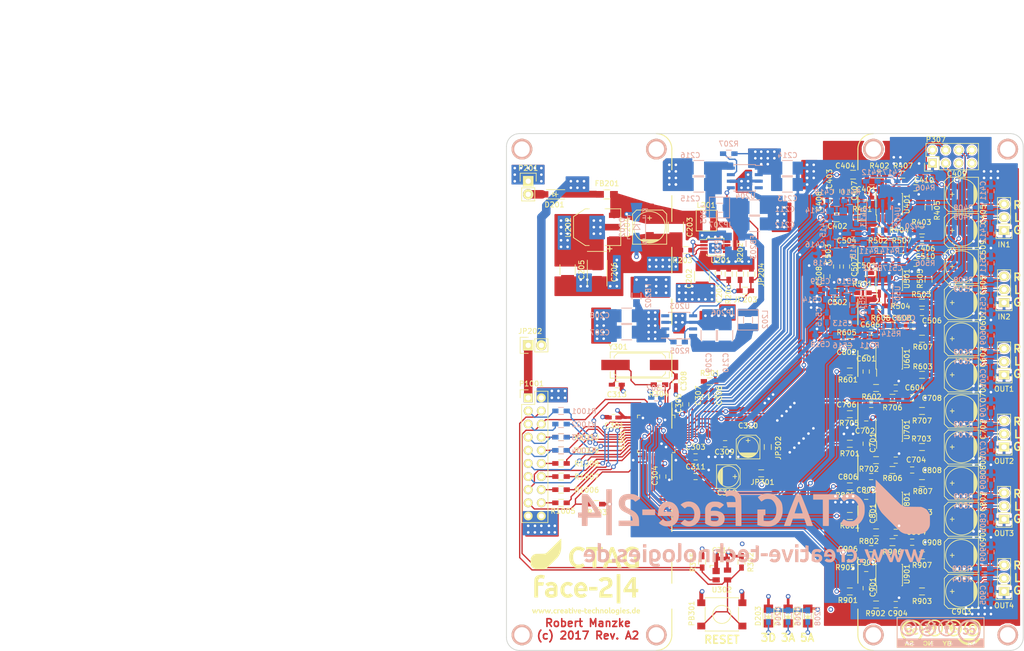
<source format=kicad_pcb>
(kicad_pcb (version 4) (host pcbnew 4.0.6)
  (title_block (title "face 2|4") (date 2016) (rev A) (company www.creative-technologies.de) (comment 1 "Robert Manzke"))
  (layers (0 F.Cu signal) (1 In1.Cu power) (2 In2.Cu mixed) (31 B.Cu signal) (36 B.SilkS user) (37 F.SilkS user) (38 B.Mask user) (39 F.Mask user) (44 Edge.Cuts user))
  (net 0 "")
  (net 1 "Net-(C201-Pad2)")
  (net 2 GND)
  (net 3 "Net-(C203-Pad1)")
  (net 4 +3V3D)
  (net 5 +3V3A)
  (net 6 "Net-(C209-Pad1)")
  (net 7 +5VA)
  (net 8 "Net-(C215-Pad1)")
  (net 9 "Net-(C306-Pad1)")
  (net 10 "Net-(C306-Pad2)")
  (net 11 "Net-(C308-Pad2)")
  (net 12 "Net-(C309-Pad1)")
  (net 13 "Net-(C311-Pad1)")
  (net 14 "Net-(C313-Pad2)")
  (net 15 "Net-(C402-Pad2)")
  (net 16 "Net-(C404-Pad2)")
  (net 17 "Net-(C405-Pad1)")
  (net 18 /codec/adc-stereo-buffer-1/LIN)
  (net 19 "Net-(C406-Pad2)")
  (net 20 "Net-(C409-Pad1)")
  (net 21 /codec/adc-stereo-buffer-1/RIN)
  (net 22 BIAS)
  (net 23 "Net-(C414-Pad2)")
  (net 24 "Net-(C416-Pad2)")
  (net 25 "Net-(C417-Pad2)")
  (net 26 "Net-(C502-Pad2)")
  (net 27 "Net-(C504-Pad2)")
  (net 28 "Net-(C505-Pad1)")
  (net 29 /codec/adc-stereo-buffer-2/LIN)
  (net 30 "Net-(C506-Pad2)")
  (net 31 "Net-(C509-Pad1)")
  (net 32 /codec/adc-stereo-buffer-2/RIN)
  (net 33 "Net-(C514-Pad2)")
  (net 34 "Net-(C516-Pad2)")
  (net 35 "Net-(C517-Pad2)")
  (net 36 "Net-(C601-Pad1)")
  (net 37 "Net-(C601-Pad2)")
  (net 38 "Net-(C603-Pad1)")
  (net 39 /codec/dac-stereo-buffer-1/LOUT)
  (net 40 "Net-(C604-Pad1)")
  (net 41 "Net-(C606-Pad1)")
  (net 42 "Net-(C606-Pad2)")
  (net 43 "Net-(C607-Pad1)")
  (net 44 /codec/dac-stereo-buffer-1/ROUT)
  (net 45 "Net-(C608-Pad1)")
  (net 46 "Net-(C701-Pad1)")
  (net 47 "Net-(C701-Pad2)")
  (net 48 "Net-(C703-Pad1)")
  (net 49 /codec/dac-stereo-buffer-2/LOUT)
  (net 50 "Net-(C704-Pad1)")
  (net 51 "Net-(C706-Pad1)")
  (net 52 "Net-(C706-Pad2)")
  (net 53 "Net-(C707-Pad1)")
  (net 54 /codec/dac-stereo-buffer-2/ROUT)
  (net 55 "Net-(C708-Pad1)")
  (net 56 "Net-(C801-Pad1)")
  (net 57 "Net-(C801-Pad2)")
  (net 58 "Net-(C803-Pad1)")
  (net 59 /codec/dac-stereo-buffer-3/LOUT)
  (net 60 "Net-(C804-Pad1)")
  (net 61 "Net-(C806-Pad1)")
  (net 62 "Net-(C806-Pad2)")
  (net 63 "Net-(C807-Pad1)")
  (net 64 /codec/dac-stereo-buffer-3/ROUT)
  (net 65 "Net-(C808-Pad1)")
  (net 66 "Net-(C901-Pad1)")
  (net 67 "Net-(C901-Pad2)")
  (net 68 "Net-(C903-Pad1)")
  (net 69 /codec/dac-stereo-buffer-4/LOUT)
  (net 70 "Net-(C904-Pad1)")
  (net 71 "Net-(C906-Pad1)")
  (net 72 "Net-(C906-Pad2)")
  (net 73 "Net-(C907-Pad1)")
  (net 74 /codec/dac-stereo-buffer-4/ROUT)
  (net 75 "Net-(C908-Pad1)")
  (net 76 "Net-(D201-Pad1)")
  (net 77 "Net-(D201-Pad2)")
  (net 78 "Net-(D203-Pad1)")
  (net 79 "Net-(D204-Pad1)")
  (net 80 "Net-(D205-Pad1)")
  (net 81 +VEXT)
  (net 82 "Net-(JP203-Pad1)")
  (net 83 PWRGOOD)
  (net 84 /codec/digital-io/ASDATA1)
  (net 85 /codec/digital-io/RESETIN)
  (net 86 /codec/digital-io/ASDATA2)
  (net 87 /codec/digital-io/RESETOUT)
  (net 88 /codec/digital-io/ALRCLK)
  (net 89 /codec/digital-io/DBCLK)
  (net 90 /codec/digital-io/ABCLK)
  (net 91 /codec/digital-io/DLRCLK)
  (net 92 /codec/spi1)
  (net 93 /codec/digital-io/DSDATA4)
  (net 94 /codec/spi2)
  (net 95 /codec/digital-io/DSDATA3)
  (net 96 /codec/spi3)
  (net 97 /codec/digital-io/DSDATA2)
  (net 98 /codec/spi4)
  (net 99 /codec/digital-io/DSDATA1)
  (net 100 "Net-(R205-Pad2)")
  (net 101 "Net-(R207-Pad2)")
  (net 102 "Net-(R304-Pad2)")
  (net 103 "Net-(R402-Pad2)")
  (net 104 "Net-(R405-Pad1)")
  (net 105 "Net-(R411-Pad2)")
  (net 106 "Net-(R413-Pad1)")
  (net 107 "Net-(R502-Pad2)")
  (net 108 "Net-(R505-Pad1)")
  (net 109 "Net-(R511-Pad2)")
  (net 110 "Net-(R513-Pad1)")
  (net 111 /codec/i2sa1)
  (net 112 /codec/i2sa2)
  (net 113 /codec/i2sa3)
  (net 114 /codec/i2sa4)
  (net 115 /codec/i2sd1)
  (net 116 /codec/i2sd2)
  (net 117 /codec/i2sd3)
  (net 118 /codec/i2sd4)
  (net 119 /codec/i2sd5)
  (net 120 /codec/i2sd6)
  (net 121 "Net-(L201-Pad2)")
  (net 122 "Net-(C211-Pad1)")
  (net 123 /power/DCDC_Out)
  (net 124 /codec/adc-stereo-buffer-1/LDETL)
  (net 125 /codec/adc-stereo-buffer-1/LDETR)
  (net 126 /codec/adc-stereo-buffer-2/LDETL)
  (net 127 /codec/adc-stereo-buffer-2/LDETR)
  (net 128 /codec/adc2)
  (net 129 /codec/adc1)
  (net 130 /codec/adc4)
  (net 131 /codec/adc3)
  (net 132 /codec/adc6)
  (net 133 /codec/adc5)
  (net 134 /codec/adc8)
  (net 135 /codec/adc7)
  (net 136 /codec/dac1)
  (net 137 /codec/dac2)
  (net 138 /codec/dac3)
  (net 139 /codec/dac4)
  (net 140 /codec/dac5)
  (net 141 /codec/dac6)
  (net 142 /codec/dac7)
  (net 143 /codec/dac8)
  (module Capacitors_SMD:c_elec_6.3x5.7 (layer F.Cu) (at 200.53 65.72 180)
    (fp_text reference C509 (at -4.194 3.236 270) (layer F.SilkS) (effects (font (thickness 0.165))))
    (fp_text value 47uF)
    (pad 1 smd rect (at 2.75082 0 180) (size 3.59918 1.6002) (layers F.Cu F.Mask) (net 31 "Net-(C509-Pad1)"))
    (pad 2 smd rect (at -2.75082 0 180) (size 3.59918 1.6002) (layers F.Cu F.Mask) (net 32 /codec/adc-stereo-buffer-2/RIN))
  )
  (module Capacitors_SMD:C_0603_HandSoldering (layer F.Cu) (at 153.5 67 270)
    (fp_text reference C201 (at 3.866 -0.17 270) (layer F.SilkS) (effects (font (thickness 0.165))))
    (fp_text value 33pF)
    (pad 1 smd rect (at -0.95 0 270) (size 1.2 0.75) (layers F.Cu F.Mask) (net 123 /power/DCDC_Out))
    (pad 2 smd rect (at 0.95 0 270) (size 1.2 0.75) (layers F.Cu F.Mask) (net 1 "Net-(C201-Pad2)"))
  )
  (module Capacitors_SMD:C_1210_HandSoldering (layer F.Cu) (at 150.365 67.625 270)
    (fp_text reference C202 (at 0.447 2.537 270) (layer F.SilkS) (effects (font (thickness 0.165))))
    (fp_text value 22uF)
    (pad 1 smd rect (at -2 0 270) (size 2 2.5) (layers F.Cu F.Mask) (net 123 /power/DCDC_Out))
    (pad 2 smd rect (at 2 0 270) (size 2 2.5) (layers F.Cu F.Mask) (net 2 GND))
  )
  (module Capacitors_SMD:C_1210_HandSoldering (layer F.Cu) (at 145.285 58.1 270)
    (fp_text reference C203 (at 0 -2.7 270) (layer F.SilkS) (effects (font (thickness 0.165))))
    (fp_text value 10uF)
    (pad 1 smd rect (at -2 0 270) (size 2 2.5) (layers F.Cu F.Mask) (net 3 "Net-(C203-Pad1)"))
    (pad 2 smd rect (at 2 0 270) (size 2 2.5) (layers F.Cu F.Mask) (net 2 GND))
  )
  (module Capacitors_SMD:c_elec_6.3x5.7 (layer F.Cu) (at 140.205 58.1 90)
    (fp_text reference C204 (at -0.066 -4.315 90) (layer F.SilkS) (effects (font (thickness 0.165))))
    (fp_text value 47uF)
    (pad 1 smd rect (at 2.75082 0 90) (size 3.59918 1.6002) (layers F.Cu F.Mask) (net 3 "Net-(C203-Pad1)"))
    (pad 2 smd rect (at -2.75082 0 90) (size 3.59918 1.6002) (layers F.Cu F.Mask) (net 2 GND))
  )
  (module Capacitors_SMD:C_1210_HandSoldering (layer F.Cu) (at 124.33 66.355 270)
    (fp_text reference C205 (at 0 -2.7 270) (layer F.SilkS) (effects (font (thickness 0.165))))
    (fp_text value 10uF)
    (pad 1 smd rect (at -2 0 270) (size 2 2.5) (layers F.Cu F.Mask) (net 4 +3V3D))
    (pad 2 smd rect (at 2 0 270) (size 2 2.5) (layers F.Cu F.Mask) (net 2 GND))
  )
  (module Capacitors_SMD:C_1210_HandSoldering (layer B.Cu) (at 135.76 78.42 180)
    (fp_text reference C207 (at 5.204 -0.066 180) (layer B.SilkS) (effects (font (thickness 0.165)) (justify mirror)))
    (fp_text value 10uF)
    (pad 1 smd rect (at -2 0 180) (size 2 2.5) (layers B.Cu B.Mask) (net 5 +3V3A))
    (pad 2 smd rect (at 2 0 180) (size 2 2.5) (layers B.Cu B.Mask) (net 2 GND))
  )
  (module Capacitors_SMD:C_1210_HandSoldering (layer B.Cu) (at 135.76 75.245 180)
    (fp_text reference C208 (at 5.204 0.061 180) (layer B.SilkS) (effects (font (thickness 0.165)) (justify mirror)))
    (fp_text value 10uF)
    (pad 1 smd rect (at -2 0 180) (size 2 2.5) (layers B.Cu B.Mask) (net 5 +3V3A))
    (pad 2 smd rect (at 2 0 180) (size 2 2.5) (layers B.Cu B.Mask) (net 2 GND))
  )
  (module Capacitors_SMD:C_1210_HandSoldering (layer B.Cu) (at 151.635 79.055 90)
    (fp_text reference C209 (at -5.273 0.003 90) (layer B.SilkS) (effects (font (thickness 0.165)) (justify mirror)))
    (fp_text value 10uF)
    (pad 1 smd rect (at -2 0 90) (size 2 2.5) (layers B.Cu B.Mask) (net 6 "Net-(C209-Pad1)"))
    (pad 2 smd rect (at 2 0 90) (size 2 2.5) (layers B.Cu B.Mask) (net 2 GND))
  )
  (module Capacitors_SMD:C_1210_HandSoldering (layer B.Cu) (at 154.81 79.055 90)
    (fp_text reference C210 (at -5.273 0.13 90) (layer B.SilkS) (effects (font (thickness 0.165)) (justify mirror)))
    (fp_text value 10uF)
    (pad 1 smd rect (at -2 0 90) (size 2 2.5) (layers B.Cu B.Mask) (net 6 "Net-(C209-Pad1)"))
    (pad 2 smd rect (at 2 0 90) (size 2 2.5) (layers B.Cu B.Mask) (net 2 GND))
  )
  (module Capacitors_SMD:C_1210_HandSoldering (layer B.Cu) (at 160.525 54.29)
    (fp_text reference C211 (at 5.845 0.32) (layer B.SilkS) (effects (font (thickness 0.165)) (justify mirror)))
    (fp_text value 10uF)
    (pad 1 smd rect (at -2 0) (size 2 2.5) (layers B.Cu B.Mask) (net 122 "Net-(C211-Pad1)"))
    (pad 2 smd rect (at 2 0) (size 2 2.5) (layers B.Cu B.Mask) (net 2 GND))
  )
  (module Capacitors_SMD:C_1210_HandSoldering (layer B.Cu) (at 160.525 57.465)
    (fp_text reference C212 (at 5.845 0.193) (layer B.SilkS) (effects (font (thickness 0.165)) (justify mirror)))
    (fp_text value 10uF)
    (pad 1 smd rect (at -2 0) (size 2 2.5) (layers B.Cu B.Mask) (net 122 "Net-(C211-Pad1)"))
    (pad 2 smd rect (at 2 0) (size 2 2.5) (layers B.Cu B.Mask) (net 2 GND))
  )
  (module Capacitors_SMD:C_1210_HandSoldering (layer B.Cu) (at 166.875 49.845)
    (fp_text reference C213 (at 0 2.7) (layer B.SilkS) (effects (font (thickness 0.165)) (justify mirror)))
    (fp_text value 10uF)
    (pad 1 smd rect (at -2 0) (size 2 2.5) (layers B.Cu B.Mask) (net 7 +5VA))
    (pad 2 smd rect (at 2 0) (size 2 2.5) (layers B.Cu B.Mask) (net 2 GND))
  )
  (module Capacitors_SMD:C_1210_HandSoldering (layer B.Cu) (at 166.875 46.67)
    (fp_text reference C214 (at 0.003 -2.474) (layer B.SilkS) (effects (font (thickness 0.165)) (justify mirror)))
    (fp_text value 10uF)
    (pad 1 smd rect (at -2 0) (size 2 2.5) (layers B.Cu B.Mask) (net 7 +5VA))
    (pad 2 smd rect (at 2 0) (size 2 2.5) (layers B.Cu B.Mask) (net 2 GND))
  )
  (module Capacitors_SMD:C_1210_HandSoldering (layer B.Cu) (at 149.73 49.845 180)
    (fp_text reference C215 (at 1.648 -2.733 180) (layer B.SilkS) (effects (font (thickness 0.165)) (justify mirror)))
    (fp_text value 10uF)
    (pad 1 smd rect (at -2 0 180) (size 2 2.5) (layers B.Cu B.Mask) (net 8 "Net-(C215-Pad1)"))
    (pad 2 smd rect (at 2 0 180) (size 2 2.5) (layers B.Cu B.Mask) (net 2 GND))
  )
  (module Capacitors_SMD:C_1210_HandSoldering (layer B.Cu) (at 149.73 46.67 180)
    (fp_text reference C216 (at 1.648 2.474 180) (layer B.SilkS) (effects (font (thickness 0.165)) (justify mirror)))
    (fp_text value 10uF)
    (pad 1 smd rect (at -2 0 180) (size 2 2.5) (layers B.Cu B.Mask) (net 8 "Net-(C215-Pad1)"))
    (pad 2 smd rect (at 2 0 180) (size 2 2.5) (layers B.Cu B.Mask) (net 2 GND))
  )
  (module Capacitors_SMD:C_0603_HandSoldering (layer F.Cu) (at 133.22 94.93 180)
    (fp_text reference C301 (at -0.13 -1.59 180) (layer F.SilkS) (effects (font (thickness 0.165))))
    (fp_text value 100nF)
    (pad 1 smd rect (at -0.95 0 180) (size 1.2 0.75) (layers F.Cu F.Mask) (net 4 +3V3D))
    (pad 2 smd rect (at 0.95 0 180) (size 1.2 0.75) (layers F.Cu F.Mask) (net 2 GND))
  )
  (module Capacitors_SMD:C_0603_HandSoldering (layer B.Cu) (at 141.475 91.12 180)
    (fp_text reference C302 (at 0 1.9 180) (layer B.SilkS) (effects (font (thickness 0.165)) (justify mirror)))
    (fp_text value 100nF)
    (pad 1 smd rect (at -0.95 0 180) (size 1.2 0.75) (layers B.Cu B.Mask) (net 5 +3V3A))
    (pad 2 smd rect (at 0.95 0 180) (size 1.2 0.75) (layers B.Cu B.Mask) (net 2 GND))
  )
  (module Capacitors_SMD:C_0603_HandSoldering (layer F.Cu) (at 149.095 102.55)
    (fp_text reference C303 (at 0 -1.9) (layer F.SilkS) (effects (font (thickness 0.165))))
    (fp_text value 100nF)
    (pad 1 smd rect (at -0.95 0) (size 1.2 0.75) (layers F.Cu F.Mask) (net 5 +3V3A))
    (pad 2 smd rect (at 0.95 0) (size 1.2 0.75) (layers F.Cu F.Mask) (net 2 GND))
  )
  (module Capacitors_SMD:C_0603_HandSoldering (layer F.Cu) (at 142.745 106.36 270)
    (fp_text reference C304 (at -0.188 1.521 270) (layer F.SilkS) (effects (font (thickness 0.165))))
    (fp_text value 100nF)
    (pad 1 smd rect (at -0.95 0 270) (size 1.2 0.75) (layers F.Cu F.Mask) (net 5 +3V3A))
    (pad 2 smd rect (at 0.95 0 270) (size 1.2 0.75) (layers F.Cu F.Mask) (net 2 GND))
  )
  (module Capacitors_SMD:C_0603_HandSoldering (layer F.Cu) (at 147.19 92.39 90)
    (fp_text reference C305 (at 0.188 -1.394 90) (layer F.SilkS) (effects (font (thickness 0.165))))
    (fp_text value 100nF)
    (pad 1 smd rect (at -0.95 0 90) (size 1.2 0.75) (layers F.Cu F.Mask) (net 5 +3V3A))
    (pad 2 smd rect (at 0.95 0 90) (size 1.2 0.75) (layers F.Cu F.Mask) (net 2 GND))
  )
  (module Capacitors_SMD:C_0603_HandSoldering (layer F.Cu) (at 152.27 90.8 90)
    (fp_text reference C306 (at 0.122 1.4 90) (layer F.SilkS) (effects (font (thickness 0.165))))
    (fp_text value 390pF)
    (pad 1 smd rect (at -0.95 0 90) (size 1.2 0.75) (layers F.Cu F.Mask) (net 9 "Net-(C306-Pad1)"))
    (pad 2 smd rect (at 0.95 0 90) (size 1.2 0.75) (layers F.Cu F.Mask) (net 10 "Net-(C306-Pad2)"))
  )
  (module Capacitors_SMD:C_0603_HandSoldering (layer F.Cu) (at 151 90.8 90)
    (fp_text reference C307 (at 0.122 -1.394 90) (layer F.SilkS) (effects (font (thickness 0.165))))
    (fp_text value 5,6nF)
    (pad 1 smd rect (at -0.95 0 90) (size 1.2 0.75) (layers F.Cu F.Mask) (net 9 "Net-(C306-Pad1)"))
    (pad 2 smd rect (at 0.95 0 90) (size 1.2 0.75) (layers F.Cu F.Mask) (net 10 "Net-(C306-Pad2)"))
  )
  (module Capacitors_SMD:C_0603_HandSoldering (layer F.Cu) (at 145.285 87.945 90)
    (fp_text reference C308 (at 0.061 1.527 90) (layer F.SilkS) (effects (font (thickness 0.165))))
    (fp_text value 22pF)
    (pad 1 smd rect (at -0.95 0 90) (size 1.2 0.75) (layers F.Cu F.Mask) (net 2 GND))
    (pad 2 smd rect (at 0.95 0 90) (size 1.2 0.75) (layers F.Cu F.Mask) (net 11 "Net-(C308-Pad2)"))
  )
  (module Capacitors_SMD:C_0603_HandSoldering (layer F.Cu) (at 154.81 100.01)
    (fp_text reference C309 (at -0.124 1.59) (layer F.SilkS) (effects (font (thickness 0.165))))
    (fp_text value 100nF)
    (pad 1 smd rect (at -0.95 0) (size 1.2 0.75) (layers F.Cu F.Mask) (net 12 "Net-(C309-Pad1)"))
    (pad 2 smd rect (at 0.95 0) (size 1.2 0.75) (layers F.Cu F.Mask) (net 2 GND))
  )
  (module Capacitors_SMD:c_elec_4x5.7 (layer F.Cu) (at 159.255 100.645 90)
    (fp_text reference C310 (at 4.125 0.003 180) (layer F.SilkS) (effects (font (thickness 0.165))))
    (fp_text value 10uF)
    (pad 1 smd rect (at 1.80086 0 90) (size 2.60096 1.6002) (layers F.Cu F.Mask) (net 12 "Net-(C309-Pad1)"))
    (pad 2 smd rect (at -1.80086 0 90) (size 2.60096 1.6002) (layers F.Cu F.Mask) (net 2 GND))
  )
  (module Capacitors_SMD:C_0603_HandSoldering (layer F.Cu) (at 149.095 106.36)
    (fp_text reference C311 (at 0 -1.9) (layer F.SilkS) (effects (font (thickness 0.165))))
    (fp_text value 100nF)
    (pad 1 smd rect (at -0.95 0) (size 1.2 0.75) (layers F.Cu F.Mask) (net 13 "Net-(C311-Pad1)"))
    (pad 2 smd rect (at 0.95 0) (size 1.2 0.75) (layers F.Cu F.Mask) (net 2 GND))
  )
  (module Capacitors_SMD:c_elec_4x5.7 (layer F.Cu) (at 155.445 106.36)
    (fp_text reference C312 (at -0.251 3.114) (layer F.SilkS) (effects (font (thickness 0.165))))
    (fp_text value 10uF)
    (pad 1 smd rect (at 1.80086 0) (size 2.60096 1.6002) (layers F.Cu F.Mask) (net 13 "Net-(C311-Pad1)"))
    (pad 2 smd rect (at -1.80086 0) (size 2.60096 1.6002) (layers F.Cu F.Mask) (net 2 GND))
  )
  (module Capacitors_SMD:C_0603_HandSoldering (layer F.Cu) (at 133.855 88.58 180)
    (fp_text reference C313 (at 0 -1.9 180) (layer F.SilkS) (effects (font (thickness 0.165))))
    (fp_text value 22pF)
    (pad 1 smd rect (at -0.95 0 180) (size 1.2 0.75) (layers F.Cu F.Mask) (net 2 GND))
    (pad 2 smd rect (at 0.95 0 180) (size 1.2 0.75) (layers F.Cu F.Mask) (net 14 "Net-(C313-Pad2)"))
  )
  (module Capacitors_SMD:C_0603_HandSoldering (layer F.Cu) (at 154.175 122.235 180)
    (fp_text reference C314 (at -0.003 1.585 180) (layer F.SilkS) (effects (font (thickness 0.165))))
    (fp_text value 100nF)
    (pad 1 smd rect (at -0.95 0 180) (size 1.2 0.75) (layers F.Cu F.Mask) (net 4 +3V3D))
    (pad 2 smd rect (at 0.95 0 180) (size 1.2 0.75) (layers F.Cu F.Mask) (net 2 GND))
  )
  (module Capacitors_SMD:C_0603_HandSoldering (layer F.Cu) (at 182.115 52.385)
    (fp_text reference C401 (at 0.003 -1.585) (layer F.SilkS) (effects (font (thickness 0.165))))
    (fp_text value 100nF)
    (pad 1 smd rect (at -0.95 0) (size 1.2 0.75) (layers F.Cu F.Mask) (net 2 GND))
    (pad 2 smd rect (at 0.95 0) (size 1.2 0.75) (layers F.Cu F.Mask) (net 7 +5VA))
  )
  (module Capacitors_SMD:C_0805_HandSoldering (layer F.Cu) (at 176.4 56.195)
    (fp_text reference C402 (at 0.13 1.717) (layer F.SilkS) (effects (font (thickness 0.165))))
    (fp_text value 10uF)
    (pad 1 smd rect (at -1.25 0) (size 1.5 1.25) (layers F.Cu F.Mask) (net 128 /codec/adc2))
    (pad 2 smd rect (at 1.25 0) (size 1.5 1.25) (layers F.Cu F.Mask) (net 15 "Net-(C402-Pad2)"))
  )
  (module Capacitors_SMD:C_0603_HandSoldering (layer F.Cu) (at 176.4 51.115 90)
    (fp_text reference C403 (at 2.347 -1.394 90) (layer F.SilkS) (effects (font (thickness 0.165))))
    (fp_text value 100pF)
    (pad 1 smd rect (at -0.95 0 90) (size 1.2 0.75) (layers F.Cu F.Mask) (net 128 /codec/adc2))
    (pad 2 smd rect (at 0.95 0 90) (size 1.2 0.75) (layers F.Cu F.Mask) (net 129 /codec/adc1))
  )
  (module Capacitors_SMD:C_0805_HandSoldering (layer F.Cu) (at 179.575 47.94)
    (fp_text reference C404 (at -1.521 -1.712) (layer F.SilkS) (effects (font (thickness 0.165))))
    (fp_text value 10uF)
    (pad 1 smd rect (at -1.25 0) (size 1.5 1.25) (layers F.Cu F.Mask) (net 129 /codec/adc1))
    (pad 2 smd rect (at 1.25 0) (size 1.5 1.25) (layers F.Cu F.Mask) (net 16 "Net-(C404-Pad2)"))
  )
  (module Capacitors_SMD:C_0603_HandSoldering (layer F.Cu) (at 192.91 60.64 180)
    (fp_text reference C406 (at -0.638 -1.59 180) (layer F.SilkS) (effects (font (thickness 0.165))))
    (fp_text value 270pF)
    (pad 1 smd rect (at -0.95 0 180) (size 1.2 0.75) (layers F.Cu F.Mask) (net 124 /codec/adc-stereo-buffer-1/LDETL))
    (pad 2 smd rect (at 0.95 0 180) (size 1.2 0.75) (layers F.Cu F.Mask) (net 19 "Net-(C406-Pad2)"))
  )
  (module Capacitors_SMD:C_0603_HandSoldering (layer F.Cu) (at 178.305 51.115 270)
    (fp_text reference C407 (at -0.061 -1.527 450) (layer F.SilkS) (effects (font (thickness 0.165))))
    (fp_text value 1nF)
    (pad 1 smd rect (at -0.95 0 270) (size 1.2 0.75) (layers F.Cu F.Mask) (net 129 /codec/adc1))
    (pad 2 smd rect (at 0.95 0 270) (size 1.2 0.75) (layers F.Cu F.Mask) (net 2 GND))
  )
  (module Capacitors_SMD:C_0603_HandSoldering (layer F.Cu) (at 174.495 53.02 90)
    (fp_text reference C408 (at -0.066 -1.521 90) (layer F.SilkS) (effects (font (thickness 0.165))))
    (fp_text value 1nF)
    (pad 1 smd rect (at -0.95 0 90) (size 1.2 0.75) (layers F.Cu F.Mask) (net 128 /codec/adc2))
    (pad 2 smd rect (at 0.95 0 90) (size 1.2 0.75) (layers F.Cu F.Mask) (net 2 GND))
  )
  (module Capacitors_SMD:C_0603_HandSoldering (layer F.Cu) (at 191.64 50.48)
    (fp_text reference C410 (at 1.654 -1.458) (layer F.SilkS) (effects (font (thickness 0.165))))
    (fp_text value 100nF)
    (pad 1 smd rect (at -0.95 0) (size 1.2 0.75) (layers F.Cu F.Mask) (net 22 BIAS))
    (pad 2 smd rect (at 0.95 0) (size 1.2 0.75) (layers F.Cu F.Mask) (net 2 GND))
  )
  (module Capacitors_SMD:C_0603_HandSoldering (layer B.Cu) (at 206.245 51.115 90)
    (fp_text reference C411 (at 0.061 -1.521 90) (layer B.SilkS) (effects (font (thickness 0.165)) (justify mirror)))
    (fp_text value 100pF)
    (pad 1 smd rect (at -0.95 0 90) (size 1.2 0.75) (layers B.Cu B.Mask) (net 21 /codec/adc-stereo-buffer-1/RIN))
    (pad 2 smd rect (at 0.95 0 90) (size 1.2 0.75) (layers B.Cu B.Mask) (net 2 GND))
  )
  (module Capacitors_SMD:C_0603_HandSoldering (layer B.Cu) (at 206.245 59.37 270)
    (fp_text reference C412 (at -0.188 1.521 270) (layer B.SilkS) (effects (font (thickness 0.165)) (justify mirror)))
    (fp_text value 100pF)
    (pad 1 smd rect (at -0.95 0 270) (size 1.2 0.75) (layers B.Cu B.Mask) (net 18 /codec/adc-stereo-buffer-1/LIN))
    (pad 2 smd rect (at 0.95 0 270) (size 1.2 0.75) (layers B.Cu B.Mask) (net 2 GND))
  )
  (module Capacitors_SMD:C_0603_HandSoldering (layer B.Cu) (at 179.575 59.37)
    (fp_text reference C413 (at 0.003 2.86 90) (layer B.SilkS) (effects (font (thickness 0.165)) (justify mirror)))
    (fp_text value 100nF)
    (pad 1 smd rect (at -0.95 0) (size 1.2 0.75) (layers B.Cu B.Mask) (net 2 GND))
    (pad 2 smd rect (at 0.95 0) (size 1.2 0.75) (layers B.Cu B.Mask) (net 7 +5VA))
  )
  (module Capacitors_SMD:C_0805_HandSoldering (layer B.Cu) (at 176.4 54.925)
    (fp_text reference C414 (at -4.188 -0.061) (layer B.SilkS) (effects (font (thickness 0.165)) (justify mirror)))
    (fp_text value 10uF)
    (pad 1 smd rect (at -1.25 0) (size 1.5 1.25) (layers B.Cu B.Mask) (net 130 /codec/adc4))
    (pad 2 smd rect (at 1.25 0) (size 1.5 1.25) (layers B.Cu B.Mask) (net 23 "Net-(C414-Pad2)"))
  )
  (module Capacitors_SMD:C_0603_HandSoldering (layer B.Cu) (at 175.13 58.1 270)
    (fp_text reference C415 (at 0.066 1.394 270) (layer B.SilkS) (effects (font (thickness 0.165)) (justify mirror)))
    (fp_text value 100pF)
    (pad 1 smd rect (at -0.95 0 270) (size 1.2 0.75) (layers B.Cu B.Mask) (net 130 /codec/adc4))
    (pad 2 smd rect (at 0.95 0 270) (size 1.2 0.75) (layers B.Cu B.Mask) (net 131 /codec/adc3))
  )
  (module Capacitors_SMD:C_0805_HandSoldering (layer B.Cu) (at 176.42 61.275)
    (fp_text reference C416 (at -4.208 0.193) (layer B.SilkS) (effects (font (thickness 0.165)) (justify mirror)))
    (fp_text value 10uF)
    (pad 1 smd rect (at -1.25 0) (size 1.5 1.25) (layers B.Cu B.Mask) (net 131 /codec/adc3))
    (pad 2 smd rect (at 1.25 0) (size 1.5 1.25) (layers B.Cu B.Mask) (net 24 "Net-(C416-Pad2)"))
  )
  (module Capacitors_SMD:C_0603_HandSoldering (layer B.Cu) (at 187.195 49.21 180)
    (fp_text reference C417 (at -0.003 1.712 180) (layer B.SilkS) (effects (font (thickness 0.165)) (justify mirror)))
    (fp_text value 270pF)
    (pad 1 smd rect (at -0.95 0 180) (size 1.2 0.75) (layers B.Cu B.Mask) (net 125 /codec/adc-stereo-buffer-1/LDETR))
    (pad 2 smd rect (at 0.95 0 180) (size 1.2 0.75) (layers B.Cu B.Mask) (net 25 "Net-(C417-Pad2)"))
  )
  (module Capacitors_SMD:C_0603_HandSoldering (layer B.Cu) (at 173.86 63.18 180)
    (fp_text reference C418 (at 0.124 -1.844 180) (layer B.SilkS) (effects (font (thickness 0.165)) (justify mirror)))
    (fp_text value 1nF)
    (pad 1 smd rect (at -0.95 0 180) (size 1.2 0.75) (layers B.Cu B.Mask) (net 131 /codec/adc3))
    (pad 2 smd rect (at 0.95 0 180) (size 1.2 0.75) (layers B.Cu B.Mask) (net 2 GND))
  )
  (module Capacitors_SMD:C_0603_HandSoldering (layer B.Cu) (at 173.86 53.02 180)
    (fp_text reference C419 (at -0.13 1.712 180) (layer B.SilkS) (effects (font (thickness 0.165)) (justify mirror)))
    (fp_text value 1nF)
    (pad 1 smd rect (at -0.95 0 180) (size 1.2 0.75) (layers B.Cu B.Mask) (net 130 /codec/adc4))
    (pad 2 smd rect (at 0.95 0 180) (size 1.2 0.75) (layers B.Cu B.Mask) (net 2 GND))
  )
  (module Capacitors_SMD:C_0603_HandSoldering (layer B.Cu) (at 189.735 59.37)
    (fp_text reference C420 (at 1.781 -1.458) (layer B.SilkS) (effects (font (thickness 0.165)) (justify mirror)))
    (fp_text value 100nF)
    (pad 1 smd rect (at -0.95 0) (size 1.2 0.75) (layers B.Cu B.Mask) (net 22 BIAS))
    (pad 2 smd rect (at 0.95 0) (size 1.2 0.75) (layers B.Cu B.Mask) (net 2 GND))
  )
  (module Capacitors_SMD:C_0603_HandSoldering (layer F.Cu) (at 182.115 66.99)
    (fp_text reference C501 (at 0.003 -1.458) (layer F.SilkS) (effects (font (thickness 0.165))))
    (fp_text value 100nF)
    (pad 1 smd rect (at -0.95 0) (size 1.2 0.75) (layers F.Cu F.Mask) (net 2 GND))
    (pad 2 smd rect (at 0.95 0) (size 1.2 0.75) (layers F.Cu F.Mask) (net 7 +5VA))
  )
  (module Capacitors_SMD:C_0805_HandSoldering (layer F.Cu) (at 176.4 70.8)
    (fp_text reference C502 (at 0.13 1.844) (layer F.SilkS) (effects (font (thickness 0.165))))
    (fp_text value 10uF)
    (pad 1 smd rect (at -1.25 0) (size 1.5 1.25) (layers F.Cu F.Mask) (net 132 /codec/adc6))
    (pad 2 smd rect (at 1.25 0) (size 1.5 1.25) (layers F.Cu F.Mask) (net 26 "Net-(C502-Pad2)"))
  )
  (module Capacitors_SMD:C_0603_HandSoldering (layer F.Cu) (at 176.4 65.72 90)
    (fp_text reference C503 (at 2.474 -1.648 90) (layer F.SilkS) (effects (font (thickness 0.165))))
    (fp_text value 100pF)
    (pad 1 smd rect (at -0.95 0 90) (size 1.2 0.75) (layers F.Cu F.Mask) (net 132 /codec/adc6))
    (pad 2 smd rect (at 0.95 0 90) (size 1.2 0.75) (layers F.Cu F.Mask) (net 133 /codec/adc5))
  )
  (module Capacitors_SMD:C_0805_HandSoldering (layer F.Cu) (at 179.575 62.545)
    (fp_text reference C504 (at -1.267 -1.839) (layer F.SilkS) (effects (font (thickness 0.165))))
    (fp_text value 10uF)
    (pad 1 smd rect (at -1.25 0) (size 1.5 1.25) (layers F.Cu F.Mask) (net 133 /codec/adc5))
    (pad 2 smd rect (at 1.25 0) (size 1.5 1.25) (layers F.Cu F.Mask) (net 27 "Net-(C504-Pad2)"))
  )
  (module Capacitors_SMD:C_0603_HandSoldering (layer F.Cu) (at 192.91 74.61 180)
    (fp_text reference C506 (at -1.908 -1.59 180) (layer F.SilkS) (effects (font (thickness 0.165))))
    (fp_text value 270pF)
    (pad 1 smd rect (at -0.95 0 180) (size 1.2 0.75) (layers F.Cu F.Mask) (net 126 /codec/adc-stereo-buffer-2/LDETL))
    (pad 2 smd rect (at 0.95 0 180) (size 1.2 0.75) (layers F.Cu F.Mask) (net 30 "Net-(C506-Pad2)"))
  )
  (module Capacitors_SMD:C_0603_HandSoldering (layer F.Cu) (at 178.305 65.72 270)
    (fp_text reference C507 (at 0.066 -1.527 270) (layer F.SilkS) (effects (font (thickness 0.165))))
    (fp_text value 1nF)
    (pad 1 smd rect (at -0.95 0 270) (size 1.2 0.75) (layers F.Cu F.Mask) (net 133 /codec/adc5))
    (pad 2 smd rect (at 0.95 0 270) (size 1.2 0.75) (layers F.Cu F.Mask) (net 2 GND))
  )
  (module Capacitors_SMD:C_0603_HandSoldering (layer F.Cu) (at 174.495 67.625 90)
    (fp_text reference C508 (at 0.061 -1.521 90) (layer F.SilkS) (effects (font (thickness 0.165))))
    (fp_text value 1nF)
    (pad 1 smd rect (at -0.95 0 90) (size 1.2 0.75) (layers F.Cu F.Mask) (net 132 /codec/adc6))
    (pad 2 smd rect (at 0.95 0 90) (size 1.2 0.75) (layers F.Cu F.Mask) (net 2 GND))
  )
  (module Capacitors_SMD:C_0603_HandSoldering (layer F.Cu) (at 191.64 65.085)
    (fp_text reference C510 (at 1.908 -1.331) (layer F.SilkS) (effects (font (thickness 0.165))))
    (fp_text value 100nF)
    (pad 1 smd rect (at -0.95 0) (size 1.2 0.75) (layers F.Cu F.Mask) (net 22 BIAS))
    (pad 2 smd rect (at 0.95 0) (size 1.2 0.75) (layers F.Cu F.Mask) (net 2 GND))
  )
  (module Capacitors_SMD:C_0603_HandSoldering (layer B.Cu) (at 206.245 65.085 90)
    (fp_text reference C511 (at 0.061 -1.521 90) (layer B.SilkS) (effects (font (thickness 0.165)) (justify mirror)))
    (fp_text value 100pF)
    (pad 1 smd rect (at -0.95 0 90) (size 1.2 0.75) (layers B.Cu B.Mask) (net 32 /codec/adc-stereo-buffer-2/RIN))
    (pad 2 smd rect (at 0.95 0 90) (size 1.2 0.75) (layers B.Cu B.Mask) (net 2 GND))
  )
  (module Capacitors_SMD:C_0603_HandSoldering (layer B.Cu) (at 206.245 73.34 270)
    (fp_text reference C512 (at 0.066 1.521 270) (layer B.SilkS) (effects (font (thickness 0.165)) (justify mirror)))
    (fp_text value 100pF)
    (pad 1 smd rect (at -0.95 0 270) (size 1.2 0.75) (layers B.Cu B.Mask) (net 29 /codec/adc-stereo-buffer-2/LIN))
    (pad 2 smd rect (at 0.95 0 270) (size 1.2 0.75) (layers B.Cu B.Mask) (net 2 GND))
  )
  (module Capacitors_SMD:C_0603_HandSoldering (layer B.Cu) (at 181.48 76.515)
    (fp_text reference C513 (at -3.934 0.193) (layer B.SilkS) (effects (font (thickness 0.165)) (justify mirror)))
    (fp_text value 100nF)
    (pad 1 smd rect (at -0.95 0) (size 1.2 0.75) (layers B.Cu B.Mask) (net 2 GND))
    (pad 2 smd rect (at 0.95 0) (size 1.2 0.75) (layers B.Cu B.Mask) (net 7 +5VA))
  )
  (module Capacitors_SMD:C_0805_HandSoldering (layer B.Cu) (at 175.765 72.07)
    (fp_text reference C514 (at -4.061 0.066) (layer B.SilkS) (effects (font (thickness 0.165)) (justify mirror)))
    (fp_text value 10uF)
    (pad 1 smd rect (at -1.25 0) (size 1.5 1.25) (layers B.Cu B.Mask) (net 134 /codec/adc8))
    (pad 2 smd rect (at 1.25 0) (size 1.5 1.25) (layers B.Cu B.Mask) (net 33 "Net-(C514-Pad2)"))
  )
  (module Capacitors_SMD:C_0603_HandSoldering (layer B.Cu) (at 174.495 75.565 270)
    (fp_text reference C515 (at -0.127 1.521 270) (layer B.SilkS) (effects (font (thickness 0.165)) (justify mirror)))
    (fp_text value 100pF)
    (pad 1 smd rect (at -0.95 0 270) (size 1.2 0.75) (layers B.Cu B.Mask) (net 134 /codec/adc8))
    (pad 2 smd rect (at 0.95 0 270) (size 1.2 0.75) (layers B.Cu B.Mask) (net 135 /codec/adc7))
  )
  (module Capacitors_SMD:C_0805_HandSoldering (layer B.Cu) (at 177.67 79.055)
    (fp_text reference C516 (at -0.124 1.971) (layer B.SilkS) (effects (font (thickness 0.165)) (justify mirror)))
    (fp_text value 10uF)
    (pad 1 smd rect (at -1.25 0) (size 1.5 1.25) (layers B.Cu B.Mask) (net 135 /codec/adc7))
    (pad 2 smd rect (at 1.25 0) (size 1.5 1.25) (layers B.Cu B.Mask) (net 34 "Net-(C516-Pad2)"))
  )
  (module Capacitors_SMD:C_0603_HandSoldering (layer B.Cu) (at 187.195 64.45 180)
    (fp_text reference C517 (at -0.003 -1.59 180) (layer B.SilkS) (effects (font (thickness 0.165)) (justify mirror)))
    (fp_text value 270pF)
    (pad 1 smd rect (at -0.95 0 180) (size 1.2 0.75) (layers B.Cu B.Mask) (net 127 /codec/adc-stereo-buffer-2/LDETR))
    (pad 2 smd rect (at 0.95 0 180) (size 1.2 0.75) (layers B.Cu B.Mask) (net 35 "Net-(C517-Pad2)"))
  )
  (module Capacitors_SMD:C_0603_HandSoldering (layer B.Cu) (at 173.225 79.055 180)
    (fp_text reference C518 (at -0.003 -1.717 180) (layer B.SilkS) (effects (font (thickness 0.165)) (justify mirror)))
    (fp_text value 1nF)
    (pad 1 smd rect (at -0.95 0 180) (size 1.2 0.75) (layers B.Cu B.Mask) (net 135 /codec/adc7))
    (pad 2 smd rect (at 0.95 0 180) (size 1.2 0.75) (layers B.Cu B.Mask) (net 2 GND))
  )
  (module Capacitors_SMD:C_0603_HandSoldering (layer B.Cu) (at 173.225 70.165 180)
    (fp_text reference C519 (at -0.003 1.585 180) (layer B.SilkS) (effects (font (thickness 0.165)) (justify mirror)))
    (fp_text value 1nF)
    (pad 1 smd rect (at -0.95 0 180) (size 1.2 0.75) (layers B.Cu B.Mask) (net 134 /codec/adc8))
    (pad 2 smd rect (at 0.95 0 180) (size 1.2 0.75) (layers B.Cu B.Mask) (net 2 GND))
  )
  (module Capacitors_SMD:C_0603_HandSoldering (layer B.Cu) (at 189.735 77.15)
    (fp_text reference C520 (at 0.003 -1.458) (layer B.SilkS) (effects (font (thickness 0.165)) (justify mirror)))
    (fp_text value 100nF)
    (pad 1 smd rect (at -0.95 0) (size 1.2 0.75) (layers B.Cu B.Mask) (net 22 BIAS))
    (pad 2 smd rect (at 0.95 0) (size 1.2 0.75) (layers B.Cu B.Mask) (net 2 GND))
  )
  (module Capacitors_SMD:C_0603_HandSoldering (layer F.Cu) (at 182.115 86.04 270)
    (fp_text reference C601 (at -2.474 -0.003 360) (layer F.SilkS) (effects (font (thickness 0.165))))
    (fp_text value 270pF)
    (pad 1 smd rect (at -0.95 0 270) (size 1.2 0.75) (layers F.Cu F.Mask) (net 36 "Net-(C601-Pad1)"))
    (pad 2 smd rect (at 0.95 0 270) (size 1.2 0.75) (layers F.Cu F.Mask) (net 37 "Net-(C601-Pad2)"))
  )
  (module Capacitors_SMD:C_0603_HandSoldering (layer F.Cu) (at 182.115 82.23)
    (fp_text reference C602 (at -3.807 0.066) (layer F.SilkS) (effects (font (thickness 0.165))))
    (fp_text value 100nF)
    (pad 1 smd rect (at -0.95 0) (size 1.2 0.75) (layers F.Cu F.Mask) (net 2 GND))
    (pad 2 smd rect (at 0.95 0) (size 1.2 0.75) (layers F.Cu F.Mask) (net 7 +5VA))
  )
  (module Capacitors_SMD:C_0603_HandSoldering (layer F.Cu) (at 187.83 89.215)
    (fp_text reference C604 (at 3.686 -0.061) (layer F.SilkS) (effects (font (thickness 0.165))))
    (fp_text value 200pF)
    (pad 1 smd rect (at -0.95 0) (size 1.2 0.75) (layers F.Cu F.Mask) (net 40 "Net-(C604-Pad1)"))
    (pad 2 smd rect (at 0.95 0) (size 1.2 0.75) (layers F.Cu F.Mask) (net 2 GND))
  )
  (module Capacitors_SMD:C_0603_HandSoldering (layer B.Cu) (at 206.245 87.31 270)
    (fp_text reference C605 (at 0.066 1.521 270) (layer B.SilkS) (effects (font (thickness 0.165)) (justify mirror)))
    (fp_text value 3,3nF)
    (pad 1 smd rect (at -0.95 0 270) (size 1.2 0.75) (layers B.Cu B.Mask) (net 39 /codec/dac-stereo-buffer-1/LOUT))
    (pad 2 smd rect (at 0.95 0 270) (size 1.2 0.75) (layers B.Cu B.Mask) (net 2 GND))
  )
  (module Capacitors_SMD:C_0603_HandSoldering (layer F.Cu) (at 183.065 78.42 180)
    (fp_text reference C606 (at 0.185 1.458 180) (layer F.SilkS) (effects (font (thickness 0.165))))
    (fp_text value 270pF)
    (pad 1 smd rect (at -0.95 0 180) (size 1.2 0.75) (layers F.Cu F.Mask) (net 41 "Net-(C606-Pad1)"))
    (pad 2 smd rect (at 0.95 0 180) (size 1.2 0.75) (layers F.Cu F.Mask) (net 42 "Net-(C606-Pad2)"))
  )
  (module Capacitors_SMD:C_0603_HandSoldering (layer F.Cu) (at 191.005 77.15)
    (fp_text reference C608 (at -2.029 -1.458) (layer F.SilkS) (effects (font (thickness 0.165))))
    (fp_text value 200pF)
    (pad 1 smd rect (at -0.95 0) (size 1.2 0.75) (layers F.Cu F.Mask) (net 45 "Net-(C608-Pad1)"))
    (pad 2 smd rect (at 0.95 0) (size 1.2 0.75) (layers F.Cu F.Mask) (net 2 GND))
  )
  (module Capacitors_SMD:C_0603_HandSoldering (layer B.Cu) (at 206.245 79.055 90)
    (fp_text reference C609 (at 0.061 -1.521 90) (layer B.SilkS) (effects (font (thickness 0.165)) (justify mirror)))
    (fp_text value 3,3nF)
    (pad 1 smd rect (at -0.95 0 90) (size 1.2 0.75) (layers B.Cu B.Mask) (net 44 /codec/dac-stereo-buffer-1/ROUT))
    (pad 2 smd rect (at 0.95 0 90) (size 1.2 0.75) (layers B.Cu B.Mask) (net 2 GND))
  )
  (module Capacitors_SMD:C_0603_HandSoldering (layer F.Cu) (at 182.115 100.01 270)
    (fp_text reference C701 (at -0.188 -1.273 270) (layer F.SilkS) (effects (font (thickness 0.165))))
    (fp_text value 270pF)
    (pad 1 smd rect (at -0.95 0 270) (size 1.2 0.75) (layers F.Cu F.Mask) (net 46 "Net-(C701-Pad1)"))
    (pad 2 smd rect (at 0.95 0 270) (size 1.2 0.75) (layers F.Cu F.Mask) (net 47 "Net-(C701-Pad2)"))
  )
  (module Capacitors_SMD:C_0603_HandSoldering (layer F.Cu) (at 182.115 96.2)
    (fp_text reference C702 (at -0.251 1.336) (layer F.SilkS) (effects (font (thickness 0.165))))
    (fp_text value 100nF)
    (pad 1 smd rect (at -0.95 0) (size 1.2 0.75) (layers F.Cu F.Mask) (net 2 GND))
    (pad 2 smd rect (at 0.95 0) (size 1.2 0.75) (layers F.Cu F.Mask) (net 7 +5VA))
  )
  (module Capacitors_SMD:C_0603_HandSoldering (layer F.Cu) (at 187.83 103.185)
    (fp_text reference C704 (at 3.94 -0.061) (layer F.SilkS) (effects (font (thickness 0.165))))
    (fp_text value 200pF)
    (pad 1 smd rect (at -0.95 0) (size 1.2 0.75) (layers F.Cu F.Mask) (net 50 "Net-(C704-Pad1)"))
    (pad 2 smd rect (at 0.95 0) (size 1.2 0.75) (layers F.Cu F.Mask) (net 2 GND))
  )
  (module Capacitors_SMD:C_0603_HandSoldering (layer B.Cu) (at 206.245 101.28 270)
    (fp_text reference C705 (at 0.066 1.521 270) (layer B.SilkS) (effects (font (thickness 0.165)) (justify mirror)))
    (fp_text value 3,3nF)
    (pad 1 smd rect (at -0.95 0 270) (size 1.2 0.75) (layers B.Cu B.Mask) (net 49 /codec/dac-stereo-buffer-2/LOUT))
    (pad 2 smd rect (at 0.95 0 270) (size 1.2 0.75) (layers B.Cu B.Mask) (net 2 GND))
  )
  (module Capacitors_SMD:C_0603_HandSoldering (layer F.Cu) (at 183.07 92.39 180)
    (fp_text reference C706 (at 4.762 -0.066 180) (layer F.SilkS) (effects (font (thickness 0.165))))
    (fp_text value 270pF)
    (pad 1 smd rect (at -0.95 0 180) (size 1.2 0.75) (layers F.Cu F.Mask) (net 51 "Net-(C706-Pad1)"))
    (pad 2 smd rect (at 0.95 0 180) (size 1.2 0.75) (layers F.Cu F.Mask) (net 52 "Net-(C706-Pad2)"))
  )
  (module Capacitors_SMD:C_0603_HandSoldering (layer F.Cu) (at 191.005 91.12)
    (fp_text reference C708 (at 3.813 0.066) (layer F.SilkS) (effects (font (thickness 0.165))))
    (fp_text value 200pF)
    (pad 1 smd rect (at -0.95 0) (size 1.2 0.75) (layers F.Cu F.Mask) (net 55 "Net-(C708-Pad1)"))
    (pad 2 smd rect (at 0.95 0) (size 1.2 0.75) (layers F.Cu F.Mask) (net 2 GND))
  )
  (module Capacitors_SMD:C_0603_HandSoldering (layer B.Cu) (at 206.245 93.025 90)
    (fp_text reference C709 (at 0.061 -1.521 90) (layer B.SilkS) (effects (font (thickness 0.165)) (justify mirror)))
    (fp_text value 3,3nF)
    (pad 1 smd rect (at -0.95 0 90) (size 1.2 0.75) (layers B.Cu B.Mask) (net 54 /codec/dac-stereo-buffer-2/ROUT))
    (pad 2 smd rect (at 0.95 0 90) (size 1.2 0.75) (layers B.Cu B.Mask) (net 2 GND))
  )
  (module Capacitors_SMD:C_0603_HandSoldering (layer F.Cu) (at 182.115 113.665 270)
    (fp_text reference C801 (at -0.127 -1.273 270) (layer F.SilkS) (effects (font (thickness 0.165))))
    (fp_text value 270pF)
    (pad 1 smd rect (at -0.95 0 270) (size 1.2 0.75) (layers F.Cu F.Mask) (net 56 "Net-(C801-Pad1)"))
    (pad 2 smd rect (at 0.95 0 270) (size 1.2 0.75) (layers F.Cu F.Mask) (net 57 "Net-(C801-Pad2)"))
  )
  (module Capacitors_SMD:C_0603_HandSoldering (layer F.Cu) (at 182.115 110.17)
    (fp_text reference C802 (at 0.003 -1.204) (layer F.SilkS) (effects (font (thickness 0.165))))
    (fp_text value 100nF)
    (pad 1 smd rect (at -0.95 0) (size 1.2 0.75) (layers F.Cu F.Mask) (net 2 GND))
    (pad 2 smd rect (at 0.95 0) (size 1.2 0.75) (layers F.Cu F.Mask) (net 7 +5VA))
  )
  (module Capacitors_SMD:C_0603_HandSoldering (layer F.Cu) (at 187.83 117.155)
    (fp_text reference C804 (at 3.94 -0.061) (layer F.SilkS) (effects (font (thickness 0.165))))
    (fp_text value 200pF)
    (pad 1 smd rect (at -0.95 0) (size 1.2 0.75) (layers F.Cu F.Mask) (net 60 "Net-(C804-Pad1)"))
    (pad 2 smd rect (at 0.95 0) (size 1.2 0.75) (layers F.Cu F.Mask) (net 2 GND))
  )
  (module Capacitors_SMD:C_0603_HandSoldering (layer B.Cu) (at 206.245 115.25 270)
    (fp_text reference C805 (at 0.066 1.521 270) (layer B.SilkS) (effects (font (thickness 0.165)) (justify mirror)))
    (fp_text value 3,3nF)
    (pad 1 smd rect (at -0.95 0 270) (size 1.2 0.75) (layers B.Cu B.Mask) (net 59 /codec/dac-stereo-buffer-3/LOUT))
    (pad 2 smd rect (at 0.95 0 270) (size 1.2 0.75) (layers B.Cu B.Mask) (net 2 GND))
  )
  (module Capacitors_SMD:C_0603_HandSoldering (layer F.Cu) (at 183.065 106.36 180)
    (fp_text reference C806 (at 4.503 -0.066 180) (layer F.SilkS) (effects (font (thickness 0.165))))
    (fp_text value 270pF)
    (pad 1 smd rect (at -0.95 0 180) (size 1.2 0.75) (layers F.Cu F.Mask) (net 61 "Net-(C806-Pad1)"))
    (pad 2 smd rect (at 0.95 0 180) (size 1.2 0.75) (layers F.Cu F.Mask) (net 62 "Net-(C806-Pad2)"))
  )
  (module Capacitors_SMD:C_0603_HandSoldering (layer F.Cu) (at 191.005 105.09)
    (fp_text reference C808 (at 3.813 0.066) (layer F.SilkS) (effects (font (thickness 0.165))))
    (fp_text value 200pF)
    (pad 1 smd rect (at -0.95 0) (size 1.2 0.75) (layers F.Cu F.Mask) (net 65 "Net-(C808-Pad1)"))
    (pad 2 smd rect (at 0.95 0) (size 1.2 0.75) (layers F.Cu F.Mask) (net 2 GND))
  )
  (module Capacitors_SMD:C_0603_HandSoldering (layer B.Cu) (at 206.245 106.995 90)
    (fp_text reference C809 (at 0.061 -1.521 90) (layer B.SilkS) (effects (font (thickness 0.165)) (justify mirror)))
    (fp_text value 3,3nF)
    (pad 1 smd rect (at -0.95 0 90) (size 1.2 0.75) (layers B.Cu B.Mask) (net 64 /codec/dac-stereo-buffer-3/ROUT))
    (pad 2 smd rect (at 0.95 0 90) (size 1.2 0.75) (layers B.Cu B.Mask) (net 2 GND))
  )
  (module Capacitors_SMD:C_0603_HandSoldering (layer F.Cu) (at 182.115 127.95 270)
    (fp_text reference C901 (at -0.188 -1.273 270) (layer F.SilkS) (effects (font (thickness 0.165))))
    (fp_text value 270pF)
    (pad 1 smd rect (at -0.95 0 270) (size 1.2 0.75) (layers F.Cu F.Mask) (net 66 "Net-(C901-Pad1)"))
    (pad 2 smd rect (at 0.95 0 270) (size 1.2 0.75) (layers F.Cu F.Mask) (net 67 "Net-(C901-Pad2)"))
  )
  (module Capacitors_SMD:C_0603_HandSoldering (layer F.Cu) (at 182.115 124.14)
    (fp_text reference C902 (at 0.003 -1.204) (layer F.SilkS) (effects (font (thickness 0.165))))
    (fp_text value 100nF)
    (pad 1 smd rect (at -0.95 0) (size 1.2 0.75) (layers F.Cu F.Mask) (net 2 GND))
    (pad 2 smd rect (at 0.95 0) (size 1.2 0.75) (layers F.Cu F.Mask) (net 7 +5VA))
  )
  (module Capacitors_SMD:C_0603_HandSoldering (layer F.Cu) (at 187.83 131.125)
    (fp_text reference C904 (at 0.384 1.717) (layer F.SilkS) (effects (font (thickness 0.165))))
    (fp_text value 200pF)
    (pad 1 smd rect (at -0.95 0) (size 1.2 0.75) (layers F.Cu F.Mask) (net 70 "Net-(C904-Pad1)"))
    (pad 2 smd rect (at 0.95 0) (size 1.2 0.75) (layers F.Cu F.Mask) (net 2 GND))
  )
  (module Capacitors_SMD:C_0603_HandSoldering (layer B.Cu) (at 206.245 129.22 270)
    (fp_text reference C905 (at 0.066 1.521 270) (layer B.SilkS) (effects (font (thickness 0.165)) (justify mirror)))
    (fp_text value 3,3nF)
    (pad 1 smd rect (at -0.95 0 270) (size 1.2 0.75) (layers B.Cu B.Mask) (net 69 /codec/dac-stereo-buffer-4/LOUT))
    (pad 2 smd rect (at 0.95 0 270) (size 1.2 0.75) (layers B.Cu B.Mask) (net 2 GND))
  )
  (module Capacitors_SMD:C_0603_HandSoldering (layer F.Cu) (at 183.07 120.33 180)
    (fp_text reference C906 (at 4.508 -0.066 180) (layer F.SilkS) (effects (font (thickness 0.165))))
    (fp_text value 270pF)
    (pad 1 smd rect (at -0.95 0 180) (size 1.2 0.75) (layers F.Cu F.Mask) (net 71 "Net-(C906-Pad1)"))
    (pad 2 smd rect (at 0.95 0 180) (size 1.2 0.75) (layers F.Cu F.Mask) (net 72 "Net-(C906-Pad2)"))
  )
  (module Capacitors_SMD:C_0603_HandSoldering (layer F.Cu) (at 191.005 119.06)
    (fp_text reference C908 (at 3.813 0.066) (layer F.SilkS) (effects (font (thickness 0.165))))
    (fp_text value 200pF)
    (pad 1 smd rect (at -0.95 0) (size 1.2 0.75) (layers F.Cu F.Mask) (net 75 "Net-(C908-Pad1)"))
    (pad 2 smd rect (at 0.95 0) (size 1.2 0.75) (layers F.Cu F.Mask) (net 2 GND))
  )
  (module Capacitors_SMD:C_0603_HandSoldering (layer B.Cu) (at 206.245 120.965 90)
    (fp_text reference C909 (at 0.061 -1.521 90) (layer B.SilkS) (effects (font (thickness 0.165)) (justify mirror)))
    (fp_text value 3,3nF)
    (pad 1 smd rect (at -0.95 0 90) (size 1.2 0.75) (layers B.Cu B.Mask) (net 74 /codec/dac-stereo-buffer-4/ROUT))
    (pad 2 smd rect (at 0.95 0 90) (size 1.2 0.75) (layers B.Cu B.Mask) (net 2 GND))
  )
  (module Diodes_SMD:SOD-123 (layer F.Cu) (at 121.79 51.75 180)
    (fp_text reference D201 (at 0 -2 180) (layer F.SilkS) (effects (font (thickness 0.165))))
    (fp_text value D_Schottky)
    (pad 1 smd rect (at -1.635 0 180) (size 0.91 1.22) (layers F.Cu F.Mask) (net 76 "Net-(D201-Pad1)"))
    (pad 2 smd rect (at 1.635 0 180) (size 0.91 1.22) (layers F.Cu F.Mask) (net 77 "Net-(D201-Pad2)"))
  )
  (module LEDs:LED-1206 (layer F.Cu) (at 163.195 133.35 90)
    (fp_text reference D203 (at 0 -2 90) (layer F.SilkS) (effects (font (thickness 0.165))))
    (fp_text value LED3V3D)
    (pad 2 smd rect (at 1.41986 0 270) (size 1.59766 1.80086) (layers F.Cu F.Mask) (net 4 +3V3D))
    (pad 1 smd rect (at -1.41986 0 270) (size 1.59766 1.80086) (layers F.Cu F.Mask) (net 78 "Net-(D203-Pad1)"))
  )
  (module LEDs:LED-1206 (layer F.Cu) (at 167.005 133.35 90)
    (fp_text reference D204 (at 0 -2 90) (layer F.SilkS) (effects (font (thickness 0.165))))
    (fp_text value LED3V3A)
    (pad 2 smd rect (at 1.41986 0 270) (size 1.59766 1.80086) (layers F.Cu F.Mask) (net 5 +3V3A))
    (pad 1 smd rect (at -1.41986 0 270) (size 1.59766 1.80086) (layers F.Cu F.Mask) (net 79 "Net-(D204-Pad1)"))
  )
  (module LEDs:LED-1206 (layer F.Cu) (at 170.815 133.35 90)
    (fp_text reference D205 (at 0 -2 90) (layer F.SilkS) (effects (font (thickness 0.165))))
    (fp_text value LED5VA)
    (pad 2 smd rect (at 1.41986 0 270) (size 1.59766 1.80086) (layers F.Cu F.Mask) (net 7 +5VA))
    (pad 1 smd rect (at -1.41986 0 270) (size 1.59766 1.80086) (layers F.Cu F.Mask) (net 80 "Net-(D205-Pad1)"))
  )
  (module modules:Hole_3mm (layer F.Cu) (at 183.5 137)
    (fp_text reference H101 hide)
    (fp_text value Hole hide)
    (pad 1 thru_hole circle (at 0 0) (size 4 4) (drill 3) (layers *.Cu *.SilkS))
  )
  (module modules:Hole_3mm (layer F.Cu) (at 183.5 43)
    (fp_text reference H102 hide)
    (fp_text value Hole hide)
    (pad 1 thru_hole circle (at 0 0) (size 4 4) (drill 3) (layers *.Cu *.SilkS))
  )
  (module modules:Hole_3mm (layer F.Cu) (at 209.5 43)
    (fp_text reference H103 hide)
    (fp_text value Hole hide)
    (pad 1 thru_hole circle (at 0 0) (size 4 4) (drill 3) (layers *.Cu *.SilkS))
  )
  (module modules:Hole_3mm (layer F.Cu) (at 115.5 137)
    (fp_text reference H104 hide)
    (fp_text value Hole hide)
    (pad 1 thru_hole circle (at 0 0) (size 4 4) (drill 3) (layers *.Cu *.SilkS))
  )
  (module modules:Hole_3mm (layer F.Cu) (at 209.5 137)
    (fp_text reference H105 hide)
    (fp_text value Hole hide)
    (pad 1 thru_hole circle (at 0 0) (size 4 4) (drill 3) (layers *.Cu *.SilkS))
  )
  (module modules:Hole_3mm (layer F.Cu) (at 115.5 43)
    (fp_text reference H106 hide)
    (fp_text value Hole hide)
    (pad 1 thru_hole circle (at 0 0) (size 4 4) (drill 3) (layers *.Cu *.SilkS))
  )
  (module Resistors_SMD:R_0805_HandSoldering (layer B.Cu) (at 155.445 61.275 270)
    (fp_text reference JP201 (at 0.701 2.029 270) (layer B.SilkS) (effects (font (thickness 0.165)) (justify mirror)))
    (fp_text value Jumper_NO_Small)
    (pad 1 smd rect (at -1.35 0 270) (size 1.5 1.3) (layers B.Cu B.Mask) (net 3 "Net-(C203-Pad1)"))
    (pad 2 smd rect (at 1.35 0 270) (size 1.5 1.3) (layers B.Cu B.Mask) (net 123 /power/DCDC_Out))
  )
  (module Pin_Headers:Pin_Header_Straight_1x02 (layer F.Cu) (at 116.71 80.96 90)
    (fp_text reference JP202 (at 2.728 0.384 180) (layer F.SilkS) (effects (font (thickness 0.165))))
    (fp_text value Jumper_NO_Small)
    (pad 1 thru_hole rect (at 0 0 90) (size 2.032 2.032) (drill 1.016) (layers *.Cu *.Mask F.SilkS) (net 81 +VEXT))
    (pad 2 thru_hole oval (at 0 2.54 90) (size 2.032 2.032) (drill 1.016) (layers *.Cu *.Mask F.SilkS) (net 76 "Net-(D201-Pad1)"))
  )
  (module Resistors_SMD:R_0603_HandSoldering (layer F.Cu) (at 158.7 70.4)
    (fp_text reference JP203 (at 0.05 1.736) (layer F.SilkS) (effects (font (thickness 0.165))))
    (fp_text value Jumper_NO_Small)
    (pad 1 smd rect (at -1.1 0) (size 1.2 0.9) (layers F.Cu F.Mask) (net 82 "Net-(JP203-Pad1)"))
    (pad 2 smd rect (at 1.1 0) (size 1.2 0.9) (layers F.Cu F.Mask) (net 83 PWRGOOD))
  )
  (module Resistors_SMD:R_0603_HandSoldering (layer F.Cu) (at 159.9 67.2 90)
    (fp_text reference JP204 (at -0.11 1.898 90) (layer F.SilkS) (effects (font (thickness 0.165))))
    (fp_text value Jumper_NO_Small)
    (pad 1 smd rect (at -1.1 0 90) (size 1.2 0.9) (layers F.Cu F.Mask) (net 83 PWRGOOD))
    (pad 2 smd rect (at 1.1 0 90) (size 1.2 0.9) (layers F.Cu F.Mask) (net 123 /power/DCDC_Out))
  )
  (module Resistors_SMD:R_0805_HandSoldering (layer B.Cu) (at 159.255 76.0705 90)
    (fp_text reference JP206 (at 1.3945 -4.823 180) (layer B.SilkS) (effects (font (thickness 0.165)) (justify mirror)))
    (fp_text value Jumper_NO_Small)
    (pad 1 smd rect (at -1.35 0 90) (size 1.5 1.3) (layers B.Cu B.Mask) (net 6 "Net-(C209-Pad1)"))
    (pad 2 smd rect (at 1.35 0 90) (size 1.5 1.3) (layers B.Cu B.Mask) (net 122 "Net-(C211-Pad1)"))
  )
  (module Resistors_SMD:R_0805_HandSoldering (layer B.Cu) (at 153.7305 54.3535)
    (fp_text reference JP207 (at 0.1935 3.3045) (layer B.SilkS) (effects (font (thickness 0.165)) (justify mirror)))
    (fp_text value Jumper_NO_Small)
    (pad 1 smd rect (at -1.35 0) (size 1.5 1.3) (layers B.Cu B.Mask) (net 8 "Net-(C215-Pad1)"))
    (pad 2 smd rect (at 1.35 0) (size 1.5 1.3) (layers B.Cu B.Mask) (net 122 "Net-(C211-Pad1)"))
  )
  (module Resistors_SMD:R_0603_HandSoldering (layer F.Cu) (at 161.795 105.725)
    (fp_text reference JP301 (at 0.257 1.717) (layer F.SilkS) (effects (font (thickness 0.165))))
    (fp_text value Jumper_NO_Small)
    (pad 1 smd rect (at -1.1 0) (size 1.2 0.9) (layers F.Cu F.Mask) (net 13 "Net-(C311-Pad1)"))
    (pad 2 smd rect (at 1.1 0) (size 1.2 0.9) (layers F.Cu F.Mask) (net 22 BIAS))
  )
  (module Resistors_SMD:R_0603_HandSoldering (layer F.Cu) (at 163.065 100.645 90)
    (fp_text reference JP302 (at -0.193 2.035 90) (layer F.SilkS) (effects (font (thickness 0.165))))
    (fp_text value Jumper_NO_Small)
    (pad 1 smd rect (at -1.1 0 90) (size 1.2 0.9) (layers F.Cu F.Mask) (net 22 BIAS))
    (pad 2 smd rect (at 1.1 0 90) (size 1.2 0.9) (layers F.Cu F.Mask) (net 12 "Net-(C309-Pad1)"))
  )
  (module Pin_Headers:Pin_Header_Straight_1x02 (layer F.Cu) (at 116.71 49.21)
    (fp_text reference P201 (at 0 -2.54) (layer F.SilkS) (effects (font (thickness 0.165))))
    (fp_text value PWR5V)
    (pad 1 thru_hole rect (at 0 0) (size 2.032 2.032) (drill 1.016) (layers *.Cu *.Mask F.SilkS) (net 2 GND))
    (pad 2 thru_hole oval (at 0 2.54) (size 2.032 2.032) (drill 1.016) (layers *.Cu *.Mask F.SilkS) (net 77 "Net-(D201-Pad2)"))
  )
  (module Pin_Headers:Pin_Header_Straight_1x03 (layer F.Cu) (at 208.785 58.735 180)
    (fp_text reference IN1 (at -0.003 -2.733 180) (layer F.SilkS) (effects (font (thickness 0.165))))
    (fp_text value DACIN1)
    (pad 1 thru_hole rect (at 0 0 180) (size 2.032 1.7272) (drill 1.016) (layers *.Cu *.Mask F.SilkS) (net 2 GND))
    (pad 2 thru_hole oval (at 0 2.54 180) (size 2.032 1.7272) (drill 1.016) (layers *.Cu *.Mask F.SilkS) (net 18 /codec/adc-stereo-buffer-1/LIN))
    (pad 3 thru_hole oval (at 0 5.08 180) (size 2.032 1.7272) (drill 1.016) (layers *.Cu *.Mask F.SilkS) (net 21 /codec/adc-stereo-buffer-1/RIN))
  )
  (module Pin_Headers:Pin_Header_Straight_1x03 (layer F.Cu) (at 208.785 86.675 180)
    (fp_text reference OUT1 (at -0.003 -2.733 180) (layer F.SilkS) (effects (font (thickness 0.165))))
    (fp_text value DACOUT1)
    (pad 1 thru_hole rect (at 0 0 180) (size 2.032 1.7272) (drill 1.016) (layers *.Cu *.Mask F.SilkS) (net 2 GND))
    (pad 2 thru_hole oval (at 0 2.54 180) (size 2.032 1.7272) (drill 1.016) (layers *.Cu *.Mask F.SilkS) (net 39 /codec/dac-stereo-buffer-1/LOUT))
    (pad 3 thru_hole oval (at 0 5.08 180) (size 2.032 1.7272) (drill 1.016) (layers *.Cu *.Mask F.SilkS) (net 44 /codec/dac-stereo-buffer-1/ROUT))
  )
  (module Pin_Headers:Pin_Header_Straight_1x03 (layer F.Cu) (at 208.785 100.645 180)
    (fp_text reference OUT2 (at -0.003 -2.733 180) (layer F.SilkS) (effects (font (thickness 0.165))))
    (fp_text value DACOUT2)
    (pad 1 thru_hole rect (at 0 0 180) (size 2.032 1.7272) (drill 1.016) (layers *.Cu *.Mask F.SilkS) (net 2 GND))
    (pad 2 thru_hole oval (at 0 2.54 180) (size 2.032 1.7272) (drill 1.016) (layers *.Cu *.Mask F.SilkS) (net 49 /codec/dac-stereo-buffer-2/LOUT))
    (pad 3 thru_hole oval (at 0 5.08 180) (size 2.032 1.7272) (drill 1.016) (layers *.Cu *.Mask F.SilkS) (net 54 /codec/dac-stereo-buffer-2/ROUT))
  )
  (module Pin_Headers:Pin_Header_Straight_1x03 (layer F.Cu) (at 208.785 72.705 180)
    (fp_text reference IN2 (at -0.003 -2.733 180) (layer F.SilkS) (effects (font (thickness 0.165))))
    (fp_text value DACIN2)
    (pad 1 thru_hole rect (at 0 0 180) (size 2.032 1.7272) (drill 1.016) (layers *.Cu *.Mask F.SilkS) (net 2 GND))
    (pad 2 thru_hole oval (at 0 2.54 180) (size 2.032 1.7272) (drill 1.016) (layers *.Cu *.Mask F.SilkS) (net 29 /codec/adc-stereo-buffer-2/LIN))
    (pad 3 thru_hole oval (at 0 5.08 180) (size 2.032 1.7272) (drill 1.016) (layers *.Cu *.Mask F.SilkS) (net 32 /codec/adc-stereo-buffer-2/RIN))
  )
  (module Pin_Headers:Pin_Header_Straight_1x03 (layer F.Cu) (at 208.785 114.615 180)
    (fp_text reference OUT3 (at -0.003 -2.733 180) (layer F.SilkS) (effects (font (thickness 0.165))))
    (fp_text value DACOUT3)
    (pad 1 thru_hole rect (at 0 0 180) (size 2.032 1.7272) (drill 1.016) (layers *.Cu *.Mask F.SilkS) (net 2 GND))
    (pad 2 thru_hole oval (at 0 2.54 180) (size 2.032 1.7272) (drill 1.016) (layers *.Cu *.Mask F.SilkS) (net 59 /codec/dac-stereo-buffer-3/LOUT))
    (pad 3 thru_hole oval (at 0 5.08 180) (size 2.032 1.7272) (drill 1.016) (layers *.Cu *.Mask F.SilkS) (net 64 /codec/dac-stereo-buffer-3/ROUT))
  )
  (module Pin_Headers:Pin_Header_Straight_1x03 (layer F.Cu) (at 208.785 128.585 180)
    (fp_text reference OUT4 (at -0.003 -2.733 180) (layer F.SilkS) (effects (font (thickness 0.165))))
    (fp_text value DACOUT4)
    (pad 1 thru_hole rect (at 0 0 180) (size 2.032 1.7272) (drill 1.016) (layers *.Cu *.Mask F.SilkS) (net 2 GND))
    (pad 2 thru_hole oval (at 0 2.54 180) (size 2.032 1.7272) (drill 1.016) (layers *.Cu *.Mask F.SilkS) (net 69 /codec/dac-stereo-buffer-4/LOUT))
    (pad 3 thru_hole oval (at 0 5.08 180) (size 2.032 1.7272) (drill 1.016) (layers *.Cu *.Mask F.SilkS) (net 74 /codec/dac-stereo-buffer-4/ROUT))
  )
  (module Pin_Headers:Pin_Header_Straight_2x10 (layer F.Cu) (at 116.71 91.12)
    (fp_text reference P1001 (at 0.638 -2.728) (layer F.SilkS) (effects (font (thickness 0.165))))
    (fp_text value IO_CONN)
    (pad 1 thru_hole rect (at 0 0) (size 1.7272 1.7272) (drill 1.016) (layers *.Cu *.Mask F.SilkS) (net 81 +VEXT))
    (pad 2 thru_hole oval (at 2.54 0) (size 1.7272 1.7272) (drill 1.016) (layers *.Cu *.Mask F.SilkS) (net 4 +3V3D))
    (pad 3 thru_hole oval (at 0 2.54) (size 1.7272 1.7272) (drill 1.016) (layers *.Cu *.Mask F.SilkS) (net 84 /codec/digital-io/ASDATA1))
    (pad 4 thru_hole oval (at 2.54 2.54) (size 1.7272 1.7272) (drill 1.016) (layers *.Cu *.Mask F.SilkS) (net 85 /codec/digital-io/RESETIN))
    (pad 5 thru_hole oval (at 0 5.08) (size 1.7272 1.7272) (drill 1.016) (layers *.Cu *.Mask F.SilkS) (net 86 /codec/digital-io/ASDATA2))
    (pad 6 thru_hole oval (at 2.54 5.08) (size 1.7272 1.7272) (drill 1.016) (layers *.Cu *.Mask F.SilkS) (net 87 /codec/digital-io/RESETOUT))
    (pad 7 thru_hole oval (at 0 7.62) (size 1.7272 1.7272) (drill 1.016) (layers *.Cu *.Mask F.SilkS) (net 88 /codec/digital-io/ALRCLK))
    (pad 8 thru_hole oval (at 2.54 7.62) (size 1.7272 1.7272) (drill 1.016) (layers *.Cu *.Mask F.SilkS) (net 89 /codec/digital-io/DBCLK))
    (pad 9 thru_hole oval (at 0 10.16) (size 1.7272 1.7272) (drill 1.016) (layers *.Cu *.Mask F.SilkS) (net 90 /codec/digital-io/ABCLK))
    (pad 10 thru_hole oval (at 2.54 10.16) (size 1.7272 1.7272) (drill 1.016) (layers *.Cu *.Mask F.SilkS) (net 91 /codec/digital-io/DLRCLK))
    (pad 11 thru_hole oval (at 0 12.7) (size 1.7272 1.7272) (drill 1.016) (layers *.Cu *.Mask F.SilkS) (net 92 /codec/spi1))
    (pad 12 thru_hole oval (at 2.54 12.7) (size 1.7272 1.7272) (drill 1.016) (layers *.Cu *.Mask F.SilkS) (net 93 /codec/digital-io/DSDATA4))
    (pad 13 thru_hole oval (at 0 15.24) (size 1.7272 1.7272) (drill 1.016) (layers *.Cu *.Mask F.SilkS) (net 94 /codec/spi2))
    (pad 14 thru_hole oval (at 2.54 15.24) (size 1.7272 1.7272) (drill 1.016) (layers *.Cu *.Mask F.SilkS) (net 95 /codec/digital-io/DSDATA3))
    (pad 15 thru_hole oval (at 0 17.78) (size 1.7272 1.7272) (drill 1.016) (layers *.Cu *.Mask F.SilkS) (net 96 /codec/spi3))
    (pad 16 thru_hole oval (at 2.54 17.78) (size 1.7272 1.7272) (drill 1.016) (layers *.Cu *.Mask F.SilkS) (net 97 /codec/digital-io/DSDATA2))
    (pad 17 thru_hole oval (at 0 20.32) (size 1.7272 1.7272) (drill 1.016) (layers *.Cu *.Mask F.SilkS) (net 98 /codec/spi4))
    (pad 18 thru_hole oval (at 2.54 20.32) (size 1.7272 1.7272) (drill 1.016) (layers *.Cu *.Mask F.SilkS) (net 99 /codec/digital-io/DSDATA1))
    (pad 19 thru_hole oval (at 0 22.86) (size 1.7272 1.7272) (drill 1.016) (layers *.Cu *.Mask F.SilkS) (net 2 GND))
    (pad 20 thru_hole oval (at 2.54 22.86) (size 1.7272 1.7272) (drill 1.016) (layers *.Cu *.Mask F.SilkS) (net 2 GND))
  )
  (module Resistors_SMD:R_0603_HandSoldering (layer F.Cu) (at 155.5 67.2 270)
    (fp_text reference R201 (at 3.92 0.052 270) (layer F.SilkS) (effects (font (thickness 0.165))))
    (fp_text value 115k)
    (pad 1 smd rect (at -1.1 0 270) (size 1.2 0.9) (layers F.Cu F.Mask) (net 123 /power/DCDC_Out))
    (pad 2 smd rect (at 1.1 0 270) (size 1.2 0.9) (layers F.Cu F.Mask) (net 1 "Net-(C201-Pad2)"))
  )
  (module Resistors_SMD:R_0603_HandSoldering (layer F.Cu) (at 157.7 67.2 270)
    (fp_text reference R202 (at -4.208 -0.034 270) (layer F.SilkS) (effects (font (thickness 0.165))))
    (fp_text value 1M)
    (pad 1 smd rect (at -1.1 0 270) (size 1.2 0.9) (layers F.Cu F.Mask) (net 123 /power/DCDC_Out))
    (pad 2 smd rect (at 1.1 0 270) (size 1.2 0.9) (layers F.Cu F.Mask) (net 82 "Net-(JP203-Pad1)"))
  )
  (module Resistors_SMD:R_0603_HandSoldering (layer F.Cu) (at 147.19 62.545 180)
    (fp_text reference R203 (at 0.632 -1.971 180) (layer F.SilkS) (effects (font (thickness 0.165))))
    (fp_text value 32k4)
    (pad 1 smd rect (at -1.1 0 180) (size 1.2 0.9) (layers F.Cu F.Mask) (net 1 "Net-(C201-Pad2)"))
    (pad 2 smd rect (at 1.1 0 180) (size 1.2 0.9) (layers F.Cu F.Mask) (net 2 GND))
  )
  (module Resistors_SMD:R_0603_HandSoldering (layer B.Cu) (at 163.195 133.35 90)
    (fp_text reference R204 (at 0 1.9 90) (layer B.SilkS) (effects (font (thickness 0.165)) (justify mirror)))
    (fp_text value 270)
    (pad 1 smd rect (at -1.1 0 90) (size 1.2 0.9) (layers B.Cu B.Mask) (net 78 "Net-(D203-Pad1)"))
    (pad 2 smd rect (at 1.1 0 90) (size 1.2 0.9) (layers B.Cu B.Mask) (net 2 GND))
  )
  (module Resistors_SMD:R_0603_HandSoldering (layer B.Cu) (at 145.92 80.325)
    (fp_text reference R205 (at 0.13 1.717) (layer B.SilkS) (effects (font (thickness 0.165)) (justify mirror)))
    (fp_text value 100k)
    (pad 1 smd rect (at -1.1 0) (size 1.2 0.9) (layers B.Cu B.Mask) (net 5 +3V3A))
    (pad 2 smd rect (at 1.1 0) (size 1.2 0.9) (layers B.Cu B.Mask) (net 100 "Net-(R205-Pad2)"))
  )
  (module Resistors_SMD:R_0603_HandSoldering (layer B.Cu) (at 167.005 133.35 90)
    (fp_text reference R206 (at 0 1.9 90) (layer B.SilkS) (effects (font (thickness 0.165)) (justify mirror)))
    (fp_text value 270)
    (pad 1 smd rect (at -1.1 0 90) (size 1.2 0.9) (layers B.Cu B.Mask) (net 79 "Net-(D204-Pad1)"))
    (pad 2 smd rect (at 1.1 0 90) (size 1.2 0.9) (layers B.Cu B.Mask) (net 2 GND))
  )
  (module Resistors_SMD:R_0603_HandSoldering (layer B.Cu) (at 155.5115 43.8785 180)
    (fp_text reference R207 (at 0 1.9 180) (layer B.SilkS) (effects (font (thickness 0.165)) (justify mirror)))
    (fp_text value 100k)
    (pad 1 smd rect (at -1.1 0 180) (size 1.2 0.9) (layers B.Cu B.Mask) (net 7 +5VA))
    (pad 2 smd rect (at 1.1 0 180) (size 1.2 0.9) (layers B.Cu B.Mask) (net 101 "Net-(R207-Pad2)"))
  )
  (module Resistors_SMD:R_0603_HandSoldering (layer B.Cu) (at 170.815 133.35 90)
    (fp_text reference R208 (at 0 1.9 90) (layer B.SilkS) (effects (font (thickness 0.165)) (justify mirror)))
    (fp_text value 620)
    (pad 1 smd rect (at -1.1 0 90) (size 1.2 0.9) (layers B.Cu B.Mask) (net 80 "Net-(D205-Pad1)"))
    (pad 2 smd rect (at 1.1 0 90) (size 1.2 0.9) (layers B.Cu B.Mask) (net 2 GND))
  )
  (module Resistors_SMD:R_0603_HandSoldering (layer F.Cu) (at 151.805 87.945 180)
    (fp_text reference R301 (at -0.087 1.585 180) (layer F.SilkS) (effects (font (thickness 0.165))))
    (fp_text value 562)
    (pad 1 smd rect (at -1.1 0 180) (size 1.2 0.9) (layers F.Cu F.Mask) (net 5 +3V3A))
    (pad 2 smd rect (at 1.1 0 180) (size 1.2 0.9) (layers F.Cu F.Mask) (net 10 "Net-(C306-Pad2)"))
  )
  (module Resistors_SMD:R_0603_HandSoldering (layer F.Cu) (at 157.985 122.87 270)
    (fp_text reference R302 (at 0.066 -1.781 270) (layer F.SilkS) (effects (font (thickness 0.165))))
    (fp_text value 100k)
    (pad 1 smd rect (at -1.1 0 270) (size 1.2 0.9) (layers F.Cu F.Mask) (net 4 +3V3D))
    (pad 2 smd rect (at 1.1 0 270) (size 1.2 0.9) (layers F.Cu F.Mask) (net 85 /codec/digital-io/RESETIN))
  )
  (module Resistors_SMD:R_0603_HandSoldering (layer F.Cu) (at 129.918 111.694 180)
    (fp_text reference R303 (at -0.13 -1.59 180) (layer F.SilkS) (effects (font (thickness 0.165))))
    (fp_text value 1M)
    (pad 1 smd rect (at -1.1 0 180) (size 1.2 0.9) (layers F.Cu F.Mask) (net 4 +3V3D))
    (pad 2 smd rect (at 1.1 0 180) (size 1.2 0.9) (layers F.Cu F.Mask) (net 98 /codec/spi4))
  )
  (module Resistors_SMD:R_0603_HandSoldering (layer F.Cu) (at 142.11 88.58)
    (fp_text reference R304 (at -0.124 1.844) (layer F.SilkS) (effects (font (thickness 0.165))))
    (fp_text value 100)
    (pad 1 smd rect (at -1.1 0) (size 1.2 0.9) (layers F.Cu F.Mask) (net 14 "Net-(C313-Pad2)"))
    (pad 2 smd rect (at 1.1 0) (size 1.2 0.9) (layers F.Cu F.Mask) (net 102 "Net-(R304-Pad2)"))
  )
  (module Resistors_SMD:R_0603_HandSoldering (layer F.Cu) (at 150.365 122.87 90)
    (fp_text reference R305 (at -0.066 -1.775 90) (layer F.SilkS) (effects (font (thickness 0.165))))
    (fp_text value 100k)
    (pad 1 smd rect (at -1.1 0 90) (size 1.2 0.9) (layers F.Cu F.Mask) (net 87 /codec/digital-io/RESETOUT))
    (pad 2 smd rect (at 1.1 0 90) (size 1.2 0.9) (layers F.Cu F.Mask) (net 2 GND))
  )
  (module Resistors_SMD:R_0603_HandSoldering (layer F.Cu) (at 181.48 56.195)
    (fp_text reference R401 (at -0.124 -1.585) (layer F.SilkS) (effects (font (thickness 0.165))))
    (fp_text value 237)
    (pad 1 smd rect (at -1.1 0) (size 1.2 0.9) (layers F.Cu F.Mask) (net 15 "Net-(C402-Pad2)"))
    (pad 2 smd rect (at 1.1 0) (size 1.2 0.9) (layers F.Cu F.Mask) (net 124 /codec/adc-stereo-buffer-1/LDETL))
  )
  (module Resistors_SMD:R_0603_HandSoldering (layer F.Cu) (at 184.655 47.94)
    (fp_text reference R402 (at 0.003 -1.712) (layer F.SilkS) (effects (font (thickness 0.165))))
    (fp_text value 237)
    (pad 1 smd rect (at -1.1 0) (size 1.2 0.9) (layers F.Cu F.Mask) (net 16 "Net-(C404-Pad2)"))
    (pad 2 smd rect (at 1.1 0) (size 1.2 0.9) (layers F.Cu F.Mask) (net 103 "Net-(R402-Pad2)"))
  )
  (module Resistors_SMD:R_0603_HandSoldering (layer F.Cu) (at 192.91 58.735)
    (fp_text reference R403 (at -0.124 -1.585) (layer F.SilkS) (effects (font (thickness 0.165))))
    (fp_text value 5k36)
    (pad 1 smd rect (at -1.1 0) (size 1.2 0.9) (layers F.Cu F.Mask) (net 19 "Net-(C406-Pad2)"))
    (pad 2 smd rect (at 1.1 0) (size 1.2 0.9) (layers F.Cu F.Mask) (net 17 "Net-(C405-Pad1)"))
  )
  (module Resistors_SMD:R_0603_HandSoldering (layer F.Cu) (at 184.655 58.735)
    (fp_text reference R404 (at 3.813 -0.061) (layer F.SilkS) (effects (font (thickness 0.165))))
    (fp_text value 5k36)
    (pad 1 smd rect (at -1.1 0) (size 1.2 0.9) (layers F.Cu F.Mask) (net 124 /codec/adc-stereo-buffer-1/LDETL))
    (pad 2 smd rect (at 1.1 0) (size 1.2 0.9) (layers F.Cu F.Mask) (net 19 "Net-(C406-Pad2)"))
  )
  (module Resistors_SMD:R_0603_HandSoldering (layer F.Cu) (at 194.18 54.29 270)
    (fp_text reference R405 (at 0.574 -1.654 270) (layer F.SilkS) (effects (font (thickness 0.165))))
    (fp_text value 5k36)
    (pad 1 smd rect (at -1.1 0 270) (size 1.2 0.9) (layers F.Cu F.Mask) (net 104 "Net-(R405-Pad1)"))
    (pad 2 smd rect (at 1.1 0 270) (size 1.2 0.9) (layers F.Cu F.Mask) (net 124 /codec/adc-stereo-buffer-1/LDETL))
  )
  (module Resistors_SMD:R_0603_HandSoldering (layer B.Cu) (at 193.545 48.575)
    (fp_text reference R406 (at 0 1.9) (layer B.SilkS) (effects (font (thickness 0.165)) (justify mirror)))
    (fp_text value 5k36)
    (pad 1 smd rect (at -1.1 0) (size 1.2 0.9) (layers B.Cu B.Mask) (net 25 "Net-(C417-Pad2)"))
    (pad 2 smd rect (at 1.1 0) (size 1.2 0.9) (layers B.Cu B.Mask) (net 20 "Net-(C409-Pad1)"))
  )
  (module Resistors_SMD:R_0603_HandSoldering (layer F.Cu) (at 189.1 47.94)
    (fp_text reference R407 (at 0.13 -1.712) (layer F.SilkS) (effects (font (thickness 0.165))))
    (fp_text value 5k36)
    (pad 1 smd rect (at -1.1 0) (size 1.2 0.9) (layers F.Cu F.Mask) (net 103 "Net-(R402-Pad2)"))
    (pad 2 smd rect (at 1.1 0) (size 1.2 0.9) (layers F.Cu F.Mask) (net 104 "Net-(R405-Pad1)"))
  )
  (module Resistors_SMD:R_0603_HandSoldering (layer B.Cu) (at 204.975 54.29 180)
    (fp_text reference R408 (at 4.061 -0.066 180) (layer B.SilkS) (effects (font (thickness 0.165)) (justify mirror)))
    (fp_text value 100k)
    (pad 1 smd rect (at -1.1 0 180) (size 1.2 0.9) (layers B.Cu B.Mask) (net 21 /codec/adc-stereo-buffer-1/RIN))
    (pad 2 smd rect (at 1.1 0 180) (size 1.2 0.9) (layers B.Cu B.Mask) (net 2 GND))
  )
  (module Resistors_SMD:R_0603_HandSoldering (layer B.Cu) (at 204.975 56.195 180)
    (fp_text reference R409 (at 4.061 0.061 180) (layer B.SilkS) (effects (font (thickness 0.165)) (justify mirror)))
    (fp_text value 100k)
    (pad 1 smd rect (at -1.1 0 180) (size 1.2 0.9) (layers B.Cu B.Mask) (net 18 /codec/adc-stereo-buffer-1/LIN))
    (pad 2 smd rect (at 1.1 0 180) (size 1.2 0.9) (layers B.Cu B.Mask) (net 2 GND))
  )
  (module Resistors_SMD:R_0603_HandSoldering (layer B.Cu) (at 178.94 53.02)
    (fp_text reference R410 (at 0.13 -1.712) (layer B.SilkS) (effects (font (thickness 0.165)) (justify mirror)))
    (fp_text value 237)
    (pad 1 smd rect (at -1.1 0) (size 1.2 0.9) (layers B.Cu B.Mask) (net 23 "Net-(C414-Pad2)"))
    (pad 2 smd rect (at 1.1 0) (size 1.2 0.9) (layers B.Cu B.Mask) (net 125 /codec/adc-stereo-buffer-1/LDETR))
  )
  (module Resistors_SMD:R_0603_HandSoldering (layer B.Cu) (at 182.75 61.275)
    (fp_text reference R411 (at -0.124 1.463) (layer B.SilkS) (effects (font (thickness 0.165)) (justify mirror)))
    (fp_text value 237)
    (pad 1 smd rect (at -1.1 0) (size 1.2 0.9) (layers B.Cu B.Mask) (net 24 "Net-(C416-Pad2)"))
    (pad 2 smd rect (at 1.1 0) (size 1.2 0.9) (layers B.Cu B.Mask) (net 105 "Net-(R411-Pad2)"))
  )
  (module Resistors_SMD:R_0603_HandSoldering (layer B.Cu) (at 183.215 49.21)
    (fp_text reference R412 (at -0.081 -1.712) (layer B.SilkS) (effects (font (thickness 0.165)) (justify mirror)))
    (fp_text value 5k36)
    (pad 1 smd rect (at -1.1 0) (size 1.2 0.9) (layers B.Cu B.Mask) (net 125 /codec/adc-stereo-buffer-1/LDETR))
    (pad 2 smd rect (at 1.1 0) (size 1.2 0.9) (layers B.Cu B.Mask) (net 25 "Net-(C417-Pad2)"))
  )
  (module Resistors_SMD:R_0603_HandSoldering (layer B.Cu) (at 180.21 56.195 90)
    (fp_text reference R413 (at 0.061 1.4 90) (layer B.SilkS) (effects (font (thickness 0.165)) (justify mirror)))
    (fp_text value 5k36)
    (pad 1 smd rect (at -1.1 0 90) (size 1.2 0.9) (layers B.Cu B.Mask) (net 106 "Net-(R413-Pad1)"))
    (pad 2 smd rect (at 1.1 0 90) (size 1.2 0.9) (layers B.Cu B.Mask) (net 125 /codec/adc-stereo-buffer-1/LDETR))
  )
  (module Resistors_SMD:R_0603_HandSoldering (layer B.Cu) (at 186.73 61.275)
    (fp_text reference R414 (at -0.04 1.463) (layer B.SilkS) (effects (font (thickness 0.165)) (justify mirror)))
    (fp_text value 5k36)
    (pad 1 smd rect (at -1.1 0) (size 1.2 0.9) (layers B.Cu B.Mask) (net 105 "Net-(R411-Pad2)"))
    (pad 2 smd rect (at 1.1 0) (size 1.2 0.9) (layers B.Cu B.Mask) (net 106 "Net-(R413-Pad1)"))
  )
  (module Resistors_SMD:R_0603_HandSoldering (layer F.Cu) (at 181.48 70.8)
    (fp_text reference R501 (at -0.124 -1.712) (layer F.SilkS) (effects (font (thickness 0.165))))
    (fp_text value 237)
    (pad 1 smd rect (at -1.1 0) (size 1.2 0.9) (layers F.Cu F.Mask) (net 26 "Net-(C502-Pad2)"))
    (pad 2 smd rect (at 1.1 0) (size 1.2 0.9) (layers F.Cu F.Mask) (net 126 /codec/adc-stereo-buffer-2/LDETL))
  )
  (module Resistors_SMD:R_0603_HandSoldering (layer F.Cu) (at 184.655 62.545)
    (fp_text reference R502 (at -0.251 -1.839) (layer F.SilkS) (effects (font (thickness 0.165))))
    (fp_text value 237)
    (pad 1 smd rect (at -1.1 0) (size 1.2 0.9) (layers F.Cu F.Mask) (net 27 "Net-(C504-Pad2)"))
    (pad 2 smd rect (at 1.1 0) (size 1.2 0.9) (layers F.Cu F.Mask) (net 107 "Net-(R502-Pad2)"))
  )
  (module Resistors_SMD:R_0603_HandSoldering (layer F.Cu) (at 192.91 72.705)
    (fp_text reference R503 (at -0.124 -1.585) (layer F.SilkS) (effects (font (thickness 0.165))))
    (fp_text value 5k36)
    (pad 1 smd rect (at -1.1 0) (size 1.2 0.9) (layers F.Cu F.Mask) (net 30 "Net-(C506-Pad2)"))
    (pad 2 smd rect (at 1.1 0) (size 1.2 0.9) (layers F.Cu F.Mask) (net 28 "Net-(C505-Pad1)"))
  )
  (module Resistors_SMD:R_0603_HandSoldering (layer F.Cu) (at 184.655 73.34)
    (fp_text reference R504 (at 4.067 0.066) (layer F.SilkS) (effects (font (thickness 0.165))))
    (fp_text value 5k36)
    (pad 1 smd rect (at -1.1 0) (size 1.2 0.9) (layers F.Cu F.Mask) (net 126 /codec/adc-stereo-buffer-2/LDETL))
    (pad 2 smd rect (at 1.1 0) (size 1.2 0.9) (layers F.Cu F.Mask) (net 30 "Net-(C506-Pad2)"))
  )
  (module Resistors_SMD:R_0603_HandSoldering (layer F.Cu) (at 194.18 68.26 270)
    (fp_text reference R505 (at -0.188 1.648 270) (layer F.SilkS) (effects (font (thickness 0.165))))
    (fp_text value 5k36)
    (pad 1 smd rect (at -1.1 0 270) (size 1.2 0.9) (layers F.Cu F.Mask) (net 108 "Net-(R505-Pad1)"))
    (pad 2 smd rect (at 1.1 0 270) (size 1.2 0.9) (layers F.Cu F.Mask) (net 126 /codec/adc-stereo-buffer-2/LDETL))
  )
  (module Resistors_SMD:R_0603_HandSoldering (layer B.Cu) (at 193.545 63.18)
    (fp_text reference R506 (at 0 1.9) (layer B.SilkS) (effects (font (thickness 0.165)) (justify mirror)))
    (fp_text value 5k36)
    (pad 1 smd rect (at -1.1 0) (size 1.2 0.9) (layers B.Cu B.Mask) (net 35 "Net-(C517-Pad2)"))
    (pad 2 smd rect (at 1.1 0) (size 1.2 0.9) (layers B.Cu B.Mask) (net 31 "Net-(C509-Pad1)"))
  )
  (module Resistors_SMD:R_0603_HandSoldering (layer F.Cu) (at 189.1 62.545)
    (fp_text reference R507 (at -0.124 -1.839) (layer F.SilkS) (effects (font (thickness 0.165))))
    (fp_text value 5k36)
    (pad 1 smd rect (at -1.1 0) (size 1.2 0.9) (layers F.Cu F.Mask) (net 107 "Net-(R502-Pad2)"))
    (pad 2 smd rect (at 1.1 0) (size 1.2 0.9) (layers F.Cu F.Mask) (net 108 "Net-(R505-Pad1)"))
  )
  (module Resistors_SMD:R_0603_HandSoldering (layer B.Cu) (at 204.975 68.26 180)
    (fp_text reference R508 (at 4.061 -0.066 180) (layer B.SilkS) (effects (font (thickness 0.165)) (justify mirror)))
    (fp_text value 100k)
    (pad 1 smd rect (at -1.1 0 180) (size 1.2 0.9) (layers B.Cu B.Mask) (net 32 /codec/adc-stereo-buffer-2/RIN))
    (pad 2 smd rect (at 1.1 0 180) (size 1.2 0.9) (layers B.Cu B.Mask) (net 2 GND))
  )
  (module Resistors_SMD:R_0603_HandSoldering (layer B.Cu) (at 204.975 70.165 180)
    (fp_text reference R509 (at 4.061 0.061 180) (layer B.SilkS) (effects (font (thickness 0.165)) (justify mirror)))
    (fp_text value 100k)
    (pad 1 smd rect (at -1.1 0 180) (size 1.2 0.9) (layers B.Cu B.Mask) (net 29 /codec/adc-stereo-buffer-2/LIN))
    (pad 2 smd rect (at 1.1 0 180) (size 1.2 0.9) (layers B.Cu B.Mask) (net 2 GND))
  )
  (module Resistors_SMD:R_0603_HandSoldering (layer B.Cu) (at 178.305 70.165)
    (fp_text reference R510 (at 0.003 -1.585) (layer B.SilkS) (effects (font (thickness 0.165)) (justify mirror)))
    (fp_text value 237)
    (pad 1 smd rect (at -1.1 0) (size 1.2 0.9) (layers B.Cu B.Mask) (net 33 "Net-(C514-Pad2)"))
    (pad 2 smd rect (at 1.1 0) (size 1.2 0.9) (layers B.Cu B.Mask) (net 127 /codec/adc-stereo-buffer-2/LDETR))
  )
  (module Resistors_SMD:R_0603_HandSoldering (layer B.Cu) (at 182.75 79.055)
    (fp_text reference R511 (at 0 1.9) (layer B.SilkS) (effects (font (thickness 0.165)) (justify mirror)))
    (fp_text value 237)
    (pad 1 smd rect (at -1.1 0) (size 1.2 0.9) (layers B.Cu B.Mask) (net 34 "Net-(C516-Pad2)"))
    (pad 2 smd rect (at 1.1 0) (size 1.2 0.9) (layers B.Cu B.Mask) (net 109 "Net-(R511-Pad2)"))
  )
  (module Resistors_SMD:R_0603_HandSoldering (layer B.Cu) (at 183.385 64.45)
    (fp_text reference R512 (at 0.003 1.59) (layer B.SilkS) (effects (font (thickness 0.165)) (justify mirror)))
    (fp_text value 5k36)
    (pad 1 smd rect (at -1.1 0) (size 1.2 0.9) (layers B.Cu B.Mask) (net 127 /codec/adc-stereo-buffer-2/LDETR))
    (pad 2 smd rect (at 1.1 0) (size 1.2 0.9) (layers B.Cu B.Mask) (net 35 "Net-(C517-Pad2)"))
  )
  (module Resistors_SMD:R_0603_HandSoldering (layer B.Cu) (at 179.575 73.17 90)
    (fp_text reference R513 (at 0.018 1.781 90) (layer B.SilkS) (effects (font (thickness 0.165)) (justify mirror)))
    (fp_text value 5k36)
    (pad 1 smd rect (at -1.1 0 90) (size 1.2 0.9) (layers B.Cu B.Mask) (net 110 "Net-(R513-Pad1)"))
    (pad 2 smd rect (at 1.1 0 90) (size 1.2 0.9) (layers B.Cu B.Mask) (net 127 /codec/adc-stereo-buffer-2/LDETR))
  )
  (module Resistors_SMD:R_0603_HandSoldering (layer B.Cu) (at 185.46 77.15)
    (fp_text reference R514 (at 1.484 1.59) (layer B.SilkS) (effects (font (thickness 0.165)) (justify mirror)))
    (fp_text value 5k36)
    (pad 1 smd rect (at -1.1 0) (size 1.2 0.9) (layers B.Cu B.Mask) (net 109 "Net-(R511-Pad2)"))
    (pad 2 smd rect (at 1.1 0) (size 1.2 0.9) (layers B.Cu B.Mask) (net 110 "Net-(R513-Pad1)"))
  )
  (module Resistors_SMD:R_0603_HandSoldering (layer F.Cu) (at 178.94 86.04 180)
    (fp_text reference R601 (at 0.378 -1.59 180) (layer F.SilkS) (effects (font (thickness 0.165))))
    (fp_text value 5k36)
    (pad 1 smd rect (at -1.1 0 180) (size 1.2 0.9) (layers F.Cu F.Mask) (net 37 "Net-(C601-Pad2)"))
    (pad 2 smd rect (at 1.1 0 180) (size 1.2 0.9) (layers F.Cu F.Mask) (net 136 /codec/dac1))
  )
  (module Resistors_SMD:R_0603_HandSoldering (layer F.Cu) (at 184.02 89.215 180)
    (fp_text reference R602 (at 0.886 -1.717 180) (layer F.SilkS) (effects (font (thickness 0.165))))
    (fp_text value 5k36)
    (pad 1 smd rect (at -1.1 0 180) (size 1.2 0.9) (layers F.Cu F.Mask) (net 40 "Net-(C604-Pad1)"))
    (pad 2 smd rect (at 1.1 0 180) (size 1.2 0.9) (layers F.Cu F.Mask) (net 37 "Net-(C601-Pad2)"))
  )
  (module Resistors_SMD:R_0603_HandSoldering (layer F.Cu) (at 192.91 86.675 180)
    (fp_text reference R603 (at -0.13 1.585 180) (layer F.SilkS) (effects (font (thickness 0.165))))
    (fp_text value 301)
    (pad 1 smd rect (at -1.1 0 180) (size 1.2 0.9) (layers F.Cu F.Mask) (net 38 "Net-(C603-Pad1)"))
    (pad 2 smd rect (at 1.1 0 180) (size 1.2 0.9) (layers F.Cu F.Mask) (net 36 "Net-(C601-Pad1)"))
  )
  (module Resistors_SMD:R_0603_HandSoldering (layer B.Cu) (at 204.975 84.135 180)
    (fp_text reference R604 (at 4.061 0.061 180) (layer B.SilkS) (effects (font (thickness 0.165)) (justify mirror)))
    (fp_text value 100k)
    (pad 1 smd rect (at -1.1 0 180) (size 1.2 0.9) (layers B.Cu B.Mask) (net 39 /codec/dac-stereo-buffer-1/LOUT))
    (pad 2 smd rect (at 1.1 0 180) (size 1.2 0.9) (layers B.Cu B.Mask) (net 2 GND))
  )
  (module Resistors_SMD:R_0603_HandSoldering (layer F.Cu) (at 178.94 80.325 180)
    (fp_text reference R605 (at 0.632 1.839 180) (layer F.SilkS) (effects (font (thickness 0.165))))
    (fp_text value 5k36)
    (pad 1 smd rect (at -1.1 0 180) (size 1.2 0.9) (layers F.Cu F.Mask) (net 42 "Net-(C606-Pad2)"))
    (pad 2 smd rect (at 1.1 0 180) (size 1.2 0.9) (layers F.Cu F.Mask) (net 137 /codec/dac2))
  )
  (module Resistors_SMD:R_0603_HandSoldering (layer F.Cu) (at 187.195 77.15 180)
    (fp_text reference R606 (at 2.283 1.458 180) (layer F.SilkS) (effects (font (thickness 0.165))))
    (fp_text value 5k36)
    (pad 1 smd rect (at -1.1 0 180) (size 1.2 0.9) (layers F.Cu F.Mask) (net 45 "Net-(C608-Pad1)"))
    (pad 2 smd rect (at 1.1 0 180) (size 1.2 0.9) (layers F.Cu F.Mask) (net 42 "Net-(C606-Pad2)"))
  )
  (module Resistors_SMD:R_0603_HandSoldering (layer F.Cu) (at 192.91 79.69 180)
    (fp_text reference R607 (at -0.13 -1.59 180) (layer F.SilkS) (effects (font (thickness 0.165))))
    (fp_text value 301)
    (pad 1 smd rect (at -1.1 0 180) (size 1.2 0.9) (layers F.Cu F.Mask) (net 43 "Net-(C607-Pad1)"))
    (pad 2 smd rect (at 1.1 0 180) (size 1.2 0.9) (layers F.Cu F.Mask) (net 41 "Net-(C606-Pad1)"))
  )
  (module Resistors_SMD:R_0603_HandSoldering (layer B.Cu) (at 204.975 82.23 180)
    (fp_text reference R608 (at 4.061 -0.066 180) (layer B.SilkS) (effects (font (thickness 0.165)) (justify mirror)))
    (fp_text value 100k)
    (pad 1 smd rect (at -1.1 0 180) (size 1.2 0.9) (layers B.Cu B.Mask) (net 44 /codec/dac-stereo-buffer-1/ROUT))
    (pad 2 smd rect (at 1.1 0 180) (size 1.2 0.9) (layers B.Cu B.Mask) (net 2 GND))
  )
  (module Resistors_SMD:R_0603_HandSoldering (layer F.Cu) (at 178.94 100.01 180)
    (fp_text reference R701 (at 0 -1.9 180) (layer F.SilkS) (effects (font (thickness 0.165))))
    (fp_text value 5k36)
    (pad 1 smd rect (at -1.1 0 180) (size 1.2 0.9) (layers F.Cu F.Mask) (net 47 "Net-(C701-Pad2)"))
    (pad 2 smd rect (at 1.1 0 180) (size 1.2 0.9) (layers F.Cu F.Mask) (net 138 /codec/dac3))
  )
  (module Resistors_SMD:R_0603_HandSoldering (layer F.Cu) (at 184.02 103.185 180)
    (fp_text reference R702 (at 1.394 -1.717 180) (layer F.SilkS) (effects (font (thickness 0.165))))
    (fp_text value 5k36)
    (pad 1 smd rect (at -1.1 0 180) (size 1.2 0.9) (layers F.Cu F.Mask) (net 50 "Net-(C704-Pad1)"))
    (pad 2 smd rect (at 1.1 0 180) (size 1.2 0.9) (layers F.Cu F.Mask) (net 47 "Net-(C701-Pad2)"))
  )
  (module Resistors_SMD:R_0603_HandSoldering (layer F.Cu) (at 192.91 100.645 180)
    (fp_text reference R703 (at 0.124 1.585 180) (layer F.SilkS) (effects (font (thickness 0.165))))
    (fp_text value 301)
    (pad 1 smd rect (at -1.1 0 180) (size 1.2 0.9) (layers F.Cu F.Mask) (net 48 "Net-(C703-Pad1)"))
    (pad 2 smd rect (at 1.1 0 180) (size 1.2 0.9) (layers F.Cu F.Mask) (net 46 "Net-(C701-Pad1)"))
  )
  (module Resistors_SMD:R_0603_HandSoldering (layer B.Cu) (at 204.975 98.105 180)
    (fp_text reference R704 (at 4.061 -0.193 180) (layer B.SilkS) (effects (font (thickness 0.165)) (justify mirror)))
    (fp_text value 100k)
    (pad 1 smd rect (at -1.1 0 180) (size 1.2 0.9) (layers B.Cu B.Mask) (net 49 /codec/dac-stereo-buffer-2/LOUT))
    (pad 2 smd rect (at 1.1 0 180) (size 1.2 0.9) (layers B.Cu B.Mask) (net 2 GND))
  )
  (module Resistors_SMD:R_0603_HandSoldering (layer F.Cu) (at 178.94 94.295 180)
    (fp_text reference R705 (at 0.124 -1.717 180) (layer F.SilkS) (effects (font (thickness 0.165))))
    (fp_text value 5k36)
    (pad 1 smd rect (at -1.1 0 180) (size 1.2 0.9) (layers F.Cu F.Mask) (net 52 "Net-(C706-Pad2)"))
    (pad 2 smd rect (at 1.1 0 180) (size 1.2 0.9) (layers F.Cu F.Mask) (net 139 /codec/dac4))
  )
  (module Resistors_SMD:R_0603_HandSoldering (layer F.Cu) (at 187.195 91.12 180)
    (fp_text reference R706 (at 0 -1.9 180) (layer F.SilkS) (effects (font (thickness 0.165))))
    (fp_text value 5k36)
    (pad 1 smd rect (at -1.1 0 180) (size 1.2 0.9) (layers F.Cu F.Mask) (net 55 "Net-(C708-Pad1)"))
    (pad 2 smd rect (at 1.1 0 180) (size 1.2 0.9) (layers F.Cu F.Mask) (net 52 "Net-(C706-Pad2)"))
  )
  (module Resistors_SMD:R_0603_HandSoldering (layer F.Cu) (at 192.91 93.66 180)
    (fp_text reference R707 (at 0 -1.9 180) (layer F.SilkS) (effects (font (thickness 0.165))))
    (fp_text value 301)
    (pad 1 smd rect (at -1.1 0 180) (size 1.2 0.9) (layers F.Cu F.Mask) (net 53 "Net-(C707-Pad1)"))
    (pad 2 smd rect (at 1.1 0 180) (size 1.2 0.9) (layers F.Cu F.Mask) (net 51 "Net-(C706-Pad1)"))
  )
  (module Resistors_SMD:R_0603_HandSoldering (layer B.Cu) (at 204.975 96.2 180)
    (fp_text reference R708 (at 4.061 -0.066 180) (layer B.SilkS) (effects (font (thickness 0.165)) (justify mirror)))
    (fp_text value 100k)
    (pad 1 smd rect (at -1.1 0 180) (size 1.2 0.9) (layers B.Cu B.Mask) (net 54 /codec/dac-stereo-buffer-2/ROUT))
    (pad 2 smd rect (at 1.1 0 180) (size 1.2 0.9) (layers B.Cu B.Mask) (net 2 GND))
  )
  (module Resistors_SMD:R_0603_HandSoldering (layer F.Cu) (at 178.94 113.98 180)
    (fp_text reference R801 (at 0 -1.9 180) (layer F.SilkS) (effects (font (thickness 0.165))))
    (fp_text value 5k36)
    (pad 1 smd rect (at -1.1 0 180) (size 1.2 0.9) (layers F.Cu F.Mask) (net 57 "Net-(C801-Pad2)"))
    (pad 2 smd rect (at 1.1 0 180) (size 1.2 0.9) (layers F.Cu F.Mask) (net 140 /codec/dac5))
  )
  (module Resistors_SMD:R_0603_HandSoldering (layer F.Cu) (at 184.02 117.155 180)
    (fp_text reference R802 (at 1.394 -1.717 180) (layer F.SilkS) (effects (font (thickness 0.165))))
    (fp_text value 5k36)
    (pad 1 smd rect (at -1.1 0 180) (size 1.2 0.9) (layers F.Cu F.Mask) (net 60 "Net-(C804-Pad1)"))
    (pad 2 smd rect (at 1.1 0 180) (size 1.2 0.9) (layers F.Cu F.Mask) (net 57 "Net-(C801-Pad2)"))
  )
  (module Resistors_SMD:R_0603_HandSoldering (layer F.Cu) (at 192.91 114.615 180)
    (fp_text reference R803 (at -0.13 1.331 180) (layer F.SilkS) (effects (font (thickness 0.165))))
    (fp_text value 301)
    (pad 1 smd rect (at -1.1 0 180) (size 1.2 0.9) (layers F.Cu F.Mask) (net 58 "Net-(C803-Pad1)"))
    (pad 2 smd rect (at 1.1 0 180) (size 1.2 0.9) (layers F.Cu F.Mask) (net 56 "Net-(C801-Pad1)"))
  )
  (module Resistors_SMD:R_0603_HandSoldering (layer B.Cu) (at 204.975 112.075 180)
    (fp_text reference R804 (at 4.061 0.061 180) (layer B.SilkS) (effects (font (thickness 0.165)) (justify mirror)))
    (fp_text value 100k)
    (pad 1 smd rect (at -1.1 0 180) (size 1.2 0.9) (layers B.Cu B.Mask) (net 59 /codec/dac-stereo-buffer-3/LOUT))
    (pad 2 smd rect (at 1.1 0 180) (size 1.2 0.9) (layers B.Cu B.Mask) (net 2 GND))
  )
  (module Resistors_SMD:R_0603_HandSoldering (layer F.Cu) (at 178.94 108.265 180)
    (fp_text reference R805 (at 0.886 -1.717 180) (layer F.SilkS) (effects (font (thickness 0.165))))
    (fp_text value 5k36)
    (pad 1 smd rect (at -1.1 0 180) (size 1.2 0.9) (layers F.Cu F.Mask) (net 62 "Net-(C806-Pad2)"))
    (pad 2 smd rect (at 1.1 0 180) (size 1.2 0.9) (layers F.Cu F.Mask) (net 141 /codec/dac6))
  )
  (module Resistors_SMD:R_0603_HandSoldering (layer F.Cu) (at 187.195 105.09 180)
    (fp_text reference R806 (at -0.003 -1.59 180) (layer F.SilkS) (effects (font (thickness 0.165))))
    (fp_text value 5k36)
    (pad 1 smd rect (at -1.1 0 180) (size 1.2 0.9) (layers F.Cu F.Mask) (net 65 "Net-(C808-Pad1)"))
    (pad 2 smd rect (at 1.1 0 180) (size 1.2 0.9) (layers F.Cu F.Mask) (net 62 "Net-(C806-Pad2)"))
  )
  (module Resistors_SMD:R_0603_HandSoldering (layer F.Cu) (at 192.91 107.63 180)
    (fp_text reference R807 (at -0.13 -1.59 180) (layer F.SilkS) (effects (font (thickness 0.165))))
    (fp_text value 301)
    (pad 1 smd rect (at -1.1 0 180) (size 1.2 0.9) (layers F.Cu F.Mask) (net 63 "Net-(C807-Pad1)"))
    (pad 2 smd rect (at 1.1 0 180) (size 1.2 0.9) (layers F.Cu F.Mask) (net 61 "Net-(C806-Pad1)"))
  )
  (module Resistors_SMD:R_0603_HandSoldering (layer B.Cu) (at 204.975 110.17 180)
    (fp_text reference R808 (at 4.061 -0.066 180) (layer B.SilkS) (effects (font (thickness 0.165)) (justify mirror)))
    (fp_text value 100k)
    (pad 1 smd rect (at -1.1 0 180) (size 1.2 0.9) (layers B.Cu B.Mask) (net 64 /codec/dac-stereo-buffer-3/ROUT))
    (pad 2 smd rect (at 1.1 0 180) (size 1.2 0.9) (layers B.Cu B.Mask) (net 2 GND))
  )
  (module Resistors_SMD:R_0603_HandSoldering (layer F.Cu) (at 178.94 128.585 180)
    (fp_text reference R901 (at 0.378 -1.717 180) (layer F.SilkS) (effects (font (thickness 0.165))))
    (fp_text value 5k36)
    (pad 1 smd rect (at -1.1 0 180) (size 1.2 0.9) (layers F.Cu F.Mask) (net 67 "Net-(C901-Pad2)"))
    (pad 2 smd rect (at 1.1 0 180) (size 1.2 0.9) (layers F.Cu F.Mask) (net 142 /codec/dac7))
  )
  (module Resistors_SMD:R_0603_HandSoldering (layer F.Cu) (at 184.02 131.125 180)
    (fp_text reference R902 (at 0.124 -1.717 180) (layer F.SilkS) (effects (font (thickness 0.165))))
    (fp_text value 5k36)
    (pad 1 smd rect (at -1.1 0 180) (size 1.2 0.9) (layers F.Cu F.Mask) (net 70 "Net-(C904-Pad1)"))
    (pad 2 smd rect (at 1.1 0 180) (size 1.2 0.9) (layers F.Cu F.Mask) (net 67 "Net-(C901-Pad2)"))
  )
  (module Resistors_SMD:R_0603_HandSoldering (layer F.Cu) (at 192.91 128.585 180)
    (fp_text reference R903 (at 0 -1.9 180) (layer F.SilkS) (effects (font (thickness 0.165))))
    (fp_text value 301)
    (pad 1 smd rect (at -1.1 0 180) (size 1.2 0.9) (layers F.Cu F.Mask) (net 68 "Net-(C903-Pad1)"))
    (pad 2 smd rect (at 1.1 0 180) (size 1.2 0.9) (layers F.Cu F.Mask) (net 66 "Net-(C901-Pad1)"))
  )
  (module Resistors_SMD:R_0603_HandSoldering (layer B.Cu) (at 204.975 126.045 180)
    (fp_text reference R904 (at 4.315 -0.193 180) (layer B.SilkS) (effects (font (thickness 0.165)) (justify mirror)))
    (fp_text value 100k)
    (pad 1 smd rect (at -1.1 0 180) (size 1.2 0.9) (layers B.Cu B.Mask) (net 69 /codec/dac-stereo-buffer-4/LOUT))
    (pad 2 smd rect (at 1.1 0 180) (size 1.2 0.9) (layers B.Cu B.Mask) (net 2 GND))
  )
  (module Resistors_SMD:R_0603_HandSoldering (layer F.Cu) (at 178.94 122.235 180)
    (fp_text reference R905 (at 0.886 -1.717 180) (layer F.SilkS) (effects (font (thickness 0.165))))
    (fp_text value 5k36)
    (pad 1 smd rect (at -1.1 0 180) (size 1.2 0.9) (layers F.Cu F.Mask) (net 72 "Net-(C906-Pad2)"))
    (pad 2 smd rect (at 1.1 0 180) (size 1.2 0.9) (layers F.Cu F.Mask) (net 143 /codec/dac8))
  )
  (module Resistors_SMD:R_0603_HandSoldering (layer F.Cu) (at 187.195 119.06 180)
    (fp_text reference R906 (at 0 -1.9 180) (layer F.SilkS) (effects (font (thickness 0.165))))
    (fp_text value 5k36)
    (pad 1 smd rect (at -1.1 0 180) (size 1.2 0.9) (layers F.Cu F.Mask) (net 75 "Net-(C908-Pad1)"))
    (pad 2 smd rect (at 1.1 0 180) (size 1.2 0.9) (layers F.Cu F.Mask) (net 72 "Net-(C906-Pad2)"))
  )
  (module Resistors_SMD:R_0603_HandSoldering (layer F.Cu) (at 192.91 121.6 180)
    (fp_text reference R907 (at 0 -1.9 180) (layer F.SilkS) (effects (font (thickness 0.165))))
    (fp_text value 301)
    (pad 1 smd rect (at -1.1 0 180) (size 1.2 0.9) (layers F.Cu F.Mask) (net 73 "Net-(C907-Pad1)"))
    (pad 2 smd rect (at 1.1 0 180) (size 1.2 0.9) (layers F.Cu F.Mask) (net 71 "Net-(C906-Pad1)"))
  )
  (module Resistors_SMD:R_0603_HandSoldering (layer B.Cu) (at 204.975 124.14 180)
    (fp_text reference R908 (at 4.315 -0.066 180) (layer B.SilkS) (effects (font (thickness 0.165)) (justify mirror)))
    (fp_text value 100k)
    (pad 1 smd rect (at -1.1 0 180) (size 1.2 0.9) (layers B.Cu B.Mask) (net 74 /codec/dac-stereo-buffer-4/ROUT))
    (pad 2 smd rect (at 1.1 0 180) (size 1.2 0.9) (layers B.Cu B.Mask) (net 2 GND))
  )
  (module Resistors_SMD:R_0603_HandSoldering (layer B.Cu) (at 123.06 93.66)
    (fp_text reference R1001 (at 4.448 0.066) (layer B.SilkS) (effects (font (thickness 0.165)) (justify mirror)))
    (fp_text value 51)
    (pad 1 smd rect (at -1.1 0) (size 1.2 0.9) (layers B.Cu B.Mask) (net 84 /codec/digital-io/ASDATA1))
    (pad 2 smd rect (at 1.1 0) (size 1.2 0.9) (layers B.Cu B.Mask) (net 111 /codec/i2sa1))
  )
  (module Resistors_SMD:R_0603_HandSoldering (layer B.Cu) (at 123.06 96.2)
    (fp_text reference R1002 (at 4.448 0.066) (layer B.SilkS) (effects (font (thickness 0.165)) (justify mirror)))
    (fp_text value 51)
    (pad 1 smd rect (at -1.1 0) (size 1.2 0.9) (layers B.Cu B.Mask) (net 86 /codec/digital-io/ASDATA2))
    (pad 2 smd rect (at 1.1 0) (size 1.2 0.9) (layers B.Cu B.Mask) (net 112 /codec/i2sa2))
  )
  (module Resistors_SMD:R_0603_HandSoldering (layer B.Cu) (at 123.06 98.74)
    (fp_text reference R1003 (at 4.448 0.066) (layer B.SilkS) (effects (font (thickness 0.165)) (justify mirror)))
    (fp_text value 51)
    (pad 1 smd rect (at -1.1 0) (size 1.2 0.9) (layers B.Cu B.Mask) (net 88 /codec/digital-io/ALRCLK))
    (pad 2 smd rect (at 1.1 0) (size 1.2 0.9) (layers B.Cu B.Mask) (net 113 /codec/i2sa3))
  )
  (module Resistors_SMD:R_0603_HandSoldering (layer B.Cu) (at 123.06 101.28)
    (fp_text reference R1004 (at 4.448 0.066) (layer B.SilkS) (effects (font (thickness 0.165)) (justify mirror)))
    (fp_text value 51)
    (pad 1 smd rect (at -1.1 0) (size 1.2 0.9) (layers B.Cu B.Mask) (net 90 /codec/digital-io/ABCLK))
    (pad 2 smd rect (at 1.1 0) (size 1.2 0.9) (layers B.Cu B.Mask) (net 114 /codec/i2sa4))
  )
  (module Resistors_SMD:R_0603_HandSoldering (layer F.Cu) (at 123.06 111.44)
    (fp_text reference R1005 (at 0.384 1.59) (layer F.SilkS) (effects (font (thickness 0.165))))
    (fp_text value 51)
    (pad 1 smd rect (at -1.1 0) (size 1.2 0.9) (layers F.Cu F.Mask) (net 99 /codec/digital-io/DSDATA1))
    (pad 2 smd rect (at 1.1 0) (size 1.2 0.9) (layers F.Cu F.Mask) (net 115 /codec/i2sd1))
  )
  (module Resistors_SMD:R_0603_HandSoldering (layer F.Cu) (at 123.06 108.9)
    (fp_text reference R1006 (at 4.956 0.066) (layer F.SilkS) (effects (font (thickness 0.165))))
    (fp_text value 51)
    (pad 1 smd rect (at -1.1 0) (size 1.2 0.9) (layers F.Cu F.Mask) (net 97 /codec/digital-io/DSDATA2))
    (pad 2 smd rect (at 1.1 0) (size 1.2 0.9) (layers F.Cu F.Mask) (net 116 /codec/i2sd2))
  )
  (module Resistors_SMD:R_0603_HandSoldering (layer F.Cu) (at 123.06 106.36)
    (fp_text reference R1007 (at 4.956 0.066) (layer F.SilkS) (effects (font (thickness 0.165))))
    (fp_text value 51)
    (pad 1 smd rect (at -1.1 0) (size 1.2 0.9) (layers F.Cu F.Mask) (net 95 /codec/digital-io/DSDATA3))
    (pad 2 smd rect (at 1.1 0) (size 1.2 0.9) (layers F.Cu F.Mask) (net 117 /codec/i2sd3))
  )
  (module Resistors_SMD:R_0603_HandSoldering (layer F.Cu) (at 123.06 103.82)
    (fp_text reference R1008 (at 4.956 0.066) (layer F.SilkS) (effects (font (thickness 0.165))))
    (fp_text value 51)
    (pad 1 smd rect (at -1.1 0) (size 1.2 0.9) (layers F.Cu F.Mask) (net 93 /codec/digital-io/DSDATA4))
    (pad 2 smd rect (at 1.1 0) (size 1.2 0.9) (layers F.Cu F.Mask) (net 118 /codec/i2sd4))
  )
  (module Resistors_SMD:R_0603_HandSoldering (layer F.Cu) (at 123.06 101.28)
    (fp_text reference R1009 (at 4.956 0.066) (layer F.SilkS) (effects (font (thickness 0.165))))
    (fp_text value 51)
    (pad 1 smd rect (at -1.1 0) (size 1.2 0.9) (layers F.Cu F.Mask) (net 91 /codec/digital-io/DLRCLK))
    (pad 2 smd rect (at 1.1 0) (size 1.2 0.9) (layers F.Cu F.Mask) (net 119 /codec/i2sd5))
  )
  (module Resistors_SMD:R_0603_HandSoldering (layer F.Cu) (at 123.06 98.74)
    (fp_text reference R1010 (at 4.956 0.066) (layer F.SilkS) (effects (font (thickness 0.165))))
    (fp_text value 51)
    (pad 1 smd rect (at -1.1 0) (size 1.2 0.9) (layers F.Cu F.Mask) (net 89 /codec/digital-io/DBCLK))
    (pad 2 smd rect (at 1.1 0) (size 1.2 0.9) (layers F.Cu F.Mask) (net 120 /codec/i2sd6))
  )
  (module Buttons_Switches_SMD:SW_SPST_PTS645 (layer F.Cu) (at 154.175 133.03)
    (fp_text reference PB301 (at -5.839 -0.188 90) (layer F.SilkS) (effects (font (thickness 0.165))))
    (fp_text value SW_PUSH)
    (pad 2 smd rect (at -3.975 2.25) (size 1.55 1.3) (layers F.Cu F.Mask) (net 85 /codec/digital-io/RESETIN))
    (pad 1 smd rect (at -3.975 -2.25) (size 1.55 1.3) (layers F.Cu F.Mask) (net 2 GND))
    (pad 1 smd rect (at 3.975 -2.25) (size 1.55 1.3) (layers F.Cu F.Mask) (net 2 GND))
    (pad 2 smd rect (at 3.975 2.25) (size 1.55 1.3) (layers F.Cu F.Mask) (net 85 /codec/digital-io/RESETIN))
  )
  (module Housings_SSOP:MSOP-8_3x3mm_Pitch0.65mm (layer F.Cu) (at 152.905 61.91)
    (fp_text reference U201 (at 1.019 2.606) (layer F.SilkS) (effects (font (thickness 0.165))))
    (fp_text value MCP1642B)
    (pad 1 smd rect (at -2.2 -0.975) (size 1.45 0.45) (layers F.Cu F.Mask) (net 3 "Net-(C203-Pad1)"))
    (pad 2 smd rect (at -2.2 -0.325) (size 1.45 0.45) (layers F.Cu F.Mask) (net 1 "Net-(C201-Pad2)"))
    (pad 3 smd rect (at -2.2 0.325) (size 1.45 0.45) (layers F.Cu F.Mask) (net 82 "Net-(JP203-Pad1)"))
    (pad 4 smd rect (at -2.2 0.975) (size 1.45 0.45) (layers F.Cu F.Mask) (net 123 /power/DCDC_Out))
    (pad 5 smd rect (at 2.2 0.975) (size 1.45 0.45) (layers F.Cu F.Mask) (net 121 "Net-(L201-Pad2)"))
    (pad 6 smd rect (at 2.2 0.325) (size 1.45 0.45) (layers F.Cu F.Mask) (net 2 GND))
    (pad 7 smd rect (at 2.2 -0.325) (size 1.45 0.45) (layers F.Cu F.Mask) (net 2 GND))
    (pad 8 smd rect (at 2.2 -0.975) (size 1.45 0.45) (layers F.Cu F.Mask) (net 3 "Net-(C203-Pad1)"))
  )
  (module SMD_Packages:SOT-223 (layer F.Cu) (at 130.045 58.1 90)
    (fp_text reference U202 (at -0.066 -5.585 90) (layer F.SilkS) (effects (font (thickness 0.165))))
    (fp_text value TLV1117)
    (pad 4 smd rect (at 0 -3.302 90) (size 3.6576 2.032) (layers F.Cu F.Mask) (net 4 +3V3D))
    (pad 2 smd rect (at 0 3.302 90) (size 1.016 2.032) (layers F.Cu F.Mask) (net 4 +3V3D))
    (pad 3 smd rect (at 2.286 3.302 90) (size 1.016 2.032) (layers F.Cu F.Mask) (net 3 "Net-(C203-Pad1)"))
    (pad 1 smd rect (at -2.286 3.302 90) (size 1.016 2.032) (layers F.Cu F.Mask) (net 2 GND))
  )
  (module Housings_SOIC:SOIC-8_3.9x4.9mm_Pitch1.27mm (layer B.Cu) (at 145.92 77.15)
    (fp_text reference U203 (at 0.13 -3.744) (layer B.SilkS) (effects (font (thickness 0.165)) (justify mirror)))
    (fp_text value ADP7102)
    (pad 1 smd rect (at -2.7 1.905) (size 1.55 0.6) (layers B.Cu B.Mask) (net 5 +3V3A))
    (pad 2 smd rect (at -2.7 0.635) (size 1.55 0.6) (layers B.Cu B.Mask) (net 5 +3V3A))
    (pad 3 smd rect (at -2.7 -0.635) (size 1.55 0.6) (layers B.Cu B.Mask) (net 2 GND))
    (pad 4 smd rect (at -2.7 -1.905) (size 1.55 0.6) (layers B.Cu B.Mask))
    (pad 5 smd rect (at 2.7 -1.905) (size 1.55 0.6) (layers B.Cu B.Mask) (net 83 PWRGOOD))
    (pad 6 smd rect (at 2.7 -0.635) (size 1.55 0.6) (layers B.Cu B.Mask) (net 2 GND))
    (pad 7 smd rect (at 2.7 0.635) (size 1.55 0.6) (layers B.Cu B.Mask) (net 100 "Net-(R205-Pad2)"))
    (pad 8 smd rect (at 2.7 1.905) (size 1.55 0.6) (layers B.Cu B.Mask) (net 6 "Net-(C209-Pad1)"))
  )
  (module Housings_SOIC:SOIC-8_3.9x4.9mm_Pitch1.27mm (layer B.Cu) (at 158.62 48.575 180)
    (fp_text reference U204 (at -0.13 -3.495 180) (layer B.SilkS) (effects (font (thickness 0.165)) (justify mirror)))
    (fp_text value ADP7102)
    (pad 1 smd rect (at -2.7 1.905 180) (size 1.55 0.6) (layers B.Cu B.Mask) (net 7 +5VA))
    (pad 2 smd rect (at -2.7 0.635 180) (size 1.55 0.6) (layers B.Cu B.Mask) (net 7 +5VA))
    (pad 3 smd rect (at -2.7 -0.635 180) (size 1.55 0.6) (layers B.Cu B.Mask) (net 2 GND))
    (pad 4 smd rect (at -2.7 -1.905 180) (size 1.55 0.6) (layers B.Cu B.Mask))
    (pad 5 smd rect (at 2.7 -1.905 180) (size 1.55 0.6) (layers B.Cu B.Mask) (net 83 PWRGOOD))
    (pad 6 smd rect (at 2.7 -0.635 180) (size 1.55 0.6) (layers B.Cu B.Mask) (net 2 GND))
    (pad 7 smd rect (at 2.7 0.635 180) (size 1.55 0.6) (layers B.Cu B.Mask) (net 101 "Net-(R207-Pad2)"))
    (pad 8 smd rect (at 2.7 1.905 180) (size 1.55 0.6) (layers B.Cu B.Mask) (net 8 "Net-(C215-Pad1)"))
  )
  (module Housings_QFP:LQFP-48_7x7mm_Pitch0.5mm (layer F.Cu) (at 141.475 98.105 270)
    (fp_text reference U301 (at 1.209 6.601 270) (layer F.SilkS) (effects (font (thickness 0.165))))
    (fp_text value AD1938)
    (pad 1 smd rect (at -4.35 -2.75 270) (size 1.3 0.25) (layers F.Cu F.Mask) (net 2 GND))
    (pad 2 smd rect (at -4.35 -2.25 270) (size 1.3 0.25) (layers F.Cu F.Mask) (net 11 "Net-(C308-Pad2)"))
    (pad 3 smd rect (at -4.35 -1.75 270) (size 1.3 0.25) (layers F.Cu F.Mask) (net 102 "Net-(R304-Pad2)"))
    (pad 4 smd rect (at -4.35 -1.25 270) (size 1.3 0.25) (layers F.Cu F.Mask) (net 2 GND))
    (pad 5 smd rect (at -4.35 -0.75 270) (size 1.3 0.25) (layers F.Cu F.Mask) (net 5 +3V3A))
    (pad 6 smd rect (at -4.35 -0.25 270) (size 1.3 0.25) (layers F.Cu F.Mask) (net 140 /codec/dac5))
    (pad 7 smd rect (at -4.35 0.25 270) (size 1.3 0.25) (layers F.Cu F.Mask) (net 141 /codec/dac6))
    (pad 8 smd rect (at -4.35 0.75 270) (size 1.3 0.25) (layers F.Cu F.Mask) (net 142 /codec/dac7))
    (pad 9 smd rect (at -4.35 1.25 270) (size 1.3 0.25) (layers F.Cu F.Mask) (net 143 /codec/dac8))
    (pad 10 smd rect (at -4.35 1.75 270) (size 1.3 0.25) (layers F.Cu F.Mask) (net 87 /codec/digital-io/RESETOUT))
    (pad 11 smd rect (at -4.35 2.25 270) (size 1.3 0.25) (layers F.Cu F.Mask) (net 118 /codec/i2sd4))
    (pad 12 smd rect (at -4.35 2.75 270) (size 1.3 0.25) (layers F.Cu F.Mask) (net 2 GND))
    (pad 13 smd rect (at -2.75 4.35) (size 1.3 0.25) (layers F.Cu F.Mask) (net 4 +3V3D))
    (pad 14 smd rect (at -2.25 4.35) (size 1.3 0.25) (layers F.Cu F.Mask) (net 117 /codec/i2sd3))
    (pad 15 smd rect (at -1.75 4.35) (size 1.3 0.25) (layers F.Cu F.Mask) (net 116 /codec/i2sd2))
    (pad 16 smd rect (at -1.25 4.35) (size 1.3 0.25) (layers F.Cu F.Mask) (net 115 /codec/i2sd1))
    (pad 17 smd rect (at -0.75 4.35) (size 1.3 0.25) (layers F.Cu F.Mask) (net 120 /codec/i2sd6))
    (pad 18 smd rect (at -0.25 4.35) (size 1.3 0.25) (layers F.Cu F.Mask) (net 119 /codec/i2sd5))
    (pad 19 smd rect (at 0.25 4.35) (size 1.3 0.25) (layers F.Cu F.Mask) (net 112 /codec/i2sa2))
    (pad 20 smd rect (at 0.75 4.35) (size 1.3 0.25) (layers F.Cu F.Mask) (net 111 /codec/i2sa1))
    (pad 21 smd rect (at 1.25 4.35) (size 1.3 0.25) (layers F.Cu F.Mask) (net 114 /codec/i2sa4))
    (pad 22 smd rect (at 1.75 4.35) (size 1.3 0.25) (layers F.Cu F.Mask) (net 113 /codec/i2sa3))
    (pad 23 smd rect (at 2.25 4.35) (size 1.3 0.25) (layers F.Cu F.Mask) (net 92 /codec/spi1))
    (pad 24 smd rect (at 2.75 4.35) (size 1.3 0.25) (layers F.Cu F.Mask) (net 94 /codec/spi2))
    (pad 25 smd rect (at 4.35 2.75 270) (size 1.3 0.25) (layers F.Cu F.Mask) (net 2 GND))
    (pad 26 smd rect (at 4.35 2.25 270) (size 1.3 0.25) (layers F.Cu F.Mask) (net 96 /codec/spi3))
    (pad 27 smd rect (at 4.35 1.75 270) (size 1.3 0.25) (layers F.Cu F.Mask) (net 98 /codec/spi4))
    (pad 28 smd rect (at 4.35 1.25 270) (size 1.3 0.25) (layers F.Cu F.Mask) (net 136 /codec/dac1))
    (pad 29 smd rect (at 4.35 0.75 270) (size 1.3 0.25) (layers F.Cu F.Mask) (net 137 /codec/dac2))
    (pad 30 smd rect (at 4.35 0.25 270) (size 1.3 0.25) (layers F.Cu F.Mask) (net 138 /codec/dac3))
    (pad 31 smd rect (at 4.35 -0.25 270) (size 1.3 0.25) (layers F.Cu F.Mask) (net 139 /codec/dac4))
    (pad 32 smd rect (at 4.35 -0.75 270) (size 1.3 0.25) (layers F.Cu F.Mask) (net 2 GND))
    (pad 33 smd rect (at 4.35 -1.25 270) (size 1.3 0.25) (layers F.Cu F.Mask) (net 5 +3V3A))
    (pad 34 smd rect (at 4.35 -1.75 270) (size 1.3 0.25) (layers F.Cu F.Mask) (net 2 GND))
    (pad 35 smd rect (at 4.35 -2.25 270) (size 1.3 0.25) (layers F.Cu F.Mask) (net 13 "Net-(C311-Pad1)"))
    (pad 36 smd rect (at 4.35 -2.75 270) (size 1.3 0.25) (layers F.Cu F.Mask) (net 2 GND))
    (pad 37 smd rect (at 2.75 -4.35) (size 1.3 0.25) (layers F.Cu F.Mask) (net 5 +3V3A))
    (pad 38 smd rect (at 2.25 -4.35) (size 1.3 0.25) (layers F.Cu F.Mask) (net 12 "Net-(C309-Pad1)"))
    (pad 39 smd rect (at 1.75 -4.35) (size 1.3 0.25) (layers F.Cu F.Mask) (net 129 /codec/adc1))
    (pad 40 smd rect (at 1.25 -4.35) (size 1.3 0.25) (layers F.Cu F.Mask) (net 128 /codec/adc2))
    (pad 41 smd rect (at 0.75 -4.35) (size 1.3 0.25) (layers F.Cu F.Mask) (net 131 /codec/adc3))
    (pad 42 smd rect (at 0.25 -4.35) (size 1.3 0.25) (layers F.Cu F.Mask) (net 130 /codec/adc4))
    (pad 43 smd rect (at -0.25 -4.35) (size 1.3 0.25) (layers F.Cu F.Mask) (net 133 /codec/adc5))
    (pad 44 smd rect (at -0.75 -4.35) (size 1.3 0.25) (layers F.Cu F.Mask) (net 132 /codec/adc6))
    (pad 45 smd rect (at -1.25 -4.35) (size 1.3 0.25) (layers F.Cu F.Mask) (net 135 /codec/adc7))
    (pad 46 smd rect (at -1.75 -4.35) (size 1.3 0.25) (layers F.Cu F.Mask) (net 134 /codec/adc8))
    (pad 47 smd rect (at -2.25 -4.35) (size 1.3 0.25) (layers F.Cu F.Mask) (net 9 "Net-(C306-Pad1)"))
    (pad 48 smd rect (at -2.75 -4.35) (size 1.3 0.25) (layers F.Cu F.Mask) (net 5 +3V3A))
  )
  (module Housings_SOT-23_SOT-143_TSOT-6:SOT-143 (layer F.Cu) (at 154.175 125.41 270)
    (fp_text reference U302 (at 2.86 -0.003 360) (layer F.SilkS) (effects (font (thickness 0.165))))
    (fp_text value ADM811TARTZ)
    (pad 1 smd rect (at -0.76962 1.09982 270) (size 1.19888 1.39954) (layers F.Cu F.Mask) (net 2 GND))
    (pad 2 smd rect (at 0.94996 1.09982 270) (size 1.00076 1.39954) (layers F.Cu F.Mask) (net 87 /codec/digital-io/RESETOUT))
    (pad 3 smd rect (at 0.94996 -1.09982 270) (size 1.00076 1.39954) (layers F.Cu F.Mask) (net 85 /codec/digital-io/RESETIN))
    (pad 4 smd rect (at -0.94996 -1.09982 270) (size 1.00076 1.39954) (layers F.Cu F.Mask) (net 4 +3V3D))
  )
  (module Housings_SOIC:SOIC-8_3.9x4.9mm_Pitch1.27mm (layer F.Cu) (at 186.56 53.655 90)
    (fp_text reference U401 (at 0.061 3.432 90) (layer F.SilkS) (effects (font (thickness 0.165))))
    (fp_text value 2CH-OPAMP)
    (pad 1 smd rect (at -2.7 -1.905 90) (size 1.55 0.6) (layers F.Cu F.Mask) (net 124 /codec/adc-stereo-buffer-1/LDETL))
    (pad 2 smd rect (at -2.7 -0.635 90) (size 1.55 0.6) (layers F.Cu F.Mask) (net 19 "Net-(C406-Pad2)"))
    (pad 3 smd rect (at -2.7 0.635 90) (size 1.55 0.6) (layers F.Cu F.Mask) (net 22 BIAS))
    (pad 4 smd rect (at -2.7 1.905 90) (size 1.55 0.6) (layers F.Cu F.Mask) (net 2 GND))
    (pad 5 smd rect (at 2.7 1.905 90) (size 1.55 0.6) (layers F.Cu F.Mask) (net 22 BIAS))
    (pad 6 smd rect (at 2.7 0.635 90) (size 1.55 0.6) (layers F.Cu F.Mask) (net 104 "Net-(R405-Pad1)"))
    (pad 7 smd rect (at 2.7 -0.635 90) (size 1.55 0.6) (layers F.Cu F.Mask) (net 103 "Net-(R402-Pad2)"))
    (pad 8 smd rect (at 2.7 -1.905 90) (size 1.55 0.6) (layers F.Cu F.Mask) (net 7 +5VA))
  )
  (module Housings_SOIC:SOIC-8_3.9x4.9mm_Pitch1.27mm (layer B.Cu) (at 184.655 56.195 270)
    (fp_text reference U402 (at -0.061 -3.559 270) (layer B.SilkS) (effects (font (thickness 0.165)) (justify mirror)))
    (fp_text value 2CH-OPAMP)
    (pad 1 smd rect (at -2.7 1.905 270) (size 1.55 0.6) (layers B.Cu B.Mask) (net 125 /codec/adc-stereo-buffer-1/LDETR))
    (pad 2 smd rect (at -2.7 0.635 270) (size 1.55 0.6) (layers B.Cu B.Mask) (net 25 "Net-(C417-Pad2)"))
    (pad 3 smd rect (at -2.7 -0.635 270) (size 1.55 0.6) (layers B.Cu B.Mask) (net 22 BIAS))
    (pad 4 smd rect (at -2.7 -1.905 270) (size 1.55 0.6) (layers B.Cu B.Mask) (net 2 GND))
    (pad 5 smd rect (at 2.7 -1.905 270) (size 1.55 0.6) (layers B.Cu B.Mask) (net 22 BIAS))
    (pad 6 smd rect (at 2.7 -0.635 270) (size 1.55 0.6) (layers B.Cu B.Mask) (net 106 "Net-(R413-Pad1)"))
    (pad 7 smd rect (at 2.7 0.635 270) (size 1.55 0.6) (layers B.Cu B.Mask) (net 105 "Net-(R411-Pad2)"))
    (pad 8 smd rect (at 2.7 1.905 270) (size 1.55 0.6) (layers B.Cu B.Mask) (net 7 +5VA))
  )
  (module Housings_SOIC:SOIC-8_3.9x4.9mm_Pitch1.27mm (layer F.Cu) (at 186.56 68.26 90)
    (fp_text reference U501 (at 0.188 3.432 90) (layer F.SilkS) (effects (font (thickness 0.165))))
    (fp_text value 2CH-OPAMP)
    (pad 1 smd rect (at -2.7 -1.905 90) (size 1.55 0.6) (layers F.Cu F.Mask) (net 126 /codec/adc-stereo-buffer-2/LDETL))
    (pad 2 smd rect (at -2.7 -0.635 90) (size 1.55 0.6) (layers F.Cu F.Mask) (net 30 "Net-(C506-Pad2)"))
    (pad 3 smd rect (at -2.7 0.635 90) (size 1.55 0.6) (layers F.Cu F.Mask) (net 22 BIAS))
    (pad 4 smd rect (at -2.7 1.905 90) (size 1.55 0.6) (layers F.Cu F.Mask) (net 2 GND))
    (pad 5 smd rect (at 2.7 1.905 90) (size 1.55 0.6) (layers F.Cu F.Mask) (net 22 BIAS))
    (pad 6 smd rect (at 2.7 0.635 90) (size 1.55 0.6) (layers F.Cu F.Mask) (net 108 "Net-(R505-Pad1)"))
    (pad 7 smd rect (at 2.7 -0.635 90) (size 1.55 0.6) (layers F.Cu F.Mask) (net 107 "Net-(R502-Pad2)"))
    (pad 8 smd rect (at 2.7 -1.905 90) (size 1.55 0.6) (layers F.Cu F.Mask) (net 7 +5VA))
  )
  (module Housings_SOIC:SOIC-8_3.9x4.9mm_Pitch1.27mm (layer B.Cu) (at 184.655 71.435 270)
    (fp_text reference U502 (at -0.061 -3.559 270) (layer B.SilkS) (effects (font (thickness 0.165)) (justify mirror)))
    (fp_text value 2CH-OPAMP)
    (pad 1 smd rect (at -2.7 1.905 270) (size 1.55 0.6) (layers B.Cu B.Mask) (net 127 /codec/adc-stereo-buffer-2/LDETR))
    (pad 2 smd rect (at -2.7 0.635 270) (size 1.55 0.6) (layers B.Cu B.Mask) (net 35 "Net-(C517-Pad2)"))
    (pad 3 smd rect (at -2.7 -0.635 270) (size 1.55 0.6) (layers B.Cu B.Mask) (net 22 BIAS))
    (pad 4 smd rect (at -2.7 -1.905 270) (size 1.55 0.6) (layers B.Cu B.Mask) (net 2 GND))
    (pad 5 smd rect (at 2.7 -1.905 270) (size 1.55 0.6) (layers B.Cu B.Mask) (net 22 BIAS))
    (pad 6 smd rect (at 2.7 -0.635 270) (size 1.55 0.6) (layers B.Cu B.Mask) (net 110 "Net-(R513-Pad1)"))
    (pad 7 smd rect (at 2.7 0.635 270) (size 1.55 0.6) (layers B.Cu B.Mask) (net 109 "Net-(R511-Pad2)"))
    (pad 8 smd rect (at 2.7 1.905 270) (size 1.55 0.6) (layers B.Cu B.Mask) (net 7 +5VA))
  )
  (module Housings_SOIC:SOIC-8_3.9x4.9mm_Pitch1.27mm (layer F.Cu) (at 186.56 83.5 90)
    (fp_text reference U601 (at -0.066 3.432 90) (layer F.SilkS) (effects (font (thickness 0.165))))
    (fp_text value 2CH-OPAMP)
    (pad 1 smd rect (at -2.7 -1.905 90) (size 1.55 0.6) (layers F.Cu F.Mask) (net 36 "Net-(C601-Pad1)"))
    (pad 2 smd rect (at -2.7 -0.635 90) (size 1.55 0.6) (layers F.Cu F.Mask) (net 36 "Net-(C601-Pad1)"))
    (pad 3 smd rect (at -2.7 0.635 90) (size 1.55 0.6) (layers F.Cu F.Mask) (net 40 "Net-(C604-Pad1)"))
    (pad 4 smd rect (at -2.7 1.905 90) (size 1.55 0.6) (layers F.Cu F.Mask) (net 2 GND))
    (pad 5 smd rect (at 2.7 1.905 90) (size 1.55 0.6) (layers F.Cu F.Mask) (net 45 "Net-(C608-Pad1)"))
    (pad 6 smd rect (at 2.7 0.635 90) (size 1.55 0.6) (layers F.Cu F.Mask) (net 41 "Net-(C606-Pad1)"))
    (pad 7 smd rect (at 2.7 -0.635 90) (size 1.55 0.6) (layers F.Cu F.Mask) (net 41 "Net-(C606-Pad1)"))
    (pad 8 smd rect (at 2.7 -1.905 90) (size 1.55 0.6) (layers F.Cu F.Mask) (net 7 +5VA))
  )
  (module Housings_SOIC:SOIC-8_3.9x4.9mm_Pitch1.27mm (layer F.Cu) (at 186.56 97.47 90)
    (fp_text reference U701 (at 0.188 3.432 90) (layer F.SilkS) (effects (font (thickness 0.165))))
    (fp_text value 2CH-OPAMP)
    (pad 1 smd rect (at -2.7 -1.905 90) (size 1.55 0.6) (layers F.Cu F.Mask) (net 46 "Net-(C701-Pad1)"))
    (pad 2 smd rect (at -2.7 -0.635 90) (size 1.55 0.6) (layers F.Cu F.Mask) (net 46 "Net-(C701-Pad1)"))
    (pad 3 smd rect (at -2.7 0.635 90) (size 1.55 0.6) (layers F.Cu F.Mask) (net 50 "Net-(C704-Pad1)"))
    (pad 4 smd rect (at -2.7 1.905 90) (size 1.55 0.6) (layers F.Cu F.Mask) (net 2 GND))
    (pad 5 smd rect (at 2.7 1.905 90) (size 1.55 0.6) (layers F.Cu F.Mask) (net 55 "Net-(C708-Pad1)"))
    (pad 6 smd rect (at 2.7 0.635 90) (size 1.55 0.6) (layers F.Cu F.Mask) (net 51 "Net-(C706-Pad1)"))
    (pad 7 smd rect (at 2.7 -0.635 90) (size 1.55 0.6) (layers F.Cu F.Mask) (net 51 "Net-(C706-Pad1)"))
    (pad 8 smd rect (at 2.7 -1.905 90) (size 1.55 0.6) (layers F.Cu F.Mask) (net 7 +5VA))
  )
  (module Housings_SOIC:SOIC-8_3.9x4.9mm_Pitch1.27mm (layer F.Cu) (at 186.56 111.44 90)
    (fp_text reference U801 (at 0.188 3.432 90) (layer F.SilkS) (effects (font (thickness 0.165))))
    (fp_text value 2CH-OPAMP)
    (pad 1 smd rect (at -2.7 -1.905 90) (size 1.55 0.6) (layers F.Cu F.Mask) (net 56 "Net-(C801-Pad1)"))
    (pad 2 smd rect (at -2.7 -0.635 90) (size 1.55 0.6) (layers F.Cu F.Mask) (net 56 "Net-(C801-Pad1)"))
    (pad 3 smd rect (at -2.7 0.635 90) (size 1.55 0.6) (layers F.Cu F.Mask) (net 60 "Net-(C804-Pad1)"))
    (pad 4 smd rect (at -2.7 1.905 90) (size 1.55 0.6) (layers F.Cu F.Mask) (net 2 GND))
    (pad 5 smd rect (at 2.7 1.905 90) (size 1.55 0.6) (layers F.Cu F.Mask) (net 65 "Net-(C808-Pad1)"))
    (pad 6 smd rect (at 2.7 0.635 90) (size 1.55 0.6) (layers F.Cu F.Mask) (net 61 "Net-(C806-Pad1)"))
    (pad 7 smd rect (at 2.7 -0.635 90) (size 1.55 0.6) (layers F.Cu F.Mask) (net 61 "Net-(C806-Pad1)"))
    (pad 8 smd rect (at 2.7 -1.905 90) (size 1.55 0.6) (layers F.Cu F.Mask) (net 7 +5VA))
  )
  (module Housings_SOIC:SOIC-8_3.9x4.9mm_Pitch1.27mm (layer F.Cu) (at 186.56 125.41 90)
    (fp_text reference U901 (at 0.188 3.432 90) (layer F.SilkS) (effects (font (thickness 0.165))))
    (fp_text value 2CH-OPAMP)
    (pad 1 smd rect (at -2.7 -1.905 90) (size 1.55 0.6) (layers F.Cu F.Mask) (net 66 "Net-(C901-Pad1)"))
    (pad 2 smd rect (at -2.7 -0.635 90) (size 1.55 0.6) (layers F.Cu F.Mask) (net 66 "Net-(C901-Pad1)"))
    (pad 3 smd rect (at -2.7 0.635 90) (size 1.55 0.6) (layers F.Cu F.Mask) (net 70 "Net-(C904-Pad1)"))
    (pad 4 smd rect (at -2.7 1.905 90) (size 1.55 0.6) (layers F.Cu F.Mask) (net 2 GND))
    (pad 5 smd rect (at 2.7 1.905 90) (size 1.55 0.6) (layers F.Cu F.Mask) (net 75 "Net-(C908-Pad1)"))
    (pad 6 smd rect (at 2.7 0.635 90) (size 1.55 0.6) (layers F.Cu F.Mask) (net 71 "Net-(C906-Pad1)"))
    (pad 7 smd rect (at 2.7 -0.635 90) (size 1.55 0.6) (layers F.Cu F.Mask) (net 71 "Net-(C906-Pad1)"))
    (pad 8 smd rect (at 2.7 -1.905 90) (size 1.55 0.6) (layers F.Cu F.Mask) (net 7 +5VA))
  )
  (module Crystals_Oscillators_SMD:Q_49U3HMS (layer F.Cu) (at 138.3 84.77 180)
    (fp_text reference Y301 (at 4.188 3.49 180) (layer F.SilkS) (effects (font (thickness 0.165))))
    (fp_text value 24,576MHz)
    (pad 1 smd rect (at -4.699 0 180) (size 5.4991 1.99898) (layers F.Cu F.Mask) (net 11 "Net-(C308-Pad2)"))
    (pad 2 smd rect (at 4.699 0 180) (size 5.4991 1.99898) (layers F.Cu F.Mask) (net 14 "Net-(C313-Pad2)"))
  )
  (module Capacitors_SMD:c_elec_6.3x5.7 (layer F.Cu) (at 200.53 58.735 180)
    (fp_text reference C405 (at -4.194 3.109 270) (layer F.SilkS) (effects (font (thickness 0.165))))
    (fp_text value 47uF)
    (pad 1 smd rect (at 2.75082 0 180) (size 3.59918 1.6002) (layers F.Cu F.Mask) (net 17 "Net-(C405-Pad1)"))
    (pad 2 smd rect (at -2.75082 0 180) (size 3.59918 1.6002) (layers F.Cu F.Mask) (net 18 /codec/adc-stereo-buffer-1/LIN))
  )
  (module Capacitors_SMD:c_elec_6.3x5.7 (layer F.Cu) (at 200.53 51.75 180)
    (fp_text reference C409 (at 0.886 3.998 180) (layer F.SilkS) (effects (font (thickness 0.165))))
    (fp_text value 47uF)
    (pad 1 smd rect (at 2.75082 0 180) (size 3.59918 1.6002) (layers F.Cu F.Mask) (net 20 "Net-(C409-Pad1)"))
    (pad 2 smd rect (at -2.75082 0 180) (size 3.59918 1.6002) (layers F.Cu F.Mask) (net 21 /codec/adc-stereo-buffer-1/RIN))
  )
  (module Capacitors_SMD:c_elec_6.3x5.7 (layer F.Cu) (at 200.53 72.705 180)
    (fp_text reference C505 (at -4.194 3.363 270) (layer F.SilkS) (effects (font (thickness 0.165))))
    (fp_text value 47uF)
    (pad 1 smd rect (at 2.75082 0 180) (size 3.59918 1.6002) (layers F.Cu F.Mask) (net 28 "Net-(C505-Pad1)"))
    (pad 2 smd rect (at -2.75082 0 180) (size 3.59918 1.6002) (layers F.Cu F.Mask) (net 29 /codec/adc-stereo-buffer-2/LIN))
  )
  (module Capacitors_SMD:c_elec_6.3x5.7 (layer F.Cu) (at 200.53 86.675 180)
    (fp_text reference C603 (at -4.194 3.363 270) (layer F.SilkS) (effects (font (thickness 0.165))))
    (fp_text value 47uF)
    (pad 1 smd rect (at 2.75082 0 180) (size 3.59918 1.6002) (layers F.Cu F.Mask) (net 38 "Net-(C603-Pad1)"))
    (pad 2 smd rect (at -2.75082 0 180) (size 3.59918 1.6002) (layers F.Cu F.Mask) (net 39 /codec/dac-stereo-buffer-1/LOUT))
  )
  (module Capacitors_SMD:c_elec_6.3x5.7 (layer F.Cu) (at 200.53 79.69 180)
    (fp_text reference C607 (at -4.194 3.49 270) (layer F.SilkS) (effects (font (thickness 0.165))))
    (fp_text value 47uF)
    (pad 1 smd rect (at 2.75082 0 180) (size 3.59918 1.6002) (layers F.Cu F.Mask) (net 43 "Net-(C607-Pad1)"))
    (pad 2 smd rect (at -2.75082 0 180) (size 3.59918 1.6002) (layers F.Cu F.Mask) (net 44 /codec/dac-stereo-buffer-1/ROUT))
  )
  (module Capacitors_SMD:c_elec_6.3x5.7 (layer F.Cu) (at 200.53 100.645 180)
    (fp_text reference C703 (at -4.194 3.363 270) (layer F.SilkS) (effects (font (thickness 0.165))))
    (fp_text value 47uF)
    (pad 1 smd rect (at 2.75082 0 180) (size 3.59918 1.6002) (layers F.Cu F.Mask) (net 48 "Net-(C703-Pad1)"))
    (pad 2 smd rect (at -2.75082 0 180) (size 3.59918 1.6002) (layers F.Cu F.Mask) (net 49 /codec/dac-stereo-buffer-2/LOUT))
  )
  (module Capacitors_SMD:c_elec_6.3x5.7 (layer F.Cu) (at 200.53 93.66 180)
    (fp_text reference C707 (at -4.194 3.49 270) (layer F.SilkS) (effects (font (thickness 0.165))))
    (fp_text value 47uF)
    (pad 1 smd rect (at 2.75082 0 180) (size 3.59918 1.6002) (layers F.Cu F.Mask) (net 53 "Net-(C707-Pad1)"))
    (pad 2 smd rect (at -2.75082 0 180) (size 3.59918 1.6002) (layers F.Cu F.Mask) (net 54 /codec/dac-stereo-buffer-2/ROUT))
  )
  (module Capacitors_SMD:c_elec_6.3x5.7 (layer F.Cu) (at 200.53 114.615 180)
    (fp_text reference C803 (at -4.194 3.363 270) (layer F.SilkS) (effects (font (thickness 0.165))))
    (fp_text value 47uF)
    (pad 1 smd rect (at 2.75082 0 180) (size 3.59918 1.6002) (layers F.Cu F.Mask) (net 58 "Net-(C803-Pad1)"))
    (pad 2 smd rect (at -2.75082 0 180) (size 3.59918 1.6002) (layers F.Cu F.Mask) (net 59 /codec/dac-stereo-buffer-3/LOUT))
  )
  (module Capacitors_SMD:c_elec_6.3x5.7 (layer F.Cu) (at 200.53 107.63 180)
    (fp_text reference C807 (at -4.194 3.49 270) (layer F.SilkS) (effects (font (thickness 0.165))))
    (fp_text value 47uF)
    (pad 1 smd rect (at 2.75082 0 180) (size 3.59918 1.6002) (layers F.Cu F.Mask) (net 63 "Net-(C807-Pad1)"))
    (pad 2 smd rect (at -2.75082 0 180) (size 3.59918 1.6002) (layers F.Cu F.Mask) (net 64 /codec/dac-stereo-buffer-3/ROUT))
  )
  (module Capacitors_SMD:c_elec_6.3x5.7 (layer F.Cu) (at 200.53 128.585 180)
    (fp_text reference C903 (at 0 -3.937 180) (layer F.SilkS) (effects (font (thickness 0.165))))
    (fp_text value 47uF)
    (pad 1 smd rect (at 2.75082 0 180) (size 3.59918 1.6002) (layers F.Cu F.Mask) (net 68 "Net-(C903-Pad1)"))
    (pad 2 smd rect (at -2.75082 0 180) (size 3.59918 1.6002) (layers F.Cu F.Mask) (net 69 /codec/dac-stereo-buffer-4/LOUT))
  )
  (module Capacitors_SMD:c_elec_6.3x5.7 (layer F.Cu) (at 200.53 121.6 180)
    (fp_text reference C907 (at -4.194 3.49 270) (layer F.SilkS) (effects (font (thickness 0.165))))
    (fp_text value 47uF)
    (pad 1 smd rect (at 2.75082 0 180) (size 3.59918 1.6002) (layers F.Cu F.Mask) (net 73 "Net-(C907-Pad1)"))
    (pad 2 smd rect (at -2.75082 0 180) (size 3.59918 1.6002) (layers F.Cu F.Mask) (net 74 /codec/dac-stereo-buffer-4/ROUT))
  )
  (module modules:Hole_3mm (layer F.Cu) (at 141.5 137)
    (fp_text reference H107 hide)
    (fp_text value Hole hide)
    (pad 1 thru_hole circle (at 0 0) (size 4 4) (drill 3) (layers *.Cu *.SilkS))
  )
  (module modules:Hole_3mm (layer F.Cu) (at 141.5 43)
    (fp_text reference H108 hide)
    (fp_text value Hole hide)
    (pad 1 thru_hole circle (at 0 0) (size 4 4) (drill 3) (layers *.Cu *.SilkS))
  )
  (module Diodes_SMD:Diode-Universal-SMA-SMB_Handsoldering (layer B.Cu) (at 137.665 58.1 270)
    (fp_text reference D202 (at 0.066 2.791 270) (layer B.SilkS) (effects (font (thickness 0.165)) (justify mirror)))
    (fp_text value FM4002)
    (fp_text user K (at -3.3 -1.7 270) (layer B.SilkS) (effects (justify mirror)))
    (fp_text user A (at 2.99974 -1.69926 270) (layer B.SilkS) (effects (justify mirror)))
    (pad 1 smd trapezoid (at -2.90068 0 270) (size 3.60172 1.69926) (rect_delta 0.59944 0) (layers B.Cu B.Mask) (net 3 "Net-(C203-Pad1)"))
    (pad 2 smd trapezoid (at 2.90068 0 90) (size 3.60172 1.69926) (rect_delta 0.59944 0) (layers B.Cu B.Mask) (net 4 +3V3D))
  )
  (module Resistors_SMD:R_0805_HandSoldering (layer F.Cu) (at 131.95 51.75)
    (fp_text reference FB201 (at 0 -2.1) (layer F.SilkS) (effects (font (thickness 0.165))))
    (fp_text value 330R)
    (pad 1 smd rect (at -1.35 0) (size 1.5 1.3) (layers F.Cu F.Mask) (net 76 "Net-(D201-Pad1)"))
    (pad 2 smd rect (at 1.35 0) (size 1.5 1.3) (layers F.Cu F.Mask) (net 3 "Net-(C203-Pad1)"))
  )
  (module Resistors_SMD:R_0805_HandSoldering (layer B.Cu) (at 137.665 71.435 270)
    (fp_text reference FB202 (at -0.061 -2.289 270) (layer B.SilkS) (effects (font (thickness 0.165)) (justify mirror)))
    (fp_text value 600R)
    (pad 1 smd rect (at -1.35 0 270) (size 1.5 1.3) (layers B.Cu B.Mask) (net 4 +3V3D))
    (pad 2 smd rect (at 1.35 0 270) (size 1.5 1.3) (layers B.Cu B.Mask) (net 5 +3V3A))
  )
  (module Resistors_SMD:R_0805_HandSoldering (layer B.Cu) (at 157.985 61.275 270)
    (fp_text reference FB203 (at 0.701 -2.289 270) (layer B.SilkS) (effects (font (thickness 0.165)) (justify mirror)))
    (fp_text value 330R)
    (pad 1 smd rect (at -1.35 0 270) (size 1.5 1.3) (layers B.Cu B.Mask) (net 122 "Net-(C211-Pad1)"))
    (pad 2 smd rect (at 1.35 0 270) (size 1.5 1.3) (layers B.Cu B.Mask) (net 123 /power/DCDC_Out))
  )
  (module modules:LPS4018 (layer F.Cu) (at 149.73 56.83)
    (fp_text reference L201 (at 1.4 -2.982) (layer F.SilkS) (effects (font (thickness 0.165))))
    (fp_text value 4.7uH)
    (pad 1 smd trapezoid (at 0 0) (size 1.42 3.89) (layers F.Cu F.Mask) (net 3 "Net-(C203-Pad1)"))
    (pad 2 smd trapezoid (at 2.9 0) (size 1.42 3.89) (layers F.Cu F.Mask) (net 121 "Net-(L201-Pad2)"))
  )
  (module modules:LPS4018 (layer B.Cu) (at 159.255 74.61 270)
    (fp_text reference L202 (at 1.336 -3.305 270) (layer B.SilkS) (effects (font (thickness 0.165)) (justify mirror)))
    (fp_text value 4.7uH)
    (pad 1 smd trapezoid (at 0 0 270) (size 1.42 3.89) (layers B.Cu B.Mask) (net 122 "Net-(C211-Pad1)"))
    (pad 2 smd trapezoid (at 2.9 0 270) (size 1.42 3.89) (layers B.Cu B.Mask) (net 6 "Net-(C209-Pad1)"))
  )
  (module modules:LPS4018 (layer B.Cu) (at 155.17 54.29 180)
    (fp_text reference L203 (at 4.548 -1.336 270) (layer B.SilkS) (effects (font (thickness 0.165)) (justify mirror)))
    (fp_text value 4.7uH)
    (pad 1 smd trapezoid (at 0 0 180) (size 1.42 3.89) (layers B.Cu B.Mask) (net 122 "Net-(C211-Pad1)"))
    (pad 2 smd trapezoid (at 2.9 0 180) (size 1.42 3.89) (layers B.Cu B.Mask) (net 8 "Net-(C215-Pad1)"))
  )
  (module Pin_Headers:Pin_Header_Straight_2x04 (layer F.Cu) (at 194.945 45.72 90)
    (fp_text reference P307 (at 4.572 0.635 180) (layer F.SilkS) (effects (font (thickness 0.165))))
    (fp_text value ~)
    (pad 1 thru_hole rect (at 0 0 90) (size 1.7272 1.7272) (drill 1.016) (layers *.Cu *.Mask F.SilkS) (net 2 GND))
    (pad 2 thru_hole oval (at 2.54 0 90) (size 1.7272 1.7272) (drill 1.016) (layers *.Cu *.Mask F.SilkS) (net 124 /codec/adc-stereo-buffer-1/LDETL))
    (pad 3 thru_hole oval (at 0 2.54 90) (size 1.7272 1.7272) (drill 1.016) (layers *.Cu *.Mask F.SilkS) (net 22 BIAS))
    (pad 4 thru_hole oval (at 2.54 2.54 90) (size 1.7272 1.7272) (drill 1.016) (layers *.Cu *.Mask F.SilkS) (net 125 /codec/adc-stereo-buffer-1/LDETR))
    (pad 5 thru_hole oval (at 0 5.08 90) (size 1.7272 1.7272) (drill 1.016) (layers *.Cu *.Mask F.SilkS) (net 7 +5VA))
    (pad 6 thru_hole oval (at 2.54 5.08 90) (size 1.7272 1.7272) (drill 1.016) (layers *.Cu *.Mask F.SilkS) (net 126 /codec/adc-stereo-buffer-2/LDETL))
    (pad 7 thru_hole oval (at 0 7.62 90) (size 1.7272 1.7272) (drill 1.016) (layers *.Cu *.Mask F.SilkS) (net 7 +5VA))
    (pad 8 thru_hole oval (at 2.54 7.62 90) (size 1.7272 1.7272) (drill 1.016) (layers *.Cu *.Mask F.SilkS) (net 127 /codec/adc-stereo-buffer-2/LDETR))
  )
  (module Capacitors_Tantalum_SMD:TantalC_SizeB_EIA-3528_HandSoldering (layer F.Cu) (at 130.045 66.99 270)
    (fp_text reference C206 (at -0.20066 -3.29946 270) (layer F.SilkS))
    (fp_text value 100uF)
    (fp_text user + (at -4.70154 -2.4003 270) (layer F.SilkS))
    (pad 2 smd rect (at 2.12598 0 270) (size 3.1496 1.80086) (layers F.Cu F.Mask) (net 2 GND))
    (pad 1 smd rect (at -2.12598 0 270) (size 3.1496 1.80086) (layers F.Cu F.Mask) (net 4 +3V3D))
  )
  (module modules:cc-logo (layer F.Cu) (at 196.5 136.5)
    (fp_text reference G*** hide)
    (fp_text value LOGO hide)
  )
  (module modules:cc-logo (layer B.Cu) (at 196.5 136.5 180)
    (fp_text reference G*** hide)
    (fp_text value LOGO hide)
  )
  (module modules:LOGO-BOX (layer F.Cu) (at 127.76 125.73)
    (fp_text reference G*** hide)
    (fp_text value LOGO hide)
  )
  (module modules:LOGO (layer B.Cu) (at 160.29 115.39 180)
    (fp_text reference G*** hide)
    (fp_text value LOGO hide)
  )
  (gr_text 5A (at 170.688 137.541) (layer F.SilkS) (effects (font (size 1.5 1.5) (thickness 0.3))))
  (gr_text 3A (at 167.005 137.541) (layer F.SilkS) (effects (font (size 1.5 1.5) (thickness 0.3))))
  (gr_text 3D (at 163.195 137.541) (layer F.SilkS) (effects (font (size 1.5 1.5) (thickness 0.3))))
  (gr_text RESET (at 154.178 137.922) (layer F.SilkS) (effects (font (size 1.5 1.5) (thickness 0.3))))
  (gr_text "R\nL\nG" (at 211.328 125.984) (layer F.SilkS) (effects (font (size 1.5 1.5) (thickness 0.3))))
  (gr_text "R\nL\nG" (at 211.328 112.141) (layer F.SilkS) (effects (font (size 1.5 1.5) (thickness 0.3))))
  (gr_text "R\nL\nG" (at 211.328 98.171) (layer F.SilkS) (effects (font (size 1.5 1.5) (thickness 0.3))))
  (gr_text "R\nL\nG" (at 211.328 84.074) (layer F.SilkS) (effects (font (size 1.5 1.5) (thickness 0.3))))
  (gr_text "R\nL\nG" (at 211.328 70.231) (layer F.SilkS) (effects (font (size 1.5 1.5) (thickness 0.3))))
  (gr_text "R\nL\nG" (at 211.328 56.261) (layer F.SilkS) (effects (font (size 1.5 1.5) (thickness 0.3))))
  (gr_text "Robert Manzke\n(c) 2017 Rev. A2" (at 128.27 135.89) (layer F.Cu) (effects (font (size 1.5 1.5) (thickness 0.3))))
  (gr_line (start 144.5 57) (end 144.5 52) (angle 90) (layer F.SilkS) (width 0.2))
  (gr_line (start 144.5 67) (end 144.5 62) (angle 90) (layer F.SilkS) (width 0.2))
  (gr_line (start 144.5 77) (end 144.5 72) (angle 90) (layer F.SilkS) (width 0.2))
  (gr_line (start 144.5 87) (end 144.5 82) (angle 90) (layer F.SilkS) (width 0.2))
  (gr_line (start 144.5 97) (end 144.5 92) (angle 90) (layer F.SilkS) (width 0.2))
  (gr_line (start 144.5 107) (end 144.5 102) (angle 90) (layer F.SilkS) (width 0.2))
  (gr_line (start 144.5 117) (end 144.5 112) (angle 90) (layer F.SilkS) (width 0.2))
  (gr_line (start 144.5 127) (end 144.5 122) (angle 90) (layer F.SilkS) (width 0.2))
  (gr_arc (start 141.5 43) (end 141.5 40) (angle 90) (layer F.SilkS) (width 0.2))
  (gr_line (start 144.5 137) (end 144.5 132) (angle 90) (layer F.SilkS) (width 0.2))
  (gr_line (start 144.5 47) (end 144.5 43) (angle 90) (layer F.SilkS) (width 0.2))
  (gr_line (start 180.5 47) (end 180.5 43) (angle 90) (layer F.SilkS) (width 0.2))
  (gr_line (start 180.5 57) (end 180.5 52) (angle 90) (layer F.SilkS) (width 0.2))
  (gr_line (start 180.5 67) (end 180.5 62) (angle 90) (layer F.SilkS) (width 0.2))
  (gr_line (start 180.5 77) (end 180.5 72) (angle 90) (layer F.SilkS) (width 0.2))
  (gr_line (start 180.5 87) (end 180.5 82) (angle 90) (layer F.SilkS) (width 0.2))
  (gr_line (start 180.5 97) (end 180.5 92) (angle 90) (layer F.SilkS) (width 0.2))
  (gr_line (start 180.5 107) (end 180.5 102) (angle 90) (layer F.SilkS) (width 0.2))
  (gr_line (start 180.5 117) (end 180.5 112) (angle 90) (layer F.SilkS) (width 0.2))
  (gr_line (start 180.5 127) (end 180.5 122) (angle 90) (layer F.SilkS) (width 0.2))
  (gr_line (start 180.5 137) (end 180.5 132) (angle 90) (layer F.SilkS) (width 0.2))
  (gr_arc (start 141.5 137) (end 144.5 137) (angle 90) (layer F.SilkS) (width 0.2))
  (gr_arc (start 183.5 43) (end 180.5 43) (angle 90) (layer F.SilkS) (width 0.2))
  (gr_arc (start 183.5 137) (end 183.5 140) (angle 90) (layer F.SilkS) (width 0.2))
  (gr_line (start 210 40) (end 115 40) (layer Edge.Cuts) (width 0.15))
  (gr_line (start 212.5 42.5) (end 212.5 137.5) (layer Edge.Cuts) (width 0.15))
  (gr_line (start 112.5 137.5) (end 112.5 42.5) (layer Edge.Cuts) (width 0.15))
  (gr_line (start 115 140) (end 210 140) (layer Edge.Cuts) (width 0.15))
  (gr_arc (start 210 137.5) (end 212.5 137.5) (angle 90) (layer Edge.Cuts) (width 0.15))
  (gr_arc (start 115 137.5) (end 115 140) (angle 90) (layer Edge.Cuts) (width 0.15))
  (gr_arc (start 210 42.5) (end 210 40) (angle 90) (layer Edge.Cuts) (width 0.15))
  (gr_arc (start 115 42.5) (end 112.5 42.5) (angle 90) (layer Edge.Cuts) (width 0.15))
  (segment (start 149.21502 61.585) (end 148.59 60.95998) (width 0.254) (layer F.Cu) (net 1))
  (segment (start 150.705 61.585) (end 149.21502 61.585) (width 0.254) (layer F.Cu) (net 1))
  (via (at 148.59 60.95998) (size 0.889) (drill 0.508) (layers F.Cu B.Cu) (net 1))
  (segment (start 155.5 69.70844) (end 155.5085 69.71694) (width 0.254) (layer F.Cu) (net 1))
  (segment (start 155.5 68.3) (end 155.5 69.70844) (width 0.254) (layer F.Cu) (net 1))
  (via (at 155.5085 69.71694) (size 0.889) (drill 0.508) (layers F.Cu B.Cu) (net 1))
  (segment (start 155.5 68.3) (end 153.85 68.3) (width 0.254) (layer F.Cu) (net 1))
  (segment (start 148.29 62.545) (end 148.44 62.545) (width 0.254) (layer F.Cu) (net 1))
  (segment (start 149.4 61.585) (end 150.705 61.585) (width 0.254) (layer F.Cu) (net 1))
  (segment (start 148.44 62.545) (end 149.4 61.585) (width 0.254) (layer F.Cu) (net 1))
  (segment (start 148.59 60.95998) (end 148.59 63.373) (width 0.254) (layer B.Cu) (net 1))
  (segment (start 148.59 63.373) (end 154.93394 69.71694) (width 0.254) (layer B.Cu) (net 1))
  (segment (start 154.93394 69.71694) (end 155.5085 69.71694) (width 0.254) (layer B.Cu) (net 1))
  (segment (start 163.2585 91.313) (end 164.084 90.4875) (width 0.254) (layer B.Cu) (net 2))
  (via (at 164.084 90.4875) (size 0.889) (drill 0.508) (layers F.Cu B.Cu) (net 2))
  (segment (start 162.4965 92.1385) (end 162.4965 92.075) (width 0.254) (layer F.Cu) (net 2))
  (segment (start 162.4965 92.075) (end 163.2585 91.313) (width 0.254) (layer F.Cu) (net 2))
  (via (at 163.2585 91.313) (size 0.889) (drill 0.508) (layers F.Cu B.Cu) (net 2))
  (via (at 162.4965 92.1385) (size 0.889) (drill 0.508) (layers F.Cu B.Cu) (net 2))
  (segment (start 178.435 96.901) (end 178.435 97.4725) (width 0.254) (layer B.Cu) (net 2))
  (segment (start 178.435 97.4725) (end 177.8 98.1075) (width 0.254) (layer B.Cu) (net 2))
  (segment (start 171.8945 96.399381) (end 171.8945 97.027998) (width 0.254) (layer B.Cu) (net 2))
  (segment (start 171.8945 95.8215) (end 171.8945 96.399381) (width 0.254) (layer B.Cu) (net 2))
  (segment (start 168.2115 92.1385) (end 171.8945 95.8215) (width 0.254) (layer B.Cu) (net 2))
  (segment (start 171.8945 97.091502) (end 171.8945 97.027998) (width 0.254) (layer F.Cu) (net 2))
  (segment (start 170.942 98.044002) (end 171.8945 97.091502) (width 0.254) (layer F.Cu) (net 2))
  (via (at 171.8945 97.027998) (size 0.889) (drill 0.508) (layers F.Cu B.Cu) (net 2))
  (segment (start 169.9895 98.9965) (end 170.497501 98.488501) (width 0.254) (layer B.Cu) (net 2))
  (via (at 170.942 98.044002) (size 0.889) (drill 0.508) (layers F.Cu B.Cu) (net 2))
  (segment (start 170.497501 98.488501) (end 170.942 98.044002) (width 0.254) (layer B.Cu) (net 2))
  (segment (start 169.545001 99.440999) (end 169.9895 98.9965) (width 0.254) (layer F.Cu) (net 2))
  (segment (start 169.100502 99.8855) (end 169.545001 99.440999) (width 0.254) (layer F.Cu) (net 2))
  (via (at 169.9895 98.9965) (size 0.889) (drill 0.508) (layers F.Cu B.Cu) (net 2))
  (segment (start 168.656003 100.329999) (end 169.100502 99.8855) (width 0.254) (layer B.Cu) (net 2))
  (segment (start 168.2115 100.7745) (end 168.656003 100.329999) (width 0.254) (layer B.Cu) (net 2))
  (via (at 169.100502 99.8855) (size 0.889) (drill 0.508) (layers F.Cu B.Cu) (net 2))
  (segment (start 166.878001 102.107997) (end 167.3225 101.663498) (width 0.254) (layer B.Cu) (net 2))
  (segment (start 166.435998 102.55) (end 166.878001 102.107997) (width 0.254) (layer B.Cu) (net 2))
  (segment (start 157.35 102.55) (end 166.435998 102.55) (width 0.254) (layer B.Cu) (net 2))
  (segment (start 167.766999 101.218999) (end 167.3225 101.663498) (width 0.254) (layer F.Cu) (net 2))
  (segment (start 168.2115 100.7745) (end 167.766999 101.218999) (width 0.254) (layer F.Cu) (net 2))
  (via (at 167.3225 101.663498) (size 0.889) (drill 0.508) (layers F.Cu B.Cu) (net 2))
  (via (at 164.9095 95.504) (size 0.889) (drill 0.508) (layers F.Cu B.Cu) (net 2))
  (segment (start 166.6875 93.726) (end 165.7985 94.615) (width 0.254) (layer F.Cu) (net 2))
  (via (at 165.7985 94.615) (size 0.889) (drill 0.508) (layers F.Cu B.Cu) (net 2))
  (segment (start 167.4495 92.9005) (end 167.4495 92.964) (width 0.254) (layer B.Cu) (net 2))
  (segment (start 167.4495 92.964) (end 166.6875 93.726) (width 0.254) (layer B.Cu) (net 2))
  (via (at 166.6875 93.726) (size 0.889) (drill 0.508) (layers F.Cu B.Cu) (net 2))
  (segment (start 168.2115 92.1385) (end 167.4495 92.9005) (width 0.254) (layer F.Cu) (net 2))
  (via (at 167.4495 92.9005) (size 0.889) (drill 0.508) (layers F.Cu B.Cu) (net 2))
  (via (at 168.2115 92.1385) (size 0.889) (drill 0.508) (layers F.Cu B.Cu) (net 2))
  (via (at 168.2115 100.7745) (size 0.889) (drill 0.508) (layers F.Cu B.Cu) (net 2))
  (segment (start 187.452 44.577) (end 187.452 45.7835) (width 0.254) (layer B.Cu) (net 2))
  (via (at 187.452 45.7835) (size 0.889) (drill 0.508) (layers F.Cu B.Cu) (net 2))
  (segment (start 188.722 44.577) (end 187.452 44.577) (width 0.254) (layer F.Cu) (net 2))
  (via (at 187.452 44.577) (size 0.889) (drill 0.508) (layers F.Cu B.Cu) (net 2))
  (segment (start 188.722 45.7835) (end 188.722 44.577) (width 0.254) (layer B.Cu) (net 2))
  (via (at 188.722 44.577) (size 0.889) (drill 0.508) (layers F.Cu B.Cu) (net 2))
  (segment (start 192.3415 45.7835) (end 188.722 45.7835) (width 0.254) (layer F.Cu) (net 2))
  (via (at 188.722 45.7835) (size 0.889) (drill 0.508) (layers F.Cu B.Cu) (net 2))
  (segment (start 194.945 45.72) (end 192.405 45.72) (width 0.254) (layer B.Cu) (net 2))
  (segment (start 192.405 45.72) (end 192.3415 45.7835) (width 0.254) (layer B.Cu) (net 2))
  (via (at 192.3415 45.7835) (size 0.889) (drill 0.508) (layers F.Cu B.Cu) (net 2))
  (segment (start 192.275 66.355) (end 191.2645 66.355) (width 0.254) (layer B.Cu) (net 2))
  (segment (start 191.2645 66.355) (end 190.9445 66.675) (width 0.254) (layer B.Cu) (net 2))
  (via (at 190.9445 66.675) (size 0.889) (drill 0.508) (layers F.Cu B.Cu) (net 2))
  (segment (start 177.038 68.2625) (end 176.403 68.2625) (width 0.254) (layer F.Cu) (net 2))
  (segment (start 176.403 68.2625) (end 175.895 68.7705) (width 0.254) (layer F.Cu) (net 2))
  (via (at 175.895 68.7705) (size 0.889) (drill 0.508) (layers F.Cu B.Cu) (net 2))
  (segment (start 178.305 68.26) (end 177.0405 68.26) (width 0.254) (layer B.Cu) (net 2))
  (segment (start 177.0405 68.26) (end 177.038 68.2625) (width 0.254) (layer B.Cu) (net 2))
  (via (at 177.038 68.2625) (size 0.889) (drill 0.508) (layers F.Cu B.Cu) (net 2))
  (segment (start 171.45 73.66) (end 172.593 73.66) (width 0.254) (layer F.Cu) (net 2))
  (via (at 172.593 73.66) (size 0.889) (drill 0.508) (layers F.Cu B.Cu) (net 2))
  (segment (start 171.45 72.5805) (end 171.45 73.66) (width 0.254) (layer B.Cu) (net 2))
  (via (at 171.45 73.66) (size 0.889) (drill 0.508) (layers F.Cu B.Cu) (net 2))
  (segment (start 172.593 72.5805) (end 171.45 72.5805) (width 0.254) (layer F.Cu) (net 2))
  (via (at 171.45 72.5805) (size 0.889) (drill 0.508) (layers F.Cu B.Cu) (net 2))
  (segment (start 172.59 71.435) (end 172.59 72.5775) (width 0.254) (layer B.Cu) (net 2))
  (segment (start 172.59 72.5775) (end 172.593 72.5805) (width 0.254) (layer B.Cu) (net 2))
  (via (at 172.593 72.5805) (size 0.889) (drill 0.508) (layers F.Cu B.Cu) (net 2))
  (segment (start 207.5815 47.3075) (end 207.5815 48.5775) (width 0.254) (layer F.Cu) (net 2))
  (via (at 207.5815 48.5775) (size 0.889) (drill 0.508) (layers F.Cu B.Cu) (net 2))
  (segment (start 206.248 47.3075) (end 207.5815 47.3075) (width 0.254) (layer B.Cu) (net 2))
  (via (at 207.5815 47.3075) (size 0.889) (drill 0.508) (layers F.Cu B.Cu) (net 2))
  (segment (start 204.9145 47.3075) (end 206.248 47.3075) (width 0.254) (layer F.Cu) (net 2))
  (via (at 206.248 47.3075) (size 0.889) (drill 0.508) (layers F.Cu B.Cu) (net 2))
  (segment (start 204.9145 48.5775) (end 204.9145 47.3075) (width 0.254) (layer B.Cu) (net 2))
  (via (at 204.9145 47.3075) (size 0.889) (drill 0.508) (layers F.Cu B.Cu) (net 2))
  (segment (start 206.245 48.575) (end 204.917 48.575) (width 0.254) (layer F.Cu) (net 2))
  (segment (start 204.917 48.575) (end 204.9145 48.5775) (width 0.254) (layer F.Cu) (net 2))
  (via (at 204.9145 48.5775) (size 0.889) (drill 0.508) (layers F.Cu B.Cu) (net 2))
  (segment (start 202.8825 60.833) (end 204.1525 60.833) (width 0.254) (layer B.Cu) (net 2))
  (via (at 204.1525 60.833) (size 0.889) (drill 0.508) (layers F.Cu B.Cu) (net 2))
  (segment (start 202.8825 62.1665) (end 202.8825 60.833) (width 0.254) (layer F.Cu) (net 2))
  (via (at 202.8825 60.833) (size 0.889) (drill 0.508) (layers F.Cu B.Cu) (net 2))
  (segment (start 204.1525 62.1665) (end 202.8825 62.1665) (width 0.254) (layer B.Cu) (net 2))
  (via (at 202.8825 62.1665) (size 0.889) (drill 0.508) (layers F.Cu B.Cu) (net 2))
  (segment (start 206.245 62.144536) (end 204.174464 62.144536) (width 0.254) (layer F.Cu) (net 2))
  (segment (start 204.174464 62.144536) (end 204.1525 62.1665) (width 0.254) (layer F.Cu) (net 2))
  (via (at 204.1525 62.1665) (size 0.889) (drill 0.508) (layers F.Cu B.Cu) (net 2))
  (segment (start 200.7235 69.215) (end 201.041002 69.215) (width 0.254) (layer F.Cu) (net 2))
  (segment (start 199.771 70.1675) (end 200.7235 69.215) (width 0.254) (layer F.Cu) (net 2))
  (segment (start 201.041 69.088) (end 201.041 69.214998) (width 0.254) (layer B.Cu) (net 2))
  (via (at 201.041002 69.215) (size 0.889) (drill 0.508) (layers F.Cu B.Cu) (net 2))
  (segment (start 201.041 69.214998) (end 201.041002 69.215) (width 0.254) (layer B.Cu) (net 2))
  (segment (start 201.041 68.2625) (end 201.041 69.088) (width 0.254) (layer B.Cu) (net 2))
  (via (at 201.041 68.2625) (size 0.889) (drill 0.508) (layers F.Cu B.Cu) (net 2))
  (segment (start 201.041 70.1675) (end 199.771 70.1675) (width 0.254) (layer B.Cu) (net 2))
  (via (at 199.771 70.1675) (size 0.889) (drill 0.508) (layers F.Cu B.Cu) (net 2))
  (segment (start 202.435 70.165) (end 201.0435 70.165) (width 0.254) (layer F.Cu) (net 2))
  (segment (start 201.0435 70.165) (end 201.041 70.1675) (width 0.254) (layer F.Cu) (net 2))
  (via (at 201.041 70.1675) (size 0.889) (drill 0.508) (layers F.Cu B.Cu) (net 2))
  (segment (start 202.8825 74.803) (end 204.1525 74.803) (width 0.254) (layer B.Cu) (net 2))
  (via (at 204.1525 74.803) (size 0.889) (drill 0.508) (layers F.Cu B.Cu) (net 2))
  (segment (start 202.8825 76.073) (end 202.8825 74.803) (width 0.254) (layer F.Cu) (net 2))
  (via (at 202.8825 74.803) (size 0.889) (drill 0.508) (layers F.Cu B.Cu) (net 2))
  (segment (start 204.1525 76.073) (end 202.8825 76.073) (width 0.254) (layer B.Cu) (net 2))
  (via (at 202.8825 76.073) (size 0.889) (drill 0.508) (layers F.Cu B.Cu) (net 2))
  (segment (start 206.245 76.06287) (end 204.16263 76.06287) (width 0.254) (layer F.Cu) (net 2))
  (segment (start 204.16263 76.06287) (end 204.1525 76.073) (width 0.254) (layer F.Cu) (net 2))
  (via (at 204.1525 76.073) (size 0.889) (drill 0.508) (layers F.Cu B.Cu) (net 2))
  (segment (start 199.771 82.2325) (end 201.041 82.2325) (width 0.254) (layer B.Cu) (net 2))
  (via (at 201.041 82.2325) (size 0.889) (drill 0.508) (layers F.Cu B.Cu) (net 2))
  (segment (start 199.771 84.1375) (end 199.771 82.2325) (width 0.254) (layer F.Cu) (net 2))
  (via (at 199.771 82.2325) (size 0.889) (drill 0.508) (layers F.Cu B.Cu) (net 2))
  (segment (start 201.041 84.1375) (end 199.771 84.1375) (width 0.254) (layer B.Cu) (net 2))
  (via (at 199.771 84.1375) (size 0.889) (drill 0.508) (layers F.Cu B.Cu) (net 2))
  (segment (start 202.435 84.135) (end 201.0435 84.135) (width 0.254) (layer F.Cu) (net 2))
  (segment (start 201.0435 84.135) (end 201.041 84.1375) (width 0.254) (layer F.Cu) (net 2))
  (via (at 201.041 84.1375) (size 0.889) (drill 0.508) (layers F.Cu B.Cu) (net 2))
  (segment (start 202.8825 88.8365) (end 204.1525 88.8365) (width 0.254) (layer B.Cu) (net 2))
  (via (at 204.1525 88.8365) (size 0.889) (drill 0.508) (layers F.Cu B.Cu) (net 2))
  (segment (start 202.8825 89.9795) (end 202.8825 88.8365) (width 0.254) (layer F.Cu) (net 2))
  (via (at 202.8825 88.8365) (size 0.889) (drill 0.508) (layers F.Cu B.Cu) (net 2))
  (segment (start 204.089 90.043) (end 202.946 90.043) (width 0.254) (layer B.Cu) (net 2))
  (segment (start 202.946 90.043) (end 202.8825 89.9795) (width 0.254) (layer B.Cu) (net 2))
  (via (at 202.8825 89.9795) (size 0.889) (drill 0.508) (layers F.Cu B.Cu) (net 2))
  (segment (start 206.245 90.021189) (end 204.110811 90.021189) (width 0.254) (layer F.Cu) (net 2))
  (segment (start 204.110811 90.021189) (end 204.089 90.043) (width 0.254) (layer F.Cu) (net 2))
  (via (at 204.1525 89.9795) (size 0.889) (drill 0.508) (layers F.Cu B.Cu) (net 2))
  (segment (start 199.771 96.2025) (end 201.041 96.2025) (width 0.254) (layer B.Cu) (net 2))
  (via (at 201.041 96.2025) (size 0.889) (drill 0.508) (layers F.Cu B.Cu) (net 2))
  (segment (start 199.771 98.1075) (end 199.771 96.2025) (width 0.254) (layer F.Cu) (net 2))
  (via (at 199.771 96.2025) (size 0.889) (drill 0.508) (layers F.Cu B.Cu) (net 2))
  (segment (start 201.041 98.1075) (end 199.771 98.1075) (width 0.254) (layer B.Cu) (net 2))
  (via (at 199.771 98.1075) (size 0.889) (drill 0.508) (layers F.Cu B.Cu) (net 2))
  (segment (start 202.435 98.105) (end 201.0435 98.105) (width 0.254) (layer F.Cu) (net 2))
  (segment (start 201.0435 98.105) (end 201.041 98.1075) (width 0.254) (layer F.Cu) (net 2))
  (via (at 201.041 98.1075) (size 0.889) (drill 0.508) (layers F.Cu B.Cu) (net 2))
  (segment (start 202.8825 102.87) (end 204.089 102.87) (width 0.254) (layer B.Cu) (net 2))
  (via (at 204.089 102.87) (size 0.889) (drill 0.508) (layers F.Cu B.Cu) (net 2))
  (segment (start 202.8825 104.0765) (end 202.8825 102.87) (width 0.254) (layer F.Cu) (net 2))
  (via (at 202.8825 102.87) (size 0.889) (drill 0.508) (layers F.Cu B.Cu) (net 2))
  (segment (start 204.089 104.0765) (end 202.8825 104.0765) (width 0.254) (layer B.Cu) (net 2))
  (via (at 202.8825 104.0765) (size 0.889) (drill 0.508) (layers F.Cu B.Cu) (net 2))
  (segment (start 206.245 104.080848) (end 204.093348 104.080848) (width 0.254) (layer F.Cu) (net 2))
  (segment (start 204.093348 104.080848) (end 204.089 104.0765) (width 0.254) (layer F.Cu) (net 2))
  (via (at 204.089 104.0765) (size 0.889) (drill 0.508) (layers F.Cu B.Cu) (net 2))
  (segment (start 199.771 110.1725) (end 201.041 110.1725) (width 0.254) (layer B.Cu) (net 2))
  (via (at 201.041 110.1725) (size 0.889) (drill 0.508) (layers F.Cu B.Cu) (net 2))
  (segment (start 199.771 112.0775) (end 199.771 110.1725) (width 0.254) (layer F.Cu) (net 2))
  (via (at 199.771 110.1725) (size 0.889) (drill 0.508) (layers F.Cu B.Cu) (net 2))
  (segment (start 201.041 112.0775) (end 199.771 112.0775) (width 0.254) (layer B.Cu) (net 2))
  (via (at 199.771 112.0775) (size 0.889) (drill 0.508) (layers F.Cu B.Cu) (net 2))
  (segment (start 202.435 112.075) (end 201.0435 112.075) (width 0.254) (layer F.Cu) (net 2))
  (segment (start 201.0435 112.075) (end 201.041 112.0775) (width 0.254) (layer F.Cu) (net 2))
  (via (at 201.041 112.0775) (size 0.889) (drill 0.508) (layers F.Cu B.Cu) (net 2))
  (segment (start 202.8825 116.967) (end 202.8825 118.11) (width 0.254) (layer B.Cu) (net 2))
  (via (at 202.8825 118.11) (size 0.889) (drill 0.508) (layers F.Cu B.Cu) (net 2))
  (segment (start 204.089 116.967) (end 202.8825 116.967) (width 0.254) (layer F.Cu) (net 2))
  (via (at 202.8825 116.967) (size 0.889) (drill 0.508) (layers F.Cu B.Cu) (net 2))
  (segment (start 204.089 118.11) (end 204.089 116.967) (width 0.254) (layer B.Cu) (net 2))
  (via (at 204.089 116.967) (size 0.889) (drill 0.508) (layers F.Cu B.Cu) (net 2))
  (segment (start 206.245 118.110889) (end 204.089889 118.110889) (width 0.254) (layer F.Cu) (net 2))
  (segment (start 204.089889 118.110889) (end 204.089 118.11) (width 0.254) (layer F.Cu) (net 2))
  (via (at 204.089 118.11) (size 0.889) (drill 0.508) (layers F.Cu B.Cu) (net 2))
  (segment (start 199.771 124.206) (end 201.041 124.206) (width 0.254) (layer B.Cu) (net 2))
  (via (at 201.041 124.206) (size 0.889) (drill 0.508) (layers F.Cu B.Cu) (net 2))
  (segment (start 199.771 126.0475) (end 199.771 124.206) (width 0.254) (layer F.Cu) (net 2))
  (via (at 199.771 124.206) (size 0.889) (drill 0.508) (layers F.Cu B.Cu) (net 2))
  (segment (start 201.041 126.0475) (end 199.771 126.0475) (width 0.254) (layer B.Cu) (net 2))
  (via (at 199.771 126.0475) (size 0.889) (drill 0.508) (layers F.Cu B.Cu) (net 2))
  (segment (start 202.435022 126.045) (end 201.0435 126.045) (width 0.254) (layer F.Cu) (net 2))
  (segment (start 201.0435 126.045) (end 201.041 126.0475) (width 0.254) (layer F.Cu) (net 2))
  (via (at 201.041 126.0475) (size 0.889) (drill 0.508) (layers F.Cu B.Cu) (net 2))
  (segment (start 205.0415 132.969) (end 206.248 132.969) (width 0.254) (layer B.Cu) (net 2))
  (via (at 206.248 132.969) (size 0.889) (drill 0.508) (layers F.Cu B.Cu) (net 2))
  (segment (start 203.835 132.969) (end 205.0415 132.969) (width 0.254) (layer F.Cu) (net 2))
  (via (at 205.0415 132.969) (size 0.889) (drill 0.508) (layers F.Cu B.Cu) (net 2))
  (segment (start 202.6285 132.969) (end 203.835 132.969) (width 0.254) (layer B.Cu) (net 2))
  (via (at 203.835 132.969) (size 0.889) (drill 0.508) (layers F.Cu B.Cu) (net 2))
  (segment (start 201.422 132.969) (end 202.6285 132.969) (width 0.254) (layer F.Cu) (net 2))
  (via (at 202.6285 132.969) (size 0.889) (drill 0.508) (layers F.Cu B.Cu) (net 2))
  (segment (start 201.422 131.7625) (end 201.422 132.969) (width 0.254) (layer B.Cu) (net 2))
  (via (at 201.422 132.969) (size 0.889) (drill 0.508) (layers F.Cu B.Cu) (net 2))
  (segment (start 202.6285 131.7625) (end 201.422 131.7625) (width 0.254) (layer F.Cu) (net 2))
  (via (at 201.422 131.7625) (size 0.889) (drill 0.508) (layers F.Cu B.Cu) (net 2))
  (segment (start 203.835 131.7625) (end 202.6285 131.7625) (width 0.254) (layer B.Cu) (net 2))
  (via (at 202.6285 131.7625) (size 0.889) (drill 0.508) (layers F.Cu B.Cu) (net 2))
  (segment (start 205.0415 131.7625) (end 203.835 131.7625) (width 0.254) (layer F.Cu) (net 2))
  (via (at 203.835 131.7625) (size 0.889) (drill 0.508) (layers F.Cu B.Cu) (net 2))
  (segment (start 206.245 131.76) (end 205.044 131.76) (width 0.254) (layer B.Cu) (net 2))
  (segment (start 205.044 131.76) (end 205.0415 131.7625) (width 0.254) (layer B.Cu) (net 2))
  (via (at 205.0415 131.7625) (size 0.889) (drill 0.508) (layers F.Cu B.Cu) (net 2))
  (segment (start 154.2415 102.5525) (end 152.908 102.5525) (width 0.254) (layer F.Cu) (net 2))
  (via (at 152.908 102.5525) (size 0.889) (drill 0.508) (layers F.Cu B.Cu) (net 2))
  (segment (start 155.7655 102.5525) (end 154.2415 102.5525) (width 0.254) (layer B.Cu) (net 2))
  (via (at 154.2415 102.5525) (size 0.889) (drill 0.508) (layers F.Cu B.Cu) (net 2))
  (segment (start 178.435 111.3155) (end 179.578 111.3155) (width 0.254) (layer F.Cu) (net 2))
  (via (at 179.578 111.3155) (size 0.889) (drill 0.508) (layers F.Cu B.Cu) (net 2))
  (segment (start 177.292 111.3155) (end 178.435 111.3155) (width 0.254) (layer B.Cu) (net 2))
  (via (at 178.435 111.3155) (size 0.889) (drill 0.508) (layers F.Cu B.Cu) (net 2))
  (segment (start 176.149 111.3155) (end 177.292 111.3155) (width 0.254) (layer F.Cu) (net 2))
  (via (at 177.292 111.3155) (size 0.889) (drill 0.508) (layers F.Cu B.Cu) (net 2))
  (segment (start 176.149 110.1725) (end 176.149 111.3155) (width 0.254) (layer B.Cu) (net 2))
  (via (at 176.149 111.3155) (size 0.889) (drill 0.508) (layers F.Cu B.Cu) (net 2))
  (segment (start 177.292 110.1725) (end 176.149 110.1725) (width 0.254) (layer F.Cu) (net 2))
  (via (at 176.149 110.1725) (size 0.889) (drill 0.508) (layers F.Cu B.Cu) (net 2))
  (segment (start 178.435 110.1725) (end 177.292 110.1725) (width 0.254) (layer B.Cu) (net 2))
  (via (at 177.292 110.1725) (size 0.889) (drill 0.508) (layers F.Cu B.Cu) (net 2))
  (segment (start 171.069 65.532) (end 169.291 63.754) (width 0.254) (layer F.Cu) (net 2))
  (segment (start 169.291 63.754) (end 169.291 63.4365) (width 0.254) (layer F.Cu) (net 2))
  (via (at 169.291 63.4365) (size 0.889) (drill 0.508) (layers F.Cu B.Cu) (net 2))
  (via (at 171.069 65.532) (size 0.889) (drill 0.508) (layers F.Cu B.Cu) (net 2))
  (segment (start 172.91 63.18) (end 172.91 63.809) (width 0.254) (layer B.Cu) (net 2))
  (segment (start 172.91 63.809) (end 171.187 65.532) (width 0.254) (layer B.Cu) (net 2))
  (segment (start 171.187 65.532) (end 171.069 65.532) (width 0.254) (layer B.Cu) (net 2))
  (segment (start 116.713 117.1575) (end 118.000615 117.1575) (width 0.508) (layer B.Cu) (net 2))
  (segment (start 118.000615 117.1575) (end 119.253 117.1575) (width 0.508) (layer B.Cu) (net 2))
  (segment (start 118.015667 117.142448) (end 118.000615 117.1575) (width 0.508) (layer F.Cu) (net 2))
  (segment (start 118.015667 115.885) (end 118.015667 117.142448) (width 0.508) (layer F.Cu) (net 2))
  (via (at 118.000615 117.1575) (size 0.889) (drill 0.508) (layers F.Cu B.Cu) (net 2))
  (segment (start 118.015667 115.885) (end 116.71 115.885) (width 0.762) (layer F.Cu) (net 2))
  (segment (start 119.25 115.885) (end 118.015667 115.885) (width 0.508) (layer F.Cu) (net 2))
  (via (at 118.015667 115.885) (size 0.889) (drill 0.508) (layers F.Cu B.Cu) (net 2))
  (segment (start 121.8565 115.8875) (end 121.8565 117.1575) (width 0.508) (layer B.Cu) (net 2))
  (via (at 121.8565 117.1575) (size 0.889) (drill 0.508) (layers F.Cu B.Cu) (net 2))
  (segment (start 120.7135 115.8875) (end 121.8565 115.8875) (width 0.508) (layer F.Cu) (net 2))
  (via (at 121.8565 115.8875) (size 0.889) (drill 0.508) (layers F.Cu B.Cu) (net 2))
  (segment (start 120.7135 117.1575) (end 120.7135 115.8875) (width 0.508) (layer B.Cu) (net 2))
  (via (at 120.7135 115.8875) (size 0.889) (drill 0.508) (layers F.Cu B.Cu) (net 2))
  (segment (start 119.253 117.1575) (end 120.7135 117.1575) (width 0.508) (layer F.Cu) (net 2))
  (via (at 120.7135 117.1575) (size 0.889) (drill 0.508) (layers F.Cu B.Cu) (net 2))
  (via (at 119.253 117.1575) (size 0.889) (drill 0.508) (layers F.Cu B.Cu) (net 2))
  (segment (start 116.71 115.885) (end 116.71 117.1545) (width 0.508) (layer F.Cu) (net 2))
  (segment (start 116.71 117.1545) (end 116.713 117.1575) (width 0.508) (layer F.Cu) (net 2))
  (via (at 116.713 117.1575) (size 0.889) (drill 0.508) (layers F.Cu B.Cu) (net 2))
  (segment (start 116.71 115.885) (end 116.71 116.513617) (width 0.508) (layer F.Cu) (net 2))
  (segment (start 116.71 116.513617) (end 116.6495 116.574117) (width 0.508) (layer F.Cu) (net 2))
  (segment (start 172.275 79.055) (end 172.275 79.82) (width 0.254) (layer B.Cu) (net 2))
  (segment (start 172.275 79.82) (end 172.085 80.01) (width 0.254) (layer B.Cu) (net 2))
  (via (at 172.085 80.01) (size 0.889) (drill 0.508) (layers F.Cu B.Cu) (net 2))
  (segment (start 170.815 132.25) (end 169.08 132.25) (width 0.762) (layer B.Cu) (net 2))
  (segment (start 169.08 132.25) (end 168.91 132.08) (width 0.762) (layer B.Cu) (net 2))
  (segment (start 167.005 132.25) (end 168.74 132.25) (width 0.762) (layer B.Cu) (net 2))
  (segment (start 168.74 132.25) (end 168.91 132.08) (width 0.762) (layer B.Cu) (net 2))
  (via (at 168.91 132.08) (size 0.889) (drill 0.508) (layers F.Cu B.Cu) (net 2))
  (segment (start 167.005 132.25) (end 165.27 132.25) (width 0.762) (layer B.Cu) (net 2))
  (segment (start 165.27 132.25) (end 165.1 132.08) (width 0.762) (layer B.Cu) (net 2))
  (segment (start 163.195 132.25) (end 164.93 132.25) (width 0.762) (layer B.Cu) (net 2))
  (segment (start 164.93 132.25) (end 165.1 132.08) (width 0.762) (layer B.Cu) (net 2))
  (via (at 165.1 132.08) (size 0.889) (drill 0.508) (layers F.Cu B.Cu) (net 2))
  (segment (start 133.76 75.245) (end 131.95 75.245) (width 0.762) (layer B.Cu) (net 2))
  (segment (start 131.95 75.245) (end 131.315 75.88) (width 0.762) (layer B.Cu) (net 2))
  (segment (start 152.4635 61.6585) (end 153.3525 61.6585) (width 0.254) (layer B.Cu) (net 2))
  (segment (start 153.352498 62.611) (end 153.3525 62.610998) (width 0.254) (layer B.Cu) (net 2))
  (segment (start 152.463504 62.611) (end 153.352498 62.611) (width 0.254) (layer B.Cu) (net 2))
  (segment (start 152.4635 62.610996) (end 152.463504 62.611) (width 0.254) (layer F.Cu) (net 2))
  (segment (start 152.4635 61.6585) (end 152.4635 62.610996) (width 0.254) (layer F.Cu) (net 2))
  (via (at 152.463504 62.611) (size 0.889) (drill 0.508) (layers F.Cu B.Cu) (net 2))
  (via (at 152.4635 61.6585) (size 0.889) (drill 0.508) (layers F.Cu B.Cu) (net 2))
  (segment (start 114.1095 47.9425) (end 114.1095 49.2125) (width 0.508) (layer F.Cu) (net 2))
  (via (at 114.1095 49.2125) (size 0.889) (drill 0.508) (layers F.Cu B.Cu) (net 2))
  (segment (start 114.1095 46.6725) (end 114.1095 47.9425) (width 0.508) (layer B.Cu) (net 2))
  (via (at 114.1095 47.9425) (size 0.889) (drill 0.508) (layers F.Cu B.Cu) (net 2))
  (segment (start 115.316 46.6725) (end 114.1095 46.6725) (width 0.508) (layer F.Cu) (net 2))
  (via (at 114.1095 46.6725) (size 0.889) (drill 0.508) (layers F.Cu B.Cu) (net 2))
  (via (at 115.316 46.6725) (size 0.889) (drill 0.508) (layers F.Cu B.Cu) (net 2))
  (via (at 119.25 49.21) (size 0.889) (drill 0.508) (layers F.Cu B.Cu) (net 2))
  (segment (start 119.25 46.67) (end 119.25 47.94) (width 0.254) (layer F.Cu) (net 2))
  (via (at 119.25 47.94) (size 0.889) (drill 0.508) (layers F.Cu B.Cu) (net 2))
  (via (at 119.25 46.67) (size 0.889) (drill 0.508) (layers F.Cu B.Cu) (net 2))
  (via (at 117.98 46.67) (size 0.889) (drill 0.508) (layers F.Cu B.Cu) (net 2))
  (segment (start 116.71 46.67) (end 117.98 46.67) (width 0.254) (layer F.Cu) (net 2))
  (via (at 116.71 46.67) (size 0.889) (drill 0.508) (layers F.Cu B.Cu) (net 2))
  (segment (start 131.315 77.15) (end 131.315 78.42) (width 0.254) (layer B.Cu) (net 2))
  (segment (start 131.315 75.88) (end 131.315 77.15) (width 0.254) (layer F.Cu) (net 2))
  (via (at 131.315 77.15) (size 0.889) (drill 0.508) (layers F.Cu B.Cu) (net 2))
  (segment (start 131.315 74.61) (end 131.315 75.88) (width 0.254) (layer B.Cu) (net 2))
  (via (at 131.315 75.88) (size 0.889) (drill 0.508) (layers F.Cu B.Cu) (net 2))
  (segment (start 130.045 74.61) (end 131.315 74.61) (width 0.254) (layer F.Cu) (net 2))
  (via (at 131.315 74.61) (size 0.889) (drill 0.508) (layers F.Cu B.Cu) (net 2))
  (segment (start 130.045 75.88) (end 130.045 74.61) (width 0.254) (layer B.Cu) (net 2))
  (via (at 130.045 74.61) (size 0.889) (drill 0.508) (layers F.Cu B.Cu) (net 2))
  (segment (start 130.045 77.15) (end 130.045 75.88) (width 0.254) (layer F.Cu) (net 2))
  (via (at 130.045 75.88) (size 0.889) (drill 0.508) (layers F.Cu B.Cu) (net 2))
  (segment (start 130.045 78.42) (end 130.045 77.15) (width 0.254) (layer B.Cu) (net 2))
  (via (at 130.045 77.15) (size 0.889) (drill 0.508) (layers F.Cu B.Cu) (net 2))
  (segment (start 130.045 79.69) (end 130.045 78.42) (width 0.254) (layer F.Cu) (net 2))
  (via (at 130.045 78.42) (size 0.889) (drill 0.508) (layers F.Cu B.Cu) (net 2))
  (segment (start 131.315 79.69) (end 130.045 79.69) (width 0.254) (layer B.Cu) (net 2))
  (via (at 130.045 79.69) (size 0.889) (drill 0.508) (layers F.Cu B.Cu) (net 2))
  (segment (start 131.315 78.42) (end 131.315 79.69) (width 0.254) (layer F.Cu) (net 2))
  (via (at 131.315 79.69) (size 0.889) (drill 0.508) (layers F.Cu B.Cu) (net 2))
  (segment (start 133.76 78.42) (end 131.315 78.42) (width 0.254) (layer B.Cu) (net 2))
  (via (at 131.315 78.42) (size 0.889) (drill 0.508) (layers F.Cu B.Cu) (net 2))
  (segment (start 156.08 73.975) (end 154.81 73.975) (width 0.254) (layer B.Cu) (net 2))
  (via (at 154.81 73.975) (size 0.889) (drill 0.508) (layers F.Cu B.Cu) (net 2))
  (segment (start 156.08 75.245) (end 156.08 73.975) (width 0.254) (layer F.Cu) (net 2))
  (via (at 156.08 73.975) (size 0.889) (drill 0.508) (layers F.Cu B.Cu) (net 2))
  (segment (start 154.81 75.245) (end 156.08 75.245) (width 0.254) (layer B.Cu) (net 2))
  (via (at 156.08 75.245) (size 0.889) (drill 0.508) (layers F.Cu B.Cu) (net 2))
  (segment (start 153.54 75.245) (end 154.81 75.245) (width 0.254) (layer F.Cu) (net 2))
  (via (at 154.81 75.245) (size 0.889) (drill 0.508) (layers F.Cu B.Cu) (net 2))
  (segment (start 152.27 75.245) (end 153.54 75.245) (width 0.254) (layer B.Cu) (net 2))
  (via (at 153.54 75.245) (size 0.889) (drill 0.508) (layers F.Cu B.Cu) (net 2))
  (segment (start 151 75.245) (end 152.27 75.245) (width 0.254) (layer F.Cu) (net 2))
  (via (at 152.27 75.245) (size 0.889) (drill 0.508) (layers F.Cu B.Cu) (net 2))
  (segment (start 151.635 77.055) (end 151.635 75.88) (width 0.254) (layer B.Cu) (net 2))
  (segment (start 151.635 75.88) (end 151 75.245) (width 0.254) (layer B.Cu) (net 2))
  (via (at 151 75.245) (size 0.889) (drill 0.508) (layers F.Cu B.Cu) (net 2))
  (segment (start 145.285 75.245) (end 145.285 76.515) (width 0.254) (layer B.Cu) (net 2))
  (segment (start 146.555 75.245) (end 145.285 75.245) (width 0.254) (layer F.Cu) (net 2))
  (via (at 145.285 75.245) (size 0.889) (drill 0.508) (layers F.Cu B.Cu) (net 2))
  (via (at 146.555 75.245) (size 0.889) (drill 0.508) (layers F.Cu B.Cu) (net 2))
  (segment (start 159.255 49.21) (end 159.255 47.94) (width 0.254) (layer B.Cu) (net 2))
  (via (at 159.255 47.94) (size 0.889) (drill 0.508) (layers F.Cu B.Cu) (net 2))
  (segment (start 143.22 76.515) (end 145.285 76.515) (width 0.254) (layer B.Cu) (net 2))
  (via (at 146.555 76.515) (size 0.889) (drill 0.508) (layers F.Cu B.Cu) (net 2))
  (segment (start 145.285 76.515) (end 145.285 77.785) (width 0.254) (layer B.Cu) (net 2))
  (via (at 145.285 77.785) (size 0.889) (drill 0.508) (layers F.Cu B.Cu) (net 2))
  (via (at 145.285 76.515) (size 0.889) (drill 0.508) (layers F.Cu B.Cu) (net 2))
  (segment (start 148.62 76.515) (end 146.555 76.515) (width 0.254) (layer B.Cu) (net 2))
  (via (at 146.555 76.515) (size 0.889) (drill 0.508) (layers F.Cu B.Cu) (net 2))
  (segment (start 140.525 91.12) (end 140.525 90.17) (width 0.508) (layer B.Cu) (net 2))
  (segment (start 140.525 90.17) (end 140.205 89.85) (width 0.508) (layer B.Cu) (net 2))
  (via (at 140.205 89.85) (size 0.889) (drill 0.508) (layers F.Cu B.Cu) (net 2))
  (segment (start 157.985 50.48) (end 157.985 49.21) (width 0.381) (layer B.Cu) (net 2))
  (via (at 157.985 49.21) (size 0.889) (drill 0.508) (layers F.Cu B.Cu) (net 2))
  (segment (start 159.255 50.48) (end 157.985 50.48) (width 0.381) (layer F.Cu) (net 2))
  (via (at 157.985 50.48) (size 0.889) (drill 0.508) (layers F.Cu B.Cu) (net 2))
  (segment (start 159.255 49.21) (end 159.255 50.48) (width 0.381) (layer B.Cu) (net 2))
  (via (at 159.255 50.48) (size 0.889) (drill 0.508) (layers F.Cu B.Cu) (net 2))
  (segment (start 157.985 49.21) (end 159.255 49.21) (width 0.381) (layer F.Cu) (net 2))
  (via (at 159.255 49.21) (size 0.889) (drill 0.508) (layers F.Cu B.Cu) (net 2))
  (segment (start 155.92 49.21) (end 157.985 49.21) (width 0.381) (layer B.Cu) (net 2))
  (via (at 157.985 49.21) (size 0.889) (drill 0.508) (layers F.Cu B.Cu) (net 2))
  (segment (start 171.955 48.575) (end 170.685 48.575) (width 0.762) (layer F.Cu) (net 2))
  (via (at 170.685 48.575) (size 0.889) (drill 0.508) (layers F.Cu B.Cu) (net 2))
  (segment (start 171.955 47.305) (end 171.955 48.575) (width 0.762) (layer B.Cu) (net 2))
  (via (at 171.955 48.575) (size 0.889) (drill 0.508) (layers F.Cu B.Cu) (net 2))
  (segment (start 171.955 46.035) (end 171.955 47.305) (width 0.762) (layer F.Cu) (net 2))
  (via (at 171.955 47.305) (size 0.889) (drill 0.508) (layers F.Cu B.Cu) (net 2))
  (segment (start 170.685 46.035) (end 171.955 46.035) (width 0.762) (layer B.Cu) (net 2))
  (via (at 171.955 46.035) (size 0.889) (drill 0.508) (layers F.Cu B.Cu) (net 2))
  (segment (start 170.685 47.305) (end 170.685 46.035) (width 0.762) (layer F.Cu) (net 2))
  (via (at 170.685 46.035) (size 0.889) (drill 0.508) (layers F.Cu B.Cu) (net 2))
  (segment (start 170.685 48.575) (end 170.685 47.305) (width 0.762) (layer B.Cu) (net 2))
  (via (at 170.685 47.305) (size 0.889) (drill 0.508) (layers F.Cu B.Cu) (net 2))
  (segment (start 170.685 49.845) (end 170.685 48.575) (width 0.762) (layer F.Cu) (net 2))
  (via (at 170.685 48.575) (size 0.889) (drill 0.508) (layers F.Cu B.Cu) (net 2))
  (segment (start 168.875 49.845) (end 170.685 49.845) (width 0.762) (layer B.Cu) (net 2))
  (via (at 170.685 49.845) (size 0.889) (drill 0.508) (layers F.Cu B.Cu) (net 2))
  (segment (start 144.015 49.845) (end 145.285 49.845) (width 0.762) (layer B.Cu) (net 2))
  (via (at 145.285 49.845) (size 0.889) (drill 0.508) (layers F.Cu B.Cu) (net 2))
  (segment (start 144.015 48.575) (end 144.015 49.845) (width 0.762) (layer F.Cu) (net 2))
  (via (at 144.015 49.845) (size 0.889) (drill 0.508) (layers F.Cu B.Cu) (net 2))
  (segment (start 144.015 47.305) (end 144.015 48.575) (width 0.762) (layer B.Cu) (net 2))
  (via (at 144.015 48.575) (size 0.889) (drill 0.508) (layers F.Cu B.Cu) (net 2))
  (segment (start 144.015 46.035) (end 144.015 47.305) (width 0.762) (layer F.Cu) (net 2))
  (via (at 144.015 47.305) (size 0.889) (drill 0.508) (layers F.Cu B.Cu) (net 2))
  (segment (start 145.285 46.035) (end 144.015 46.035) (width 0.762) (layer B.Cu) (net 2))
  (via (at 144.015 46.035) (size 0.889) (drill 0.508) (layers F.Cu B.Cu) (net 2))
  (segment (start 145.285 47.305) (end 145.285 46.035) (width 0.762) (layer F.Cu) (net 2))
  (via (at 145.285 46.035) (size 0.889) (drill 0.508) (layers F.Cu B.Cu) (net 2))
  (segment (start 145.285 48.575) (end 145.285 47.305) (width 0.762) (layer B.Cu) (net 2))
  (via (at 145.285 47.305) (size 0.889) (drill 0.508) (layers F.Cu B.Cu) (net 2))
  (segment (start 145.285 49.845) (end 145.285 48.575) (width 0.762) (layer F.Cu) (net 2))
  (via (at 145.285 48.575) (size 0.889) (drill 0.508) (layers F.Cu B.Cu) (net 2))
  (segment (start 147.73 49.845) (end 145.285 49.845) (width 0.762) (layer B.Cu) (net 2))
  (via (at 145.285 49.845) (size 0.889) (drill 0.508) (layers F.Cu B.Cu) (net 2))
  (segment (start 147.73 46.67) (end 147.73 49.845) (width 0.762) (layer B.Cu) (net 2))
  (segment (start 168.875 46.67) (end 168.875 49.845) (width 0.762) (layer B.Cu) (net 2))
  (segment (start 166.24 54.29) (end 164.97 54.29) (width 0.762) (layer B.Cu) (net 2))
  (segment (start 166.24 55.56) (end 166.24 54.29) (width 0.762) (layer F.Cu) (net 2))
  (via (at 166.24 54.29) (size 0.889) (drill 0.508) (layers F.Cu B.Cu) (net 2))
  (segment (start 166.24 56.83) (end 166.24 55.56) (width 0.762) (layer B.Cu) (net 2))
  (via (at 166.24 55.56) (size 0.889) (drill 0.508) (layers F.Cu B.Cu) (net 2))
  (segment (start 166.24 58.1) (end 166.24 56.83) (width 0.762) (layer F.Cu) (net 2))
  (via (at 166.24 56.83) (size 0.889) (drill 0.508) (layers F.Cu B.Cu) (net 2))
  (segment (start 164.97 58.1) (end 166.24 58.1) (width 0.762) (layer B.Cu) (net 2))
  (via (at 166.24 58.1) (size 0.889) (drill 0.508) (layers F.Cu B.Cu) (net 2))
  (segment (start 164.97 56.83) (end 164.97 58.1) (width 0.762) (layer F.Cu) (net 2))
  (via (at 164.97 58.1) (size 0.889) (drill 0.508) (layers F.Cu B.Cu) (net 2))
  (via (at 164.97 56.83) (size 0.889) (drill 0.508) (layers F.Cu B.Cu) (net 2))
  (segment (start 164.97 54.29) (end 164.97 55.56) (width 0.762) (layer F.Cu) (net 2))
  (via (at 164.97 55.56) (size 0.889) (drill 0.508) (layers F.Cu B.Cu) (net 2))
  (segment (start 162.525 54.29) (end 164.97 54.29) (width 0.762) (layer B.Cu) (net 2))
  (via (at 164.97 54.29) (size 0.889) (drill 0.508) (layers F.Cu B.Cu) (net 2))
  (segment (start 145.92 72.07) (end 145.92 70.8) (width 0.762) (layer F.Cu) (net 2))
  (via (at 145.92 70.8) (size 0.889) (drill 0.508) (layers F.Cu B.Cu) (net 2))
  (segment (start 147.19 72.07) (end 145.92 72.07) (width 0.762) (layer B.Cu) (net 2))
  (via (at 145.92 72.07) (size 0.889) (drill 0.508) (layers F.Cu B.Cu) (net 2))
  (segment (start 148.46 72.07) (end 147.19 72.07) (width 0.762) (layer F.Cu) (net 2))
  (via (at 147.19 72.07) (size 0.889) (drill 0.508) (layers F.Cu B.Cu) (net 2))
  (segment (start 152.27 70.8) (end 152.27 69.53) (width 0.762) (layer B.Cu) (net 2))
  (segment (start 152.27 72.07) (end 152.27 70.8) (width 0.762) (layer F.Cu) (net 2))
  (via (at 152.27 70.8) (size 0.889) (drill 0.508) (layers F.Cu B.Cu) (net 2))
  (segment (start 151 72.07) (end 152.27 72.07) (width 0.762) (layer B.Cu) (net 2))
  (via (at 152.27 72.07) (size 0.889) (drill 0.508) (layers F.Cu B.Cu) (net 2))
  (segment (start 149.73 72.07) (end 151 72.07) (width 0.762) (layer F.Cu) (net 2))
  (via (at 151 72.07) (size 0.889) (drill 0.508) (layers F.Cu B.Cu) (net 2))
  (segment (start 148.46 72.07) (end 149.73 72.07) (width 0.762) (layer B.Cu) (net 2))
  (via (at 149.73 72.07) (size 0.889) (drill 0.508) (layers F.Cu B.Cu) (net 2))
  (segment (start 148.46 70.8) (end 148.46 72.07) (width 0.762) (layer F.Cu) (net 2))
  (via (at 148.46 72.07) (size 0.889) (drill 0.508) (layers F.Cu B.Cu) (net 2))
  (segment (start 147.19 70.8) (end 148.46 70.8) (width 0.762) (layer B.Cu) (net 2))
  (via (at 148.46 70.8) (size 0.889) (drill 0.508) (layers F.Cu B.Cu) (net 2))
  (segment (start 145.92 70.8) (end 147.19 70.8) (width 0.762) (layer F.Cu) (net 2))
  (via (at 147.19 70.8) (size 0.889) (drill 0.508) (layers F.Cu B.Cu) (net 2))
  (segment (start 145.92 69.53) (end 145.92 70.8) (width 0.762) (layer B.Cu) (net 2))
  (via (at 145.92 70.8) (size 0.889) (drill 0.508) (layers F.Cu B.Cu) (net 2))
  (segment (start 147.19 69.53) (end 145.92 69.53) (width 0.762) (layer F.Cu) (net 2))
  (via (at 145.92 69.53) (size 0.889) (drill 0.508) (layers F.Cu B.Cu) (net 2))
  (segment (start 148.46 69.53) (end 147.19 69.53) (width 0.762) (layer B.Cu) (net 2))
  (via (at 147.19 69.53) (size 0.889) (drill 0.508) (layers F.Cu B.Cu) (net 2))
  (segment (start 145.285 65.72) (end 145.285 64.45) (width 0.762) (layer B.Cu) (net 2))
  (segment (start 144.015 65.72) (end 140.205 65.72) (width 0.762) (layer F.Cu) (net 2))
  (via (at 140.205 65.72) (size 0.889) (drill 0.508) (layers F.Cu B.Cu) (net 2))
  (segment (start 142.745 65.72) (end 144.015 65.72) (width 0.762) (layer B.Cu) (net 2))
  (via (at 144.015 65.72) (size 0.889) (drill 0.508) (layers F.Cu B.Cu) (net 2))
  (segment (start 141.475 65.72) (end 142.745 65.72) (width 0.762) (layer F.Cu) (net 2))
  (via (at 142.745 65.72) (size 0.889) (drill 0.508) (layers F.Cu B.Cu) (net 2))
  (segment (start 141.475 64.45) (end 141.475 65.72) (width 0.762) (layer B.Cu) (net 2))
  (via (at 141.475 65.72) (size 0.889) (drill 0.508) (layers F.Cu B.Cu) (net 2))
  (segment (start 142.745 64.45) (end 141.475 64.45) (width 0.762) (layer F.Cu) (net 2))
  (via (at 141.475 64.45) (size 0.889) (drill 0.508) (layers F.Cu B.Cu) (net 2))
  (via (at 142.745 64.45) (size 0.889) (drill 0.508) (layers F.Cu B.Cu) (net 2))
  (segment (start 126.87 68.26) (end 128.14 68.26) (width 0.762) (layer B.Cu) (net 2))
  (via (at 128.14 68.26) (size 0.889) (drill 0.508) (layers F.Cu B.Cu) (net 2))
  (segment (start 126.87 69.53) (end 126.87 68.26) (width 0.762) (layer F.Cu) (net 2))
  (via (at 126.87 68.26) (size 0.889) (drill 0.508) (layers F.Cu B.Cu) (net 2))
  (segment (start 128.14 69.53) (end 126.87 69.53) (width 0.762) (layer B.Cu) (net 2))
  (via (at 126.87 69.53) (size 0.889) (drill 0.508) (layers F.Cu B.Cu) (net 2))
  (segment (start 133.855 69.53) (end 132.585 69.53) (width 0.762) (layer B.Cu) (net 2))
  (via (at 132.585 69.53) (size 0.889) (drill 0.508) (layers F.Cu B.Cu) (net 2))
  (segment (start 133.855 68.26) (end 133.855 69.53) (width 0.762) (layer F.Cu) (net 2))
  (via (at 133.855 69.53) (size 0.889) (drill 0.508) (layers F.Cu B.Cu) (net 2))
  (segment (start 133.855 66.99) (end 133.855 68.26) (width 0.762) (layer B.Cu) (net 2))
  (via (at 133.855 68.26) (size 0.889) (drill 0.508) (layers F.Cu B.Cu) (net 2))
  (segment (start 133.855 65.72) (end 133.855 66.99) (width 0.762) (layer F.Cu) (net 2))
  (via (at 133.855 66.99) (size 0.889) (drill 0.508) (layers F.Cu B.Cu) (net 2))
  (segment (start 133.855 64.45) (end 133.855 65.72) (width 0.762) (layer B.Cu) (net 2))
  (via (at 133.855 65.72) (size 0.889) (drill 0.508) (layers F.Cu B.Cu) (net 2))
  (segment (start 116.71 115.885) (end 116.71 113.98) (width 0.762) (layer B.Cu) (net 2))
  (via (at 116.71 115.885) (size 0.889) (drill 0.508) (layers F.Cu B.Cu) (net 2))
  (segment (start 119.25 113.98) (end 119.25 115.885) (width 0.762) (layer B.Cu) (net 2))
  (via (at 119.25 115.885) (size 0.889) (drill 0.508) (layers F.Cu B.Cu) (net 2))
  (segment (start 116.71 113.98) (end 119.25 113.98) (width 0.762) (layer B.Cu) (net 2))
  (segment (start 186.56 53.495) (end 188.305 53.495) (width 0.762) (layer B.Cu) (net 2))
  (segment (start 188.305 53.495) (end 188.465 53.655) (width 0.762) (layer B.Cu) (net 2))
  (via (at 188.465 53.655) (size 0.889) (drill 0.508) (layers F.Cu B.Cu) (net 2))
  (segment (start 178.625 59.37) (end 177.035 59.37) (width 0.762) (layer B.Cu) (net 2))
  (via (at 177.035 59.37) (size 0.889) (drill 0.508) (layers F.Cu B.Cu) (net 2))
  (segment (start 190.685 59.37) (end 189.27529 57.96029) (width 0.762) (layer B.Cu) (net 2))
  (segment (start 189.27529 57.96029) (end 188.465 57.96029) (width 0.762) (layer B.Cu) (net 2))
  (segment (start 172.91 53.02) (end 172.91 53.975) (width 0.762) (layer B.Cu) (net 2))
  (segment (start 172.91 53.975) (end 173.225 54.29) (width 0.762) (layer B.Cu) (net 2))
  (via (at 173.225 54.29) (size 0.889) (drill 0.508) (layers F.Cu B.Cu) (net 2))
  (segment (start 172.91 63.18) (end 172.91 62.225) (width 0.762) (layer B.Cu) (net 2))
  (segment (start 172.91 62.225) (end 173.225 61.91) (width 0.762) (layer B.Cu) (net 2))
  (via (at 173.225 61.91) (size 0.889) (drill 0.508) (layers F.Cu B.Cu) (net 2))
  (segment (start 172.275 70.165) (end 172.275 71.12) (width 0.762) (layer B.Cu) (net 2))
  (segment (start 172.275 71.12) (end 172.59 71.435) (width 0.762) (layer B.Cu) (net 2))
  (via (at 172.59 71.435) (size 0.889) (drill 0.508) (layers F.Cu B.Cu) (net 2))
  (segment (start 172.275 79.055) (end 172.275 78.1) (width 0.762) (layer B.Cu) (net 2))
  (segment (start 172.275 78.1) (end 172.59 77.785) (width 0.762) (layer B.Cu) (net 2))
  (via (at 172.59 77.785) (size 0.889) (drill 0.508) (layers F.Cu B.Cu) (net 2))
  (segment (start 180.53 76.515) (end 178.94 76.515) (width 0.762) (layer B.Cu) (net 2))
  (via (at 178.94 76.515) (size 0.889) (drill 0.508) (layers F.Cu B.Cu) (net 2))
  (segment (start 190.685 77.15) (end 193.545 77.15) (width 0.762) (layer B.Cu) (net 2))
  (segment (start 186.56 68.735) (end 186.56 66.99) (width 0.762) (layer B.Cu) (net 2))
  (via (at 186.56 66.99) (size 0.889) (drill 0.508) (layers F.Cu B.Cu) (net 2))
  (segment (start 180.21 68.26) (end 178.305 68.26) (width 0.762) (layer B.Cu) (net 2))
  (segment (start 206.245 50.165) (end 206.245 48.575) (width 0.762) (layer B.Cu) (net 2))
  (via (at 206.245 48.575) (size 0.889) (drill 0.508) (layers F.Cu B.Cu) (net 2))
  (segment (start 202.435 56.117) (end 202.435 54.29) (width 0.762) (layer B.Cu) (net 2))
  (segment (start 203.875 56.195) (end 202.513 56.195) (width 0.762) (layer B.Cu) (net 2))
  (segment (start 202.513 56.195) (end 202.435 56.117) (width 0.762) (layer B.Cu) (net 2))
  (segment (start 203.875 54.29) (end 202.435 54.29) (width 0.762) (layer B.Cu) (net 2))
  (via (at 202.435 54.29) (size 0.889) (drill 0.508) (layers F.Cu B.Cu) (net 2))
  (segment (start 203.875 56.195) (end 202.435 56.195) (width 0.762) (layer B.Cu) (net 2))
  (via (at 202.435 56.195) (size 0.889) (drill 0.508) (layers F.Cu B.Cu) (net 2))
  (segment (start 206.245 64.135) (end 206.245 62.144536) (width 0.762) (layer B.Cu) (net 2))
  (segment (start 206.245 60.32) (end 206.245 62.144536) (width 0.762) (layer B.Cu) (net 2))
  (via (at 206.245 62.144536) (size 0.889) (drill 0.508) (layers F.Cu B.Cu) (net 2))
  (segment (start 202.435 68.338) (end 202.435 70.165) (width 0.762) (layer B.Cu) (net 2))
  (segment (start 203.875 68.26) (end 202.513 68.26) (width 0.762) (layer B.Cu) (net 2))
  (segment (start 202.513 68.26) (end 202.435 68.338) (width 0.762) (layer B.Cu) (net 2))
  (segment (start 203.875 68.26) (end 202.435 68.26) (width 0.762) (layer B.Cu) (net 2))
  (via (at 202.435 68.26) (size 0.889) (drill 0.508) (layers F.Cu B.Cu) (net 2))
  (via (at 202.435 70.165) (size 0.889) (drill 0.508) (layers F.Cu B.Cu) (net 2))
  (segment (start 203.875 70.165) (end 202.435 70.165) (width 0.762) (layer B.Cu) (net 2))
  (segment (start 206.245 78.105) (end 206.245 76.06287) (width 0.762) (layer B.Cu) (net 2))
  (segment (start 206.245 74.29) (end 206.245 76.06287) (width 0.762) (layer B.Cu) (net 2))
  (via (at 206.245 76.06287) (size 0.889) (drill 0.508) (layers F.Cu B.Cu) (net 2))
  (segment (start 202.435 82.308) (end 202.435 84.135) (width 0.762) (layer B.Cu) (net 2))
  (segment (start 203.875 82.23) (end 202.513 82.23) (width 0.762) (layer B.Cu) (net 2))
  (segment (start 202.513 82.23) (end 202.435 82.308) (width 0.762) (layer B.Cu) (net 2))
  (segment (start 203.875 82.23) (end 202.435 82.23) (width 0.762) (layer B.Cu) (net 2))
  (via (at 202.435 82.23) (size 0.889) (drill 0.508) (layers F.Cu B.Cu) (net 2))
  (segment (start 203.875 84.135) (end 202.435 84.135) (width 0.762) (layer B.Cu) (net 2))
  (via (at 202.435 84.135) (size 0.889) (drill 0.508) (layers F.Cu B.Cu) (net 2))
  (segment (start 206.245 92.075) (end 206.245 90.021189) (width 0.762) (layer B.Cu) (net 2))
  (segment (start 206.245 88.26) (end 206.245 90.021189) (width 0.762) (layer B.Cu) (net 2))
  (via (at 206.245 90.021189) (size 0.889) (drill 0.508) (layers F.Cu B.Cu) (net 2))
  (segment (start 202.435 96.278) (end 202.435 98.105) (width 0.762) (layer B.Cu) (net 2))
  (segment (start 203.875 96.2) (end 202.513 96.2) (width 0.762) (layer B.Cu) (net 2))
  (segment (start 202.513 96.2) (end 202.435 96.278) (width 0.762) (layer B.Cu) (net 2))
  (segment (start 203.875 96.2) (end 202.435 96.2) (width 0.762) (layer B.Cu) (net 2))
  (via (at 202.435 96.2) (size 0.889) (drill 0.508) (layers F.Cu B.Cu) (net 2))
  (segment (start 203.875 98.105) (end 202.435 98.105) (width 0.762) (layer B.Cu) (net 2))
  (via (at 202.435 98.105) (size 0.889) (drill 0.508) (layers F.Cu B.Cu) (net 2))
  (segment (start 206.245 106.045) (end 206.245 104.080848) (width 0.762) (layer B.Cu) (net 2))
  (segment (start 206.245 102.23) (end 206.245 104.080848) (width 0.762) (layer B.Cu) (net 2))
  (via (at 206.245 104.080848) (size 0.889) (drill 0.508) (layers F.Cu B.Cu) (net 2))
  (segment (start 202.435 112.075) (end 202.435 110.17) (width 0.762) (layer B.Cu) (net 2))
  (segment (start 203.875 110.17) (end 202.435 110.17) (width 0.762) (layer B.Cu) (net 2))
  (segment (start 203.875 112.075) (end 202.435 112.075) (width 0.762) (layer B.Cu) (net 2))
  (via (at 202.435 112.075) (size 0.889) (drill 0.508) (layers F.Cu B.Cu) (net 2))
  (via (at 202.435 110.17) (size 0.889) (drill 0.508) (layers F.Cu B.Cu) (net 2))
  (segment (start 202.435 126.044978) (end 202.435022 126.045) (width 0.762) (layer B.Cu) (net 2))
  (segment (start 202.435 124.218) (end 202.435 126.044978) (width 0.762) (layer B.Cu) (net 2))
  (segment (start 203.875 126.045) (end 202.435022 126.045) (width 0.762) (layer B.Cu) (net 2))
  (via (at 202.435022 126.045) (size 0.889) (drill 0.508) (layers F.Cu B.Cu) (net 2))
  (via (at 202.435 124.218) (size 0.889) (drill 0.508) (layers F.Cu B.Cu) (net 2))
  (segment (start 203.875 124.14) (end 202.513 124.14) (width 0.762) (layer B.Cu) (net 2))
  (segment (start 202.513 124.14) (end 202.435 124.218) (width 0.762) (layer B.Cu) (net 2))
  (segment (start 206.245 120.015) (end 206.245 118.110889) (width 0.762) (layer B.Cu) (net 2))
  (segment (start 206.245 116.2) (end 206.245 118.110889) (width 0.762) (layer B.Cu) (net 2))
  (via (at 206.245 118.110889) (size 0.889) (drill 0.508) (layers F.Cu B.Cu) (net 2))
  (segment (start 206.245 130.17) (end 206.245 131.76) (width 0.762) (layer B.Cu) (net 2))
  (via (at 206.245 131.76) (size 0.889) (drill 0.508) (layers F.Cu B.Cu) (net 2))
  (segment (start 158.1785 96.0755) (end 162.1155 92.1385) (width 0.254) (layer B.Cu) (net 2))
  (segment (start 162.1155 92.1385) (end 162.4965 92.1385) (width 0.254) (layer B.Cu) (net 2))
  (segment (start 158.1785 97.7265) (end 158.1785 96.0755) (width 0.254) (layer B.Cu) (net 2))
  (segment (start 158.5595 98.1075) (end 158.1785 97.7265) (width 0.254) (layer B.Cu) (net 2))
  (segment (start 161.4805 98.1075) (end 158.5595 98.1075) (width 0.254) (layer B.Cu) (net 2))
  (segment (start 177.8 98.1075) (end 179.578 98.1075) (width 0.254) (layer F.Cu) (net 2))
  (via (at 179.578 98.1075) (size 0.889) (drill 0.508) (layers F.Cu B.Cu) (net 2))
  (via (at 177.8 98.1075) (size 0.889) (drill 0.508) (layers F.Cu B.Cu) (net 2))
  (segment (start 179.575 96.2) (end 179.136 96.2) (width 0.254) (layer F.Cu) (net 2))
  (via (at 178.435 96.901) (size 0.889) (drill 0.508) (layers F.Cu B.Cu) (net 2))
  (segment (start 179.136 96.2) (end 178.435 96.901) (width 0.254) (layer F.Cu) (net 2))
  (segment (start 157.35 102.55) (end 155.768 102.55) (width 0.254) (layer F.Cu) (net 2))
  (segment (start 155.768 102.55) (end 155.7655 102.5525) (width 0.254) (layer F.Cu) (net 2))
  (via (at 155.7655 102.5525) (size 0.889) (drill 0.508) (layers F.Cu B.Cu) (net 2))
  (segment (start 179.575 110.17) (end 178.4375 110.17) (width 0.254) (layer F.Cu) (net 2))
  (segment (start 178.4375 110.17) (end 178.435 110.1725) (width 0.254) (layer F.Cu) (net 2))
  (via (at 178.435 110.1725) (size 0.889) (drill 0.508) (layers F.Cu B.Cu) (net 2))
  (segment (start 155.76 100.01) (end 155.76 101.404) (width 0.762) (layer F.Cu) (net 2))
  (segment (start 155.76 101.404) (end 155.7655 101.4095) (width 0.762) (layer F.Cu) (net 2))
  (via (at 155.7655 101.4095) (size 0.889) (drill 0.508) (layers F.Cu B.Cu) (net 2))
  (segment (start 142.225 102.455) (end 142.225 100.275) (width 0.254) (layer F.Cu) (net 2))
  (segment (start 142.225 100.275) (end 142.5 100) (width 0.254) (layer F.Cu) (net 2))
  (via (at 142.5 100) (size 0.889) (drill 0.508) (layers F.Cu B.Cu) (net 2))
  (segment (start 179.562254 52.065) (end 179.705 51.922254) (width 0.762) (layer F.Cu) (net 2))
  (segment (start 179.705 52.287) (end 179.705 51.922254) (width 0.762) (layer F.Cu) (net 2))
  (segment (start 179.803 52.385) (end 179.705 52.287) (width 0.762) (layer F.Cu) (net 2))
  (segment (start 178.305 52.065) (end 179.562254 52.065) (width 0.762) (layer F.Cu) (net 2))
  (segment (start 181.165 52.385) (end 179.803 52.385) (width 0.762) (layer F.Cu) (net 2))
  (via (at 179.705 51.922254) (size 0.889) (drill 0.508) (layers F.Cu B.Cu) (net 2))
  (via (at 153.352498 61.6585) (size 0.889) (drill 0.508) (layers F.Cu B.Cu) (net 2))
  (segment (start 153.426 61.585) (end 153.3525 61.6585) (width 0.254) (layer F.Cu) (net 2))
  (segment (start 155.105 61.585) (end 153.426 61.585) (width 0.254) (layer F.Cu) (net 2))
  (segment (start 153.3525 62.610998) (end 153.3525 61.6585) (width 0.254) (layer F.Cu) (net 2))
  (segment (start 153.728498 62.235) (end 153.3525 62.610998) (width 0.254) (layer F.Cu) (net 2))
  (segment (start 155.105 62.235) (end 153.728498 62.235) (width 0.254) (layer F.Cu) (net 2))
  (via (at 153.3525 62.610998) (size 0.889) (drill 0.508) (layers F.Cu B.Cu) (net 2))
  (segment (start 188.583638 87.881638) (end 188.401638 87.881638) (width 0.762) (layer F.Cu) (net 2))
  (segment (start 188.78 89.215) (end 188.78 88.078) (width 0.762) (layer F.Cu) (net 2))
  (segment (start 188.78 88.078) (end 188.583638 87.881638) (width 0.762) (layer F.Cu) (net 2))
  (segment (start 188.465 86.2) (end 188.465 87.818276) (width 0.762) (layer F.Cu) (net 2))
  (via (at 188.401638 87.881638) (size 0.889) (drill 0.508) (layers F.Cu B.Cu) (net 2))
  (segment (start 188.465 87.818276) (end 188.401638 87.881638) (width 0.762) (layer F.Cu) (net 2))
  (segment (start 145.285 88.895) (end 145.285 90.485) (width 0.762) (layer F.Cu) (net 2))
  (via (at 145.285 90.485) (size 0.889) (drill 0.508) (layers F.Cu B.Cu) (net 2))
  (segment (start 134.805 88.58) (end 134.805 89.53) (width 0.762) (layer F.Cu) (net 2))
  (segment (start 134.805 89.53) (end 135.125 89.85) (width 0.762) (layer F.Cu) (net 2))
  (via (at 135.125 89.85) (size 0.889) (drill 0.508) (layers F.Cu B.Cu) (net 2))
  (segment (start 152.27 69.53) (end 150.46 69.53) (width 0.762) (layer F.Cu) (net 2))
  (segment (start 150.46 69.53) (end 150.365 69.625) (width 0.762) (layer F.Cu) (net 2))
  (via (at 152.27 69.53) (size 0.889) (drill 0.508) (layers F.Cu B.Cu) (net 2))
  (segment (start 150.365 69.625) (end 148.555 69.625) (width 0.762) (layer F.Cu) (net 2))
  (segment (start 148.555 69.625) (end 148.46 69.53) (width 0.762) (layer F.Cu) (net 2))
  (via (at 148.46 69.53) (size 0.889) (drill 0.508) (layers F.Cu B.Cu) (net 2))
  (via (at 145.285 64.45) (size 0.889) (drill 0.508) (layers F.Cu B.Cu) (net 2))
  (segment (start 140.205 64.45) (end 144.015 64.45) (width 0.762) (layer F.Cu) (net 2))
  (segment (start 144.015 64.45) (end 145.285 65.72) (width 0.762) (layer F.Cu) (net 2))
  (via (at 145.285 65.72) (size 0.889) (drill 0.508) (layers F.Cu B.Cu) (net 2))
  (via (at 140.205 64.45) (size 0.889) (drill 0.508) (layers F.Cu B.Cu) (net 2))
  (segment (start 145.285 64.45) (end 144.015 64.45) (width 0.762) (layer F.Cu) (net 2))
  (via (at 144.015 64.45) (size 0.889) (drill 0.508) (layers F.Cu B.Cu) (net 2))
  (segment (start 145.285 60.1) (end 145.285 64.45) (width 0.762) (layer F.Cu) (net 2))
  (segment (start 138.725 94.842118) (end 138.905794 95.022912) (width 0.254) (layer F.Cu) (net 2))
  (segment (start 138.725 93.755) (end 138.725 94.842118) (width 0.254) (layer F.Cu) (net 2))
  (via (at 138.905794 95.022912) (size 0.889) (drill 0.508) (layers F.Cu B.Cu) (net 2))
  (segment (start 131.732183 94.824251) (end 131.103566 94.824251) (width 0.762) (layer F.Cu) (net 2))
  (segment (start 132.27 94.93) (end 132.164251 94.824251) (width 0.762) (layer F.Cu) (net 2))
  (via (at 131.103566 94.824251) (size 0.889) (drill 0.508) (layers F.Cu B.Cu) (net 2))
  (segment (start 132.164251 94.824251) (end 131.732183 94.824251) (width 0.762) (layer F.Cu) (net 2))
  (segment (start 130.045 68.98898) (end 128.68102 68.98898) (width 0.762) (layer F.Cu) (net 2))
  (segment (start 128.68102 68.98898) (end 128.14 69.53) (width 0.762) (layer F.Cu) (net 2))
  (via (at 128.14 69.53) (size 0.889) (drill 0.508) (layers F.Cu B.Cu) (net 2))
  (segment (start 133.347 60.386) (end 133.347 63.942) (width 0.762) (layer F.Cu) (net 2))
  (segment (start 133.347 63.942) (end 133.855 64.45) (width 0.762) (layer F.Cu) (net 2))
  (via (at 133.855 64.45) (size 0.889) (drill 0.508) (layers F.Cu B.Cu) (net 2))
  (segment (start 174.495 66.675) (end 174.495 65.22472) (width 0.762) (layer F.Cu) (net 2))
  (via (at 174.495 65.22472) (size 0.889) (drill 0.508) (layers F.Cu B.Cu) (net 2))
  (segment (start 150.365 121.77) (end 150.365 120.33) (width 0.762) (layer F.Cu) (net 2))
  (via (at 150.365 120.33) (size 0.889) (drill 0.508) (layers F.Cu B.Cu) (net 2))
  (segment (start 150.2 130.78) (end 150.2 128.75) (width 0.762) (layer F.Cu) (net 2))
  (via (at 150.365 128.585) (size 0.889) (drill 0.508) (layers F.Cu B.Cu) (net 2))
  (segment (start 150.2 128.75) (end 150.365 128.585) (width 0.762) (layer F.Cu) (net 2))
  (segment (start 158.15 130.78) (end 158.15 128.75) (width 0.762) (layer F.Cu) (net 2))
  (segment (start 158.15 128.75) (end 157.985 128.585) (width 0.762) (layer F.Cu) (net 2))
  (via (at 157.985 128.585) (size 0.889) (drill 0.508) (layers F.Cu B.Cu) (net 2))
  (segment (start 153.225 122.235) (end 153.225 121.285) (width 0.762) (layer F.Cu) (net 2))
  (segment (start 153.225 121.285) (end 152.905 120.965) (width 0.762) (layer F.Cu) (net 2))
  (via (at 152.905 120.965) (size 0.889) (drill 0.508) (layers F.Cu B.Cu) (net 2))
  (segment (start 153.07518 124.64038) (end 153.07518 122.38482) (width 0.762) (layer F.Cu) (net 2))
  (segment (start 153.07518 122.38482) (end 153.225 122.235) (width 0.762) (layer F.Cu) (net 2))
  (segment (start 137.665 102.55) (end 137.76 102.455) (width 0.254) (layer F.Cu) (net 2))
  (segment (start 137.76 102.455) (end 138.725 102.455) (width 0.254) (layer F.Cu) (net 2))
  (segment (start 137.03 103.185) (end 137.665 102.55) (width 0.762) (layer F.Cu) (net 2))
  (via (at 137.03 103.185) (size 0.889) (drill 0.508) (layers F.Cu B.Cu) (net 2))
  (segment (start 143.225 102.455) (end 143.225 100.8) (width 0.254) (layer F.Cu) (net 2))
  (segment (start 143.225 100.8) (end 143.38 100.645) (width 0.254) (layer F.Cu) (net 2))
  (via (at 143.38 100.645) (size 0.889) (drill 0.508) (layers F.Cu B.Cu) (net 2))
  (segment (start 159.255 102.44586) (end 157.45414 102.44586) (width 0.762) (layer F.Cu) (net 2))
  (segment (start 157.45414 102.44586) (end 157.35 102.55) (width 0.762) (layer F.Cu) (net 2))
  (via (at 157.35 102.55) (size 0.889) (drill 0.508) (layers F.Cu B.Cu) (net 2))
  (segment (start 147.19 91.44) (end 146.235 91.44) (width 0.762) (layer F.Cu) (net 2))
  (segment (start 146.235 91.44) (end 145.92 91.755) (width 0.762) (layer F.Cu) (net 2))
  (via (at 145.92 91.755) (size 0.889) (drill 0.508) (layers F.Cu B.Cu) (net 2))
  (segment (start 142.745 107.31) (end 143.7 107.31) (width 0.762) (layer F.Cu) (net 2))
  (segment (start 143.7 107.31) (end 144.015 106.995) (width 0.762) (layer F.Cu) (net 2))
  (via (at 144.015 106.995) (size 0.889) (drill 0.508) (layers F.Cu B.Cu) (net 2))
  (segment (start 151.467995 106.36) (end 151.467995 105.257005) (width 0.762) (layer F.Cu) (net 2))
  (segment (start 151.467995 105.257005) (end 151.635 105.09) (width 0.762) (layer F.Cu) (net 2))
  (via (at 151.635 105.09) (size 0.889) (drill 0.508) (layers F.Cu B.Cu) (net 2))
  (segment (start 150.045 106.36) (end 151.467995 106.36) (width 0.762) (layer F.Cu) (net 2))
  (segment (start 153.64414 106.36) (end 151.467995 106.36) (width 0.762) (layer F.Cu) (net 2))
  (segment (start 150.045 102.55) (end 151.635 102.55) (width 0.762) (layer F.Cu) (net 2))
  (via (at 151.635 102.55) (size 0.889) (drill 0.508) (layers F.Cu B.Cu) (net 2))
  (segment (start 145.19 93.755) (end 145.285 93.66) (width 0.254) (layer F.Cu) (net 2))
  (segment (start 144.225 93.755) (end 145.19 93.755) (width 0.254) (layer F.Cu) (net 2))
  (via (at 145.285 93.66) (size 0.889) (drill 0.508) (layers F.Cu B.Cu) (net 2))
  (segment (start 142.725 94.929362) (end 143.194235 95.398597) (width 0.254) (layer F.Cu) (net 2))
  (via (at 143.194235 95.398597) (size 0.889) (drill 0.508) (layers F.Cu B.Cu) (net 2))
  (segment (start 142.725 93.755) (end 142.725 94.929362) (width 0.254) (layer F.Cu) (net 2))
  (segment (start 144.225 102.455) (end 144.555 102.455) (width 0.254) (layer F.Cu) (net 2))
  (segment (start 144.555 102.455) (end 145.285 103.185) (width 0.254) (layer F.Cu) (net 2))
  (via (at 145.285 103.185) (size 0.889) (drill 0.508) (layers F.Cu B.Cu) (net 2))
  (segment (start 188.465 56.355) (end 188.465 57.96029) (width 0.762) (layer F.Cu) (net 2))
  (via (at 188.465 57.96029) (size 0.889) (drill 0.508) (layers F.Cu B.Cu) (net 2))
  (segment (start 174.495 52.07) (end 174.495 50.48) (width 0.762) (layer F.Cu) (net 2))
  (via (at 174.495 50.48) (size 0.889) (drill 0.508) (layers F.Cu B.Cu) (net 2))
  (segment (start 192.59 50.48) (end 192.59 51.435) (width 0.762) (layer F.Cu) (net 2))
  (segment (start 192.59 51.435) (end 192.275 51.75) (width 0.762) (layer F.Cu) (net 2))
  (via (at 192.275 51.75) (size 0.889) (drill 0.508) (layers F.Cu B.Cu) (net 2))
  (segment (start 188.465 70.96) (end 188.465 72.704992) (width 0.762) (layer F.Cu) (net 2))
  (via (at 188.465 72.704992) (size 0.889) (drill 0.508) (layers F.Cu B.Cu) (net 2))
  (segment (start 181.165 66.99) (end 181.165 67.305) (width 0.762) (layer F.Cu) (net 2))
  (segment (start 181.165 67.305) (end 180.21 68.26) (width 0.762) (layer F.Cu) (net 2))
  (via (at 180.21 68.26) (size 0.889) (drill 0.508) (layers F.Cu B.Cu) (net 2))
  (segment (start 178.305 66.67) (end 178.305 68.26) (width 0.762) (layer F.Cu) (net 2))
  (via (at 178.305 68.26) (size 0.889) (drill 0.508) (layers F.Cu B.Cu) (net 2))
  (segment (start 192.59 65.085) (end 192.59 66.04) (width 0.762) (layer F.Cu) (net 2))
  (segment (start 192.59 66.04) (end 192.275 66.355) (width 0.762) (layer F.Cu) (net 2))
  (via (at 192.275 66.355) (size 0.889) (drill 0.508) (layers F.Cu B.Cu) (net 2))
  (segment (start 181.165 82.23) (end 179.575 82.23) (width 0.762) (layer F.Cu) (net 2))
  (via (at 179.575 82.23) (size 0.889) (drill 0.508) (layers F.Cu B.Cu) (net 2))
  (segment (start 191.955 77.15) (end 193.545 77.15) (width 0.762) (layer F.Cu) (net 2))
  (via (at 193.545 77.15) (size 0.889) (drill 0.508) (layers F.Cu B.Cu) (net 2))
  (segment (start 188.465 100.17) (end 188.465 101.915) (width 0.762) (layer F.Cu) (net 2))
  (segment (start 188.78 103.185) (end 188.78 102.23) (width 0.762) (layer F.Cu) (net 2))
  (segment (start 188.78 102.23) (end 188.465 101.915) (width 0.762) (layer F.Cu) (net 2))
  (via (at 188.465 101.915) (size 0.889) (drill 0.508) (layers F.Cu B.Cu) (net 2))
  (segment (start 181.165 96.2) (end 179.575 96.2) (width 0.762) (layer F.Cu) (net 2))
  (via (at 179.575 96.2) (size 0.889) (drill 0.508) (layers F.Cu B.Cu) (net 2))
  (segment (start 191.955 91.12) (end 193.545 91.12) (width 0.762) (layer F.Cu) (net 2))
  (via (at 193.545 91.12) (size 0.889) (drill 0.508) (layers F.Cu B.Cu) (net 2))
  (segment (start 188.78 117.155) (end 188.78 116.2) (width 0.762) (layer F.Cu) (net 2))
  (segment (start 188.78 116.2) (end 188.465 115.885) (width 0.762) (layer F.Cu) (net 2))
  (segment (start 188.465 114.14) (end 188.465 115.885) (width 0.762) (layer F.Cu) (net 2))
  (via (at 188.465 115.885) (size 0.889) (drill 0.508) (layers F.Cu B.Cu) (net 2))
  (segment (start 181.165 110.17) (end 179.575 110.17) (width 0.762) (layer F.Cu) (net 2))
  (via (at 179.575 110.17) (size 0.889) (drill 0.508) (layers F.Cu B.Cu) (net 2))
  (segment (start 191.955 105.09) (end 193.545 105.09) (width 0.762) (layer F.Cu) (net 2))
  (via (at 193.545 105.09) (size 0.889) (drill 0.508) (layers F.Cu B.Cu) (net 2))
  (segment (start 181.165 124.14) (end 179.575 124.14) (width 0.762) (layer F.Cu) (net 2))
  (via (at 179.575 124.14) (size 0.889) (drill 0.508) (layers F.Cu B.Cu) (net 2))
  (segment (start 191.955 119.06) (end 193.545 119.06) (width 0.762) (layer F.Cu) (net 2))
  (via (at 193.545 119.06) (size 0.889) (drill 0.508) (layers F.Cu B.Cu) (net 2))
  (segment (start 188.465 128.11) (end 188.465 129.808003) (width 0.762) (layer F.Cu) (net 2))
  (segment (start 188.78 131.125) (end 188.78 130.123003) (width 0.762) (layer F.Cu) (net 2))
  (segment (start 188.78 130.123003) (end 188.465 129.808003) (width 0.762) (layer F.Cu) (net 2))
  (via (at 188.465 129.808003) (size 0.889) (drill 0.508) (layers F.Cu B.Cu) (net 2))
  (segment (start 116.71 46.67) (end 115.3185 46.67) (width 0.508) (layer B.Cu) (net 2))
  (segment (start 115.3185 46.67) (end 115.316 46.6725) (width 0.508) (layer B.Cu) (net 2))
  (segment (start 119.25 47.94) (end 119.25 49.21) (width 0.254) (layer B.Cu) (net 2))
  (segment (start 117.98 46.67) (end 119.25 46.67) (width 0.254) (layer B.Cu) (net 2))
  (segment (start 116.71 49.21) (end 116.71 46.67) (width 0.254) (layer B.Cu) (net 2))
  (segment (start 164.97 56.83) (end 163.16 56.83) (width 0.762) (layer B.Cu) (net 2))
  (segment (start 163.16 56.83) (end 162.525 57.465) (width 0.762) (layer B.Cu) (net 2))
  (segment (start 164.97 55.56) (end 164.97 56.83) (width 0.762) (layer B.Cu) (net 2))
  (segment (start 140.205 65.72) (end 140.205 64.45) (width 0.762) (layer B.Cu) (net 2))
  (segment (start 164.084 95.504) (end 161.4805 98.1075) (width 0.254) (layer B.Cu) (net 2))
  (segment (start 164.9095 95.504) (end 164.084 95.504) (width 0.254) (layer B.Cu) (net 2))
  (segment (start 165.7985 94.615) (end 164.9095 95.504) (width 0.254) (layer B.Cu) (net 2))
  (segment (start 144.015 64.45) (end 142.745 64.45) (width 0.762) (layer B.Cu) (net 2))
  (segment (start 154.175 60.005) (end 155.365 60.005) (width 0.254) (layer B.Cu) (net 3))
  (segment (start 155.365 60.005) (end 155.445 59.925) (width 0.254) (layer B.Cu) (net 3))
  (segment (start 151.635 60.005) (end 150.365 60.005) (width 0.508) (layer B.Cu) (net 3))
  (via (at 150.365 59.6875) (size 0.889) (drill 0.508) (layers F.Cu B.Cu) (net 3))
  (segment (start 152.905 60.005) (end 151.635 60.005) (width 1.143) (layer B.Cu) (net 3))
  (via (at 151.635 60.005) (size 0.889) (drill 0.508) (layers F.Cu B.Cu) (net 3))
  (segment (start 154.255 59.925) (end 154.175 60.005) (width 1.143) (layer B.Cu) (net 3))
  (segment (start 135.76 55.56) (end 137.30432 55.56) (width 0.762) (layer B.Cu) (net 3))
  (segment (start 137.30432 55.56) (end 137.665 55.19932) (width 0.762) (layer B.Cu) (net 3))
  (segment (start 155.105 60.935) (end 154.175 60.005) (width 0.254) (layer F.Cu) (net 3))
  (segment (start 154.175 60.005) (end 152.905 60.005) (width 1.143) (layer F.Cu) (net 3))
  (via (at 152.905 60.005) (size 0.889) (drill 0.508) (layers F.Cu B.Cu) (net 3))
  (via (at 154.175 60.005) (size 0.889) (drill 0.508) (layers F.Cu B.Cu) (net 3))
  (segment (start 154.126 60.456) (end 154.605 60.935) (width 0.254) (layer F.Cu) (net 3))
  (segment (start 154.605 60.935) (end 155.105 60.935) (width 0.254) (layer F.Cu) (net 3))
  (segment (start 151.684 60.456) (end 154.126 60.456) (width 0.254) (layer F.Cu) (net 3))
  (segment (start 151.205 60.935) (end 151.684 60.456) (width 0.254) (layer F.Cu) (net 3))
  (segment (start 150.705 60.935) (end 151.205 60.935) (width 0.254) (layer F.Cu) (net 3))
  (segment (start 145.285 56.1) (end 149 56.1) (width 1.143) (layer F.Cu) (net 3))
  (segment (start 149 56.1) (end 149.73 56.83) (width 1.143) (layer F.Cu) (net 3))
  (segment (start 133.3 51.75) (end 133.3 55.767) (width 1.143) (layer F.Cu) (net 3))
  (segment (start 133.3 55.767) (end 133.347 55.814) (width 1.143) (layer F.Cu) (net 3))
  (segment (start 133.347 55.814) (end 135.506 55.814) (width 0.762) (layer F.Cu) (net 3))
  (segment (start 135.506 55.814) (end 135.76 55.56) (width 0.762) (layer F.Cu) (net 3))
  (via (at 135.76 55.56) (size 0.889) (drill 0.508) (layers F.Cu B.Cu) (net 3))
  (segment (start 122.555 89.789) (end 121.285 89.789) (width 0.254) (layer F.Cu) (net 4))
  (via (at 121.285 89.789) (size 0.889) (drill 0.508) (layers F.Cu B.Cu) (net 4))
  (segment (start 123.825 89.789) (end 122.555 89.789) (width 0.254) (layer B.Cu) (net 4))
  (via (at 122.555 89.789) (size 0.889) (drill 0.508) (layers F.Cu B.Cu) (net 4))
  (segment (start 123.825 91.1225) (end 123.825 89.789) (width 0.254) (layer F.Cu) (net 4))
  (via (at 123.825 89.789) (size 0.889) (drill 0.508) (layers F.Cu B.Cu) (net 4))
  (segment (start 122.555 91.1225) (end 123.825 91.1225) (width 0.254) (layer B.Cu) (net 4))
  (via (at 123.825 91.1225) (size 0.889) (drill 0.508) (layers F.Cu B.Cu) (net 4))
  (segment (start 121.285 91.1225) (end 122.555 91.1225) (width 0.254) (layer F.Cu) (net 4))
  (via (at 122.555 91.1225) (size 0.889) (drill 0.508) (layers F.Cu B.Cu) (net 4))
  (via (at 121.285 91.1225) (size 0.889) (drill 0.508) (layers F.Cu B.Cu) (net 4))
  (via (at 158.115 119.38) (size 0.889) (drill 0.508) (layers F.Cu B.Cu) (net 4))
  (segment (start 143.38 70.8) (end 143.38 69.53) (width 1.143) (layer B.Cu) (net 4))
  (segment (start 141.475 70.8) (end 143.38 70.8) (width 1.143) (layer F.Cu) (net 4))
  (via (at 143.38 70.8) (size 0.889) (drill 0.508) (layers F.Cu B.Cu) (net 4))
  (segment (start 143.38 69.53) (end 141.475 69.53) (width 1.143) (layer F.Cu) (net 4))
  (segment (start 143.38 68.26) (end 143.38 69.53) (width 1.143) (layer B.Cu) (net 4))
  (via (at 143.38 69.53) (size 0.889) (drill 0.508) (layers F.Cu B.Cu) (net 4))
  (segment (start 141.475 68.26) (end 143.38 68.26) (width 1.143) (layer F.Cu) (net 4))
  (via (at 143.38 68.26) (size 0.889) (drill 0.508) (layers F.Cu B.Cu) (net 4))
  (segment (start 139.57 70.8) (end 139.57 69.53) (width 1.143) (layer F.Cu) (net 4))
  (segment (start 141.475 70.8) (end 139.57 70.8) (width 1.143) (layer B.Cu) (net 4))
  (via (at 139.57 70.8) (size 0.889) (drill 0.508) (layers F.Cu B.Cu) (net 4))
  (segment (start 141.475 69.53) (end 141.475 70.8) (width 1.143) (layer F.Cu) (net 4))
  (via (at 141.475 70.8) (size 0.889) (drill 0.508) (layers F.Cu B.Cu) (net 4))
  (segment (start 139.57 69.53) (end 137.665 69.53) (width 1.143) (layer F.Cu) (net 4))
  (segment (start 141.475 69.53) (end 139.57 69.53) (width 1.143) (layer B.Cu) (net 4))
  (via (at 139.57 69.53) (size 0.889) (drill 0.508) (layers F.Cu B.Cu) (net 4))
  (segment (start 141.475 68.26) (end 141.475 69.53) (width 1.143) (layer F.Cu) (net 4))
  (via (at 141.475 69.53) (size 0.889) (drill 0.508) (layers F.Cu B.Cu) (net 4))
  (via (at 141.475 68.26) (size 0.889) (drill 0.508) (layers F.Cu B.Cu) (net 4))
  (segment (start 137.665 68.26) (end 139.57 68.26) (width 1.143) (layer F.Cu) (net 4))
  (via (at 139.57 68.26) (size 0.889) (drill 0.508) (layers F.Cu B.Cu) (net 4))
  (segment (start 137.665 70.085) (end 137.665 68.26) (width 1.143) (layer B.Cu) (net 4))
  (via (at 137.665 68.26) (size 0.889) (drill 0.508) (layers F.Cu B.Cu) (net 4))
  (segment (start 124.33 56.83) (end 123.06 56.83) (width 0.508) (layer B.Cu) (net 4))
  (segment (start 130.68 59.37) (end 130.68 58.1) (width 0.508) (layer F.Cu) (net 4))
  (via (at 130.68 59.37) (size 0.889) (drill 0.508) (layers F.Cu B.Cu) (net 4))
  (segment (start 130.68 58.1) (end 130.68 56.83) (width 0.508) (layer F.Cu) (net 4))
  (via (at 130.68 56.83) (size 0.889) (drill 0.508) (layers F.Cu B.Cu) (net 4))
  (via (at 130.68 58.1) (size 0.889) (drill 0.508) (layers F.Cu B.Cu) (net 4))
  (segment (start 123.06 59.37) (end 123.06 58.1) (width 0.508) (layer B.Cu) (net 4))
  (segment (start 123.06 60.64) (end 123.06 59.37) (width 0.508) (layer F.Cu) (net 4))
  (via (at 123.06 59.37) (size 0.889) (drill 0.508) (layers F.Cu B.Cu) (net 4))
  (segment (start 123.06 61.91) (end 123.06 60.64) (width 0.508) (layer B.Cu) (net 4))
  (via (at 123.06 60.64) (size 0.889) (drill 0.508) (layers F.Cu B.Cu) (net 4))
  (segment (start 124.33 61.91) (end 123.06 61.91) (width 0.508) (layer F.Cu) (net 4))
  (via (at 123.06 61.91) (size 0.889) (drill 0.508) (layers F.Cu B.Cu) (net 4))
  (segment (start 124.33 60.64) (end 124.33 61.91) (width 0.508) (layer B.Cu) (net 4))
  (via (at 124.33 61.91) (size 0.889) (drill 0.508) (layers F.Cu B.Cu) (net 4))
  (segment (start 124.33 59.37) (end 124.33 60.64) (width 0.508) (layer F.Cu) (net 4))
  (via (at 124.33 60.64) (size 0.889) (drill 0.508) (layers F.Cu B.Cu) (net 4))
  (segment (start 124.33 58.1) (end 124.33 59.37) (width 0.508) (layer B.Cu) (net 4))
  (via (at 124.33 59.37) (size 0.889) (drill 0.508) (layers F.Cu B.Cu) (net 4))
  (segment (start 137.665 61.00068) (end 137.665 63.815) (width 0.762) (layer B.Cu) (net 4))
  (via (at 137.665 63.815) (size 0.889) (drill 0.508) (layers F.Cu B.Cu) (net 4))
  (segment (start 163.195 131.93014) (end 163.195 129.54) (width 0.508) (layer F.Cu) (net 4))
  (via (at 163.195 129.54) (size 0.889) (drill 0.508) (layers F.Cu B.Cu) (net 4))
  (segment (start 157.985 121.77) (end 156.25 121.77) (width 0.508) (layer F.Cu) (net 4))
  (segment (start 156.25 121.77) (end 155.445 120.965) (width 0.508) (layer F.Cu) (net 4))
  (segment (start 135.637173 94.93) (end 137.03 94.93) (width 0.508) (layer F.Cu) (net 4))
  (segment (start 134.17 94.93) (end 135.637173 94.93) (width 0.508) (layer F.Cu) (net 4))
  (segment (start 135.637173 94.93) (end 135.365491 94.93) (width 0.508) (layer F.Cu) (net 4))
  (segment (start 135.365491 94.93) (end 133.985 93.549509) (width 0.508) (layer F.Cu) (net 4))
  (via (at 133.985 93.549509) (size 0.889) (drill 0.508) (layers F.Cu B.Cu) (net 4))
  (segment (start 123.06 56.83) (end 123.06 58.1) (width 0.508) (layer F.Cu) (net 4))
  (via (at 123.06 58.1) (size 0.889) (drill 0.508) (layers F.Cu B.Cu) (net 4))
  (via (at 123.06 56.83) (size 0.889) (drill 0.508) (layers F.Cu B.Cu) (net 4))
  (segment (start 124.33 58.1) (end 124.33 56.83) (width 0.508) (layer F.Cu) (net 4))
  (via (at 124.33 56.83) (size 0.889) (drill 0.508) (layers F.Cu B.Cu) (net 4))
  (segment (start 129.411981 58.1) (end 129.411981 59.368019) (width 0.508) (layer F.Cu) (net 4))
  (segment (start 129.411981 59.368019) (end 129.41 59.37) (width 0.508) (layer F.Cu) (net 4))
  (via (at 129.41 59.37) (size 0.889) (drill 0.508) (layers F.Cu B.Cu) (net 4))
  (segment (start 133.347 58.1) (end 129.411981 58.1) (width 0.508) (layer F.Cu) (net 4))
  (segment (start 129.411981 58.1) (end 126.743 58.1) (width 0.508) (layer F.Cu) (net 4))
  (segment (start 129.41 56.83) (end 129.41 58.098019) (width 0.508) (layer F.Cu) (net 4))
  (segment (start 129.41 58.098019) (end 129.411981 58.1) (width 0.508) (layer F.Cu) (net 4))
  (via (at 129.411981 58.1) (size 0.889) (drill 0.508) (layers F.Cu B.Cu) (net 4))
  (via (at 129.41 56.83) (size 0.889) (drill 0.508) (layers F.Cu B.Cu) (net 4))
  (segment (start 123.06 58.1) (end 124.33 58.1) (width 0.508) (layer F.Cu) (net 4))
  (via (at 123.06 58.1) (size 0.889) (drill 0.508) (layers F.Cu B.Cu) (net 4))
  (segment (start 126.743 58.1) (end 124.33 58.1) (width 0.508) (layer F.Cu) (net 4))
  (via (at 124.33 58.1) (size 0.889) (drill 0.508) (layers F.Cu B.Cu) (net 4))
  (segment (start 155.125 122.235) (end 155.125 121.285) (width 0.508) (layer F.Cu) (net 4))
  (segment (start 155.125 121.285) (end 155.445 120.965) (width 0.508) (layer F.Cu) (net 4))
  (via (at 155.445 120.965) (size 0.889) (drill 0.508) (layers F.Cu B.Cu) (net 4))
  (segment (start 155.27482 124.46004) (end 155.27482 122.38482) (width 0.508) (layer F.Cu) (net 4))
  (segment (start 155.27482 122.38482) (end 155.125 122.235) (width 0.508) (layer F.Cu) (net 4))
  (segment (start 131.018 111.694) (end 132.458 111.694) (width 0.508) (layer F.Cu) (net 4))
  (via (at 132.458 111.694) (size 0.889) (drill 0.508) (layers F.Cu B.Cu) (net 4))
  (segment (start 137.03 94.93) (end 137.171 94.93) (width 0.254) (layer F.Cu) (net 4))
  (segment (start 137.171 94.93) (end 137.125 94.976) (width 0.254) (layer F.Cu) (net 4))
  (segment (start 137.125 94.976) (end 137.125 95.355) (width 0.254) (layer F.Cu) (net 4))
  (segment (start 139.57 68.26) (end 141.475 68.26) (width 1.143) (layer B.Cu) (net 4))
  (segment (start 130.68 56.83) (end 129.41 56.83) (width 0.508) (layer B.Cu) (net 4))
  (segment (start 129.41 59.37) (end 130.68 59.37) (width 0.508) (layer B.Cu) (net 4))
  (segment (start 144.82 80.325) (end 144.49 80.325) (width 0.254) (layer B.Cu) (net 5))
  (segment (start 144.49 80.325) (end 143.22 79.055) (width 0.254) (layer B.Cu) (net 5))
  (via (at 161.925 107.95) (size 0.889) (drill 0.508) (layers F.Cu B.Cu) (net 5))
  (segment (start 137.665 72.785) (end 137.665 75.15) (width 0.508) (layer B.Cu) (net 5))
  (segment (start 137.665 75.15) (end 137.76 75.245) (width 0.508) (layer B.Cu) (net 5))
  (segment (start 143.22 77.785) (end 143.22 79.055) (width 0.508) (layer B.Cu) (net 5))
  (segment (start 137.76 75.245) (end 139.3795 75.245) (width 0.508) (layer B.Cu) (net 5))
  (segment (start 139.3795 75.245) (end 140.0145 75.88) (width 0.508) (layer B.Cu) (net 5))
  (segment (start 137.76 78.42) (end 140.0145 78.42) (width 0.508) (layer B.Cu) (net 5))
  (segment (start 140.0175 79.8195) (end 141.2875 79.8195) (width 0.508) (layer F.Cu) (net 5))
  (via (at 141.2875 79.6925) (size 0.889) (drill 0.508) (layers F.Cu B.Cu) (net 5))
  (segment (start 140.0145 78.42) (end 140.0145 79.8165) (width 0.508) (layer B.Cu) (net 5))
  (via (at 140.0175 79.6925) (size 0.889) (drill 0.508) (layers F.Cu B.Cu) (net 5))
  (segment (start 140.0145 79.8165) (end 140.0175 79.8195) (width 0.508) (layer B.Cu) (net 5))
  (segment (start 141.2845 77.15) (end 141.2845 78.42) (width 0.254) (layer F.Cu) (net 5))
  (via (at 141.2845 78.42) (size 0.889) (drill 0.508) (layers F.Cu B.Cu) (net 5))
  (via (at 141.2845 77.15) (size 0.889) (drill 0.508) (layers F.Cu B.Cu) (net 5))
  (segment (start 141.2845 74.61) (end 141.2845 75.88) (width 0.254) (layer F.Cu) (net 5))
  (via (at 141.2845 75.88) (size 0.889) (drill 0.508) (layers F.Cu B.Cu) (net 5))
  (via (at 141.2845 74.61) (size 0.889) (drill 0.508) (layers F.Cu B.Cu) (net 5))
  (segment (start 140.0145 75.88) (end 140.0145 74.61) (width 0.254) (layer F.Cu) (net 5))
  (via (at 140.0145 74.61) (size 0.889) (drill 0.508) (layers F.Cu B.Cu) (net 5))
  (segment (start 140.0145 77.15) (end 140.0145 75.88) (width 0.254) (layer B.Cu) (net 5))
  (via (at 140.0145 75.88) (size 0.889) (drill 0.508) (layers F.Cu B.Cu) (net 5))
  (segment (start 140.0145 78.42) (end 140.0145 77.15) (width 0.254) (layer F.Cu) (net 5))
  (via (at 140.0145 77.15) (size 0.889) (drill 0.508) (layers F.Cu B.Cu) (net 5))
  (segment (start 138.2045 78.42) (end 140.0145 78.42) (width 0.254) (layer B.Cu) (net 5))
  (via (at 140.0145 78.42) (size 0.889) (drill 0.508) (layers F.Cu B.Cu) (net 5))
  (segment (start 142.249731 92.171608) (end 142.249731 91.295269) (width 0.508) (layer B.Cu) (net 5))
  (segment (start 142.249731 91.295269) (end 142.425 91.12) (width 0.508) (layer B.Cu) (net 5))
  (segment (start 167.005 131.93014) (end 167.005 129.54) (width 0.508) (layer F.Cu) (net 5))
  (via (at 167.005 129.54) (size 0.889) (drill 0.508) (layers F.Cu B.Cu) (net 5))
  (segment (start 152.905 87.945) (end 152.905 86.675) (width 0.508) (layer F.Cu) (net 5))
  (via (at 152.905 86.675) (size 0.889) (drill 0.508) (layers F.Cu B.Cu) (net 5))
  (segment (start 147.19 93.34) (end 147.19 93.66) (width 0.508) (layer F.Cu) (net 5))
  (segment (start 147.19 93.66) (end 146.555 94.295) (width 0.508) (layer F.Cu) (net 5))
  (via (at 146.555 94.295) (size 0.889) (drill 0.508) (layers F.Cu B.Cu) (net 5))
  (segment (start 145.825 95.355) (end 145.825 94.705) (width 0.254) (layer F.Cu) (net 5))
  (segment (start 145.825 94.705) (end 146.336 94.194) (width 0.254) (layer F.Cu) (net 5))
  (segment (start 146.336 94.194) (end 146.561 94.194) (width 0.254) (layer F.Cu) (net 5))
  (segment (start 146.561 94.194) (end 147.19 93.565) (width 0.254) (layer F.Cu) (net 5))
  (segment (start 147.19 93.565) (end 147.19 93.34) (width 0.254) (layer F.Cu) (net 5))
  (segment (start 142.745 104.239142) (end 143.164142 103.82) (width 0.508) (layer F.Cu) (net 5))
  (segment (start 142.725 103.380858) (end 143.164142 103.82) (width 0.254) (layer F.Cu) (net 5))
  (segment (start 142.745 105.41) (end 142.745 104.239142) (width 0.508) (layer F.Cu) (net 5))
  (segment (start 142.725 102.455) (end 142.725 103.380858) (width 0.254) (layer F.Cu) (net 5))
  (via (at 143.164142 103.82) (size 0.889) (drill 0.508) (layers F.Cu B.Cu) (net 5))
  (segment (start 142.249731 92.171608) (end 142.249731 92.826269) (width 0.254) (layer F.Cu) (net 5))
  (via (at 142.249731 92.171608) (size 0.889) (drill 0.508) (layers F.Cu B.Cu) (net 5))
  (segment (start 146.949527 101.579527) (end 147.92 102.55) (width 0.254) (layer F.Cu) (net 5))
  (segment (start 146.77 101.4) (end 146.949527 101.579527) (width 0.254) (layer F.Cu) (net 5))
  (via (at 146.949527 101.579527) (size 0.889) (drill 0.508) (layers F.Cu B.Cu) (net 5))
  (segment (start 146.77 101.28) (end 146.77 101.4) (width 0.254) (layer F.Cu) (net 5))
  (segment (start 147.92 102.55) (end 148.145 102.55) (width 0.254) (layer F.Cu) (net 5))
  (segment (start 145.825 100.855) (end 146.345 100.855) (width 0.254) (layer F.Cu) (net 5))
  (segment (start 146.345 100.855) (end 146.77 101.28) (width 0.254) (layer F.Cu) (net 5))
  (segment (start 142.249731 92.826269) (end 142.225 92.851) (width 0.254) (layer F.Cu) (net 5))
  (segment (start 142.225 92.851) (end 142.225 93.755) (width 0.254) (layer F.Cu) (net 5))
  (segment (start 141.2845 75.88) (end 141.2845 77.15) (width 0.254) (layer B.Cu) (net 5))
  (segment (start 140.0145 74.61) (end 141.2845 74.61) (width 0.254) (layer B.Cu) (net 5))
  (segment (start 148.62 79.055) (end 148.62 79.609) (width 0.254) (layer B.Cu) (net 6))
  (segment (start 148.62 79.609) (end 150.066 81.055) (width 0.254) (layer B.Cu) (net 6))
  (segment (start 150.066 81.055) (end 151.635 81.055) (width 0.254) (layer B.Cu) (net 6))
  (segment (start 163.068 45.9105) (end 161.798 45.9105) (width 0.254) (layer F.Cu) (net 7))
  (via (at 161.798 45.9105) (size 0.889) (drill 0.508) (layers F.Cu B.Cu) (net 7))
  (segment (start 163.065 45.9075) (end 163.068 45.9105) (width 0.508) (layer F.Cu) (net 7))
  (segment (start 163.065 44.765) (end 163.065 45.9075) (width 0.508) (layer F.Cu) (net 7))
  (via (at 163.068 45.9105) (size 0.889) (drill 0.508) (layers F.Cu B.Cu) (net 7))
  (segment (start 161.795 44.765) (end 160.6575 44.765) (width 0.254) (layer B.Cu) (net 7))
  (segment (start 160.6575 44.765) (end 160.655 44.7675) (width 0.254) (layer B.Cu) (net 7))
  (via (at 160.655 44.7675) (size 0.889) (drill 0.508) (layers F.Cu B.Cu) (net 7))
  (segment (start 161.798 43.4975) (end 160.655 43.4975) (width 0.508) (layer F.Cu) (net 7))
  (via (at 160.655 43.4975) (size 0.889) (drill 0.508) (layers F.Cu B.Cu) (net 7))
  (via (at 161.798 43.4975) (size 0.889) (drill 0.508) (layers F.Cu B.Cu) (net 7))
  (segment (start 163.065 44.765) (end 163.065 43.5005) (width 0.508) (layer F.Cu) (net 7))
  (segment (start 163.065 43.5005) (end 163.068 43.4975) (width 0.508) (layer F.Cu) (net 7))
  (via (at 163.068 43.4975) (size 0.889) (drill 0.508) (layers F.Cu B.Cu) (net 7))
  (via (at 175.26 132.08) (size 0.889) (drill 0.508) (layers F.Cu B.Cu) (net 7))
  (segment (start 164.335 44.765) (end 164.335 43.495) (width 0.508) (layer F.Cu) (net 7))
  (via (at 164.335 43.495) (size 0.889) (drill 0.508) (layers F.Cu B.Cu) (net 7))
  (via (at 164.335 44.765) (size 0.889) (drill 0.508) (layers F.Cu B.Cu) (net 7))
  (segment (start 161.795 44.765) (end 163.065 44.765) (width 0.508) (layer F.Cu) (net 7))
  (via (at 163.065 44.765) (size 0.889) (drill 0.508) (layers F.Cu B.Cu) (net 7))
  (via (at 161.795 44.765) (size 0.889) (drill 0.508) (layers F.Cu B.Cu) (net 7))
  (segment (start 164.875 46.67) (end 164.875 49.845) (width 0.508) (layer B.Cu) (net 7))
  (segment (start 161.32 46.67) (end 164.875 46.67) (width 0.508) (layer B.Cu) (net 7))
  (segment (start 161.32 46.67) (end 161.32 47.94) (width 0.508) (layer B.Cu) (net 7))
  (segment (start 180.525 59.37) (end 181.7975 59.37) (width 0.508) (layer B.Cu) (net 7))
  (segment (start 182.275 59.37) (end 181.7975 59.37) (width 0.508) (layer B.Cu) (net 7))
  (via (at 181.7975 59.37) (size 0.889) (drill 0.508) (layers F.Cu B.Cu) (net 7))
  (segment (start 182.275 59.37) (end 182.75 58.895) (width 0.508) (layer B.Cu) (net 7))
  (segment (start 182.75 74.135) (end 181.955 74.135) (width 0.508) (layer B.Cu) (net 7))
  (segment (start 181.955 74.135) (end 181.48 74.61) (width 0.508) (layer B.Cu) (net 7))
  (segment (start 182.43 76.515) (end 182.43 75.56) (width 0.508) (layer B.Cu) (net 7))
  (segment (start 182.43 75.56) (end 181.48 74.61) (width 0.508) (layer B.Cu) (net 7))
  (via (at 181.48 74.61) (size 0.889) (drill 0.508) (layers F.Cu B.Cu) (net 7))
  (segment (start 170.815 131.93014) (end 172.57014 131.93014) (width 0.508) (layer F.Cu) (net 7))
  (segment (start 172.57014 131.93014) (end 172.72 132.08) (width 0.508) (layer F.Cu) (net 7))
  (via (at 172.72 132.08) (size 0.889) (drill 0.508) (layers F.Cu B.Cu) (net 7))
  (segment (start 184.655 50.955) (end 183.545 50.955) (width 0.508) (layer F.Cu) (net 7))
  (segment (start 183.545 50.955) (end 183.385 51.115) (width 0.508) (layer F.Cu) (net 7))
  (segment (start 183.065 52.385) (end 183.065 51.435) (width 0.508) (layer F.Cu) (net 7))
  (segment (start 183.065 51.435) (end 183.385 51.115) (width 0.508) (layer F.Cu) (net 7))
  (via (at 183.385 51.115) (size 0.889) (drill 0.508) (layers F.Cu B.Cu) (net 7))
  (segment (start 183.065 66.99) (end 183.065 66.04) (width 0.508) (layer F.Cu) (net 7))
  (segment (start 183.065 66.04) (end 183.385 65.72) (width 0.508) (layer F.Cu) (net 7))
  (segment (start 184.655 65.56) (end 183.545 65.56) (width 0.508) (layer F.Cu) (net 7))
  (segment (start 183.545 65.56) (end 183.385 65.72) (width 0.508) (layer F.Cu) (net 7))
  (via (at 183.385 65.72) (size 0.889) (drill 0.508) (layers F.Cu B.Cu) (net 7))
  (segment (start 183.065 82.23) (end 183.065 81.28) (width 0.508) (layer F.Cu) (net 7))
  (segment (start 183.065 81.28) (end 183.385 80.96) (width 0.508) (layer F.Cu) (net 7))
  (segment (start 184.655 80.8) (end 183.545 80.8) (width 0.508) (layer F.Cu) (net 7))
  (segment (start 183.545 80.8) (end 183.385 80.96) (width 0.508) (layer F.Cu) (net 7))
  (via (at 183.385 80.96) (size 0.889) (drill 0.508) (layers F.Cu B.Cu) (net 7))
  (segment (start 184.655 94.77) (end 183.545 94.77) (width 0.508) (layer F.Cu) (net 7))
  (segment (start 183.545 94.77) (end 183.385 94.93) (width 0.508) (layer F.Cu) (net 7))
  (segment (start 183.065 96.2) (end 183.065 95.25) (width 0.508) (layer F.Cu) (net 7))
  (segment (start 183.065 95.25) (end 183.385 94.93) (width 0.508) (layer F.Cu) (net 7))
  (via (at 183.385 94.93) (size 0.889) (drill 0.508) (layers F.Cu B.Cu) (net 7))
  (segment (start 184.655 108.74) (end 183.545 108.74) (width 0.508) (layer F.Cu) (net 7))
  (segment (start 183.545 108.74) (end 183.385 108.9) (width 0.508) (layer F.Cu) (net 7))
  (segment (start 183.065 109.22) (end 183.385 108.9) (width 0.508) (layer F.Cu) (net 7))
  (via (at 183.385 108.9) (size 0.889) (drill 0.508) (layers F.Cu B.Cu) (net 7))
  (segment (start 183.065 110.17) (end 183.065 109.22) (width 0.508) (layer F.Cu) (net 7))
  (segment (start 184.655 122.71) (end 183.545 122.71) (width 0.508) (layer F.Cu) (net 7))
  (segment (start 183.545 122.71) (end 183.385 122.87) (width 0.508) (layer F.Cu) (net 7))
  (segment (start 183.065 124.14) (end 183.065 123.19) (width 0.508) (layer F.Cu) (net 7))
  (segment (start 183.065 123.19) (end 183.385 122.87) (width 0.508) (layer F.Cu) (net 7))
  (via (at 183.385 122.87) (size 0.889) (drill 0.508) (layers F.Cu B.Cu) (net 7))
  (segment (start 183.065 124.14) (end 183.225 124.14) (width 0.508) (layer F.Cu) (net 7))
  (segment (start 163.068 43.4975) (end 161.798 43.4975) (width 0.508) (layer B.Cu) (net 7))
  (segment (start 163.065 44.765) (end 164.335 44.765) (width 0.508) (layer B.Cu) (net 7))
  (segment (start 156.6115 43.8785) (end 160.274 43.8785) (width 0.254) (layer B.Cu) (net 7))
  (segment (start 160.274 43.8785) (end 160.655 43.4975) (width 0.254) (layer B.Cu) (net 7))
  (segment (start 155.92 46.67) (end 151.73 46.67) (width 0.508) (layer B.Cu) (net 8))
  (segment (start 151.73 49.845) (end 151.73 53.75) (width 0.254) (layer B.Cu) (net 8))
  (segment (start 151.73 53.75) (end 152.27 54.29) (width 0.254) (layer B.Cu) (net 8))
  (segment (start 151.73 46.67) (end 151.73 49.845) (width 0.254) (layer B.Cu) (net 8))
  (segment (start 148.46 93.025) (end 149.735 91.75) (width 0.254) (layer F.Cu) (net 9))
  (segment (start 149.735 91.75) (end 151 91.75) (width 0.254) (layer F.Cu) (net 9))
  (segment (start 148.46 94.089362) (end 148.46 93.025) (width 0.254) (layer F.Cu) (net 9))
  (segment (start 151 91.75) (end 152.27 91.75) (width 0.254) (layer F.Cu) (net 9))
  (segment (start 145.825 95.855) (end 146.694362 95.855) (width 0.254) (layer F.Cu) (net 9))
  (segment (start 146.694362 95.855) (end 148.46 94.089362) (width 0.254) (layer F.Cu) (net 9))
  (segment (start 150.705 87.945) (end 150.705 89.555) (width 0.254) (layer F.Cu) (net 10))
  (segment (start 150.705 89.555) (end 151 89.85) (width 0.254) (layer F.Cu) (net 10))
  (segment (start 151 89.85) (end 152.27 89.85) (width 0.254) (layer F.Cu) (net 10))
  (segment (start 145.285 86.995) (end 145.285 86.77) (width 0.254) (layer F.Cu) (net 11))
  (segment (start 145.285 86.77) (end 143.285 84.77) (width 0.254) (layer F.Cu) (net 11))
  (segment (start 143.285 84.77) (end 142.999 84.77) (width 0.254) (layer F.Cu) (net 11))
  (segment (start 143.725 93.755) (end 143.725 89.709362) (width 0.254) (layer F.Cu) (net 11))
  (segment (start 143.725 89.709362) (end 144.140201 89.294161) (width 0.254) (layer F.Cu) (net 11))
  (segment (start 144.140201 89.294161) (end 144.140201 88.364799) (width 0.254) (layer F.Cu) (net 11))
  (segment (start 144.140201 88.364799) (end 145.285 87.22) (width 0.254) (layer F.Cu) (net 11))
  (segment (start 145.285 87.22) (end 145.285 86.995) (width 0.254) (layer F.Cu) (net 11))
  (segment (start 153.86 100.01) (end 154.085 100.01) (width 0.508) (layer F.Cu) (net 12))
  (segment (start 154.085 100.01) (end 155.25086 98.84414) (width 0.508) (layer F.Cu) (net 12))
  (segment (start 155.25086 98.84414) (end 157.9469 98.84414) (width 0.508) (layer F.Cu) (net 12))
  (segment (start 157.9469 98.84414) (end 159.255 98.84414) (width 0.508) (layer F.Cu) (net 12))
  (segment (start 151.596295 101.419705) (end 153.006 100.01) (width 0.254) (layer F.Cu) (net 12))
  (segment (start 148.115004 101.419705) (end 151.596295 101.419705) (width 0.254) (layer F.Cu) (net 12))
  (segment (start 153.006 100.01) (end 153.86 100.01) (width 0.254) (layer F.Cu) (net 12))
  (segment (start 145.825 100.355) (end 147.050299 100.355) (width 0.254) (layer F.Cu) (net 12))
  (segment (start 147.050299 100.355) (end 148.115004 101.419705) (width 0.254) (layer F.Cu) (net 12))
  (segment (start 158.0739 98.84414) (end 159.255 98.84414) (width 0.381) (layer F.Cu) (net 12))
  (segment (start 159.255 98.84414) (end 162.36414 98.84414) (width 0.381) (layer F.Cu) (net 12))
  (segment (start 162.36414 98.84414) (end 163.065 99.545) (width 0.381) (layer F.Cu) (net 12))
  (segment (start 149.5455 104.0765) (end 154.46198 104.0765) (width 0.508) (layer F.Cu) (net 13))
  (segment (start 154.46198 104.0765) (end 156.74548 106.36) (width 0.508) (layer F.Cu) (net 13))
  (segment (start 156.74548 106.36) (end 157.24586 106.36) (width 0.508) (layer F.Cu) (net 13))
  (segment (start 148.145 106.36) (end 148.145 105.477) (width 0.508) (layer F.Cu) (net 13))
  (segment (start 148.145 105.477) (end 149.5455 104.0765) (width 0.508) (layer F.Cu) (net 13))
  (segment (start 157.24586 106.36) (end 160.06 106.36) (width 0.508) (layer F.Cu) (net 13))
  (segment (start 160.06 106.36) (end 160.695 105.725) (width 0.508) (layer F.Cu) (net 13))
  (segment (start 148.145 106.36) (end 146.850702 106.36) (width 0.254) (layer F.Cu) (net 13))
  (segment (start 143.725 103.234298) (end 143.725 102.455) (width 0.254) (layer F.Cu) (net 13))
  (segment (start 146.850702 106.36) (end 143.725 103.234298) (width 0.254) (layer F.Cu) (net 13))
  (segment (start 141.01 88.58) (end 137.411 88.58) (width 0.254) (layer F.Cu) (net 14))
  (segment (start 137.411 88.58) (end 136.60455 87.77355) (width 0.254) (layer F.Cu) (net 14))
  (segment (start 136.60455 87.77355) (end 136.60455 86.02349) (width 0.254) (layer F.Cu) (net 14))
  (segment (start 136.60455 86.02349) (end 135.35106 84.77) (width 0.254) (layer F.Cu) (net 14))
  (segment (start 135.35106 84.77) (end 133.601 84.77) (width 0.254) (layer F.Cu) (net 14))
  (segment (start 133.601 84.77) (end 133.601 87.884) (width 0.254) (layer F.Cu) (net 14))
  (segment (start 133.601 87.884) (end 132.905 88.58) (width 0.254) (layer F.Cu) (net 14))
  (segment (start 180.38 56.195) (end 177.65 56.195) (width 0.254) (layer F.Cu) (net 15))
  (segment (start 183.555 47.94) (end 180.825 47.94) (width 0.254) (layer F.Cu) (net 16))
  (segment (start 197.77918 58.735) (end 194.01 58.735) (width 0.254) (layer F.Cu) (net 17))
  (segment (start 206.075 56.195) (end 208.785 56.195) (width 0.254) (layer B.Cu) (net 18))
  (segment (start 206.075 56.195) (end 206.075 58.25) (width 0.254) (layer B.Cu) (net 18))
  (segment (start 206.075 58.25) (end 206.245 58.42) (width 0.254) (layer B.Cu) (net 18))
  (segment (start 203.28082 58.735) (end 203.28082 57.6809) (width 0.254) (layer F.Cu) (net 18))
  (segment (start 204.76672 56.195) (end 208.785 56.195) (width 0.254) (layer F.Cu) (net 18))
  (segment (start 203.28082 57.6809) (end 204.76672 56.195) (width 0.254) (layer F.Cu) (net 18))
  (segment (start 191.81 58.735) (end 191.81 60.49) (width 0.254) (layer F.Cu) (net 19))
  (segment (start 191.81 60.49) (end 191.96 60.64) (width 0.254) (layer F.Cu) (net 19))
  (segment (start 185.755 58.735) (end 185.755 56.525) (width 0.254) (layer F.Cu) (net 19))
  (segment (start 185.755 56.525) (end 185.925 56.355) (width 0.254) (layer F.Cu) (net 19))
  (segment (start 185.605 58.885) (end 185.755 58.735) (width 0.254) (layer F.Cu) (net 19))
  (segment (start 191.81 58.735) (end 185.755 58.735) (width 0.254) (layer F.Cu) (net 19))
  (segment (start 194.645 48.575) (end 194.795 48.575) (width 0.254) (layer B.Cu) (net 20))
  (segment (start 194.795 48.575) (end 196.065 49.845) (width 0.254) (layer B.Cu) (net 20))
  (segment (start 196.065 49.845) (end 196.72 49.845) (width 0.254) (layer B.Cu) (net 20))
  (segment (start 197.77918 51.75) (end 197.77918 50.90418) (width 0.254) (layer F.Cu) (net 20))
  (segment (start 197.77918 50.90418) (end 196.72 49.845) (width 0.254) (layer F.Cu) (net 20))
  (via (at 196.72 49.845) (size 0.889) (drill 0.508) (layers F.Cu B.Cu) (net 20))
  (segment (start 206.245 52.065) (end 206.245 54.12) (width 0.254) (layer B.Cu) (net 21))
  (segment (start 206.245 54.12) (end 206.075 54.29) (width 0.254) (layer B.Cu) (net 21))
  (segment (start 206.075 54.29) (end 208.15 54.29) (width 0.254) (layer B.Cu) (net 21))
  (segment (start 208.15 54.29) (end 208.785 53.655) (width 0.254) (layer B.Cu) (net 21))
  (segment (start 203.28082 51.75) (end 203.28082 52.8041) (width 0.254) (layer F.Cu) (net 21))
  (segment (start 203.28082 52.8041) (end 204.13172 53.655) (width 0.254) (layer F.Cu) (net 21))
  (segment (start 204.13172 53.655) (end 208.785 53.655) (width 0.254) (layer F.Cu) (net 21))
  (segment (start 198.12 59.944) (end 200.0885 61.9125) (width 0.508) (layer B.Cu) (net 22))
  (segment (start 200.0885 61.9125) (end 200.0885 65.0875) (width 0.508) (layer B.Cu) (net 22))
  (segment (start 200.0885 65.0875) (end 194.777 70.399) (width 0.508) (layer B.Cu) (net 22))
  (segment (start 194.777 70.399) (end 194.777 71.288) (width 0.508) (layer B.Cu) (net 22))
  (segment (start 194.777 71.288) (end 194.777 87.417) (width 0.508) (layer B.Cu) (net 22))
  (segment (start 190.5 91.694) (end 178.435 91.694) (width 0.508) (layer B.Cu) (net 22))
  (segment (start 194.777 87.417) (end 190.5 91.694) (width 0.508) (layer B.Cu) (net 22))
  (segment (start 189.6745 63.8175) (end 189.6745 60.2595) (width 0.508) (layer B.Cu) (net 22))
  (segment (start 189.6745 60.2595) (end 188.785 59.37) (width 0.508) (layer B.Cu) (net 22))
  (segment (start 192.3415 61.1505) (end 189.6745 63.8175) (width 0.508) (layer B.Cu) (net 22))
  (segment (start 196.9135 61.1505) (end 192.3415 61.1505) (width 0.508) (layer B.Cu) (net 22))
  (segment (start 198.12 59.944) (end 196.9135 61.1505) (width 0.508) (layer B.Cu) (net 22))
  (segment (start 197.485 45.72) (end 197.485 46.941314) (width 0.508) (layer B.Cu) (net 22))
  (segment (start 197.485 46.941314) (end 198.12 47.576314) (width 0.508) (layer B.Cu) (net 22))
  (segment (start 198.12 47.576314) (end 198.12 53.34) (width 0.508) (layer B.Cu) (net 22))
  (segment (start 194.777 71.288) (end 186.56 71.288) (width 0.508) (layer B.Cu) (net 22))
  (segment (start 198.12 53.34) (end 198.12 59.944) (width 0.508) (layer B.Cu) (net 22))
  (segment (start 191.135 53.34) (end 190.690501 53.784499) (width 0.508) (layer B.Cu) (net 22))
  (segment (start 186.56 58.42) (end 186.56 58.895) (width 0.508) (layer B.Cu) (net 22))
  (segment (start 190.690501 53.784499) (end 190.690501 54.289499) (width 0.508) (layer B.Cu) (net 22))
  (segment (start 190.690501 54.289499) (end 186.56 58.42) (width 0.508) (layer B.Cu) (net 22))
  (segment (start 191.135 53.34) (end 198.12 53.34) (width 0.508) (layer B.Cu) (net 22))
  (segment (start 186.56 74.135) (end 186.56 74.925) (width 0.508) (layer B.Cu) (net 22))
  (segment (start 186.56 74.925) (end 188.785 77.15) (width 0.508) (layer B.Cu) (net 22))
  (segment (start 185.29 68.735) (end 185.29 70.018) (width 0.508) (layer B.Cu) (net 22))
  (segment (start 185.29 70.018) (end 186.56 71.288) (width 0.508) (layer B.Cu) (net 22))
  (segment (start 186.56 71.288) (end 186.56 74.135) (width 0.508) (layer B.Cu) (net 22))
  (segment (start 186.56 58.895) (end 188.31 58.895) (width 0.508) (layer B.Cu) (net 22))
  (segment (start 188.31 58.895) (end 188.785 59.37) (width 0.508) (layer B.Cu) (net 22))
  (segment (start 185.29 53.495) (end 185.29 57.15) (width 0.508) (layer B.Cu) (net 22))
  (segment (start 185.29 57.15) (end 186.56 58.42) (width 0.508) (layer B.Cu) (net 22))
  (segment (start 185.29 53.495) (end 185.29 53.02) (width 0.254) (layer B.Cu) (net 22))
  (segment (start 172.966 91.694) (end 163.065 101.595) (width 0.508) (layer F.Cu) (net 22))
  (segment (start 178.435 91.694) (end 172.966 91.694) (width 0.508) (layer F.Cu) (net 22))
  (via (at 178.435 91.694) (size 0.889) (drill 0.508) (layers F.Cu B.Cu) (net 22))
  (segment (start 188.465 66.035) (end 188.465 65.56) (width 0.508) (layer F.Cu) (net 22))
  (segment (start 189.273 66.843) (end 188.465 66.035) (width 0.508) (layer F.Cu) (net 22))
  (segment (start 189.273 68.60152) (end 189.273 66.843) (width 0.508) (layer F.Cu) (net 22))
  (segment (start 188.198298 69.481702) (end 188.392818 69.481702) (width 0.508) (layer F.Cu) (net 22))
  (segment (start 188.392818 69.481702) (end 189.273 68.60152) (width 0.508) (layer F.Cu) (net 22))
  (segment (start 187.195 70.485) (end 188.198298 69.481702) (width 0.508) (layer F.Cu) (net 22))
  (segment (start 187.195 70.96) (end 187.195 70.485) (width 0.508) (layer F.Cu) (net 22))
  (segment (start 190.215 65.56) (end 190.69 65.085) (width 0.508) (layer F.Cu) (net 22))
  (segment (start 188.465 65.56) (end 190.215 65.56) (width 0.508) (layer F.Cu) (net 22))
  (segment (start 190.69 64.833) (end 189.6745 63.8175) (width 0.508) (layer F.Cu) (net 22))
  (segment (start 190.69 65.085) (end 190.69 64.833) (width 0.508) (layer F.Cu) (net 22))
  (via (at 189.6745 63.8175) (size 0.889) (drill 0.508) (layers F.Cu B.Cu) (net 22))
  (segment (start 163.065 101.595) (end 163.065 101.745) (width 0.508) (layer F.Cu) (net 22))
  (segment (start 162.895 105.725) (end 162.895 101.915) (width 0.508) (layer F.Cu) (net 22))
  (segment (start 162.895 101.915) (end 163.065 101.745) (width 0.508) (layer F.Cu) (net 22))
  (segment (start 190.69 50.48) (end 190.69 52.895) (width 0.508) (layer F.Cu) (net 22))
  (segment (start 190.69 52.895) (end 191.135 53.34) (width 0.508) (layer F.Cu) (net 22))
  (via (at 191.135 53.34) (size 0.889) (drill 0.508) (layers F.Cu B.Cu) (net 22))
  (segment (start 188.465 50.955) (end 190.215 50.955) (width 0.508) (layer F.Cu) (net 22))
  (segment (start 190.215 50.955) (end 190.69 50.48) (width 0.508) (layer F.Cu) (net 22))
  (segment (start 187.195 56.355) (end 187.195 53.590482) (width 0.508) (layer F.Cu) (net 22))
  (segment (start 187.195 53.590482) (end 188.465 52.320482) (width 0.508) (layer F.Cu) (net 22))
  (segment (start 188.465 52.320482) (end 188.465 50.955) (width 0.508) (layer F.Cu) (net 22))
  (segment (start 177.65 54.925) (end 177.65 53.21) (width 0.254) (layer B.Cu) (net 23))
  (segment (start 177.65 53.21) (end 177.84 53.02) (width 0.254) (layer B.Cu) (net 23))
  (segment (start 177.67 61.275) (end 181.65 61.275) (width 0.254) (layer B.Cu) (net 24))
  (segment (start 186.245 49.21) (end 186.47 49.21) (width 0.254) (layer B.Cu) (net 25))
  (segment (start 186.47 49.21) (end 187.175201 49.915201) (width 0.254) (layer B.Cu) (net 25))
  (segment (start 190.250799 49.915201) (end 191.591 48.575) (width 0.254) (layer B.Cu) (net 25))
  (segment (start 187.175201 49.915201) (end 190.250799 49.915201) (width 0.254) (layer B.Cu) (net 25))
  (segment (start 191.591 48.575) (end 192.445 48.575) (width 0.254) (layer B.Cu) (net 25))
  (segment (start 184.315 49.21) (end 186.245 49.21) (width 0.254) (layer B.Cu) (net 25))
  (segment (start 184.02 53.495) (end 184.02 51.626558) (width 0.254) (layer B.Cu) (net 25))
  (segment (start 184.315 51.331558) (end 184.315 49.21) (width 0.254) (layer B.Cu) (net 25))
  (segment (start 184.02 51.626558) (end 184.315 51.331558) (width 0.254) (layer B.Cu) (net 25))
  (segment (start 184.315 49.21) (end 184.165 49.21) (width 0.254) (layer B.Cu) (net 25))
  (segment (start 180.38 70.8) (end 177.65 70.8) (width 0.254) (layer F.Cu) (net 26))
  (segment (start 180.825 62.545) (end 183.555 62.545) (width 0.254) (layer F.Cu) (net 27))
  (segment (start 197.77918 72.705) (end 194.01 72.705) (width 0.254) (layer F.Cu) (net 28))
  (segment (start 206.245 72.39) (end 206.245 70.335) (width 0.254) (layer B.Cu) (net 29))
  (segment (start 206.245 70.335) (end 206.075 70.165) (width 0.254) (layer B.Cu) (net 29))
  (segment (start 206.075 70.165) (end 208.785 70.165) (width 0.254) (layer B.Cu) (net 29))
  (segment (start 203.28082 72.705) (end 203.28082 71.6509) (width 0.254) (layer F.Cu) (net 29))
  (segment (start 203.28082 71.6509) (end 204.76672 70.165) (width 0.254) (layer F.Cu) (net 29))
  (segment (start 204.76672 70.165) (end 208.785 70.165) (width 0.254) (layer F.Cu) (net 29))
  (segment (start 191.81 72.705) (end 191.81 74.46) (width 0.254) (layer F.Cu) (net 30))
  (segment (start 191.81 74.46) (end 191.96 74.61) (width 0.254) (layer F.Cu) (net 30))
  (segment (start 185.755 73.34) (end 185.755 71.13) (width 0.254) (layer F.Cu) (net 30))
  (segment (start 185.755 71.13) (end 185.925 70.96) (width 0.254) (layer F.Cu) (net 30))
  (segment (start 191.81 72.705) (end 190.956 72.705) (width 0.254) (layer F.Cu) (net 30))
  (segment (start 190.956 72.705) (end 189.617 74.044) (width 0.254) (layer F.Cu) (net 30))
  (segment (start 189.617 74.044) (end 186.609 74.044) (width 0.254) (layer F.Cu) (net 30))
  (segment (start 186.609 74.044) (end 185.905 73.34) (width 0.254) (layer F.Cu) (net 30))
  (segment (start 185.905 73.34) (end 185.755 73.34) (width 0.254) (layer F.Cu) (net 30))
  (segment (start 185.605 73.49) (end 185.755 73.34) (width 0.254) (layer F.Cu) (net 30))
  (segment (start 194.645 63.18) (end 196.72 63.18) (width 0.254) (layer B.Cu) (net 31))
  (segment (start 196.72 63.18) (end 197.355 63.815) (width 0.254) (layer B.Cu) (net 31))
  (via (at 197.355 63.815) (size 0.889) (drill 0.508) (layers F.Cu B.Cu) (net 31))
  (segment (start 197.355 63.815) (end 197.355 65.29582) (width 0.254) (layer F.Cu) (net 31))
  (segment (start 197.355 65.29582) (end 197.77918 65.72) (width 0.254) (layer F.Cu) (net 31))
  (segment (start 206.245 66.035) (end 206.245 68.09) (width 0.254) (layer B.Cu) (net 32))
  (segment (start 206.245 68.09) (end 206.075 68.26) (width 0.254) (layer B.Cu) (net 32))
  (segment (start 206.075 68.26) (end 208.15 68.26) (width 0.254) (layer B.Cu) (net 32))
  (segment (start 208.15 68.26) (end 208.785 67.625) (width 0.254) (layer B.Cu) (net 32))
  (segment (start 203.28082 65.72) (end 203.28082 66.7741) (width 0.254) (layer F.Cu) (net 32))
  (segment (start 203.28082 66.7741) (end 204.13172 67.625) (width 0.254) (layer F.Cu) (net 32))
  (segment (start 204.13172 67.625) (end 208.785 67.625) (width 0.254) (layer F.Cu) (net 32))
  (segment (start 177.205 70.165) (end 177.205 71.88) (width 0.254) (layer B.Cu) (net 33))
  (segment (start 177.205 71.88) (end 177.015 72.07) (width 0.254) (layer B.Cu) (net 33))
  (segment (start 181.65 79.055) (end 178.92 79.055) (width 0.254) (layer B.Cu) (net 34))
  (segment (start 191.591 63.18) (end 192.445 63.18) (width 0.254) (layer B.Cu) (net 35))
  (segment (start 189.615799 65.155201) (end 191.591 63.18) (width 0.254) (layer B.Cu) (net 35))
  (segment (start 187.175201 65.155201) (end 189.615799 65.155201) (width 0.254) (layer B.Cu) (net 35))
  (segment (start 186.245 64.45) (end 186.47 64.45) (width 0.254) (layer B.Cu) (net 35))
  (segment (start 186.47 64.45) (end 187.175201 65.155201) (width 0.254) (layer B.Cu) (net 35))
  (segment (start 186.245 64.45) (end 184.485 64.45) (width 0.254) (layer B.Cu) (net 35))
  (segment (start 184.485 64.45) (end 184.485 68.27) (width 0.254) (layer B.Cu) (net 35))
  (segment (start 184.485 68.27) (end 184.02 68.735) (width 0.254) (layer B.Cu) (net 35))
  (segment (start 182.115 85.09) (end 184.02 85.09) (width 0.254) (layer F.Cu) (net 36))
  (segment (start 184.02 85.09) (end 184.655 85.725) (width 0.254) (layer F.Cu) (net 36))
  (segment (start 184.655 85.725) (end 184.655 86.2) (width 0.254) (layer F.Cu) (net 36))
  (segment (start 185.925 86.2) (end 184.655 86.2) (width 0.254) (layer F.Cu) (net 36))
  (segment (start 191.81 86.675) (end 190.956 86.675) (width 0.254) (layer F.Cu) (net 36))
  (segment (start 190.956 86.675) (end 189.051 84.77) (width 0.254) (layer F.Cu) (net 36))
  (segment (start 189.051 84.77) (end 186.88 84.77) (width 0.254) (layer F.Cu) (net 36))
  (segment (start 186.88 84.77) (end 185.925 85.725) (width 0.254) (layer F.Cu) (net 36))
  (segment (start 185.925 85.725) (end 185.925 86.2) (width 0.254) (layer F.Cu) (net 36))
  (segment (start 182.115 86.99) (end 181.14 86.99) (width 0.254) (layer F.Cu) (net 37))
  (segment (start 181.14 86.99) (end 180.19 86.04) (width 0.254) (layer F.Cu) (net 37))
  (segment (start 180.19 86.04) (end 180.04 86.04) (width 0.254) (layer F.Cu) (net 37))
  (segment (start 182.115 86.99) (end 182.75 87.625) (width 0.254) (layer F.Cu) (net 37))
  (segment (start 182.75 89.045) (end 182.92 89.215) (width 0.254) (layer F.Cu) (net 37))
  (segment (start 182.75 87.625) (end 182.75 89.045) (width 0.254) (layer F.Cu) (net 37))
  (segment (start 197.77918 86.675) (end 194.01 86.675) (width 0.254) (layer F.Cu) (net 38))
  (segment (start 206.075 84.135) (end 206.075 86.19) (width 0.254) (layer B.Cu) (net 39))
  (segment (start 206.075 86.19) (end 206.245 86.36) (width 0.254) (layer B.Cu) (net 39))
  (segment (start 206.075 84.135) (end 208.785 84.135) (width 0.254) (layer B.Cu) (net 39))
  (segment (start 203.28082 86.675) (end 203.28082 85.6209) (width 0.254) (layer F.Cu) (net 39))
  (segment (start 204.76672 84.135) (end 208.785 84.135) (width 0.254) (layer F.Cu) (net 39))
  (segment (start 203.28082 85.6209) (end 204.76672 84.135) (width 0.254) (layer F.Cu) (net 39))
  (segment (start 186.88 89.215) (end 185.12 89.215) (width 0.254) (layer F.Cu) (net 40))
  (segment (start 187.195 86.2) (end 187.195 88.9) (width 0.254) (layer F.Cu) (net 40))
  (segment (start 187.195 88.9) (end 186.88 89.215) (width 0.254) (layer F.Cu) (net 40))
  (segment (start 184.015 78.42) (end 184.574 78.42) (width 0.254) (layer F.Cu) (net 41))
  (segment (start 184.574 78.42) (end 185.925 79.771) (width 0.254) (layer F.Cu) (net 41))
  (segment (start 185.925 79.771) (end 185.925 80.8) (width 0.254) (layer F.Cu) (net 41))
  (segment (start 187.195 80.8) (end 185.925 80.8) (width 0.254) (layer F.Cu) (net 41))
  (segment (start 191.81 79.69) (end 191.66 79.69) (width 0.254) (layer F.Cu) (net 41))
  (segment (start 191.66 79.69) (end 189.12 82.23) (width 0.254) (layer F.Cu) (net 41))
  (segment (start 189.12 82.23) (end 187.83 82.23) (width 0.254) (layer F.Cu) (net 41))
  (segment (start 187.83 82.23) (end 187.195 81.595) (width 0.254) (layer F.Cu) (net 41))
  (segment (start 187.195 81.595) (end 187.195 80.8) (width 0.254) (layer F.Cu) (net 41))
  (segment (start 182.115 78.42) (end 182.34 78.42) (width 0.254) (layer F.Cu) (net 42))
  (segment (start 182.34 78.42) (end 183.61 77.15) (width 0.254) (layer F.Cu) (net 42))
  (segment (start 183.61 77.15) (end 186.095 77.15) (width 0.254) (layer F.Cu) (net 42))
  (segment (start 180.04 80.325) (end 180.19 80.325) (width 0.254) (layer F.Cu) (net 42))
  (segment (start 182.095 78.42) (end 182.115 78.42) (width 0.254) (layer F.Cu) (net 42))
  (segment (start 180.19 80.325) (end 182.095 78.42) (width 0.254) (layer F.Cu) (net 42))
  (segment (start 197.77918 79.69) (end 194.01 79.69) (width 0.254) (layer F.Cu) (net 43))
  (segment (start 206.075 82.23) (end 208.15 82.23) (width 0.254) (layer B.Cu) (net 44))
  (segment (start 208.15 82.23) (end 208.785 81.595) (width 0.254) (layer B.Cu) (net 44))
  (segment (start 206.245 80.005) (end 206.245 82.06) (width 0.254) (layer B.Cu) (net 44))
  (segment (start 206.245 82.06) (end 206.075 82.23) (width 0.254) (layer B.Cu) (net 44))
  (segment (start 203.28082 79.69) (end 203.28082 80.7441) (width 0.254) (layer F.Cu) (net 44))
  (segment (start 203.28082 80.7441) (end 204.13172 81.595) (width 0.254) (layer F.Cu) (net 44))
  (segment (start 204.13172 81.595) (end 208.785 81.595) (width 0.254) (layer F.Cu) (net 44))
  (segment (start 188.295 77.15) (end 188.295 80.63) (width 0.254) (layer F.Cu) (net 45))
  (segment (start 188.295 80.63) (end 188.465 80.8) (width 0.254) (layer F.Cu) (net 45))
  (segment (start 190.055 77.15) (end 188.295 77.15) (width 0.254) (layer F.Cu) (net 45))
  (segment (start 182.115 99.06) (end 184.02 99.06) (width 0.254) (layer F.Cu) (net 46))
  (segment (start 184.02 99.06) (end 184.655 99.695) (width 0.254) (layer F.Cu) (net 46))
  (segment (start 184.655 99.695) (end 184.655 100.17) (width 0.254) (layer F.Cu) (net 46))
  (segment (start 185.925 100.17) (end 184.655 100.17) (width 0.254) (layer F.Cu) (net 46))
  (segment (start 191.81 100.645) (end 190.956 100.645) (width 0.254) (layer F.Cu) (net 46))
  (segment (start 189.051 98.74) (end 186.88 98.74) (width 0.254) (layer F.Cu) (net 46))
  (segment (start 190.956 100.645) (end 189.051 98.74) (width 0.254) (layer F.Cu) (net 46))
  (segment (start 186.88 98.74) (end 185.925 99.695) (width 0.254) (layer F.Cu) (net 46))
  (segment (start 185.925 99.695) (end 185.925 100.17) (width 0.254) (layer F.Cu) (net 46))
  (segment (start 180.21 100.01) (end 181.16 100.96) (width 0.254) (layer F.Cu) (net 47))
  (segment (start 181.16 100.96) (end 182.115 100.96) (width 0.254) (layer F.Cu) (net 47))
  (segment (start 180.04 100.01) (end 180.21 100.01) (width 0.254) (layer F.Cu) (net 47))
  (segment (start 182.115 100.96) (end 182.115 101.185) (width 0.254) (layer F.Cu) (net 47))
  (segment (start 182.115 101.185) (end 182.92 101.99) (width 0.254) (layer F.Cu) (net 47))
  (segment (start 182.92 101.99) (end 182.92 103.185) (width 0.254) (layer F.Cu) (net 47))
  (segment (start 197.77918 100.645) (end 194.01 100.645) (width 0.254) (layer F.Cu) (net 48))
  (segment (start 206.245 100.33) (end 206.245 98.275) (width 0.254) (layer B.Cu) (net 49))
  (segment (start 206.245 98.275) (end 206.075 98.105) (width 0.254) (layer B.Cu) (net 49))
  (segment (start 206.075 98.105) (end 208.785 98.105) (width 0.254) (layer B.Cu) (net 49))
  (segment (start 203.28082 100.645) (end 204.28031 100.645) (width 0.254) (layer F.Cu) (net 49))
  (segment (start 204.28031 100.645) (end 206.82031 98.105) (width 0.254) (layer F.Cu) (net 49))
  (segment (start 206.82031 98.105) (end 208.785 98.105) (width 0.254) (layer F.Cu) (net 49))
  (segment (start 186.88 103.185) (end 185.12 103.185) (width 0.254) (layer F.Cu) (net 50))
  (segment (start 186.88 103.185) (end 186.88 100.485) (width 0.254) (layer F.Cu) (net 50))
  (segment (start 186.88 100.485) (end 187.195 100.17) (width 0.254) (layer F.Cu) (net 50))
  (segment (start 185.925 94.77) (end 187.195 94.77) (width 0.254) (layer F.Cu) (net 51))
  (segment (start 184.02 92.39) (end 184.574 92.39) (width 0.254) (layer F.Cu) (net 51))
  (segment (start 184.574 92.39) (end 185.925 93.741) (width 0.254) (layer F.Cu) (net 51))
  (segment (start 185.925 93.741) (end 185.925 94.77) (width 0.254) (layer F.Cu) (net 51))
  (segment (start 191.81 93.66) (end 191.81 94.364) (width 0.254) (layer F.Cu) (net 51))
  (segment (start 191.81 94.364) (end 189.974 96.2) (width 0.254) (layer F.Cu) (net 51))
  (segment (start 189.974 96.2) (end 188.15 96.2) (width 0.254) (layer F.Cu) (net 51))
  (segment (start 188.15 96.2) (end 187.195 95.245) (width 0.254) (layer F.Cu) (net 51))
  (segment (start 187.195 95.245) (end 187.195 94.77) (width 0.254) (layer F.Cu) (net 51))
  (segment (start 182.12 92.39) (end 181.895 92.39) (width 0.254) (layer F.Cu) (net 52))
  (segment (start 181.895 92.39) (end 180.04 94.245) (width 0.254) (layer F.Cu) (net 52))
  (segment (start 180.04 94.245) (end 180.04 94.295) (width 0.254) (layer F.Cu) (net 52))
  (segment (start 186.095 91.12) (end 182.761 91.12) (width 0.254) (layer F.Cu) (net 52))
  (segment (start 182.761 91.12) (end 182.12 91.761) (width 0.254) (layer F.Cu) (net 52))
  (segment (start 182.12 91.761) (end 182.12 92.39) (width 0.254) (layer F.Cu) (net 52))
  (segment (start 197.77918 93.66) (end 194.01 93.66) (width 0.254) (layer F.Cu) (net 53))
  (segment (start 206.245 93.975) (end 206.245 96.03) (width 0.254) (layer B.Cu) (net 54))
  (segment (start 206.245 96.03) (end 206.075 96.2) (width 0.254) (layer B.Cu) (net 54))
  (segment (start 206.075 96.2) (end 208.15 96.2) (width 0.254) (layer B.Cu) (net 54))
  (segment (start 208.15 96.2) (end 208.785 95.565) (width 0.254) (layer B.Cu) (net 54))
  (segment (start 203.28082 93.66) (end 203.28082 94.7141) (width 0.254) (layer F.Cu) (net 54))
  (segment (start 203.28082 94.7141) (end 204.13172 95.565) (width 0.254) (layer F.Cu) (net 54))
  (segment (start 204.13172 95.565) (end 208.785 95.565) (width 0.254) (layer F.Cu) (net 54))
  (segment (start 188.465 94.77) (end 188.465 91.29) (width 0.254) (layer F.Cu) (net 55))
  (segment (start 188.465 91.29) (end 188.295 91.12) (width 0.254) (layer F.Cu) (net 55))
  (segment (start 190.055 91.12) (end 188.295 91.12) (width 0.254) (layer F.Cu) (net 55))
  (segment (start 182.115 112.715) (end 183.705 112.715) (width 0.254) (layer F.Cu) (net 56))
  (segment (start 183.705 112.715) (end 184.655 113.665) (width 0.254) (layer F.Cu) (net 56))
  (segment (start 184.655 113.665) (end 184.655 114.14) (width 0.254) (layer F.Cu) (net 56))
  (segment (start 185.925 114.14) (end 184.655 114.14) (width 0.254) (layer F.Cu) (net 56))
  (segment (start 191.81 114.615) (end 191.66 114.615) (width 0.254) (layer F.Cu) (net 56))
  (segment (start 191.66 114.615) (end 189.755 112.71) (width 0.254) (layer F.Cu) (net 56))
  (segment (start 189.755 112.71) (end 186.88 112.71) (width 0.254) (layer F.Cu) (net 56))
  (segment (start 186.88 112.71) (end 185.925 113.665) (width 0.254) (layer F.Cu) (net 56))
  (segment (start 185.925 113.665) (end 185.925 114.14) (width 0.254) (layer F.Cu) (net 56))
  (segment (start 182.115 114.615) (end 180.675 114.615) (width 0.254) (layer F.Cu) (net 57))
  (segment (start 180.675 114.615) (end 180.04 113.98) (width 0.254) (layer F.Cu) (net 57))
  (segment (start 182.115 114.615) (end 182.115 114.84) (width 0.254) (layer F.Cu) (net 57))
  (segment (start 182.115 114.84) (end 182.92 115.645) (width 0.254) (layer F.Cu) (net 57))
  (segment (start 182.92 115.645) (end 182.92 117.155) (width 0.254) (layer F.Cu) (net 57))
  (segment (start 182.77 117.155) (end 182.92 117.155) (width 0.254) (layer F.Cu) (net 57))
  (segment (start 194.01 114.615) (end 197.77918 114.615) (width 0.254) (layer F.Cu) (net 58))
  (segment (start 206.245 114.3) (end 206.245 112.245) (width 0.254) (layer B.Cu) (net 59))
  (segment (start 206.245 112.245) (end 206.075 112.075) (width 0.254) (layer B.Cu) (net 59))
  (segment (start 206.075 112.075) (end 208.785 112.075) (width 0.254) (layer B.Cu) (net 59))
  (segment (start 203.28082 114.615) (end 203.28082 113.5609) (width 0.254) (layer F.Cu) (net 59))
  (segment (start 203.28082 113.5609) (end 204.76672 112.075) (width 0.254) (layer F.Cu) (net 59))
  (segment (start 204.76672 112.075) (end 208.785 112.075) (width 0.254) (layer F.Cu) (net 59))
  (segment (start 186.88 117.155) (end 185.12 117.155) (width 0.254) (layer F.Cu) (net 60))
  (segment (start 186.88 117.155) (end 186.88 114.455) (width 0.254) (layer F.Cu) (net 60))
  (segment (start 186.88 114.455) (end 187.195 114.14) (width 0.254) (layer F.Cu) (net 60))
  (segment (start 184.015 106.36) (end 184.574 106.36) (width 0.254) (layer F.Cu) (net 61))
  (segment (start 184.574 106.36) (end 185.925 107.711) (width 0.254) (layer F.Cu) (net 61))
  (segment (start 185.925 107.711) (end 185.925 108.74) (width 0.254) (layer F.Cu) (net 61))
  (segment (start 185.925 108.74) (end 187.195 108.74) (width 0.254) (layer F.Cu) (net 61))
  (segment (start 191.81 107.63) (end 191.66 107.63) (width 0.254) (layer F.Cu) (net 61))
  (segment (start 191.66 107.63) (end 189.12 110.17) (width 0.254) (layer F.Cu) (net 61))
  (segment (start 189.12 110.17) (end 188.15 110.17) (width 0.254) (layer F.Cu) (net 61))
  (segment (start 188.15 110.17) (end 187.195 109.215) (width 0.254) (layer F.Cu) (net 61))
  (segment (start 187.195 109.215) (end 187.195 108.74) (width 0.254) (layer F.Cu) (net 61))
  (segment (start 180.04 108.265) (end 180.19 108.265) (width 0.254) (layer F.Cu) (net 62))
  (segment (start 180.19 108.265) (end 182.095 106.36) (width 0.254) (layer F.Cu) (net 62))
  (segment (start 182.095 106.36) (end 182.115 106.36) (width 0.254) (layer F.Cu) (net 62))
  (segment (start 186.095 105.09) (end 182.756 105.09) (width 0.254) (layer F.Cu) (net 62))
  (segment (start 182.756 105.09) (end 182.115 105.731) (width 0.254) (layer F.Cu) (net 62))
  (segment (start 182.115 105.731) (end 182.115 106.36) (width 0.254) (layer F.Cu) (net 62))
  (segment (start 194.01 107.63) (end 197.77918 107.63) (width 0.254) (layer F.Cu) (net 63))
  (segment (start 206.245 107.945) (end 206.245 110) (width 0.254) (layer B.Cu) (net 64))
  (segment (start 206.245 110) (end 206.075 110.17) (width 0.254) (layer B.Cu) (net 64))
  (segment (start 206.075 110.17) (end 208.15 110.17) (width 0.254) (layer B.Cu) (net 64))
  (segment (start 208.15 110.17) (end 208.785 109.535) (width 0.254) (layer B.Cu) (net 64))
  (segment (start 203.28082 107.63) (end 203.28082 108.6841) (width 0.254) (layer F.Cu) (net 64))
  (segment (start 203.28082 108.6841) (end 204.13172 109.535) (width 0.254) (layer F.Cu) (net 64))
  (segment (start 204.13172 109.535) (end 208.785 109.535) (width 0.254) (layer F.Cu) (net 64))
  (segment (start 190.055 105.09) (end 188.295 105.09) (width 0.254) (layer F.Cu) (net 65))
  (segment (start 188.465 108.74) (end 188.465 105.26) (width 0.254) (layer F.Cu) (net 65))
  (segment (start 188.465 105.26) (end 188.295 105.09) (width 0.254) (layer F.Cu) (net 65))
  (segment (start 191.81 128.585) (end 191.66 128.585) (width 0.254) (layer F.Cu) (net 66))
  (segment (start 191.66 128.585) (end 189.755 126.68) (width 0.254) (layer F.Cu) (net 66))
  (segment (start 189.755 126.68) (end 186.88 126.68) (width 0.254) (layer F.Cu) (net 66))
  (segment (start 186.88 126.68) (end 185.925 127.635) (width 0.254) (layer F.Cu) (net 66))
  (segment (start 185.925 127.635) (end 185.925 128.11) (width 0.254) (layer F.Cu) (net 66))
  (segment (start 182.115 127) (end 184.02 127) (width 0.254) (layer F.Cu) (net 66))
  (segment (start 184.02 127) (end 184.655 127.635) (width 0.254) (layer F.Cu) (net 66))
  (segment (start 184.655 127.635) (end 184.655 128.11) (width 0.254) (layer F.Cu) (net 66))
  (segment (start 185.925 128.11) (end 184.655 128.11) (width 0.254) (layer F.Cu) (net 66))
  (segment (start 182.92 131.125) (end 182.92 130.66) (width 0.254) (layer F.Cu) (net 67))
  (segment (start 182.92 130.66) (end 182.115 129.855) (width 0.254) (layer F.Cu) (net 67))
  (segment (start 182.115 129.855) (end 182.115 128.9) (width 0.254) (layer F.Cu) (net 67))
  (segment (start 182.115 128.9) (end 180.355 128.9) (width 0.254) (layer F.Cu) (net 67))
  (segment (start 180.355 128.9) (end 180.04 128.585) (width 0.254) (layer F.Cu) (net 67))
  (segment (start 197.77918 128.585) (end 194.01 128.585) (width 0.254) (layer F.Cu) (net 68))
  (segment (start 206.245 128.27) (end 206.245 126.215) (width 0.254) (layer B.Cu) (net 69))
  (segment (start 206.245 126.215) (end 206.075 126.045) (width 0.254) (layer B.Cu) (net 69))
  (segment (start 206.075 126.045) (end 208.785 126.045) (width 0.254) (layer B.Cu) (net 69))
  (segment (start 203.28082 128.585) (end 203.28082 127.5309) (width 0.254) (layer F.Cu) (net 69))
  (segment (start 203.28082 127.5309) (end 204.76672 126.045) (width 0.254) (layer F.Cu) (net 69))
  (segment (start 204.76672 126.045) (end 208.785 126.045) (width 0.254) (layer F.Cu) (net 69))
  (segment (start 186.88 131.125) (end 185.12 131.125) (width 0.254) (layer F.Cu) (net 70))
  (segment (start 187.195 128.11) (end 187.195 130.81) (width 0.254) (layer F.Cu) (net 70))
  (segment (start 187.195 130.81) (end 186.88 131.125) (width 0.254) (layer F.Cu) (net 70))
  (segment (start 191.81 121.6) (end 191.66 121.6) (width 0.254) (layer F.Cu) (net 71))
  (segment (start 191.66 121.6) (end 189.12 124.14) (width 0.254) (layer F.Cu) (net 71))
  (segment (start 189.12 124.14) (end 187.83 124.14) (width 0.254) (layer F.Cu) (net 71))
  (segment (start 187.83 124.14) (end 187.195 123.505) (width 0.254) (layer F.Cu) (net 71))
  (segment (start 187.195 123.505) (end 187.195 122.71) (width 0.254) (layer F.Cu) (net 71))
  (segment (start 184.02 120.33) (end 184.574 120.33) (width 0.254) (layer F.Cu) (net 71))
  (segment (start 184.574 120.33) (end 185.925 121.681) (width 0.254) (layer F.Cu) (net 71))
  (segment (start 185.925 121.681) (end 185.925 122.71) (width 0.254) (layer F.Cu) (net 71))
  (segment (start 187.195 122.71) (end 185.925 122.71) (width 0.254) (layer F.Cu) (net 71))
  (segment (start 182.12 120.33) (end 182.12 119.701) (width 0.254) (layer F.Cu) (net 72))
  (segment (start 182.12 119.701) (end 182.761 119.06) (width 0.254) (layer F.Cu) (net 72))
  (segment (start 182.761 119.06) (end 186.095 119.06) (width 0.254) (layer F.Cu) (net 72))
  (segment (start 180.04 122.235) (end 180.19 122.235) (width 0.254) (layer F.Cu) (net 72))
  (segment (start 180.19 122.235) (end 182.095 120.33) (width 0.254) (layer F.Cu) (net 72))
  (segment (start 182.095 120.33) (end 182.12 120.33) (width 0.254) (layer F.Cu) (net 72))
  (segment (start 197.77918 121.6) (end 194.01 121.6) (width 0.254) (layer F.Cu) (net 73))
  (segment (start 206.075 124.14) (end 206.075 122.085) (width 0.254) (layer B.Cu) (net 74))
  (segment (start 206.075 122.085) (end 206.245 121.915) (width 0.254) (layer B.Cu) (net 74))
  (segment (start 206.075 124.14) (end 208.15 124.14) (width 0.254) (layer B.Cu) (net 74))
  (segment (start 208.15 124.14) (end 208.785 123.505) (width 0.254) (layer B.Cu) (net 74))
  (segment (start 203.28082 121.6) (end 203.28082 122.6541) (width 0.254) (layer F.Cu) (net 74))
  (segment (start 204.13172 123.505) (end 208.785 123.505) (width 0.254) (layer F.Cu) (net 74))
  (segment (start 203.28082 122.6541) (end 204.13172 123.505) (width 0.254) (layer F.Cu) (net 74))
  (segment (start 188.295 119.06) (end 190.055 119.06) (width 0.254) (layer F.Cu) (net 75))
  (segment (start 188.295 119.06) (end 188.295 122.54) (width 0.254) (layer F.Cu) (net 75))
  (segment (start 188.295 122.54) (end 188.465 122.71) (width 0.254) (layer F.Cu) (net 75))
  (segment (start 188.465 122.71) (end 188.465 122.235) (width 0.254) (layer F.Cu) (net 75))
  (segment (start 120.2055 55.2395) (end 120.2055 53.9695) (width 1.651) (layer B.Cu) (net 76))
  (segment (start 120.2055 53.9695) (end 124.965 49.21) (width 1.651) (layer B.Cu) (net 76))
  (segment (start 119.253 79.52016) (end 119.253 56.192) (width 1.651) (layer B.Cu) (net 76))
  (segment (start 119.253 56.192) (end 120.2055 55.2395) (width 1.651) (layer B.Cu) (net 76))
  (segment (start 119.25 80.96) (end 119.25 79.52316) (width 1.651) (layer B.Cu) (net 76))
  (segment (start 119.25 79.52316) (end 119.253 79.52016) (width 1.651) (layer B.Cu) (net 76))
  (segment (start 124.965 50.48) (end 124.965 49.21) (width 1.143) (layer B.Cu) (net 76))
  (segment (start 127.505 50.48) (end 126.235 50.48) (width 1.143) (layer B.Cu) (net 76))
  (segment (start 126.235 49.21) (end 127.505 49.21) (width 1.143) (layer B.Cu) (net 76))
  (segment (start 124.965 49.21) (end 126.235 49.21) (width 1.143) (layer F.Cu) (net 76))
  (via (at 126.235 49.21) (size 0.889) (drill 0.508) (layers F.Cu B.Cu) (net 76))
  (via (at 124.965 49.21) (size 0.889) (drill 0.508) (layers F.Cu B.Cu) (net 76))
  (segment (start 127.505 50.48) (end 128.775 51.75) (width 0.254) (layer F.Cu) (net 76))
  (segment (start 128.775 51.75) (end 130.6 51.75) (width 0.254) (layer F.Cu) (net 76))
  (segment (start 123.425 51.75) (end 123.695 51.75) (width 0.254) (layer F.Cu) (net 76))
  (segment (start 123.695 51.75) (end 124.965 50.48) (width 0.254) (layer F.Cu) (net 76))
  (segment (start 126.235 50.48) (end 124.965 50.48) (width 1.143) (layer F.Cu) (net 76))
  (via (at 124.965 50.48) (size 0.889) (drill 0.508) (layers F.Cu B.Cu) (net 76))
  (via (at 126.235 50.48) (size 0.889) (drill 0.508) (layers F.Cu B.Cu) (net 76))
  (segment (start 127.505 49.21) (end 127.505 50.48) (width 1.143) (layer F.Cu) (net 76))
  (via (at 127.505 50.48) (size 0.889) (drill 0.508) (layers F.Cu B.Cu) (net 76))
  (via (at 127.505 49.21) (size 0.889) (drill 0.508) (layers F.Cu B.Cu) (net 76))
  (segment (start 119.3775 51.75) (end 120.155 51.75) (width 0.254) (layer F.Cu) (net 77))
  (segment (start 116.71 51.75) (end 119.3775 51.75) (width 1.651) (layer F.Cu) (net 77))
  (segment (start 163.195 134.76986) (end 163.195 136.525) (width 0.254) (layer F.Cu) (net 78))
  (via (at 163.195 136.525) (size 0.889) (drill 0.508) (layers F.Cu B.Cu) (net 78))
  (segment (start 163.195 136.525) (end 163.195 134.45) (width 0.254) (layer B.Cu) (net 78))
  (segment (start 167.005 134.45) (end 167.005 136.525) (width 0.254) (layer B.Cu) (net 79))
  (segment (start 167.005 136.525) (end 167.005 134.76986) (width 0.254) (layer F.Cu) (net 79))
  (via (at 167.005 136.525) (size 0.889) (drill 0.508) (layers F.Cu B.Cu) (net 79))
  (segment (start 170.815 136.525) (end 170.815 134.45) (width 0.254) (layer B.Cu) (net 80))
  (segment (start 170.815 134.76986) (end 170.815 136.525) (width 0.254) (layer F.Cu) (net 80))
  (via (at 170.815 136.525) (size 0.889) (drill 0.508) (layers F.Cu B.Cu) (net 80))
  (segment (start 116.71 91.12) (end 116.71 80.96) (width 1.651) (layer F.Cu) (net 81))
  (segment (start 156.599459 70.49166) (end 154.81916 70.49166) (width 0.254) (layer B.Cu) (net 82))
  (segment (start 154.81916 70.49166) (end 147.970214 63.642714) (width 0.254) (layer B.Cu) (net 82))
  (segment (start 147.970214 63.642714) (end 147.62178 63.642714) (width 0.254) (layer B.Cu) (net 82))
  (segment (start 149.222 62.739) (end 149.222 63.173617) (width 0.254) (layer F.Cu) (net 82))
  (segment (start 149.726 62.235) (end 149.222 62.739) (width 0.254) (layer F.Cu) (net 82))
  (segment (start 148.752903 63.642714) (end 147.62178 63.642714) (width 0.254) (layer F.Cu) (net 82))
  (segment (start 150.705 62.235) (end 149.726 62.235) (width 0.254) (layer F.Cu) (net 82))
  (via (at 147.62178 63.642714) (size 0.889) (drill 0.508) (layers F.Cu B.Cu) (net 82))
  (segment (start 149.222 63.173617) (end 148.752903 63.642714) (width 0.254) (layer F.Cu) (net 82))
  (via (at 156.599459 70.49166) (size 0.889) (drill 0.508) (layers F.Cu B.Cu) (net 82))
  (segment (start 157.6 70.4) (end 156.691119 70.4) (width 0.254) (layer F.Cu) (net 82))
  (segment (start 156.691119 70.4) (end 156.599459 70.49166) (width 0.254) (layer F.Cu) (net 82))
  (segment (start 157.7 68.3) (end 157.7 70.3) (width 0.254) (layer F.Cu) (net 82))
  (segment (start 157.7 70.3) (end 157.6 70.4) (width 0.254) (layer F.Cu) (net 82))
  (segment (start 148.62 75.245) (end 148.62 74.691) (width 0.254) (layer B.Cu) (net 83))
  (segment (start 148.62 74.691) (end 149.971 73.34) (width 0.254) (layer B.Cu) (net 83))
  (segment (start 153.1645 73.34) (end 154.4345 72.07) (width 0.254) (layer B.Cu) (net 83))
  (segment (start 149.971 73.34) (end 153.1645 73.34) (width 0.254) (layer B.Cu) (net 83))
  (segment (start 154.4345 72.07) (end 157.985 72.07) (width 0.254) (layer B.Cu) (net 83))
  (segment (start 155.16 51.44) (end 155.16 51.24) (width 0.254) (layer B.Cu) (net 83))
  (segment (start 155.16 51.24) (end 155.92 50.48) (width 0.254) (layer B.Cu) (net 83))
  (segment (start 159.9 68.3) (end 160.604 68.3) (width 0.254) (layer F.Cu) (net 83))
  (segment (start 160.604 68.3) (end 161.12 67.784) (width 0.254) (layer F.Cu) (net 83))
  (segment (start 161.12 67.784) (end 161.12 58.4405) (width 0.254) (layer F.Cu) (net 83))
  (segment (start 161.12 58.4405) (end 155.16 52.4805) (width 0.254) (layer F.Cu) (net 83))
  (segment (start 155.16 52.4805) (end 155.16 51.44) (width 0.254) (layer F.Cu) (net 83))
  (via (at 155.16 51.44) (size 0.889) (drill 0.508) (layers F.Cu B.Cu) (net 83))
  (segment (start 157.985 72.07) (end 158.13 72.07) (width 0.254) (layer F.Cu) (net 83))
  (segment (start 158.13 72.07) (end 159.8 70.4) (width 0.254) (layer F.Cu) (net 83))
  (via (at 157.985 72.07) (size 0.889) (drill 0.508) (layers F.Cu B.Cu) (net 83))
  (segment (start 159.8 70.4) (end 159.8 68.4) (width 0.254) (layer F.Cu) (net 83))
  (segment (start 159.8 68.4) (end 159.9 68.3) (width 0.254) (layer F.Cu) (net 83))
  (segment (start 121.96 93.66) (end 121.81 93.66) (width 0.254) (layer B.Cu) (net 84))
  (segment (start 121.81 93.66) (end 120.616199 94.853801) (width 0.254) (layer B.Cu) (net 84))
  (segment (start 120.616199 94.853801) (end 117.903801 94.853801) (width 0.254) (layer B.Cu) (net 84))
  (segment (start 117.903801 94.853801) (end 116.71 93.66) (width 0.254) (layer B.Cu) (net 84))
  (segment (start 155.27482 126.35996) (end 155.07543 126.35996) (width 0.254) (layer F.Cu) (net 85))
  (segment (start 155.07543 126.35996) (end 154.244849 127.190541) (width 0.254) (layer F.Cu) (net 85))
  (segment (start 154.244849 127.190541) (end 151.510541 127.190541) (width 0.254) (layer F.Cu) (net 85))
  (segment (start 151.510541 127.190541) (end 148.74721 124.42721) (width 0.254) (layer F.Cu) (net 85))
  (segment (start 148.74721 124.42721) (end 117.44221 124.42721) (width 0.254) (layer F.Cu) (net 85))
  (segment (start 117.44221 124.42721) (end 115.058989 122.043989) (width 0.254) (layer F.Cu) (net 85))
  (segment (start 116.289373 94.853801) (end 118.056199 94.853801) (width 0.254) (layer F.Cu) (net 85))
  (segment (start 115.058989 122.043989) (end 115.058989 96.084185) (width 0.254) (layer F.Cu) (net 85))
  (segment (start 115.058989 96.084185) (end 116.289373 94.853801) (width 0.254) (layer F.Cu) (net 85))
  (segment (start 118.056199 94.853801) (end 119.25 93.66) (width 0.254) (layer F.Cu) (net 85))
  (segment (start 155.27482 126.35996) (end 155.74504 126.35996) (width 0.254) (layer F.Cu) (net 85))
  (segment (start 155.74504 126.35996) (end 157.985 124.12) (width 0.254) (layer F.Cu) (net 85))
  (segment (start 157.985 124.12) (end 157.985 123.97) (width 0.254) (layer F.Cu) (net 85))
  (segment (start 150.2 135.28) (end 150.325 135.28) (width 0.254) (layer F.Cu) (net 85))
  (segment (start 150.325 135.28) (end 153.07518 132.52982) (width 0.254) (layer F.Cu) (net 85))
  (segment (start 153.07518 132.52982) (end 155.27482 132.52982) (width 0.254) (layer F.Cu) (net 85))
  (segment (start 155.27482 126.35996) (end 155.27482 132.52982) (width 0.254) (layer F.Cu) (net 85))
  (segment (start 155.27482 132.52982) (end 158.025 135.28) (width 0.254) (layer F.Cu) (net 85))
  (segment (start 158.025 135.28) (end 158.15 135.28) (width 0.254) (layer F.Cu) (net 85))
  (segment (start 121.96 96.2) (end 121.96 96.904) (width 0.254) (layer B.Cu) (net 86))
  (segment (start 117.903801 97.393801) (end 116.71 96.2) (width 0.254) (layer B.Cu) (net 86))
  (segment (start 121.96 96.904) (end 121.470199 97.393801) (width 0.254) (layer B.Cu) (net 86))
  (segment (start 121.470199 97.393801) (end 117.903801 97.393801) (width 0.254) (layer B.Cu) (net 86))
  (segment (start 150.365 123.97) (end 118.255 123.97) (width 0.254) (layer F.Cu) (net 87))
  (segment (start 116.289373 97.393801) (end 118.056199 97.393801) (width 0.254) (layer F.Cu) (net 87))
  (segment (start 118.255 123.97) (end 115.516199 121.231199) (width 0.254) (layer F.Cu) (net 87))
  (segment (start 115.516199 121.231199) (end 115.516199 98.166975) (width 0.254) (layer F.Cu) (net 87))
  (segment (start 118.056199 97.393801) (end 119.25 96.2) (width 0.254) (layer F.Cu) (net 87))
  (segment (start 115.516199 98.166975) (end 116.289373 97.393801) (width 0.254) (layer F.Cu) (net 87))
  (segment (start 139.725 93.755) (end 139.725 91.91) (width 0.254) (layer F.Cu) (net 87))
  (segment (start 139.255 91.44) (end 131.63 91.44) (width 0.254) (layer F.Cu) (net 87))
  (segment (start 139.725 91.91) (end 139.255 91.44) (width 0.254) (layer F.Cu) (net 87))
  (segment (start 131.63 91.44) (end 127.733599 95.336401) (width 0.254) (layer F.Cu) (net 87))
  (segment (start 127.733599 95.336401) (end 120.113599 95.336401) (width 0.254) (layer F.Cu) (net 87))
  (segment (start 120.113599 95.336401) (end 119.25 96.2) (width 0.254) (layer F.Cu) (net 87))
  (segment (start 150.365 123.97) (end 150.365 124.824) (width 0.254) (layer F.Cu) (net 87))
  (segment (start 150.365 124.824) (end 151.90096 126.35996) (width 0.254) (layer F.Cu) (net 87))
  (segment (start 151.90096 126.35996) (end 153.07518 126.35996) (width 0.254) (layer F.Cu) (net 87))
  (segment (start 121.96 98.74) (end 121.106 98.74) (width 0.254) (layer B.Cu) (net 88))
  (segment (start 121.106 98.74) (end 119.912199 99.933801) (width 0.254) (layer B.Cu) (net 88))
  (segment (start 119.912199 99.933801) (end 117.903801 99.933801) (width 0.254) (layer B.Cu) (net 88))
  (segment (start 117.903801 99.933801) (end 116.71 98.74) (width 0.254) (layer B.Cu) (net 88))
  (segment (start 121.96 98.74) (end 119.25 98.74) (width 0.254) (layer F.Cu) (net 89))
  (segment (start 121.96 101.28) (end 121.155 101.28) (width 0.254) (layer B.Cu) (net 90))
  (segment (start 121.155 101.28) (end 119.961199 102.473801) (width 0.254) (layer B.Cu) (net 90))
  (segment (start 119.961199 102.473801) (end 117.903801 102.473801) (width 0.254) (layer B.Cu) (net 90))
  (segment (start 117.903801 102.473801) (end 116.71 101.28) (width 0.254) (layer B.Cu) (net 90))
  (segment (start 121.96 101.28) (end 119.25 101.28) (width 0.254) (layer F.Cu) (net 91))
  (segment (start 126.616 103.312) (end 124.914199 105.013801) (width 0.254) (layer B.Cu) (net 92))
  (segment (start 124.914199 105.013801) (end 117.903801 105.013801) (width 0.254) (layer B.Cu) (net 92))
  (segment (start 117.903801 105.013801) (end 116.71 103.82) (width 0.254) (layer B.Cu) (net 92))
  (segment (start 127.835211 102.092789) (end 126.616 103.312) (width 0.254) (layer F.Cu) (net 92))
  (segment (start 137.125 100.355) (end 136.255638 100.355) (width 0.254) (layer F.Cu) (net 92))
  (segment (start 136.255638 100.355) (end 134.517849 102.092789) (width 0.254) (layer F.Cu) (net 92))
  (segment (start 134.517849 102.092789) (end 127.835211 102.092789) (width 0.254) (layer F.Cu) (net 92))
  (via (at 126.616 103.312) (size 0.889) (drill 0.508) (layers F.Cu B.Cu) (net 92))
  (segment (start 121.96 103.82) (end 119.25 103.82) (width 0.254) (layer F.Cu) (net 93))
  (segment (start 127.441501 105.026499) (end 124.914199 107.553801) (width 0.254) (layer B.Cu) (net 94))
  (segment (start 124.914199 107.553801) (end 117.903801 107.553801) (width 0.254) (layer B.Cu) (net 94))
  (segment (start 117.903801 107.553801) (end 116.71 106.36) (width 0.254) (layer B.Cu) (net 94))
  (segment (start 127.886 103.566) (end 127.441501 104.010499) (width 0.254) (layer B.Cu) (net 94))
  (segment (start 127.441501 104.010499) (end 127.441501 105.026499) (width 0.254) (layer B.Cu) (net 94))
  (segment (start 134.905 102.55) (end 128.902 102.55) (width 0.254) (layer F.Cu) (net 94))
  (segment (start 128.902 102.55) (end 127.886 103.566) (width 0.254) (layer F.Cu) (net 94))
  (via (at 127.886 103.566) (size 0.889) (drill 0.508) (layers F.Cu B.Cu) (net 94))
  (segment (start 137.125 100.855) (end 136.6 100.855) (width 0.254) (layer F.Cu) (net 94))
  (segment (start 136.6 100.855) (end 134.905 102.55) (width 0.254) (layer F.Cu) (net 94))
  (segment (start 121.96 106.36) (end 119.25 106.36) (width 0.254) (layer F.Cu) (net 95))
  (segment (start 139.225 102.455) (end 139.225 101.551) (width 0.254) (layer F.Cu) (net 96))
  (segment (start 139.225 101.551) (end 139.148799 101.474799) (width 0.254) (layer F.Cu) (net 96))
  (segment (start 139.148799 101.474799) (end 136.626794 101.474799) (width 0.254) (layer F.Cu) (net 96))
  (segment (start 136.626794 101.474799) (end 134.840382 103.261211) (width 0.254) (layer F.Cu) (net 96))
  (segment (start 131.760618 103.261211) (end 131.506618 103.007211) (width 0.254) (layer F.Cu) (net 96))
  (segment (start 134.840382 103.261211) (end 131.760618 103.261211) (width 0.254) (layer F.Cu) (net 96))
  (segment (start 118.676975 105.166199) (end 117.903801 105.939373) (width 0.254) (layer F.Cu) (net 96))
  (segment (start 117.903801 107.706199) (end 116.71 108.9) (width 0.254) (layer F.Cu) (net 96))
  (segment (start 129.968789 103.007211) (end 127.809801 105.166199) (width 0.254) (layer F.Cu) (net 96))
  (segment (start 117.903801 105.939373) (end 117.903801 107.706199) (width 0.254) (layer F.Cu) (net 96))
  (segment (start 127.809801 105.166199) (end 118.676975 105.166199) (width 0.254) (layer F.Cu) (net 96))
  (segment (start 131.506618 103.007211) (end 129.968789 103.007211) (width 0.254) (layer F.Cu) (net 96))
  (segment (start 121.96 108.9) (end 119.25 108.9) (width 0.254) (layer F.Cu) (net 97))
  (segment (start 138.046 103.566) (end 136.140945 105.471055) (width 0.254) (layer F.Cu) (net 98))
  (segment (start 136.140945 105.471055) (end 131.060945 105.471055) (width 0.254) (layer F.Cu) (net 98))
  (segment (start 139.518 103.566) (end 138.046 103.566) (width 0.254) (layer F.Cu) (net 98))
  (segment (start 139.725 102.455) (end 139.725 103.359) (width 0.254) (layer F.Cu) (net 98))
  (segment (start 139.725 103.359) (end 139.518 103.566) (width 0.254) (layer F.Cu) (net 98))
  (segment (start 125.854 110.678) (end 125.854 111.694) (width 0.254) (layer F.Cu) (net 98))
  (segment (start 131.060945 105.471055) (end 125.854 110.678) (width 0.254) (layer F.Cu) (net 98))
  (segment (start 125.854 111.694) (end 128.818 111.694) (width 0.254) (layer F.Cu) (net 98))
  (segment (start 117.903801 112.633801) (end 116.71 111.44) (width 0.254) (layer F.Cu) (net 98))
  (segment (start 125.854 111.694) (end 124.914199 112.633801) (width 0.254) (layer F.Cu) (net 98))
  (segment (start 124.914199 112.633801) (end 117.903801 112.633801) (width 0.254) (layer F.Cu) (net 98))
  (segment (start 121.96 111.44) (end 119.25 111.44) (width 0.254) (layer F.Cu) (net 99))
  (segment (start 148.62 77.785) (end 147.591 77.785) (width 0.254) (layer B.Cu) (net 100))
  (segment (start 147.591 77.785) (end 147.02 78.356) (width 0.254) (layer B.Cu) (net 100))
  (segment (start 147.02 78.356) (end 147.02 80.325) (width 0.254) (layer B.Cu) (net 100))
  (segment (start 155.92 47.94) (end 156.395 47.94) (width 0.254) (layer B.Cu) (net 101))
  (segment (start 156.718 44.958) (end 155.641 44.958) (width 0.254) (layer B.Cu) (net 101))
  (segment (start 156.395 47.94) (end 157.025201 47.309799) (width 0.254) (layer B.Cu) (net 101))
  (segment (start 157.025201 47.309799) (end 157.025201 45.265201) (width 0.254) (layer B.Cu) (net 101))
  (segment (start 157.025201 45.265201) (end 156.718 44.958) (width 0.254) (layer B.Cu) (net 101))
  (segment (start 155.641 44.958) (end 154.5615 43.8785) (width 0.254) (layer B.Cu) (net 101))
  (segment (start 154.5615 43.8785) (end 154.4115 43.8785) (width 0.254) (layer B.Cu) (net 101))
  (segment (start 143.225 93.755) (end 143.225 88.595) (width 0.254) (layer F.Cu) (net 102))
  (segment (start 143.225 88.595) (end 143.21 88.58) (width 0.254) (layer F.Cu) (net 102))
  (segment (start 185.925 50.955) (end 185.925 48.11) (width 0.254) (layer F.Cu) (net 103))
  (segment (start 185.925 48.11) (end 185.755 47.94) (width 0.254) (layer F.Cu) (net 103))
  (segment (start 188 47.94) (end 185.755 47.94) (width 0.254) (layer F.Cu) (net 103))
  (segment (start 194.18 53.19) (end 194.18 50.500638) (width 0.254) (layer F.Cu) (net 104))
  (segment (start 194.18 50.500638) (end 191.619362 47.94) (width 0.254) (layer F.Cu) (net 104))
  (segment (start 191.619362 47.94) (end 190.2 47.94) (width 0.254) (layer F.Cu) (net 104))
  (segment (start 190.2 47.94) (end 190.35 47.94) (width 0.254) (layer F.Cu) (net 104))
  (segment (start 187.195 50.955) (end 187.195 50.48) (width 0.254) (layer F.Cu) (net 104))
  (segment (start 190.05 47.94) (end 190.2 47.94) (width 0.254) (layer F.Cu) (net 104))
  (segment (start 187.195 50.48) (end 189.031 48.644) (width 0.254) (layer F.Cu) (net 104))
  (segment (start 189.031 48.644) (end 189.346 48.644) (width 0.254) (layer F.Cu) (net 104))
  (segment (start 189.346 48.644) (end 190.05 47.94) (width 0.254) (layer F.Cu) (net 104))
  (segment (start 185.63 61.275) (end 183.85 61.275) (width 0.254) (layer B.Cu) (net 105))
  (segment (start 183.85 61.275) (end 183.85 59.065) (width 0.254) (layer B.Cu) (net 105))
  (segment (start 183.85 59.065) (end 184.02 58.895) (width 0.254) (layer B.Cu) (net 105))
  (segment (start 180.21 57.295) (end 184.165 57.295) (width 0.254) (layer B.Cu) (net 106))
  (segment (start 184.165 57.295) (end 185.29 58.42) (width 0.254) (layer B.Cu) (net 106))
  (segment (start 185.29 58.42) (end 185.29 58.895) (width 0.254) (layer B.Cu) (net 106))
  (segment (start 185.29 58.895) (end 185.29 58.326) (width 0.254) (layer B.Cu) (net 106))
  (segment (start 185.29 58.895) (end 185.29 59.37) (width 0.254) (layer B.Cu) (net 106))
  (segment (start 185.29 59.37) (end 186.491 60.571) (width 0.254) (layer B.Cu) (net 106))
  (segment (start 186.491 60.571) (end 186.976 60.571) (width 0.254) (layer B.Cu) (net 106))
  (segment (start 186.976 60.571) (end 187.68 61.275) (width 0.254) (layer B.Cu) (net 106))
  (segment (start 187.68 61.275) (end 187.83 61.275) (width 0.254) (layer B.Cu) (net 106))
  (segment (start 185.755 62.545) (end 185.755 65.39) (width 0.254) (layer F.Cu) (net 107))
  (segment (start 185.755 65.39) (end 185.925 65.56) (width 0.254) (layer F.Cu) (net 107))
  (segment (start 188 62.545) (end 185.755 62.545) (width 0.254) (layer F.Cu) (net 107))
  (segment (start 190.2 62.545) (end 191.619362 62.545) (width 0.254) (layer F.Cu) (net 108))
  (segment (start 194.18 65.105638) (end 194.18 67.16) (width 0.254) (layer F.Cu) (net 108))
  (segment (start 191.619362 62.545) (end 194.18 65.105638) (width 0.254) (layer F.Cu) (net 108))
  (segment (start 190.2 62.545) (end 190.35 62.545) (width 0.254) (layer F.Cu) (net 108))
  (segment (start 190.2 62.545) (end 189.735 62.545) (width 0.254) (layer F.Cu) (net 108))
  (segment (start 189.735 62.545) (end 187.195 65.085) (width 0.254) (layer F.Cu) (net 108))
  (segment (start 187.195 65.085) (end 187.195 65.56) (width 0.254) (layer F.Cu) (net 108))
  (segment (start 184.36 77.15) (end 184.36 78.545) (width 0.254) (layer B.Cu) (net 109))
  (segment (start 184.36 78.545) (end 183.85 79.055) (width 0.254) (layer B.Cu) (net 109))
  (segment (start 184.02 74.135) (end 184.02 76.81) (width 0.254) (layer B.Cu) (net 109))
  (segment (start 184.02 76.81) (end 184.36 77.15) (width 0.254) (layer B.Cu) (net 109))
  (segment (start 179.575 74.27) (end 179.575 74.12) (width 0.254) (layer B.Cu) (net 110))
  (segment (start 179.575 74.12) (end 180.665201 73.029799) (width 0.254) (layer B.Cu) (net 110))
  (segment (start 180.665201 73.029799) (end 184.659799 73.029799) (width 0.254) (layer B.Cu) (net 110))
  (segment (start 184.659799 73.029799) (end 185.29 73.66) (width 0.254) (layer B.Cu) (net 110))
  (segment (start 185.29 73.66) (end 185.29 74.135) (width 0.254) (layer B.Cu) (net 110))
  (segment (start 185.29 74.135) (end 185.29 76.03) (width 0.254) (layer B.Cu) (net 110))
  (segment (start 185.29 76.03) (end 186.41 77.15) (width 0.254) (layer B.Cu) (net 110))
  (segment (start 186.41 77.15) (end 186.56 77.15) (width 0.254) (layer B.Cu) (net 110))
  (segment (start 125.014 94.364) (end 125.014 94.982558) (width 0.254) (layer B.Cu) (net 111))
  (segment (start 124.31 93.66) (end 125.014 94.364) (width 0.254) (layer B.Cu) (net 111))
  (segment (start 129.740154 99.708712) (end 129.740154 100.035422) (width 0.254) (layer B.Cu) (net 111))
  (segment (start 124.16 93.66) (end 124.31 93.66) (width 0.254) (layer B.Cu) (net 111))
  (segment (start 125.014 94.982558) (end 129.740154 99.708712) (width 0.254) (layer B.Cu) (net 111))
  (segment (start 130.08206 99.693516) (end 129.740154 100.035422) (width 0.254) (layer F.Cu) (net 111))
  (segment (start 137.125 98.855) (end 135.683337 98.855) (width 0.254) (layer F.Cu) (net 111))
  (segment (start 134.844821 99.693516) (end 130.08206 99.693516) (width 0.254) (layer F.Cu) (net 111))
  (segment (start 135.683337 98.855) (end 134.844821 99.693516) (width 0.254) (layer F.Cu) (net 111))
  (via (at 129.740154 100.035422) (size 0.889) (drill 0.508) (layers F.Cu B.Cu) (net 111))
  (segment (start 124.16 96.2) (end 125.092006 96.2) (width 0.254) (layer B.Cu) (net 112))
  (segment (start 125.092006 96.2) (end 128.648 99.755994) (width 0.254) (layer B.Cu) (net 112))
  (segment (start 135.536743 98.355) (end 134.732621 99.159123) (width 0.254) (layer F.Cu) (net 112))
  (segment (start 129.244871 99.159123) (end 128.648 99.755994) (width 0.254) (layer F.Cu) (net 112))
  (segment (start 137.125 98.355) (end 135.536743 98.355) (width 0.254) (layer F.Cu) (net 112))
  (segment (start 134.732621 99.159123) (end 129.244871 99.159123) (width 0.254) (layer F.Cu) (net 112))
  (via (at 128.648 99.755994) (size 0.889) (drill 0.508) (layers F.Cu B.Cu) (net 112))
  (segment (start 124.16 98.74) (end 126.231442 98.74) (width 0.254) (layer B.Cu) (net 113))
  (segment (start 126.231442 98.74) (end 128.564109 101.072667) (width 0.254) (layer B.Cu) (net 113))
  (segment (start 128.564109 101.072667) (end 128.900321 101.072667) (width 0.254) (layer B.Cu) (net 113))
  (segment (start 137.125 99.855) (end 136.109046 99.855) (width 0.254) (layer F.Cu) (net 113))
  (segment (start 136.109046 99.855) (end 134.633257 101.330789) (width 0.254) (layer F.Cu) (net 113))
  (segment (start 134.633257 101.330789) (end 129.78706 101.330789) (width 0.254) (layer F.Cu) (net 113))
  (segment (start 129.528938 101.072667) (end 128.900321 101.072667) (width 0.254) (layer F.Cu) (net 113))
  (segment (start 129.78706 101.330789) (end 129.528938 101.072667) (width 0.254) (layer F.Cu) (net 113))
  (via (at 128.900321 101.072667) (size 0.889) (drill 0.508) (layers F.Cu B.Cu) (net 113))
  (segment (start 129.249792 101.984) (end 130.765574 100.468218) (width 0.254) (layer B.Cu) (net 114))
  (segment (start 125.014 101.984) (end 129.249792 101.984) (width 0.254) (layer B.Cu) (net 114))
  (segment (start 124.16 101.28) (end 124.31 101.28) (width 0.254) (layer B.Cu) (net 114))
  (segment (start 124.31 101.28) (end 125.014 101.984) (width 0.254) (layer B.Cu) (net 114))
  (segment (start 134.793782 100.468218) (end 130.765574 100.468218) (width 0.254) (layer F.Cu) (net 114))
  (segment (start 135.907 99.355) (end 134.793782 100.468218) (width 0.254) (layer F.Cu) (net 114))
  (via (at 130.765574 100.468218) (size 0.889) (drill 0.508) (layers F.Cu B.Cu) (net 114))
  (segment (start 137.125 99.355) (end 135.907 99.355) (width 0.254) (layer F.Cu) (net 114))
  (segment (start 133.982 103.694708) (end 133.207373 104.469335) (width 0.254) (layer B.Cu) (net 115))
  (segment (start 133.982 97.47) (end 133.982 103.694708) (width 0.254) (layer B.Cu) (net 115))
  (segment (start 125.014 110.736) (end 125.014 110.248) (width 0.254) (layer F.Cu) (net 115))
  (segment (start 130.248156 105.013844) (end 132.662864 105.013844) (width 0.254) (layer F.Cu) (net 115))
  (via (at 133.207373 104.469335) (size 0.889) (drill 0.508) (layers F.Cu B.Cu) (net 115))
  (segment (start 132.662864 105.013844) (end 133.207373 104.469335) (width 0.254) (layer F.Cu) (net 115))
  (segment (start 124.16 111.44) (end 124.31 111.44) (width 0.254) (layer F.Cu) (net 115))
  (segment (start 125.014 110.248) (end 130.248156 105.013844) (width 0.254) (layer F.Cu) (net 115))
  (segment (start 124.31 111.44) (end 125.014 110.736) (width 0.254) (layer F.Cu) (net 115))
  (segment (start 135.558833 96.855) (end 135.502622 96.911211) (width 0.254) (layer F.Cu) (net 115))
  (segment (start 135.502622 96.911211) (end 134.540789 96.911211) (width 0.254) (layer F.Cu) (net 115))
  (segment (start 137.125 96.855) (end 135.558833 96.855) (width 0.254) (layer F.Cu) (net 115))
  (segment (start 134.540789 96.911211) (end 133.982 97.47) (width 0.254) (layer F.Cu) (net 115))
  (via (at 133.982 97.47) (size 0.889) (drill 0.508) (layers F.Cu B.Cu) (net 115))
  (segment (start 132.75181 97.25581) (end 132.204833 97.802787) (width 0.254) (layer B.Cu) (net 116))
  (segment (start 132.204833 97.802787) (end 132.204833 104.035931) (width 0.254) (layer B.Cu) (net 116))
  (segment (start 124.16 108.9) (end 125.6 108.9) (width 0.254) (layer F.Cu) (net 116))
  (segment (start 131.684131 104.556633) (end 132.204833 104.035931) (width 0.254) (layer F.Cu) (net 116))
  (via (at 132.204833 104.035931) (size 0.889) (drill 0.508) (layers F.Cu B.Cu) (net 116))
  (segment (start 125.6 108.9) (end 129.943367 104.556633) (width 0.254) (layer F.Cu) (net 116))
  (segment (start 129.943367 104.556633) (end 131.684131 104.556633) (width 0.254) (layer F.Cu) (net 116))
  (segment (start 137.125 96.355) (end 133.65262 96.355) (width 0.254) (layer F.Cu) (net 116))
  (segment (start 133.65262 96.355) (end 132.75181 97.25581) (width 0.254) (layer F.Cu) (net 116))
  (via (at 132.75181 97.25581) (size 0.889) (drill 0.508) (layers F.Cu B.Cu) (net 116))
  (segment (start 131.560471 103.334077) (end 131.112626 103.781922) (width 0.254) (layer B.Cu) (net 117))
  (segment (start 131.489388 97.543233) (end 131.560471 97.614316) (width 0.254) (layer B.Cu) (net 117))
  (segment (start 131.489388 96.914616) (end 131.489388 97.543233) (width 0.254) (layer B.Cu) (net 117))
  (segment (start 131.560471 97.614316) (end 131.560471 103.334077) (width 0.254) (layer B.Cu) (net 117))
  (segment (start 127.262592 106.36) (end 129.84067 103.781922) (width 0.254) (layer F.Cu) (net 117))
  (segment (start 129.84067 103.781922) (end 131.112626 103.781922) (width 0.254) (layer F.Cu) (net 117))
  (segment (start 124.16 106.36) (end 127.262592 106.36) (width 0.254) (layer F.Cu) (net 117))
  (via (at 131.112626 103.781922) (size 0.889) (drill 0.508) (layers F.Cu B.Cu) (net 117))
  (segment (start 137.125 95.855) (end 132.549004 95.855) (width 0.254) (layer F.Cu) (net 117))
  (via (at 131.489388 96.914616) (size 0.889) (drill 0.508) (layers F.Cu B.Cu) (net 117))
  (segment (start 132.549004 95.855) (end 131.489388 96.914616) (width 0.254) (layer F.Cu) (net 117))
  (segment (start 124.16 106.36) (end 124.31 106.36) (width 0.254) (layer F.Cu) (net 117))
  (segment (start 129.664006 95.819006) (end 129.41 95.565) (width 0.254) (layer B.Cu) (net 118))
  (segment (start 129.664006 98.232) (end 129.664006 95.819006) (width 0.254) (layer B.Cu) (net 118))
  (segment (start 129.41 95.565) (end 129.41 94.93) (width 0.254) (layer F.Cu) (net 118))
  (segment (start 129.41 94.93) (end 132.265 92.075) (width 0.254) (layer F.Cu) (net 118))
  (segment (start 132.265 92.075) (end 138.449 92.075) (width 0.254) (layer F.Cu) (net 118))
  (segment (start 138.449 92.075) (end 139.225 92.851) (width 0.254) (layer F.Cu) (net 118))
  (segment (start 139.225 92.851) (end 139.225 93.755) (width 0.254) (layer F.Cu) (net 118))
  (via (at 129.41 95.565) (size 0.889) (drill 0.508) (layers F.Cu B.Cu) (net 118))
  (segment (start 124.16 103.82) (end 124.16 103.116) (width 0.254) (layer F.Cu) (net 118))
  (segment (start 124.16 103.116) (end 129.044 98.232) (width 0.254) (layer F.Cu) (net 118))
  (via (at 129.664006 98.232) (size 0.889) (drill 0.508) (layers F.Cu B.Cu) (net 118))
  (segment (start 129.044 98.232) (end 129.664006 98.232) (width 0.254) (layer F.Cu) (net 118))
  (segment (start 124.31 101.28) (end 124.16 101.28) (width 0.254) (layer F.Cu) (net 119))
  (segment (start 131.534472 98.701912) (end 130.04856 97.216) (width 0.254) (layer F.Cu) (net 119))
  (segment (start 137.125 97.855) (end 135.390151 97.855) (width 0.254) (layer F.Cu) (net 119))
  (segment (start 135.390151 97.855) (end 134.543239 98.701912) (width 0.254) (layer F.Cu) (net 119))
  (segment (start 128.374 97.216) (end 124.31 101.28) (width 0.254) (layer F.Cu) (net 119))
  (segment (start 134.543239 98.701912) (end 131.534472 98.701912) (width 0.254) (layer F.Cu) (net 119))
  (segment (start 130.04856 97.216) (end 128.374 97.216) (width 0.254) (layer F.Cu) (net 119))
  (segment (start 135.230136 97.368422) (end 136.207578 97.368422) (width 0.254) (layer F.Cu) (net 120))
  (segment (start 131.723854 98.244701) (end 134.353857 98.244701) (width 0.254) (layer F.Cu) (net 120))
  (segment (start 136.207578 97.368422) (end 136.221 97.355) (width 0.254) (layer F.Cu) (net 120))
  (segment (start 136.221 97.355) (end 137.125 97.355) (width 0.254) (layer F.Cu) (net 120))
  (segment (start 125.720891 98.74) (end 127.752891 96.708) (width 0.254) (layer F.Cu) (net 120))
  (segment (start 130.187153 96.708) (end 131.723854 98.244701) (width 0.254) (layer F.Cu) (net 120))
  (segment (start 124.16 98.74) (end 125.720891 98.74) (width 0.254) (layer F.Cu) (net 120))
  (segment (start 127.752891 96.708) (end 130.187153 96.708) (width 0.254) (layer F.Cu) (net 120))
  (segment (start 134.353857 98.244701) (end 135.230136 97.368422) (width 0.254) (layer F.Cu) (net 120))
  (segment (start 156.969 62.799) (end 156.850799 62.917201) (width 0.508) (layer F.Cu) (net 121))
  (segment (start 156.850799 62.917201) (end 155.105 62.917201) (width 0.508) (layer F.Cu) (net 121))
  (segment (start 156.969 58.4175) (end 156.969 62.799) (width 1.143) (layer F.Cu) (net 121))
  (segment (start 156.16221 57.61071) (end 156.969 58.4175) (width 1.143) (layer F.Cu) (net 121))
  (segment (start 152.63 56.83) (end 153.41071 57.61071) (width 1.143) (layer F.Cu) (net 121))
  (segment (start 153.41071 57.61071) (end 156.16221 57.61071) (width 1.143) (layer F.Cu) (net 121))
  (segment (start 161.795 61.942) (end 161.795 72.07) (width 1.143) (layer B.Cu) (net 122))
  (segment (start 161.795 72.07) (end 159.255 74.61) (width 1.143) (layer B.Cu) (net 122))
  (segment (start 157.985 59.925) (end 159.778 59.925) (width 1.143) (layer B.Cu) (net 122))
  (segment (start 159.778 59.925) (end 161.795 61.942) (width 1.143) (layer B.Cu) (net 122))
  (segment (start 158.525 57.465) (end 158.525 58.969) (width 0.254) (layer B.Cu) (net 122))
  (segment (start 158.525 58.969) (end 157.985 59.509) (width 0.254) (layer B.Cu) (net 122))
  (segment (start 157.985 59.509) (end 157.985 59.925) (width 0.254) (layer B.Cu) (net 122))
  (segment (start 158.525 54.29) (end 158.525 57.465) (width 0.254) (layer B.Cu) (net 122))
  (segment (start 155.17 54.29) (end 158.525 54.29) (width 0.254) (layer B.Cu) (net 122))
  (segment (start 157.985 62.625) (end 157.985 62.725) (width 0.254) (layer B.Cu) (net 123))
  (segment (start 157.985 62.725) (end 159.385 64.125) (width 0.254) (layer B.Cu) (net 123))
  (segment (start 159.385 64.125) (end 159.385 64.77) (width 0.254) (layer B.Cu) (net 123))
  (segment (start 155.445 62.625) (end 155.445 64.64) (width 0.254) (layer B.Cu) (net 123))
  (segment (start 155.445 64.64) (end 155.575 64.77) (width 0.254) (layer B.Cu) (net 123))
  (segment (start 158.115 64.77) (end 159.385 64.77) (width 0.254) (layer B.Cu) (net 123))
  (via (at 159.385 64.77) (size 0.889) (drill 0.508) (layers F.Cu B.Cu) (net 123))
  (segment (start 156.845 64.77) (end 158.115 64.77) (width 0.254) (layer F.Cu) (net 123))
  (via (at 158.115 64.77) (size 0.889) (drill 0.508) (layers F.Cu B.Cu) (net 123))
  (segment (start 155.575 64.77) (end 156.845 64.77) (width 0.254) (layer B.Cu) (net 123))
  (via (at 156.845 64.77) (size 0.889) (drill 0.508) (layers F.Cu B.Cu) (net 123))
  (segment (start 154.305 64.77) (end 155.575 64.77) (width 0.254) (layer F.Cu) (net 123))
  (via (at 155.575 64.77) (size 0.889) (drill 0.508) (layers F.Cu B.Cu) (net 123))
  (segment (start 153.035 64.77) (end 154.305 64.77) (width 0.254) (layer B.Cu) (net 123))
  (via (at 154.305 64.77) (size 0.889) (drill 0.508) (layers F.Cu B.Cu) (net 123))
  (segment (start 153.5 66.05) (end 153.5 65.235) (width 0.254) (layer F.Cu) (net 123))
  (segment (start 153.5 65.235) (end 153.035 64.77) (width 0.254) (layer F.Cu) (net 123))
  (via (at 153.035 64.77) (size 0.889) (drill 0.508) (layers F.Cu B.Cu) (net 123))
  (segment (start 157.7 66.1) (end 159.9 66.1) (width 0.254) (layer F.Cu) (net 123))
  (segment (start 155.5 66.1) (end 157.7 66.1) (width 0.254) (layer F.Cu) (net 123))
  (segment (start 153.5 66.05) (end 155.45 66.05) (width 0.254) (layer F.Cu) (net 123))
  (segment (start 155.45 66.05) (end 155.5 66.1) (width 0.254) (layer F.Cu) (net 123))
  (segment (start 150.365 65.625) (end 153.075 65.625) (width 0.254) (layer F.Cu) (net 123))
  (segment (start 153.075 65.625) (end 153.5 66.05) (width 0.254) (layer F.Cu) (net 123))
  (segment (start 150.705 62.885) (end 150.705 65.285) (width 0.254) (layer F.Cu) (net 123))
  (segment (start 150.705 65.285) (end 150.365 65.625) (width 0.254) (layer F.Cu) (net 123))
  (segment (start 194.960201 48.910201) (end 193.751199 47.701199) (width 0.254) (layer F.Cu) (net 124))
  (segment (start 193.751199 47.701199) (end 193.751199 44.373801) (width 0.254) (layer F.Cu) (net 124))
  (segment (start 193.751199 44.373801) (end 194.945 43.18) (width 0.254) (layer F.Cu) (net 124))
  (segment (start 194.18 55.39) (end 194.884 55.39) (width 0.254) (layer F.Cu) (net 124))
  (segment (start 194.884 55.39) (end 194.960201 55.313799) (width 0.254) (layer F.Cu) (net 124))
  (segment (start 194.960201 55.313799) (end 194.960201 48.910201) (width 0.254) (layer F.Cu) (net 124))
  (segment (start 189.735 60.005) (end 184.975 60.005) (width 0.254) (layer F.Cu) (net 124))
  (segment (start 184.975 60.005) (end 183.705 58.735) (width 0.254) (layer F.Cu) (net 124))
  (segment (start 183.705 58.735) (end 183.555 58.735) (width 0.254) (layer F.Cu) (net 124))
  (segment (start 190.349362 60.619362) (end 189.735 60.005) (width 0.254) (layer F.Cu) (net 124))
  (segment (start 190.37 60.619362) (end 190.349362 60.619362) (width 0.254) (layer F.Cu) (net 124))
  (segment (start 193.86 60.64) (end 193.86 61.269) (width 0.254) (layer F.Cu) (net 124))
  (segment (start 193.86 61.269) (end 193.783799 61.345201) (width 0.254) (layer F.Cu) (net 124))
  (segment (start 193.783799 61.345201) (end 191.095839 61.345201) (width 0.254) (layer F.Cu) (net 124))
  (segment (start 191.095839 61.345201) (end 190.37 60.619362) (width 0.254) (layer F.Cu) (net 124))
  (segment (start 193.86 60.64) (end 193.635 60.64) (width 0.254) (layer F.Cu) (net 124))
  (segment (start 193.635 60.64) (end 193.079799 60.084799) (width 0.254) (layer F.Cu) (net 124))
  (segment (start 193.079799 60.084799) (end 193.079799 57.344201) (width 0.254) (layer F.Cu) (net 124))
  (segment (start 193.079799 57.344201) (end 194.18 56.244) (width 0.254) (layer F.Cu) (net 124))
  (segment (start 194.18 56.244) (end 194.18 55.39) (width 0.254) (layer F.Cu) (net 124))
  (segment (start 184.655 56.355) (end 182.74 56.355) (width 0.254) (layer F.Cu) (net 124))
  (segment (start 182.74 56.355) (end 182.58 56.195) (width 0.254) (layer F.Cu) (net 124))
  (segment (start 183.705 58.735) (end 184.655 57.785) (width 0.254) (layer F.Cu) (net 124))
  (segment (start 184.655 57.785) (end 184.655 56.355) (width 0.254) (layer F.Cu) (net 124))
  (segment (start 183.705 58.885) (end 183.555 58.735) (width 0.254) (layer F.Cu) (net 124))
  (segment (start 197.485 43.18) (end 196.291199 41.986199) (width 0.254) (layer B.Cu) (net 125))
  (segment (start 188.145 48.213174) (end 188.145 49.21) (width 0.254) (layer B.Cu) (net 125))
  (segment (start 196.291199 41.986199) (end 194.371975 41.986199) (width 0.254) (layer B.Cu) (net 125))
  (segment (start 194.371975 41.986199) (end 188.145 48.213174) (width 0.254) (layer B.Cu) (net 125))
  (segment (start 180.04 53.02) (end 182.275 53.02) (width 0.254) (layer B.Cu) (net 125))
  (segment (start 182.275 53.02) (end 182.75 53.495) (width 0.254) (layer B.Cu) (net 125))
  (segment (start 180.04 53.02) (end 180.04 54.925) (width 0.254) (layer B.Cu) (net 125))
  (segment (start 180.04 54.925) (end 180.21 55.095) (width 0.254) (layer B.Cu) (net 125))
  (segment (start 182.115 49.21) (end 182.265 49.21) (width 0.254) (layer B.Cu) (net 125))
  (segment (start 182.265 49.21) (end 183.045201 48.429799) (width 0.254) (layer B.Cu) (net 125))
  (segment (start 187.139799 48.429799) (end 187.92 49.21) (width 0.254) (layer B.Cu) (net 125))
  (segment (start 183.045201 48.429799) (end 187.139799 48.429799) (width 0.254) (layer B.Cu) (net 125))
  (segment (start 187.92 49.21) (end 188.145 49.21) (width 0.254) (layer B.Cu) (net 125))
  (segment (start 182.115 51.75) (end 182.75 52.385) (width 0.254) (layer B.Cu) (net 125))
  (segment (start 182.75 52.385) (end 182.75 53.495) (width 0.254) (layer B.Cu) (net 125))
  (segment (start 182.115 49.21) (end 182.115 51.75) (width 0.254) (layer B.Cu) (net 125))
  (segment (start 182.59 53.655) (end 182.75 53.495) (width 0.254) (layer B.Cu) (net 125))
  (segment (start 198.755 69.215) (end 201.295 66.675) (width 0.254) (layer B.Cu) (net 126))
  (segment (start 201.295 66.675) (end 201.295 44.45) (width 0.254) (layer B.Cu) (net 126))
  (segment (start 201.295 44.45) (end 200.025 43.18) (width 0.254) (layer B.Cu) (net 126))
  (segment (start 194.18 69.36) (end 198.61 69.36) (width 0.254) (layer F.Cu) (net 126))
  (segment (start 198.61 69.36) (end 198.755 69.215) (width 0.254) (layer F.Cu) (net 126))
  (via (at 198.755 69.215) (size 0.889) (drill 0.508) (layers F.Cu B.Cu) (net 126))
  (segment (start 193.86 74.61) (end 193.86 75.239) (width 0.254) (layer F.Cu) (net 126))
  (segment (start 193.86 75.239) (end 193.783799 75.315201) (width 0.254) (layer F.Cu) (net 126))
  (segment (start 193.783799 75.315201) (end 185.680201 75.315201) (width 0.254) (layer F.Cu) (net 126))
  (segment (start 185.680201 75.315201) (end 183.705 73.34) (width 0.254) (layer F.Cu) (net 126))
  (segment (start 183.705 73.34) (end 183.555 73.34) (width 0.254) (layer F.Cu) (net 126))
  (segment (start 194.18 69.36) (end 194.18 70.214) (width 0.254) (layer F.Cu) (net 126))
  (segment (start 194.18 70.214) (end 193.006 71.388) (width 0.254) (layer F.Cu) (net 126))
  (segment (start 193.006 71.388) (end 193.006 73.981) (width 0.254) (layer F.Cu) (net 126))
  (segment (start 193.006 73.981) (end 193.635 74.61) (width 0.254) (layer F.Cu) (net 126))
  (segment (start 193.635 74.61) (end 193.86 74.61) (width 0.254) (layer F.Cu) (net 126))
  (segment (start 182.58 70.8) (end 184.495 70.8) (width 0.254) (layer F.Cu) (net 126))
  (segment (start 184.495 70.8) (end 184.655 70.96) (width 0.254) (layer F.Cu) (net 126))
  (segment (start 184.655 72.39) (end 184.655 70.96) (width 0.254) (layer F.Cu) (net 126))
  (segment (start 183.705 73.34) (end 184.655 72.39) (width 0.254) (layer F.Cu) (net 126))
  (segment (start 183.705 73.49) (end 183.555 73.34) (width 0.254) (layer F.Cu) (net 126))
  (segment (start 200.025 60.325) (end 200.025 49.276) (width 0.254) (layer B.Cu) (net 127))
  (segment (start 200.025 49.276) (end 199.7075 48.9585) (width 0.254) (layer B.Cu) (net 127))
  (segment (start 198.755 64.135) (end 194.945 67.945) (width 0.254) (layer B.Cu) (net 127))
  (segment (start 194.945 67.945) (end 187.96 67.945) (width 0.254) (layer B.Cu) (net 127))
  (segment (start 198.755 62.865) (end 198.755 64.135) (width 0.254) (layer B.Cu) (net 127))
  (segment (start 186.69 69.215) (end 187.96 67.945) (width 0.254) (layer F.Cu) (net 127))
  (segment (start 181.61 69.215) (end 186.69 69.215) (width 0.254) (layer F.Cu) (net 127))
  (via (at 187.96 67.945) (size 0.889) (drill 0.508) (layers F.Cu B.Cu) (net 127))
  (segment (start 198.755 62.865) (end 198.755 61.595) (width 0.254) (layer F.Cu) (net 127))
  (segment (start 198.755 61.595) (end 200.025 60.325) (width 0.254) (layer F.Cu) (net 127))
  (via (at 200.025 60.325) (size 0.889) (drill 0.508) (layers F.Cu B.Cu) (net 127))
  (via (at 198.755 62.865) (size 0.889) (drill 0.508) (layers F.Cu B.Cu) (net 127))
  (segment (start 182.75 68.735) (end 182.09 68.735) (width 0.254) (layer B.Cu) (net 127))
  (segment (start 182.09 68.735) (end 181.61 69.215) (width 0.254) (layer B.Cu) (net 127))
  (via (at 181.61 69.215) (size 0.889) (drill 0.508) (layers F.Cu B.Cu) (net 127))
  (segment (start 182.285 64.45) (end 182.435 64.45) (width 0.254) (layer B.Cu) (net 127))
  (segment (start 182.435 64.45) (end 183.215201 63.669799) (width 0.254) (layer B.Cu) (net 127))
  (segment (start 187.139799 63.669799) (end 187.92 64.45) (width 0.254) (layer B.Cu) (net 127))
  (segment (start 183.215201 63.669799) (end 187.139799 63.669799) (width 0.254) (layer B.Cu) (net 127))
  (segment (start 187.92 64.45) (end 188.145 64.45) (width 0.254) (layer B.Cu) (net 127))
  (segment (start 182.285 64.45) (end 182.285 68.27) (width 0.254) (layer B.Cu) (net 127))
  (segment (start 182.285 68.27) (end 182.75 68.735) (width 0.254) (layer B.Cu) (net 127))
  (segment (start 179.575 72.07) (end 179.575 70.335) (width 0.254) (layer B.Cu) (net 127))
  (segment (start 179.575 70.335) (end 179.405 70.165) (width 0.254) (layer B.Cu) (net 127))
  (segment (start 179.405 70.165) (end 181.795 70.165) (width 0.254) (layer B.Cu) (net 127))
  (segment (start 181.795 70.165) (end 182.75 69.21) (width 0.254) (layer B.Cu) (net 127))
  (segment (start 182.75 69.21) (end 182.75 68.735) (width 0.254) (layer B.Cu) (net 127))
  (segment (start 200.151999 48.514001) (end 199.7075 48.9585) (width 0.254) (layer F.Cu) (net 127))
  (segment (start 201.218801 47.447199) (end 200.151999 48.514001) (width 0.254) (layer F.Cu) (net 127))
  (segment (start 202.565 43.18) (end 201.218801 44.526199) (width 0.254) (layer F.Cu) (net 127))
  (segment (start 201.218801 44.526199) (end 201.218801 47.447199) (width 0.254) (layer F.Cu) (net 127))
  (via (at 199.7075 48.9585) (size 0.889) (drill 0.508) (layers F.Cu B.Cu) (net 127))
  (segment (start 173.225 56.195) (end 166.875 62.545) (width 0.254) (layer B.Cu) (net 128))
  (segment (start 166.875 62.545) (end 166.875 78.42) (width 0.254) (layer B.Cu) (net 128))
  (segment (start 166.875 78.42) (end 155.445 89.85) (width 0.254) (layer B.Cu) (net 128))
  (segment (start 155.445 89.85) (end 153.54 89.85) (width 0.254) (layer B.Cu) (net 128))
  (segment (start 153.54 89.85) (end 149.095 94.295) (width 0.254) (layer B.Cu) (net 128))
  (segment (start 149.095 94.295) (end 149.095 99.375) (width 0.254) (layer B.Cu) (net 128))
  (segment (start 173.225 56.195) (end 175.15 56.195) (width 0.254) (layer F.Cu) (net 128))
  (via (at 173.225 56.195) (size 0.889) (drill 0.508) (layers F.Cu B.Cu) (net 128))
  (segment (start 175.15 56.195) (end 175.15 55.316) (width 0.254) (layer F.Cu) (net 128))
  (segment (start 148.466383 99.375) (end 149.095 99.375) (width 0.254) (layer F.Cu) (net 128))
  (via (at 149.095 99.375) (size 0.889) (drill 0.508) (layers F.Cu B.Cu) (net 128))
  (segment (start 148.326682 99.235299) (end 148.466383 99.375) (width 0.254) (layer F.Cu) (net 128))
  (segment (start 147.453143 99.235299) (end 148.326682 99.235299) (width 0.254) (layer F.Cu) (net 128))
  (segment (start 147.333442 99.355) (end 147.453143 99.235299) (width 0.254) (layer F.Cu) (net 128))
  (segment (start 145.825 99.355) (end 147.333442 99.355) (width 0.254) (layer F.Cu) (net 128))
  (segment (start 174.495 53.97) (end 176.4 52.065) (width 0.254) (layer F.Cu) (net 128))
  (segment (start 174.759 54.925) (end 174.596 54.925) (width 0.254) (layer F.Cu) (net 128))
  (segment (start 174.596 54.925) (end 174.495 54.824) (width 0.254) (layer F.Cu) (net 128))
  (segment (start 174.495 54.824) (end 174.495 53.97) (width 0.254) (layer F.Cu) (net 128))
  (segment (start 175.15 55.316) (end 174.759 54.925) (width 0.254) (layer F.Cu) (net 128))
  (segment (start 176.4 47.94) (end 175.13 47.94) (width 0.254) (layer B.Cu) (net 129))
  (segment (start 175.13 47.94) (end 171.32 51.75) (width 0.254) (layer B.Cu) (net 129))
  (segment (start 171.32 51.75) (end 171.32 56.195) (width 0.254) (layer B.Cu) (net 129))
  (segment (start 152.905 88.58) (end 147.82501 93.65999) (width 0.254) (layer B.Cu) (net 129))
  (segment (start 171.32 56.195) (end 165.605 61.91) (width 0.254) (layer B.Cu) (net 129))
  (segment (start 165.605 61.91) (end 165.605 77.785) (width 0.254) (layer B.Cu) (net 129))
  (segment (start 165.605 77.785) (end 154.81 88.58) (width 0.254) (layer B.Cu) (net 129))
  (segment (start 154.81 88.58) (end 152.905 88.58) (width 0.254) (layer B.Cu) (net 129))
  (segment (start 147.82501 93.65999) (end 147.82501 100.01) (width 0.254) (layer B.Cu) (net 129))
  (segment (start 147.67001 99.855) (end 147.82501 100.01) (width 0.254) (layer F.Cu) (net 129))
  (segment (start 145.825 99.855) (end 147.67001 99.855) (width 0.254) (layer F.Cu) (net 129))
  (via (at 147.82501 100.01) (size 0.889) (drill 0.508) (layers F.Cu B.Cu) (net 129))
  (segment (start 176.4 47.94) (end 178.325 47.94) (width 0.254) (layer F.Cu) (net 129))
  (via (at 176.4 47.94) (size 0.889) (drill 0.508) (layers F.Cu B.Cu) (net 129))
  (segment (start 178.325 47.94) (end 178.325 50.145) (width 0.254) (layer F.Cu) (net 129))
  (segment (start 178.325 50.145) (end 178.305 50.165) (width 0.254) (layer F.Cu) (net 129))
  (segment (start 176.4 50.165) (end 178.305 50.165) (width 0.254) (layer F.Cu) (net 129))
  (segment (start 175.13 57.15) (end 174.175 57.15) (width 0.254) (layer B.Cu) (net 130))
  (segment (start 174.175 57.15) (end 168.145 63.18) (width 0.254) (layer B.Cu) (net 130))
  (segment (start 168.145 79.055) (end 156.08 91.12) (width 0.254) (layer B.Cu) (net 130))
  (segment (start 168.145 63.18) (end 168.145 79.055) (width 0.254) (layer B.Cu) (net 130))
  (segment (start 156.08 91.12) (end 153.9265 91.12) (width 0.254) (layer B.Cu) (net 130))
  (segment (start 153.9265 91.12) (end 150.36501 94.68149) (width 0.254) (layer B.Cu) (net 130))
  (segment (start 150.36501 94.68149) (end 150.36501 97.47) (width 0.254) (layer B.Cu) (net 130))
  (segment (start 174.81 53.02) (end 174.81 54.585) (width 0.254) (layer B.Cu) (net 130))
  (segment (start 174.81 54.585) (end 175.15 54.925) (width 0.254) (layer B.Cu) (net 130))
  (segment (start 175.13 57.15) (end 175.13 54.945) (width 0.254) (layer B.Cu) (net 130))
  (segment (start 175.13 54.945) (end 175.15 54.925) (width 0.254) (layer B.Cu) (net 130))
  (segment (start 175.13 56.925) (end 175.13 57.15) (width 0.254) (layer B.Cu) (net 130))
  (segment (start 149.691924 98.143086) (end 150.36501 97.47) (width 0.254) (layer F.Cu) (net 130))
  (segment (start 145.825 98.355) (end 146.729 98.355) (width 0.254) (layer F.Cu) (net 130))
  (segment (start 146.763149 98.320851) (end 148.355998 98.320851) (width 0.254) (layer F.Cu) (net 130))
  (segment (start 148.533763 98.143086) (end 149.691924 98.143086) (width 0.254) (layer F.Cu) (net 130))
  (segment (start 148.355998 98.320851) (end 148.533763 98.143086) (width 0.254) (layer F.Cu) (net 130))
  (segment (start 146.729 98.355) (end 146.763149 98.320851) (width 0.254) (layer F.Cu) (net 130))
  (via (at 150.36501 97.47) (size 0.889) (drill 0.508) (layers F.Cu B.Cu) (net 130))
  (segment (start 151.574496 98.875883) (end 151.574496 99.5045) (width 0.254) (layer B.Cu) (net 131))
  (segment (start 174.501 59.904) (end 173.970058 59.904) (width 0.254) (layer B.Cu) (net 131))
  (segment (start 151.574496 95.012314) (end 151.574496 98.875883) (width 0.254) (layer B.Cu) (net 131))
  (segment (start 173.970058 59.904) (end 169.415 64.459058) (width 0.254) (layer B.Cu) (net 131))
  (segment (start 154.19681 92.39) (end 151.574496 95.012314) (width 0.254) (layer B.Cu) (net 131))
  (segment (start 169.415 79.69) (end 156.715 92.39) (width 0.254) (layer B.Cu) (net 131))
  (segment (start 169.415 64.459058) (end 169.415 79.69) (width 0.254) (layer B.Cu) (net 131))
  (segment (start 175.13 59.05) (end 175.13 59.275) (width 0.254) (layer B.Cu) (net 131))
  (segment (start 156.715 92.39) (end 154.19681 92.39) (width 0.254) (layer B.Cu) (net 131))
  (segment (start 175.13 59.275) (end 174.501 59.904) (width 0.254) (layer B.Cu) (net 131))
  (segment (start 174.81 63.18) (end 174.585 63.18) (width 0.254) (layer B.Cu) (net 131))
  (segment (start 175.17 61.275) (end 175.17 59.09) (width 0.254) (layer B.Cu) (net 131))
  (segment (start 175.17 59.09) (end 175.13 59.05) (width 0.254) (layer B.Cu) (net 131))
  (segment (start 174.81 63.18) (end 174.81 61.635) (width 0.254) (layer B.Cu) (net 131))
  (segment (start 174.81 61.635) (end 175.17 61.275) (width 0.254) (layer B.Cu) (net 131))
  (segment (start 151.129997 99.060001) (end 151.574496 99.5045) (width 0.254) (layer F.Cu) (net 131))
  (segment (start 150.670291 98.600295) (end 151.129997 99.060001) (width 0.254) (layer F.Cu) (net 131))
  (segment (start 148.723147 98.600295) (end 150.670291 98.600295) (width 0.254) (layer F.Cu) (net 131))
  (segment (start 148.545354 98.778088) (end 148.723147 98.600295) (width 0.254) (layer F.Cu) (net 131))
  (segment (start 147.186849 98.855) (end 147.263761 98.778088) (width 0.254) (layer F.Cu) (net 131))
  (segment (start 145.825 98.855) (end 147.186849 98.855) (width 0.254) (layer F.Cu) (net 131))
  (segment (start 147.263761 98.778088) (end 148.545354 98.778088) (width 0.254) (layer F.Cu) (net 131))
  (via (at 151.574496 99.5045) (size 0.889) (drill 0.508) (layers F.Cu B.Cu) (net 131))
  (segment (start 145.825 97.355) (end 148.028663 97.355) (width 0.254) (layer F.Cu) (net 132))
  (segment (start 148.028663 97.355) (end 148.155003 97.228662) (width 0.254) (layer F.Cu) (net 132))
  (segment (start 162.5545 94.1705) (end 171.32 85.405) (width 0.254) (layer F.Cu) (net 132))
  (segment (start 148.155003 97.228662) (end 148.813187 97.228662) (width 0.254) (layer F.Cu) (net 132))
  (segment (start 148.813187 97.228662) (end 150.031849 96.01) (width 0.254) (layer F.Cu) (net 132))
  (segment (start 172.859701 80.055299) (end 176.53 76.385) (width 0.254) (layer F.Cu) (net 132))
  (segment (start 157.4745 94.1705) (end 162.5545 94.1705) (width 0.254) (layer F.Cu) (net 132))
  (segment (start 176.53 76.385) (end 176.53 73.059) (width 0.254) (layer F.Cu) (net 132))
  (segment (start 150.031849 96.01) (end 151.56844 96.01) (width 0.254) (layer F.Cu) (net 132))
  (segment (start 151.56844 96.01) (end 151.83844 96.28) (width 0.254) (layer F.Cu) (net 132))
  (segment (start 151.83844 96.28) (end 155.365 96.28) (width 0.254) (layer F.Cu) (net 132))
  (segment (start 176.53 73.059) (end 175.15 71.679) (width 0.254) (layer F.Cu) (net 132))
  (segment (start 172.859701 80.381857) (end 172.859701 80.055299) (width 0.254) (layer F.Cu) (net 132))
  (segment (start 171.32 81.921558) (end 172.859701 80.381857) (width 0.254) (layer F.Cu) (net 132))
  (segment (start 155.365 96.28) (end 157.4745 94.1705) (width 0.254) (layer F.Cu) (net 132))
  (segment (start 171.32 85.405) (end 171.32 81.921558) (width 0.254) (layer F.Cu) (net 132))
  (segment (start 175.15 71.679) (end 175.15 70.8) (width 0.254) (layer F.Cu) (net 132))
  (segment (start 174.495 68.575) (end 176.4 66.67) (width 0.254) (layer F.Cu) (net 132))
  (segment (start 174.759 69.53) (end 174.596 69.53) (width 0.254) (layer F.Cu) (net 132))
  (segment (start 174.596 69.53) (end 174.495 69.429) (width 0.254) (layer F.Cu) (net 132))
  (segment (start 174.495 69.429) (end 174.495 68.575) (width 0.254) (layer F.Cu) (net 132))
  (segment (start 175.15 70.8) (end 175.15 69.921) (width 0.254) (layer F.Cu) (net 132))
  (segment (start 175.15 69.921) (end 174.759 69.53) (width 0.254) (layer F.Cu) (net 132))
  (segment (start 170.05 86.04) (end 170.05 84.76999) (width 0.254) (layer B.Cu) (net 133))
  (segment (start 159.89 96.2) (end 170.05 86.04) (width 0.254) (layer B.Cu) (net 133))
  (segment (start 170.05 67.697558) (end 170.05 84.141373) (width 0.254) (layer F.Cu) (net 133))
  (segment (start 173.831558 63.916) (end 170.05 67.697558) (width 0.254) (layer F.Cu) (net 133))
  (segment (start 174.917 63.916) (end 173.831558 63.916) (width 0.254) (layer F.Cu) (net 133))
  (segment (start 175.771 64.77) (end 174.917 63.916) (width 0.254) (layer F.Cu) (net 133))
  (segment (start 170.05 84.141373) (end 170.05 84.76999) (width 0.254) (layer F.Cu) (net 133))
  (segment (start 176.4 64.77) (end 175.771 64.77) (width 0.254) (layer F.Cu) (net 133))
  (via (at 170.05 84.76999) (size 0.889) (drill 0.508) (layers F.Cu B.Cu) (net 133))
  (segment (start 157.35 96.2) (end 159.89 96.2) (width 0.254) (layer F.Cu) (net 133))
  (via (at 159.89 96.2) (size 0.889) (drill 0.508) (layers F.Cu B.Cu) (net 133))
  (segment (start 178.305 64.995) (end 178.305 64.77) (width 0.254) (layer F.Cu) (net 133))
  (segment (start 156.08 97.47) (end 157.35 96.2) (width 0.254) (layer F.Cu) (net 133))
  (segment (start 151.607148 96.695299) (end 152.381849 97.47) (width 0.254) (layer F.Cu) (net 133))
  (segment (start 149.002567 97.685875) (end 149.993143 96.695299) (width 0.254) (layer F.Cu) (net 133))
  (segment (start 149.993143 96.695299) (end 151.607148 96.695299) (width 0.254) (layer F.Cu) (net 133))
  (segment (start 148.344381 97.685875) (end 149.002567 97.685875) (width 0.254) (layer F.Cu) (net 133))
  (segment (start 148.175256 97.855) (end 148.344381 97.685875) (width 0.254) (layer F.Cu) (net 133))
  (segment (start 152.381849 97.47) (end 156.08 97.47) (width 0.254) (layer F.Cu) (net 133))
  (segment (start 145.825 97.855) (end 148.175256 97.855) (width 0.254) (layer F.Cu) (net 133))
  (segment (start 176.4 64.995) (end 176.4 64.77) (width 0.254) (layer F.Cu) (net 133))
  (segment (start 178.325 62.545) (end 178.325 64.75) (width 0.254) (layer F.Cu) (net 133))
  (segment (start 178.325 64.75) (end 178.305 64.77) (width 0.254) (layer F.Cu) (net 133))
  (segment (start 176.4 64.77) (end 178.305 64.77) (width 0.254) (layer F.Cu) (net 133))
  (segment (start 154.301381 93.77) (end 154.929998 93.77) (width 0.254) (layer F.Cu) (net 134))
  (segment (start 150.255 93.77) (end 154.301381 93.77) (width 0.254) (layer F.Cu) (net 134))
  (segment (start 145.825 96.355) (end 147.67 96.355) (width 0.254) (layer F.Cu) (net 134))
  (segment (start 155.558615 93.77) (end 154.929998 93.77) (width 0.254) (layer B.Cu) (net 134))
  (segment (start 170.675298 80.334702) (end 157.24 93.77) (width 0.254) (layer B.Cu) (net 134))
  (segment (start 170.675298 77.805702) (end 170.675298 80.334702) (width 0.254) (layer B.Cu) (net 134))
  (segment (start 173.866 74.615) (end 170.675298 77.805702) (width 0.254) (layer B.Cu) (net 134))
  (segment (start 174.495 74.615) (end 173.866 74.615) (width 0.254) (layer B.Cu) (net 134))
  (segment (start 147.67 96.355) (end 150.255 93.77) (width 0.254) (layer F.Cu) (net 134))
  (segment (start 157.24 93.77) (end 155.558615 93.77) (width 0.254) (layer B.Cu) (net 134))
  (via (at 154.929998 93.77) (size 0.889) (drill 0.508) (layers F.Cu B.Cu) (net 134))
  (segment (start 174.515 72.07) (end 174.515 70.505) (width 0.254) (layer B.Cu) (net 134))
  (segment (start 174.515 70.505) (end 174.175 70.165) (width 0.254) (layer B.Cu) (net 134))
  (segment (start 174.495 74.615) (end 174.495 72.09) (width 0.254) (layer B.Cu) (net 134))
  (segment (start 174.495 72.09) (end 174.515 72.07) (width 0.254) (layer B.Cu) (net 134))
  (segment (start 153.451383 95.19) (end 154.08 95.19) (width 0.254) (layer F.Cu) (net 135))
  (segment (start 149.547072 95.19) (end 153.451383 95.19) (width 0.254) (layer F.Cu) (net 135))
  (segment (start 145.825 96.855) (end 147.882072 96.855) (width 0.254) (layer F.Cu) (net 135))
  (segment (start 154.708617 95.19) (end 154.08 95.19) (width 0.254) (layer B.Cu) (net 135))
  (segment (start 173.321 79.909) (end 158.04 95.19) (width 0.254) (layer B.Cu) (net 135))
  (segment (start 173.95 79.055) (end 173.321 79.684) (width 0.254) (layer B.Cu) (net 135))
  (segment (start 174.175 79.055) (end 173.95 79.055) (width 0.254) (layer B.Cu) (net 135))
  (segment (start 147.882072 96.855) (end 149.547072 95.19) (width 0.254) (layer F.Cu) (net 135))
  (segment (start 158.04 95.19) (end 154.708617 95.19) (width 0.254) (layer B.Cu) (net 135))
  (segment (start 173.321 79.684) (end 173.321 79.909) (width 0.254) (layer B.Cu) (net 135))
  (via (at 154.08 95.19) (size 0.889) (drill 0.508) (layers F.Cu B.Cu) (net 135))
  (segment (start 176.42 79.055) (end 174.815 79.055) (width 0.254) (layer B.Cu) (net 135))
  (segment (start 174.815 79.055) (end 174.495 78.735) (width 0.254) (layer B.Cu) (net 135))
  (segment (start 174.495 76.515) (end 174.495 78.735) (width 0.254) (layer B.Cu) (net 135))
  (segment (start 174.495 78.735) (end 174.175 79.055) (width 0.254) (layer B.Cu) (net 135))
  (segment (start 176.4 102.549986) (end 171.319986 107.63) (width 0.254) (layer B.Cu) (net 136))
  (segment (start 176.4 86.04) (end 176.4 102.549986) (width 0.254) (layer B.Cu) (net 136))
  (segment (start 140.225 102.455) (end 140.225 103.359) (width 0.254) (layer F.Cu) (net 136))
  (segment (start 170.875487 108.074499) (end 171.319986 107.63) (width 0.254) (layer F.Cu) (net 136))
  (segment (start 140.225 103.359) (end 140.210955 103.373045) (width 0.254) (layer F.Cu) (net 136))
  (segment (start 140.210955 103.373045) (end 140.210955 110.810955) (width 0.254) (layer F.Cu) (net 136))
  (segment (start 140.210955 110.810955) (end 142.11 112.71) (width 0.254) (layer F.Cu) (net 136))
  (segment (start 142.11 112.71) (end 168.145 112.71) (width 0.254) (layer F.Cu) (net 136))
  (segment (start 170.875487 109.979513) (end 170.875487 108.074499) (width 0.254) (layer F.Cu) (net 136))
  (segment (start 168.145 112.71) (end 170.875487 109.979513) (width 0.254) (layer F.Cu) (net 136))
  (via (at 171.319986 107.63) (size 0.889) (drill 0.508) (layers F.Cu B.Cu) (net 136))
  (segment (start 176.4 86.04) (end 177.84 86.04) (width 0.254) (layer F.Cu) (net 136))
  (via (at 176.4 86.04) (size 0.889) (drill 0.508) (layers F.Cu B.Cu) (net 136))
  (segment (start 177.67 81.595) (end 174.495 84.77) (width 0.254) (layer B.Cu) (net 137))
  (segment (start 174.495 84.77) (end 174.495 102.416681) (width 0.254) (layer B.Cu) (net 137))
  (segment (start 174.495 102.416681) (end 169.415018 107.496663) (width 0.254) (layer B.Cu) (net 137))
  (segment (start 169.415018 107.496663) (end 169.415018 108.12528) (width 0.254) (layer B.Cu) (net 137))
  (segment (start 140.725 102.455) (end 140.725 103.920859) (width 0.254) (layer F.Cu) (net 137))
  (segment (start 140.725 103.920859) (end 140.668166 103.977693) (width 0.254) (layer F.Cu) (net 137))
  (segment (start 140.668166 103.977693) (end 140.668166 109.998166) (width 0.254) (layer F.Cu) (net 137))
  (segment (start 140.668166 109.998166) (end 142.11 111.44) (width 0.254) (layer F.Cu) (net 137))
  (segment (start 142.11 111.44) (end 166.875 111.44) (width 0.254) (layer F.Cu) (net 137))
  (segment (start 168.970519 108.569779) (end 169.415018 108.12528) (width 0.254) (layer F.Cu) (net 137))
  (segment (start 166.875 111.44) (end 168.970519 109.344481) (width 0.254) (layer F.Cu) (net 137))
  (segment (start 168.970519 109.344481) (end 168.970519 108.569779) (width 0.254) (layer F.Cu) (net 137))
  (via (at 169.415018 108.12528) (size 0.889) (drill 0.508) (layers F.Cu B.Cu) (net 137))
  (segment (start 177.67 81.595) (end 177.67 80.495) (width 0.254) (layer F.Cu) (net 137))
  (segment (start 177.67 80.495) (end 177.84 80.325) (width 0.254) (layer F.Cu) (net 137))
  (via (at 177.67 81.595) (size 0.889) (drill 0.508) (layers F.Cu B.Cu) (net 137))
  (segment (start 141.225 102.455) (end 141.195597 102.484403) (width 0.254) (layer F.Cu) (net 138))
  (segment (start 141.125377 109.185377) (end 142.11 110.17) (width 0.254) (layer F.Cu) (net 138))
  (segment (start 141.195597 102.484403) (end 141.195597 104.096855) (width 0.254) (layer F.Cu) (net 138))
  (segment (start 141.195597 104.096855) (end 141.125377 104.167075) (width 0.254) (layer F.Cu) (net 138))
  (segment (start 141.125377 104.167075) (end 141.125377 109.185377) (width 0.254) (layer F.Cu) (net 138))
  (segment (start 175.13 100.01) (end 177.84 100.01) (width 0.254) (layer F.Cu) (net 138))
  (segment (start 142.11 110.17) (end 164.97 110.17) (width 0.254) (layer F.Cu) (net 138))
  (segment (start 164.97 110.17) (end 175.13 100.01) (width 0.254) (layer F.Cu) (net 138))
  (segment (start 141.725 102.455) (end 141.725 103.186569) (width 0.254) (layer F.Cu) (net 139))
  (segment (start 141.582588 104.356457) (end 141.582588 108.372588) (width 0.254) (layer F.Cu) (net 139))
  (segment (start 141.725 103.186569) (end 141.652808 103.258761) (width 0.254) (layer F.Cu) (net 139))
  (segment (start 141.652808 104.286237) (end 141.582588 104.356457) (width 0.254) (layer F.Cu) (net 139))
  (segment (start 141.652808 103.258761) (end 141.652808 104.286237) (width 0.254) (layer F.Cu) (net 139))
  (segment (start 141.582588 108.372588) (end 142.11 108.9) (width 0.254) (layer F.Cu) (net 139))
  (segment (start 142.11 108.9) (end 163.7 108.9) (width 0.254) (layer F.Cu) (net 139))
  (segment (start 163.7 108.9) (end 177.601 94.999) (width 0.254) (layer F.Cu) (net 139))
  (segment (start 177.601 94.999) (end 177.84 94.999) (width 0.254) (layer F.Cu) (net 139))
  (segment (start 177.84 94.999) (end 177.84 94.295) (width 0.254) (layer F.Cu) (net 139))
  (segment (start 177.67 94.465) (end 177.84 94.295) (width 0.254) (layer F.Cu) (net 139))
  (segment (start 176.4 113.98) (end 145.92 113.98) (width 0.254) (layer B.Cu) (net 140))
  (segment (start 141.475 96.828601) (end 142.11 96.193601) (width 0.254) (layer B.Cu) (net 140))
  (segment (start 145.92 113.98) (end 140.84 108.9) (width 0.254) (layer B.Cu) (net 140))
  (segment (start 140.84 108.9) (end 140.84 101.095) (width 0.254) (layer B.Cu) (net 140))
  (segment (start 140.84 101.095) (end 141.475 100.46) (width 0.254) (layer B.Cu) (net 140))
  (segment (start 141.475 100.46) (end 141.475 96.828601) (width 0.254) (layer B.Cu) (net 140))
  (segment (start 142.11 96.193601) (end 142.11 95.564984) (width 0.254) (layer B.Cu) (net 140))
  (segment (start 141.725 95.179984) (end 142.11 95.564984) (width 0.254) (layer F.Cu) (net 140))
  (segment (start 141.725 93.755) (end 141.725 95.179984) (width 0.254) (layer F.Cu) (net 140))
  (via (at 142.11 95.564984) (size 0.889) (drill 0.508) (layers F.Cu B.Cu) (net 140))
  (segment (start 176.4 113.98) (end 177.84 113.98) (width 0.254) (layer F.Cu) (net 140))
  (via (at 176.4 113.98) (size 0.889) (drill 0.508) (layers F.Cu B.Cu) (net 140))
  (segment (start 142.88472 98.873341) (end 142.88472 97.47) (width 0.254) (layer B.Cu) (net 141))
  (segment (start 175.765 108.265) (end 174.495 109.535) (width 0.254) (layer B.Cu) (net 141))
  (segment (start 153.546379 109.535) (end 142.88472 98.873341) (width 0.254) (layer B.Cu) (net 141))
  (segment (start 174.495 109.535) (end 153.546379 109.535) (width 0.254) (layer B.Cu) (net 141))
  (segment (start 141.225 95.81028) (end 142.88472 97.47) (width 0.254) (layer F.Cu) (net 141))
  (via (at 142.88472 97.47) (size 0.889) (drill 0.508) (layers F.Cu B.Cu) (net 141))
  (segment (start 141.225 93.755) (end 141.225 95.81028) (width 0.254) (layer F.Cu) (net 141))
  (segment (start 175.765 108.265) (end 177.84 108.265) (width 0.254) (layer F.Cu) (net 141))
  (via (at 175.765 108.265) (size 0.889) (drill 0.508) (layers F.Cu B.Cu) (net 141))
  (segment (start 139.2555 98.552) (end 138.3665 99.441) (width 0.254) (layer B.Cu) (net 142))
  (segment (start 138.3665 110.2365) (end 144.65 116.52) (width 0.254) (layer B.Cu) (net 142))
  (segment (start 138.3665 99.441) (end 138.3665 110.2365) (width 0.254) (layer B.Cu) (net 142))
  (segment (start 144.65 116.52) (end 170.05 116.52) (width 0.254) (layer B.Cu) (net 142))
  (segment (start 170.05 116.52) (end 176.4 122.87) (width 0.254) (layer B.Cu) (net 142))
  (segment (start 176.4 122.87) (end 176.4 128.585) (width 0.254) (layer B.Cu) (net 142))
  (segment (start 140.782038 97.469962) (end 139.7 98.552) (width 0.254) (layer F.Cu) (net 142))
  (segment (start 139.7 98.552) (end 139.2555 98.552) (width 0.254) (layer F.Cu) (net 142))
  (via (at 139.2555 98.552) (size 0.889) (drill 0.508) (layers F.Cu B.Cu) (net 142))
  (segment (start 140.84 97.469962) (end 140.782038 97.469962) (width 0.254) (layer F.Cu) (net 142))
  (segment (start 140.84 96.323422) (end 140.84 97.469962) (width 0.254) (layer F.Cu) (net 142))
  (segment (start 140.725 93.755) (end 140.725 96.208422) (width 0.254) (layer F.Cu) (net 142))
  (segment (start 140.725 96.208422) (end 140.84 96.323422) (width 0.254) (layer F.Cu) (net 142))
  (segment (start 176.4 128.585) (end 177.84 128.585) (width 0.254) (layer F.Cu) (net 142))
  (via (at 176.4 128.585) (size 0.889) (drill 0.508) (layers F.Cu B.Cu) (net 142))
  (segment (start 177.67 120.965) (end 171.955 115.25) (width 0.254) (layer B.Cu) (net 143))
  (segment (start 171.955 115.25) (end 145.285 115.25) (width 0.254) (layer B.Cu) (net 143))
  (segment (start 145.285 115.25) (end 139.57 109.535) (width 0.254) (layer B.Cu) (net 143))
  (segment (start 139.57 109.535) (end 139.57 100.52156) (width 0.254) (layer B.Cu) (net 143))
  (segment (start 139.57 100.52156) (end 140.3985 99.69306) (width 0.254) (layer B.Cu) (net 143))
  (segment (start 140.3985 99.69306) (end 140.3985 97.16822) (width 0.254) (layer B.Cu) (net 143))
  (segment (start 140.3985 97.16822) (end 140.06528 96.835) (width 0.254) (layer B.Cu) (net 143))
  (segment (start 140.225 96.67528) (end 140.06528 96.835) (width 0.254) (layer F.Cu) (net 143))
  (segment (start 140.225 93.755) (end 140.225 96.67528) (width 0.254) (layer F.Cu) (net 143))
  (via (at 140.06528 96.835) (size 0.889) (drill 0.508) (layers F.Cu B.Cu) (net 143))
  (segment (start 177.67 120.965) (end 177.67 122.065) (width 0.254) (layer F.Cu) (net 143))
  (segment (start 177.67 122.065) (end 177.84 122.235) (width 0.254) (layer F.Cu) (net 143))
  (via (at 177.67 120.965) (size 0.889) (drill 0.508) (layers F.Cu B.Cu) (net 143))
  (zone (net 4) (net_name +3V3D) (layer F.Cu) (connect_pads yes (clearance 0.508)) (min_thickness 0.254) (fill yes (arc_segments 16) (thermal_gap 0.508) (thermal_bridge_width 0.508))
    (polygon (pts (xy 121.79 55.56) (xy 131.315 55.56) (xy 131.315 57.465) (xy 134.49 57.465) (xy 134.49 58.735) (xy 131.315 58.735) (xy 131.315 66.355) (xy 126.235 66.355) (xy 126.235 65.72) (xy 121.79 65.72)))
  )
  (zone (net 76) (net_name "Net-(D201-Pad1)") (layer F.Cu) (connect_pads yes (clearance 0.508)) (min_thickness 0.254) (fill yes (arc_segments 16) (thermal_gap 0.508) (thermal_bridge_width 0.508))
    (polygon (pts (xy 124.33 48.575) (xy 124.333 51.1175) (xy 123.444 51.1175) (xy 123.444 52.3875) (xy 129.9845 52.3875) (xy 129.9845 51.054) (xy 128.143 51.054) (xy 128.14 48.575)))
  )
  (zone (net 3) (net_name "Net-(C203-Pad1)") (layer F.Cu) (connect_pads yes (clearance 0.508)) (min_thickness 0.254) (fill yes (arc_segments 16) (thermal_gap 0.508) (thermal_bridge_width 0.508))
    (polygon (pts (xy 140.84 53.655) (xy 146.555 54.925) (xy 150.365 54.925) (xy 150.365 57.465) (xy 150.365 58.6715) (xy 151.508 59.243) (xy 155.702 59.2455) (xy 155.702 61.1505) (xy 154.537605 61.148) (xy 154.305 60.706) (xy 151.5745 60.706) (xy 149.984 61.148) (xy 149.984 60.64) (xy 147.19 60.64) (xy 147.19 57.465) (xy 139.57 57.465) (xy 134.49 56.195) (xy 132.585 56.195) (xy 132.585 51.115)))
  )
  (zone (net 123) (net_name /power/DCDC_Out) (layer F.Cu) (connect_pads yes (clearance 0.508)) (min_thickness 0.254) (fill yes (arc_segments 16) (thermal_gap 0.508) (thermal_bridge_width 0.508))
    (polygon (pts (xy 149.73 63.815) (xy 149.095 66.355) (xy 160.525 66.355) (xy 160.525 63.815) (xy 151.4445 63.815) (xy 151.4445 63.1165) (xy 151.4445 62.672) (xy 149.984 62.672)))
  )
  (zone (net 123) (net_name /power/DCDC_Out) (layer B.Cu) (connect_pads yes (clearance 0.508)) (min_thickness 0.254) (fill yes (arc_segments 16) (thermal_gap 0.508) (thermal_bridge_width 0.508))
    (polygon (pts (xy 152.4635 63.8175) (xy 152.4635 65.405) (xy 160.0835 65.405) (xy 160.0805 63.815) (xy 159.0675 63.8175) (xy 159.0675 62.5475) (xy 154.81 62.545) (xy 154.81 63.815)))
  )
  (zone (net 2) (net_name GND) (layer B.Cu) (connect_pads yes (clearance 0.508)) (min_thickness 0.254) (fill yes (arc_segments 16) (thermal_gap 0.508) (thermal_bridge_width 0.508))
    (polygon (pts (xy 151.6985 61.148) (xy 154.1115 61.148) (xy 154.1115 63.18) (xy 151.6985 63.18)))
  )
  (zone (net 122) (net_name "Net-(C211-Pad1)") (layer B.Cu) (connect_pads yes (clearance 0.508)) (min_thickness 0.254) (fill yes (arc_segments 16) (thermal_gap 0.508) (thermal_bridge_width 0.508))
    (polygon (pts (xy 158.62 60.005) (xy 159.255 58.735) (xy 159.255 52.385) (xy 154.81 52.385) (xy 154.81 56.195) (xy 157.35 60.005)))
  )
  (zone (net 8) (net_name "Net-(C215-Pad1)") (layer B.Cu) (connect_pads yes (clearance 0.508)) (min_thickness 0.254) (fill yes (arc_segments 16) (thermal_gap 0.508) (thermal_bridge_width 0.508))
    (polygon (pts (xy 152.905 56.195) (xy 151 56.195) (xy 151 45.4) (xy 156.6515 45.4) (xy 156.6515 46.9875) (xy 154.175 46.9875) (xy 154.175 51.75) (xy 152.905 51.75)))
  )
  (zone (net 2) (net_name GND) (layer B.Cu) (connect_pads yes (clearance 0.508)) (min_thickness 0.254) (fill yes (arc_segments 16) (thermal_gap 0.508) (thermal_bridge_width 0.508))
    (polygon (pts (xy 163.065 53.02) (xy 166.875 53.02) (xy 166.875 58.735) (xy 163.065 58.735)))
  )
  (zone (net 2) (net_name GND) (layer B.Cu) (connect_pads yes (clearance 0.508)) (min_thickness 0.254) (fill yes (arc_segments 16) (thermal_gap 0.508) (thermal_bridge_width 0.508))
    (polygon (pts (xy 148.46 51.115) (xy 142.745 51.115) (xy 142.745 45.4) (xy 143.38 44.765) (xy 148.46 44.765)))
  )
  (zone (net 2) (net_name GND) (layer B.Cu) (connect_pads yes (clearance 0.508)) (min_thickness 0.254) (fill yes (arc_segments 16) (thermal_gap 0.508) (thermal_bridge_width 0.508))
    (polygon (pts (xy 155.6355 48.8925) (xy 155.6355 49.5275) (xy 157.223 49.5275) (xy 157.223 51.3055) (xy 159.255 51.3055) (xy 162.049 53.528) (xy 165.986 53.528) (xy 165.9225 51.9405) (xy 161.795 51.9405) (xy 160.0805 51.115) (xy 160.0805 49.464) (xy 161.7315 49.464) (xy 161.795 48.8925) (xy 160.0805 48.8925) (xy 160.0805 47.305) (xy 158.62 47.305) (xy 158.62 48.575) (xy 157.223 48.575) (xy 157.223 48.8925)))
  )
  (zone (net 7) (net_name +5VA) (layer B.Cu) (connect_pads yes (clearance 0.508)) (min_thickness 0.254) (fill yes (arc_segments 16) (thermal_gap 0.508) (thermal_bridge_width 0.508))
    (polygon (pts (xy 159.255 44.13) (xy 159.255 42.86) (xy 165.605 42.86) (xy 165.605 51.115) (xy 163.7 51.115) (xy 163.7 47.94) (xy 161.16 47.94) (xy 161.16 46.67) (xy 159.255 46.67)))
  )
  (zone (net 7) (net_name +5VA) (layer F.Cu) (connect_pads yes (clearance 0.508)) (min_thickness 0.254) (fill yes (arc_segments 16) (thermal_gap 0.508) (thermal_bridge_width 0.508))
    (polygon (pts (xy 159.258 42.8625) (xy 159.258 44.1325) (xy 161.3535 46.6725) (xy 163.7 46.67) (xy 164.97 45.4) (xy 164.97 42.86)))
  )
  (zone (net 3) (net_name "Net-(C203-Pad1)") (layer B.Cu) (connect_pads yes (clearance 0.508)) (min_thickness 0.254) (fill yes (arc_segments 16) (thermal_gap 0.508) (thermal_bridge_width 0.508))
    (polygon (pts (xy 155.0035 60.6425) (xy 149.73 60.64) (xy 149.73 58.735) (xy 155.0035 58.7375)))
  )
  (zone (net 2) (net_name GND) (layer B.Cu) (connect_pads yes (clearance 0.508)) (min_thickness 0.254) (fill yes (arc_segments 16) (thermal_gap 0.508) (thermal_bridge_width 0.508))
    (polygon (pts (xy 143.253 76.769) (xy 144.5865 76.769) (xy 144.5865 78.3565) (xy 145.92 78.3565) (xy 147.317 76.769) (xy 148.587 76.769) (xy 148.587 76.261) (xy 147.317 76.261) (xy 147.317 74.6735) (xy 144.5865 74.6735) (xy 144.5865 76.261) (xy 143.253 76.261)))
  )
  (zone (net 6) (net_name "Net-(C209-Pad1)") (layer B.Cu) (connect_pads yes (clearance 0.508)) (min_thickness 0.254) (fill yes (arc_segments 16) (thermal_gap 0.508) (thermal_bridge_width 0.508))
    (polygon (pts (xy 157.35 77.15) (xy 156.715 79.69) (xy 156.08 80.325) (xy 150.365 80.325) (xy 149.095 79.055) (xy 147.825 79.055) (xy 147.825 79.69) (xy 148.46 82.23) (xy 156.715 82.23) (xy 159.89 79.69) (xy 160.525 77.15)))
  )
  (zone (net 2) (net_name GND) (layer B.Cu) (connect_pads yes (clearance 0.508)) (min_thickness 0.254) (fill yes (arc_segments 16) (thermal_gap 0.508) (thermal_bridge_width 0.508))
    (polygon (pts (xy 150.365 77.785) (xy 156.08 77.785) (xy 156.08 75.88) (xy 156.715 75.88) (xy 156.715 73.34) (xy 154.175 73.34) (xy 153.54 73.975) (xy 150.365 73.975) (xy 150.365 75.88) (xy 149.349 76.261) (xy 149.349 76.769)))
  )
  (zone (net 2) (net_name GND) (layer B.Cu) (connect_pads yes (clearance 0.508)) (min_thickness 0.254) (fill yes (arc_segments 16) (thermal_gap 0.508) (thermal_bridge_width 0.508))
    (polygon (pts (xy 129.41 80.325) (xy 129.41 73.975) (xy 133.855 73.975) (xy 133.855 80.325)))
  )
  (zone (net 5) (net_name +3V3A) (layer B.Cu) (connect_pads yes (clearance 0.508)) (min_thickness 0.254) (fill yes (arc_segments 16) (thermal_gap 0.508) (thermal_bridge_width 0.508))
    (polygon (pts (xy 137.665 72.705) (xy 138.303 72.7075) (xy 138.938 74.041) (xy 142.11 74.062302) (xy 142.11 77.785) (xy 143.38 77.785) (xy 143.383 80.391) (xy 137.668 80.391)))
  )
  (zone (net 2) (net_name GND) (layer B.Cu) (connect_pads yes (clearance 0.508)) (min_thickness 0.254) (fill yes (arc_segments 16) (thermal_gap 0.508) (thermal_bridge_width 0.508))
    (polygon (pts (xy 119.885 49.845) (xy 113.4745 49.8475) (xy 113.4745 46.0375) (xy 119.885 46.035)))
  )
  (zone (net 5) (net_name +3V3A) (layer F.Cu) (connect_pads yes (clearance 0.508)) (min_thickness 0.254) (fill yes (arc_segments 16) (thermal_gap 0.508) (thermal_bridge_width 0.508))
    (polygon (pts (xy 139.065 80.264) (xy 142.24 80.264) (xy 142.24 74.041) (xy 139.065 74.041)))
  )
  (zone (net 4) (net_name +3V3D) (layer F.Cu) (connect_pads yes (clearance 0.508)) (min_thickness 0.254) (fill yes (arc_segments 16) (thermal_gap 0.508) (thermal_bridge_width 0.508))
    (polygon (pts (xy 136.525 67.691) (xy 144.145 67.691) (xy 144.145 71.755) (xy 136.525 71.755)))
  )
  (zone (net 4) (net_name +3V3D) (layer B.Cu) (connect_pads yes (clearance 0.508)) (min_thickness 0.254) (fill yes (arc_segments 16) (thermal_gap 0.508) (thermal_bridge_width 0.508))
    (polygon (pts (xy 122.428 62.484) (xy 122.428 55.88) (xy 124.968 55.88) (xy 124.968 62.484)))
  )
  (zone (net 76) (net_name "Net-(D201-Pad1)") (layer B.Cu) (connect_pads yes (clearance 0.508)) (min_thickness 0.254) (fill yes (arc_segments 16) (thermal_gap 0.508) (thermal_bridge_width 0.508))
    (polygon (pts (xy 123.952 51.308) (xy 128.524 51.308) (xy 128.524 48.26) (xy 123.952 48.26)))
  )
  (zone (net 4) (net_name +3V3D) (layer B.Cu) (connect_pads yes (clearance 0.508)) (min_thickness 0.254) (fill yes (arc_segments 16) (thermal_gap 0.508) (thermal_bridge_width 0.508))
    (polygon (pts (xy 128.524 55.88) (xy 128.524 60.452) (xy 131.572 60.452) (xy 131.572 55.88)))
  )
  (zone (net 2) (net_name GND) (layer B.Cu) (connect_pads yes (clearance 0.508)) (min_thickness 0.254) (fill yes (arc_segments 16) (thermal_gap 0.508) (thermal_bridge_width 0.508))
    (polygon (pts (xy 133.096 63.5) (xy 133.096 68.58) (xy 132.08 68.58) (xy 132.08 70.104) (xy 134.62 70.104) (xy 134.62 63.5)))
  )
  (zone (net 2) (net_name GND) (layer B.Cu) (connect_pads yes (clearance 0.508)) (min_thickness 0.254) (fill yes (arc_segments 16) (thermal_gap 0.508) (thermal_bridge_width 0.508))
    (polygon (pts (xy 125.984 70.612) (xy 129.032 70.612) (xy 129.032 67.056) (xy 125.984 67.056)))
  )
  (zone (net 4) (net_name +3V3D) (layer B.Cu) (connect_pads yes (clearance 0.508)) (min_thickness 0.254) (fill yes (arc_segments 16) (thermal_gap 0.508) (thermal_bridge_width 0.508))
    (polygon (pts (xy 137.16 70.612) (xy 138.684 70.612) (xy 139.319 71.628) (xy 144.272 71.628) (xy 144.272 67.564) (xy 137.16 67.564)))
  )
  (zone (net 2) (net_name GND) (layer B.Cu) (connect_pads yes (clearance 0.508)) (min_thickness 0.254) (fill yes (arc_segments 16) (thermal_gap 0.508) (thermal_bridge_width 0.508))
    (polygon (pts (xy 139.7 66.548) (xy 145.796 66.548) (xy 145.796 63.8175) (xy 139.7 63.8175)))
  )
  (zone (net 2) (net_name GND) (layer B.Cu) (connect_pads yes (clearance 0.508)) (min_thickness 0.254) (fill yes (arc_segments 16) (thermal_gap 0.508) (thermal_bridge_width 0.508))
    (polygon (pts (xy 145.288 69.088) (xy 145.288 72.644) (xy 152.908 72.644) (xy 152.908 69.088)))
  )
  (zone (net 2) (net_name GND) (layer B.Cu) (connect_pads yes (clearance 0.508)) (min_thickness 0.254) (fill yes (arc_segments 16) (thermal_gap 0.508) (thermal_bridge_width 0.508))
    (polygon (pts (xy 115.6335 113.03) (xy 115.6335 117.729) (xy 122.428 117.729) (xy 122.428 113.03)))
  )
  (zone (net 2) (net_name GND) (layer F.Cu) (connect_pads yes (clearance 0.508)) (min_thickness 0.254) (fill yes (arc_segments 16) (thermal_gap 0.508) (thermal_bridge_width 0.508))
    (polygon (pts (xy 146.555 66.99) (xy 135.125 66.99) (xy 135.125 71.435) (xy 121.79 71.435) (xy 121.79 67.625) (xy 131.95 67.625) (xy 131.95 60.005) (xy 134.49 60.005) (xy 139.57 59.37) (xy 146.555 59.37)))
  )
  (zone (net 2) (net_name GND) (layer F.Cu) (connect_pads yes (clearance 0.508)) (min_thickness 0.254) (fill yes (arc_segments 16) (thermal_gap 0.508) (thermal_bridge_width 0.508))
    (polygon (pts (xy 115.8875 113.03) (xy 115.8875 117.983) (xy 122.6185 117.983) (xy 122.6185 113.03)))
  )
  (zone (net 2) (net_name GND) (layer F.Cu) (connect_pads yes (clearance 0.508)) (min_thickness 0.254) (fill yes (arc_segments 16) (thermal_gap 0.508) (thermal_bridge_width 0.508))
    (polygon (pts (xy 149.86 76.2) (xy 156.845 76.2) (xy 156.845 73.025) (xy 153.67 73.025) (xy 153.67 74.295) (xy 149.86 74.295)))
  )
  (zone (net 2) (net_name GND) (layer F.Cu) (connect_pads yes (clearance 0.508)) (min_thickness 0.254) (fill yes (arc_segments 16) (thermal_gap 0.508) (thermal_bridge_width 0.508))
    (polygon (pts (xy 144.78 78.6765) (xy 147.066 78.6765) (xy 147.066 74.7395) (xy 144.78 74.7395)))
  )
  (zone (net 2) (net_name GND) (layer F.Cu) (connect_pads yes (clearance 0.508)) (min_thickness 0.254) (fill yes (arc_segments 16) (thermal_gap 0.508) (thermal_bridge_width 0.508))
    (polygon (pts (xy 128.905 80.645) (xy 132.715 80.645) (xy 132.715 73.66) (xy 128.905 73.66)))
  )
  (zone (net 2) (net_name GND) (layer F.Cu) (connect_pads yes (clearance 0.508)) (min_thickness 0.254) (fill yes (arc_segments 16) (thermal_gap 0.508) (thermal_bridge_width 0.508))
    (polygon (pts (xy 163.83 59.055) (xy 167.64 59.055) (xy 167.64 53.34) (xy 163.83 53.34)))
  )
  (zone (net 2) (net_name GND) (layer F.Cu) (connect_pads yes (clearance 0.508)) (min_thickness 0.254) (fill yes (arc_segments 16) (thermal_gap 0.508) (thermal_bridge_width 0.508))
    (polygon (pts (xy 169.545 50.8) (xy 169.545 45.085) (xy 172.72 45.085) (xy 172.72 50.8)))
  )
  (zone (net 2) (net_name GND) (layer F.Cu) (connect_pads yes (clearance 0.508)) (min_thickness 0.254) (fill yes (arc_segments 16) (thermal_gap 0.508) (thermal_bridge_width 0.508))
    (polygon (pts (xy 157.48 48.26) (xy 156.845 48.895) (xy 156.845 51.435) (xy 160.02 51.435) (xy 160.02 46.99) (xy 158.75 46.99)))
  )
  (zone (net 2) (net_name GND) (layer F.Cu) (connect_pads yes (clearance 0.508)) (min_thickness 0.254) (fill yes (arc_segments 16) (thermal_gap 0.508) (thermal_bridge_width 0.508))
    (polygon (pts (xy 142.875 50.8) (xy 146.05 50.8) (xy 146.05 45.085) (xy 142.875 45.085)))
  )
  (zone (net 2) (net_name GND) (layer F.Cu) (connect_pads yes (clearance 0.508)) (min_thickness 0.254) (fill yes (arc_segments 16) (thermal_gap 0.508) (thermal_bridge_width 0.508))
    (polygon (pts (xy 119.885 49.845) (xy 113.4745 49.8475) (xy 113.4745 46.0375) (xy 119.885 46.035)))
  )
  (zone (net 2) (net_name GND) (layer F.Cu) (connect_pads yes (clearance 0.508)) (min_thickness 0.254) (fill yes (arc_segments 16) (thermal_gap 0.508) (thermal_bridge_width 0.508))
    (polygon (pts (xy 145.285 72.705) (xy 152.905 72.705) (xy 152.905 68.895) (xy 145.285 68.895)))
  )
  (zone (net 2) (net_name GND) (layer F.Cu) (connect_pads yes (clearance 0.508)) (min_thickness 0.254) (fill yes (arc_segments 16) (thermal_gap 0.508) (thermal_bridge_width 0.508))
    (polygon (pts (xy 155.3815 61.402) (xy 154.2385 61.402) (xy 153.8605 61.341) (xy 153.8605 61.1505) (xy 151.9555 61.1505) (xy 151.9555 63.1825) (xy 153.8605 63.1825) (xy 153.8605 62.4205) (xy 155.3815 62.418)))
  )
  (zone (net 2) (net_name GND) (layer F.Cu) (connect_pads (clearance 0.254)) (min_thickness 0.254) (fill yes (arc_segments 16) (thermal_gap 0.508) (thermal_bridge_width 0.508))
    (polygon (pts (xy 206.3115 46.6725) (xy 211.6455 46.6725) (xy 211.8995 135.255) (xy 173.9265 135.255) (xy 173.99 116.586) (xy 138.303 116.586) (xy 138.303 94.615) (xy 139.0015 94.615) (xy 139.020391 92.202) (xy 142.897145 92.202) (xy 142.875 94.615) (xy 144.018 94.615) (xy 144.4625 94.615) (xy 144.653 94.615) (xy 144.653 92.9005) (xy 159.7025 92.9005) (xy 168.91 83.82) (xy 168.91 51.816) (xy 173.736 51.816) (xy 173.736 41.402) (xy 206.3115 41.402)))
  )
  (zone (net 2) (net_name GND) (layer B.Cu) (connect_pads (clearance 0.254)) (min_thickness 0.254) (fill yes (arc_segments 16) (thermal_gap 0.508) (thermal_bridge_width 0.508))
    (polygon (pts (xy 138.43 92.075) (xy 136.525 92.075) (xy 136.525 118.11) (xy 168.275 118.11) (xy 173.99 123.825) (xy 173.99 130.81) (xy 179.07 130.81) (xy 179.07 133.985) (xy 211.455 133.985) (xy 211.455 45.72) (xy 206.375 45.72) (xy 206.375 40.64) (xy 186.69 40.64) (xy 186.69 45.085) (xy 168.275 45.085) (xy 168.275 56.7436) (xy 167.767 58.4835) (xy 167.0685 59.182) (xy 163.83 60.325) (xy 163.83 76.835) (xy 154.305 86.36) (xy 144.145 92.075)))
  )
  (zone (net 4) (net_name +3V3D) (layer F.Cu) (connect_pads yes (clearance 0.254)) (min_thickness 0.254) (fill yes (arc_segments 16) (thermal_gap 0.508) (thermal_bridge_width 0.508))
    (polygon (pts (xy 118.364 92.0115) (xy 124.3965 92.0115) (xy 124.3965 89.0905) (xy 118.364 89.0905)))
  )
  (zone (net 4) (net_name +3V3D) (layer B.Cu) (connect_pads yes (clearance 0.254)) (min_thickness 0.254) (fill yes (arc_segments 16) (thermal_gap 0.508) (thermal_bridge_width 0.508))
    (polygon (pts (xy 118.364 92.0115) (xy 124.333 92.0115) (xy 124.333 89.2175) (xy 118.364 89.2175)))
  )
)
</source>
